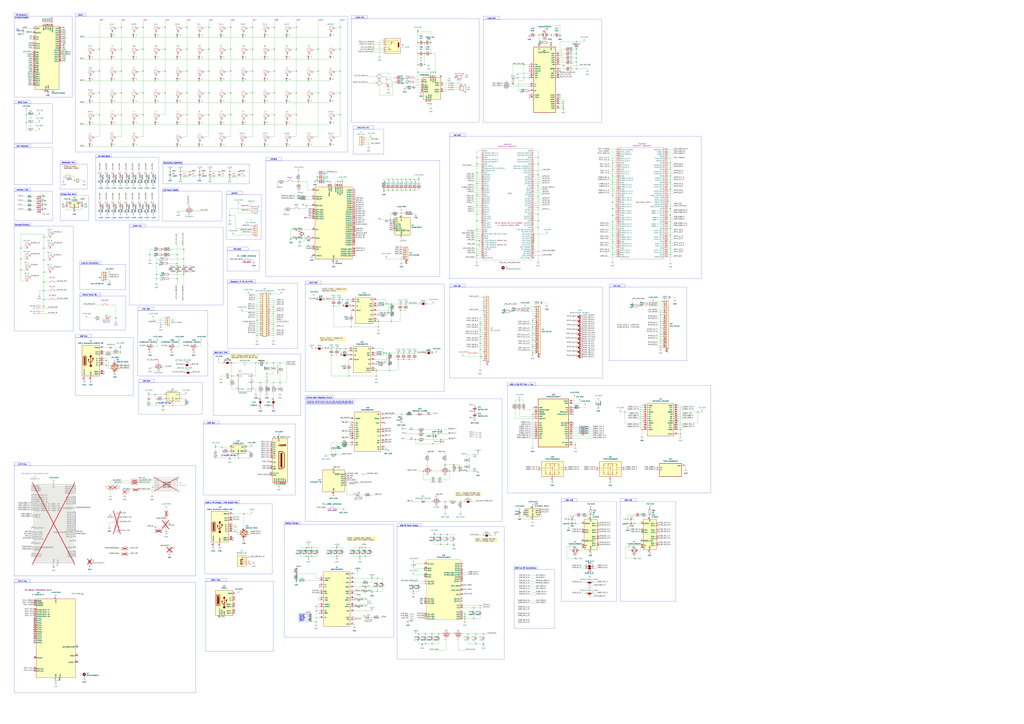
<source format=kicad_sch>
(kicad_sch (version 20250114) (generator "eeschema") (generator_version "9.0")
  (paper "A0")
  (title_block (title "mPC Overflow") (rev "1") (company "Breakpoint"))
  (lib_symbols
    (symbol "Adafruit TFP401 to 40pin TFT-eagle-import:MOSFET-NREFLOW"
      (property "Reference" "Q" (at 5.08 0.635 0))
      (symbol "MOSFET-NREFLOW_1_0"
        (text "G" (at -1.27 -1.905 0) (effects (font (size 0.8128 0.6908)) (justify left bottom)))
        (text "D" (at 3.175 3.175 0) (effects (font (size 0.8128 0.6908)) (justify left bottom)))
        (text "S" (at 3.175 -3.81 0) (effects (font (size 0.8128 0.6908)) (justify left bottom)))
        (pin bidirectional line (at -2.54 -2.54 0) (length 2.54) (name "G") (number "1"))
        (pin bidirectional line (at 2.54 5.08 270) (length 2.54) (name "D") (number "3"))
        (pin bidirectional line (at 2.54 -5.08 90) (length 2.54) (name "S") (number "2"))
      )
    )
    (symbol "Adafruit TFP401 to 40pin TFT-eagle-import:RESISTOR0805_NOOUTLINE"
      (property "Reference" "R" (at 0 2.54 0))
      (symbol "RESISTOR0805_NOOUTLINE_1_0"
        (pin passive line (at -5.08 0 0) (length 2.54) (name "1") (number "1"))
        (pin passive line (at 5.08 0 180) (length 2.54) (name "2") (number "2"))
      )
    )
    (symbol "Adafruit TFP401 to 40pin TFT-eagle-import:SOLDERJUMPER"
      (property "Reference" "SJ" (at -2.54 2.54 0))
      (symbol "SOLDERJUMPER_1_0"
        (pin passive line (at -5.08 0 0) (length 2.54) (name "1") (number "1"))
        (pin passive line (at 5.08 0 180) (length 2.54) (name "2") (number "2"))
      )
    )
    (symbol "Adafruit TFP401 to 40pin TFT-eagle-import:VREG_FAN5331"
      (property "Reference" "U" (at -7.62 12.7 0))
      (symbol "VREG_FAN5331_1_0"
        (pin bidirectional line (at -10.16 7.62 0) (length 2.54) (name "VIN") (number "5"))
        (pin bidirectional line (at -10.16 -7.62 0) (length 2.54) (name "SHDN") (number "4"))
        (pin bidirectional line (at 10.16 7.62 180) (length 2.54) (name "SW") (number "1"))
        (pin bidirectional line (at 10.16 0 180) (length 2.54) (name "FB") (number "3"))
        (pin bidirectional line (at 10.16 -7.62 180) (length 2.54) (name "GND") (number "2"))
      )
    )
    (symbol "Amplifier_Audio:PAM8403D"
      (property "Reference" "U8" (at 8.636 14.224 0))
      (property "Value" "PAM8406AB" (at -14.478 15.748 0))
      (symbol "PAM8403D_1_1"
        (pin input line (at -12.7 10.16 0) (length 2.54) (name "INL") (number "7"))
        (pin input line (at -12.7 7.62 0) (length 2.54) (name "INR") (number "10"))
        (pin input line (at -12.7 3.81 0) (length 2.54) (name "VREF") (number "8"))
        (pin input line (at -12.7 1.27 0) (length 2.54) (name "~{SHDN}") (number "12"))
        (pin input line (at -12.7 -1.27 0) (length 2.54) (name "~{MUTE}") (number "5"))
        (pin input line (at -12.7 -3.81 0) (length 2.54) (name "MODE") (number "9"))
        (pin power_in line (at -6.35 -15.24 90) (length 2.54) (name "GND") (number "11"))
        (pin power_in line (at -3.81 -15.24 90) (length 2.54) (name "PGND") (number "2"))
        (pin power_in line (at -1.27 15.24 270) (length 2.54) (name "VDD") (number "6"))
        (pin power_in line (at -1.27 -15.24 90) (length 2.54) (name "PGND") (number "15"))
        (pin power_in line (at 1.27 15.24 270) (length 2.54) (name "PVDD") (number "13"))
        (pin power_in line (at 3.81 15.24 270) (length 2.54) (name "PVDD") (number "4"))
        (pin output line (at 12.7 6.35 180) (length 2.54) (name "LOUT+") (number "1"))
        (pin output line (at 12.7 3.81 180) (length 2.54) (name "LOUT-") (number "3"))
        (pin output line (at 12.7 -1.27 180) (length 2.54) (name "ROUT-") (number "14"))
        (pin output line (at 12.7 -3.81 180) (length 2.54) (name "ROUT+") (number "16"))
      )
    )
    (symbol "Conn_01x04_Pin_1" (pin_names (offset 1.016))
      (property "Reference" "J4" (at 0.635 7.62 0))
      (property "Value" "JOYSTICK" (at 0.635 5.08 0))
      (symbol "Conn_01x04_Pin_1_1_1"
        (pin passive line (at 5.08 2.54 180) (length 3.81) (name "VCC") (number "1"))
        (pin passive line (at 5.08 0 180) (length 3.81) (name "Y_OUT") (number "2"))
        (pin passive line (at 5.08 -2.54 180) (length 3.81) (name "GND") (number "3"))
        (pin passive line (at 5.08 -5.08 180) (length 3.81) (name "X_OUT") (number "4"))
      )
    )
    (symbol "Connector:Bus_M.2_Socket_B"
      (property "Reference" "J17" (at -21.59 54.61 0))
      (property "Value" "2199119-3" (at -21.59 52.07 0))
      (property "Description" "M.2 Socket 2 Mechanical Key B" (at -21.844 58.166 0))
      (symbol "Bus_M.2_Socket_B_1_1"
        (pin output line (at -25.4 43.18 0) (length 2.54) (name "~{PERST}") (number "50"))
        (pin bidirectional line (at -25.4 40.64 0) (length 2.54) (name "~{CLKREQ}") (number "52"))
        (pin bidirectional line (at -25.4 38.1 0) (length 2.54) (name "~{PEWAKE}") (number "54"))
        (pin output line (at -25.4 33.02 0) (length 2.54) (name "PETp0/SATA-A+") (number "49"))
        (pin output line (at -25.4 30.48 0) (length 2.54) (name "PETn0/SATA-A-") (number "47"))
        (pin input line (at -25.4 27.94 0) (length 2.54) (name "PERp0/SATA-B-") (number "43"))
        (pin input line (at -25.4 25.4 0) (length 2.54) (name "PERn0/SATA-B+") (number "41"))
        (pin output line (at -25.4 22.86 0) (length 2.54) (name "PETp1/USB3.0-Tx+/SSIC-TxP") (number "37"))
        (pin output line (at -25.4 20.32 0) (length 2.54) (name "PETn1/USB3.0-Tx-/SSIC-TxN") (number "35"))
        (pin input line (at -25.4 17.78 0) (length 2.54) (name "PERp1/USB3.0-Rx+/SSIC-RxP") (number "31"))
        (pin input line (at -25.4 15.24 0) (length 2.54) (name "PERn1/USB3.0-Rx-/SSIC-RxN") (number "29"))
        (pin bidirectional line (at -25.4 10.16 0) (length 2.54) (name "USB_D+") (number "7"))
        (pin bidirectional line (at -25.4 7.62 0) (length 2.54) (name "USB_D-") (number "9"))
        (pin output line (at -25.4 -5.08 0) (length 2.54) (name "SIM_DETECT") (number "66"))
        (pin input line (at -25.4 -10.16 0) (length 2.54) (name "UIM-PWR") (number "36"))
        (pin bidirectional line (at -25.4 -12.7 0) (length 2.54) (name "UIM-DATA") (number "34"))
        (pin input line (at -25.4 -15.24 0) (length 2.54) (name "UIM-CLK") (number "32"))
        (pin input line (at -25.4 -17.78 0) (length 2.54) (name "UIM-RESET") (number "30"))
        (pin output line (at -25.4 -22.86 0) (length 2.54) (name "DEVSLP") (number "38"))
        (pin output line (at -25.4 -27.94 0) (length 2.54) (name "~{FULL_CARD_POWER_OFF}") (number "6"))
        (pin output line (at -25.4 -30.48 0) (length 2.54) (name "~{RESET}") (number "67"))
        (pin output line (at -25.4 -35.56 0) (length 2.54) (name "REFCLKp") (number "55"))
        (pin output line (at -25.4 -38.1 0) (length 2.54) (name "REFCLKn") (number "53"))
        (pin power_in line (at 0 48.26 270) (length 2.54) (name "3.3V") (number "2"))
        (pin passive line (at 0 48.26 270) (length 2.54) (hide yes) (name "3.3V") (number "4"))
        (pin passive line (at 0 48.26 270) (length 2.54) (hide yes) (name "3.3V") (number "70"))
        (pin passive line (at 0 48.26 270) (length 2.54) (hide yes) (name "3.3V") (number "72"))
        (pin passive line (at 0 48.26 270) (length 2.54) (hide yes) (name "3.3V") (number "74"))
        (pin passive line (at 0 -48.26 90) (length 2.54) (hide yes) (name "GND") (number "11"))
        (pin passive line (at 0 -48.26 90) (length 2.54) (hide yes) (name "GND") (number "27"))
        (pin power_in line (at 0 -48.26 90) (length 2.54) (name "GND") (number "3"))
        (pin passive line (at 0 -48.26 90) (length 2.54) (hide yes) (name "GND") (number "33"))
        (pin passive line (at 0 -48.26 90) (length 2.54) (hide yes) (name "GND") (number "39"))
        (pin passive line (at 0 -48.26 90) (length 2.54) (hide yes) (name "GND") (number "45"))
        (pin passive line (at 0 -48.26 90) (length 2.54) (hide yes) (name "GND") (number "5"))
        (pin passive line (at 0 -48.26 90) (length 2.54) (hide yes) (name "GND") (number "51"))
        (pin passive line (at 0 -48.26 90) (length 2.54) (hide yes) (name "GND") (number "57"))
        (pin passive line (at 0 -48.26 90) (length 2.54) (hide yes) (name "GND") (number "71"))
        (pin passive line (at 0 -48.26 90) (length 2.54) (hide yes) (name "GND") (number "73"))
        (pin passive line (at 5.08 -48.26 90) (length 2.54) (name "SH1") (number "SH1"))
        (pin no_connect line (at 22.86 -40.64 180) (length 2.54) (hide yes) (name "NC") (number "58"))
        (pin no_connect line (at 22.86 -43.18 180) (length 2.54) (hide yes) (name "NC") (number "56"))
        (pin input line (at 25.4 43.18 180) (length 2.54) (name "CONFIG_0") (number "21"))
        (pin input line (at 25.4 40.64 180) (length 2.54) (name "CONFIG_1") (number "69"))
        (pin input line (at 25.4 38.1 180) (length 2.54) (name "CONFIG_2") (number "75"))
        (pin input line (at 25.4 35.56 180) (length 2.54) (name "CONFIG_3") (number "1"))
        (pin input line (at 25.4 30.48 180) (length 2.54) (name "ANTCTL0") (number "59"))
        (pin input line (at 25.4 27.94 180) (length 2.54) (name "ANTCTL1") (number "61"))
        (pin input line (at 25.4 25.4 180) (length 2.54) (name "ANTCTL2") (number "63"))
        (pin input line (at 25.4 22.86 180) (length 2.54) (name "ANTCTL3") (number "65"))
        (pin output line (at 25.4 17.78 180) (length 2.54) (name "~{W_DISABLE1}") (number "8"))
        (pin bidirectional line (at 25.4 12.7 180) (length 2.54) (name "GPIO_0") (number "40"))
        (pin bidirectional line (at 25.4 10.16 180) (length 2.54) (name "GPIO_1") (number "42"))
        (pin bidirectional line (at 25.4 7.62 180) (length 2.54) (name "GPIO_2") (number "44"))
        (pin bidirectional line (at 25.4 5.08 180) (length 2.54) (name "GPIO_3") (number "46"))
        (pin bidirectional line (at 25.4 2.54 180) (length 2.54) (name "GPIO_4") (number "48"))
        (pin bidirectional line (at 25.4 0 180) (length 2.54) (name "GPIO_5") (number "20"))
        (pin bidirectional line (at 25.4 -2.54 180) (length 2.54) (name "GPIO_6") (number "22"))
        (pin bidirectional line (at 25.4 -5.08 180) (length 2.54) (name "GPIO_7") (number "24"))
        (pin bidirectional line (at 25.4 -7.62 180) (length 2.54) (name "GPIO_8") (number "28"))
        (pin bidirectional line (at 25.4 -10.16 180) (length 2.54) (name "GPIO_9/DAS/~{DSS}/~{LED1}") (number "10"))
        (pin bidirectional line (at 25.4 -12.7 180) (length 2.54) (name "GPIO_10") (number "26"))
        (pin bidirectional line (at 25.4 -15.24 180) (length 2.54) (name "GPIO_11") (number "23"))
        (pin output line (at 25.4 -20.32 180) (length 2.54) (name "DPR") (number "25"))
        (pin output line (at 25.4 -27.94 180) (length 2.54) (name "SUSCLK") (number "68"))
        (pin bidirectional line (at 25.4 -33.02 180) (length 2.54) (name "COEX1") (number "64"))
        (pin bidirectional line (at 25.4 -35.56 180) (length 2.54) (name "COEX2") (number "62"))
        (pin bidirectional line (at 25.4 -38.1 180) (length 2.54) (name "COEX3") (number "60"))
      )
    )
    (symbol "Connector:Bus_M.2_Socket_M"
      (property "Reference" "J16" (at -20.574 53.34 0))
      (property "Value" "1-2199119-5" (at -20.574 50.8 0))
      (symbol "Bus_M.2_Socket_M_1_1"
        (pin output line (at -25.4 43.18 0) (length 2.54) (name "~{PERST}") (number "50"))
        (pin bidirectional line (at -25.4 40.64 0) (length 2.54) (name "~{CLKREQ}") (number "52"))
        (pin bidirectional line (at -25.4 38.1 0) (length 2.54) (name "~{PEWAKE}") (number "54"))
        (pin output line (at -25.4 33.02 0) (length 2.54) (name "PETp0/SATA-A+") (number "49"))
        (pin output line (at -25.4 30.48 0) (length 2.54) (name "PETn0/SATA-A-") (number "47"))
        (pin input line (at -25.4 27.94 0) (length 2.54) (name "PERp0/SATA-B-") (number "43"))
        (pin input line (at -25.4 25.4 0) (length 2.54) (name "PERn0/SATA-B+") (number "41"))
        (pin output line (at -25.4 22.86 0) (length 2.54) (name "PETp1") (number "37"))
        (pin output line (at -25.4 20.32 0) (length 2.54) (name "PETn1") (number "35"))
        (pin input line (at -25.4 17.78 0) (length 2.54) (name "PERp1") (number "31"))
        (pin input line (at -25.4 15.24 0) (length 2.54) (name "PERn1") (number "29"))
        (pin output line (at -25.4 12.7 0) (length 2.54) (name "PETp2") (number "25"))
        (pin output line (at -25.4 10.16 0) (length 2.54) (name "PETn2") (number "23"))
        (pin input line (at -25.4 7.62 0) (length 2.54) (name "PERp2") (number "19"))
        (pin input line (at -25.4 5.08 0) (length 2.54) (name "PERn2") (number "17"))
        (pin output line (at -25.4 2.54 0) (length 2.54) (name "PETp3") (number "13"))
        (pin output line (at -25.4 0 0) (length 2.54) (name "PETn3") (number "11"))
        (pin input line (at -25.4 -2.54 0) (length 2.54) (name "PERp3") (number "7"))
        (pin input line (at -25.4 -5.08 0) (length 2.54) (name "PERn3") (number "5"))
        (pin output line (at -25.4 -22.86 0) (length 2.54) (name "DEVSLP") (number "38"))
        (pin output line (at -25.4 -35.56 0) (length 2.54) (name "REFCLKp") (number "55"))
        (pin output line (at -25.4 -38.1 0) (length 2.54) (name "REFCLKn") (number "53"))
        (pin passive line (at 0 48.26 270) (length 2.54) (hide yes) (name "3.3V") (number "12"))
        (pin passive line (at 0 48.26 270) (length 2.54) (hide yes) (name "3.3V") (number "14"))
        (pin passive line (at 0 48.26 270) (length 2.54) (hide yes) (name "3.3V") (number "16"))
        (pin passive line (at 0 48.26 270) (length 2.54) (hide yes) (name "3.3V") (number "18"))
        (pin power_in line (at 0 48.26 270) (length 2.54) (name "3.3V") (number "2"))
        (pin passive line (at 0 48.26 270) (length 2.54) (hide yes) (name "3.3V") (number "4"))
        (pin passive line (at 0 48.26 270) (length 2.54) (hide yes) (name "3.3V") (number "70"))
        (pin passive line (at 0 48.26 270) (length 2.54) (hide yes) (name "3.3V") (number "72"))
        (pin passive line (at 0 48.26 270) (length 2.54) (hide yes) (name "3.3V") (number "74"))
        (pin power_in line (at 0 -48.26 90) (length 2.54) (name "GND") (number "1"))
        (pin passive line (at 0 -48.26 90) (length 2.54) (hide yes) (name "GND") (number "15"))
        (pin passive line (at 0 -48.26 90) (length 2.54) (hide yes) (name "GND") (number "21"))
        (pin passive line (at 0 -48.26 90) (length 2.54) (hide yes) (name "GND") (number "27"))
        (pin passive line (at 0 -48.26 90) (length 2.54) (hide yes) (name "GND") (number "3"))
        (pin passive line (at 0 -48.26 90) (length 2.54) (hide yes) (name "GND") (number "33"))
        (pin passive line (at 0 -48.26 90) (length 2.54) (hide yes) (name "GND") (number "39"))
        (pin passive line (at 0 -48.26 90) (length 2.54) (hide yes) (name "GND") (number "45"))
        (pin passive line (at 0 -48.26 90) (length 2.54) (hide yes) (name "GND") (number "51"))
        (pin passive line (at 0 -48.26 90) (length 2.54) (hide yes) (name "GND") (number "57"))
        (pin passive line (at 0 -48.26 90) (length 2.54) (hide yes) (name "GND") (number "71"))
        (pin passive line (at 0 -48.26 90) (length 2.54) (hide yes) (name "GND") (number "73"))
        (pin passive line (at 0 -48.26 90) (length 2.54) (hide yes) (name "GND") (number "75"))
        (pin passive line (at 0 -48.26 90) (length 2.54) (hide yes) (name "GND") (number "9"))
        (pin passive line (at 5.08 -48.26 90) (length 2.54) (name "SH1") (number "SH1"))
        (pin no_connect line (at 22.86 40.64 180) (length 2.54) (hide yes) (name "NC") (number "58"))
        (pin no_connect line (at 22.86 38.1 180) (length 2.54) (hide yes) (name "NC") (number "56"))
        (pin no_connect line (at 22.86 35.56 180) (length 2.54) (hide yes) (name "NC") (number "48"))
        (pin no_connect line (at 22.86 33.02 180) (length 2.54) (hide yes) (name "NC") (number "46"))
        (pin no_connect line (at 22.86 30.48 180) (length 2.54) (hide yes) (name "NC") (number "44"))
        (pin no_connect line (at 22.86 27.94 180) (length 2.54) (hide yes) (name "NC") (number "42"))
        (pin no_connect line (at 22.86 25.4 180) (length 2.54) (hide yes) (name "NC") (number "40"))
        (pin no_connect line (at 22.86 22.86 180) (length 2.54) (hide yes) (name "NC") (number "36"))
        (pin no_connect line (at 22.86 20.32 180) (length 2.54) (hide yes) (name "NC") (number "34"))
        (pin no_connect line (at 22.86 17.78 180) (length 2.54) (hide yes) (name "NC") (number "32"))
        (pin no_connect line (at 22.86 15.24 180) (length 2.54) (hide yes) (name "NC") (number "30"))
        (pin no_connect line (at 22.86 12.7 180) (length 2.54) (hide yes) (name "NC") (number "28"))
        (pin no_connect line (at 22.86 10.16 180) (length 2.54) (hide yes) (name "NC") (number "26"))
        (pin no_connect line (at 22.86 7.62 180) (length 2.54) (hide yes) (name "NC") (number "24"))
        (pin no_connect line (at 22.86 5.08 180) (length 2.54) (hide yes) (name "NC") (number "22"))
        (pin no_connect line (at 22.86 2.54 180) (length 2.54) (hide yes) (name "NC") (number "20"))
        (pin no_connect line (at 22.86 0 180) (length 2.54) (hide yes) (name "NC") (number "8"))
        (pin no_connect line (at 22.86 -2.54 180) (length 2.54) (hide yes) (name "NC") (number "6"))
        (pin no_connect line (at 22.86 -5.08 180) (length 2.54) (hide yes) (name "NC") (number "67"))
        (pin bidirectional line (at 25.4 -10.16 180) (length 2.54) (name "DAS/~{DSS}/~{LED1}") (number "10"))
        (pin passive line (at 25.4 -20.32 180) (length 2.54) (name "PEDET") (number "69"))
        (pin output line (at 25.4 -27.94 180) (length 2.54) (name "SUSCLK") (number "68"))
      )
    )
    (symbol "Connector:Conn_01x02_Pin" (pin_names (offset 1.016) (hide yes))
      (property "Reference" "J" (at 0 2.54 0))
      (property "Value" "Conn_01x02_Pin" (at 0 -5.08 0))
      (symbol "Conn_01x02_Pin_1_1"
        (pin passive line (at 5.08 0 180) (length 3.81) (name "Pin_1") (number "1"))
        (pin passive line (at 5.08 -2.54 180) (length 3.81) (name "Pin_2") (number "2"))
      )
    )
    (symbol "Connector:Conn_01x04_Pin" (pin_names (offset 1.016) (hide yes))
      (property "Reference" "J" (at 0 5.08 0))
      (property "Value" "Conn_01x04_Pin" (at 0 -7.62 0))
      (symbol "Conn_01x04_Pin_1_1"
        (pin passive line (at 5.08 2.54 180) (length 3.81) (name "Pin_1") (number "1"))
        (pin passive line (at 5.08 0 180) (length 3.81) (name "Pin_2") (number "2"))
        (pin passive line (at 5.08 -2.54 180) (length 3.81) (name "Pin_3") (number "3"))
        (pin passive line (at 5.08 -5.08 180) (length 3.81) (name "Pin_4") (number "4"))
      )
    )
    (symbol "Connector:HDMI_C_1.3"
      (property "Reference" "J12" (at -7.366 26.924 0))
      (property "Value" "HDMI_C_1.3" (at 1.27 26.924 0))
      (symbol "HDMI_C_1.3_1_1"
        (pin passive line (at -10.16 20.32 0) (length 2.54) (name "D2+") (number "2"))
        (pin passive line (at -10.16 17.78 0) (length 2.54) (name "D2-") (number "3"))
        (pin passive line (at -10.16 15.24 0) (length 2.54) (name "D1+") (number "5"))
        (pin passive line (at -10.16 12.7 0) (length 2.54) (name "D1-") (number "6"))
        (pin passive line (at -10.16 10.16 0) (length 2.54) (name "D0+") (number "8"))
        (pin passive line (at -10.16 7.62 0) (length 2.54) (name "D0-") (number "9"))
        (pin passive line (at -10.16 5.08 0) (length 2.54) (name "CK+") (number "11"))
        (pin passive line (at -10.16 2.54 0) (length 2.54) (name "CK-") (number "12"))
        (pin bidirectional line (at -10.16 -2.54 0) (length 2.54) (name "CEC") (number "14"))
        (pin passive line (at -10.16 -7.62 0) (length 2.54) (name "SCL") (number "15"))
        (pin bidirectional line (at -10.16 -10.16 0) (length 2.54) (name "SDA") (number "16"))
        (pin passive line (at -10.16 -15.24 0) (length 2.54) (name "UTILITY") (number "17"))
        (pin passive line (at -10.16 -17.78 0) (length 2.54) (name "HPD") (number "19"))
        (pin power_in line (at -5.08 -27.94 90) (length 2.54) (name "D2S") (number "1"))
        (pin power_in line (at -2.54 -27.94 90) (length 2.54) (name "D1S") (number "4"))
        (pin power_in line (at 0 27.94 270) (length 2.54) (name "+5V") (number "18"))
        (pin power_in line (at 0 -27.94 90) (length 2.54) (name "D0S") (number "7"))
        (pin power_in line (at 2.54 -27.94 90) (length 2.54) (name "CKS") (number "10"))
        (pin power_in line (at 5.08 -27.94 90) (length 2.54) (name "GND") (number "13"))
        (pin passive line (at 7.62 -27.94 90) (length 2.54) (name "MP") (number "MP"))
      )
    )
    (symbol "Connector:SIM_Card"
      (property "Reference" "J15" (at 16.51 2.5401 0))
      (property "Value" "SIM_Card" (at 16.51 0.0001 0))
      (symbol "SIM_Card_1_1"
        (pin power_in line (at -12.7 7.62 0) (length 2.54) (name "VCC") (number "1"))
        (pin input line (at -12.7 5.08 0) (length 2.54) (name "RST") (number "2"))
        (pin input line (at -12.7 2.54 0) (length 2.54) (name "CLK") (number "3"))
        (pin power_in line (at -12.7 0 0) (length 2.54) (name "GND") (number "5"))
        (pin input line (at -12.7 -2.54 0) (length 2.54) (name "VPP") (number "6"))
        (pin bidirectional line (at -12.7 -5.08 0) (length 2.54) (name "I/O") (number "7"))
        (pin input line (at 15.24 6.35 180) (length 2.54) (name "CD") (number "CD"))
      )
    )
    (symbol "Connector:TestPoint_Small" (pin_numbers (hide yes)) (pin_names (offset 0.762) (hide yes))
      (property "Reference" "TP" (at 0 3.81 0))
      (property "Value" "TestPoint_Small" (at 0 2.032 0))
      (symbol "TestPoint_Small_1_1"
        (pin passive line (at 0 0 90) (length 0) (name "1") (number "1"))
      )
    )
    (symbol "Connector:USB3_A" (pin_names (offset 1.016))
      (property "Reference" "J" (at -10.16 15.24 0))
      (property "Value" "USB3_A" (at 10.16 15.24 0))
      (symbol "USB3_A_1_1"
        (pin passive line (at -5.08 -17.78 90) (length 2.54) (name "SHIELD") (number "10"))
        (pin passive line (at -2.54 -17.78 90) (length 2.54) (name "DRAIN") (number "7"))
        (pin power_in line (at 0 -17.78 90) (length 2.54) (name "GND") (number "4"))
        (pin power_in line (at 12.7 10.16 180) (length 2.54) (name "VBUS") (number "1"))
        (pin bidirectional line (at 12.7 5.08 180) (length 2.54) (name "D-") (number "2"))
        (pin bidirectional line (at 12.7 2.54 180) (length 2.54) (name "D+") (number "3"))
        (pin output line (at 12.7 -2.54 180) (length 2.54) (name "SSRX-") (number "5"))
        (pin output line (at 12.7 -5.08 180) (length 2.54) (name "SSRX+") (number "6"))
        (pin input line (at 12.7 -10.16 180) (length 2.54) (name "SSTX-") (number "8"))
        (pin input line (at 12.7 -12.7 180) (length 2.54) (name "SSTX+") (number "9"))
      )
    )
    (symbol "Connector:USB_C_Receptacle_USB2.0_16P" (pin_names (offset 1.016))
      (property "Reference" "J" (at 0 22.225 0))
      (property "Value" "USB_C_Receptacle_USB2.0_16P" (at 0 19.685 0))
      (symbol "USB_C_Receptacle_USB2.0_16P_1_1"
        (pin passive line (at -7.62 -22.86 90) (length 5.08) (name "SHIELD") (number "S1"))
        (pin passive line (at 0 -22.86 90) (length 5.08) (name "GND") (number "A1"))
        (pin passive line (at 0 -22.86 90) (length 5.08) (hide yes) (name "GND") (number "A12"))
        (pin passive line (at 0 -22.86 90) (length 5.08) (hide yes) (name "GND") (number "B1"))
        (pin passive line (at 0 -22.86 90) (length 5.08) (hide yes) (name "GND") (number "B12"))
        (pin passive line (at 15.24 15.24 180) (length 5.08) (name "VBUS") (number "A4"))
        (pin passive line (at 15.24 15.24 180) (length 5.08) (hide yes) (name "VBUS") (number "A9"))
        (pin passive line (at 15.24 15.24 180) (length 5.08) (hide yes) (name "VBUS") (number "B4"))
        (pin passive line (at 15.24 15.24 180) (length 5.08) (hide yes) (name "VBUS") (number "B9"))
        (pin bidirectional line (at 15.24 10.16 180) (length 5.08) (name "CC1") (number "A5"))
        (pin bidirectional line (at 15.24 7.62 180) (length 5.08) (name "CC2") (number "B5"))
        (pin bidirectional line (at 15.24 2.54 180) (length 5.08) (name "D-") (number "A7"))
        (pin bidirectional line (at 15.24 0 180) (length 5.08) (name "D-") (number "B7"))
        (pin bidirectional line (at 15.24 -2.54 180) (length 5.08) (name "D+") (number "A6"))
        (pin bidirectional line (at 15.24 -5.08 180) (length 5.08) (name "D+") (number "B6"))
        (pin bidirectional line (at 15.24 -12.7 180) (length 5.08) (name "SBU1") (number "A8"))
        (pin bidirectional line (at 15.24 -15.24 180) (length 5.08) (name "SBU2") (number "B8"))
      )
    )
    (symbol "Connector_Generic:Conn_01x04" (pin_names (offset 1.016) (hide yes))
      (property "Reference" "J" (at 0 5.08 0))
      (property "Value" "Conn_01x04" (at 0 -7.62 0))
      (symbol "Conn_01x04_1_1"
        (pin passive line (at -5.08 2.54 0) (length 3.81) (name "Pin_1") (number "1"))
        (pin passive line (at -5.08 0 0) (length 3.81) (name "Pin_2") (number "2"))
        (pin passive line (at -5.08 -2.54 0) (length 3.81) (name "Pin_3") (number "3"))
        (pin passive line (at -5.08 -5.08 0) (length 3.81) (name "Pin_4") (number "4"))
      )
    )
    (symbol "Connector_Generic:Conn_01x05" (pin_names (offset 1.016) (hide yes))
      (property "Reference" "J" (at 0 7.62 0))
      (property "Value" "Conn_01x05" (at 0 -7.62 0))
      (symbol "Conn_01x05_1_1"
        (pin passive line (at -5.08 5.08 0) (length 3.81) (name "Pin_1") (number "1"))
        (pin passive line (at -5.08 2.54 0) (length 3.81) (name "Pin_2") (number "2"))
        (pin passive line (at -5.08 0 0) (length 3.81) (name "Pin_3") (number "3"))
        (pin passive line (at -5.08 -2.54 0) (length 3.81) (name "Pin_4") (number "4"))
        (pin passive line (at -5.08 -5.08 0) (length 3.81) (name "Pin_5") (number "5"))
      )
    )
    (symbol "Connector_Generic:Conn_02x20_Odd_Even" (pin_names (offset 1.016) (hide yes))
      (property "Reference" "J" (at 1.27 25.4 0))
      (property "Value" "Conn_02x20_Odd_Even" (at 1.27 -27.94 0))
      (symbol "Conn_02x20_Odd_Even_1_1"
        (pin passive line (at -5.08 22.86 0) (length 3.81) (name "Pin_1") (number "1"))
        (pin passive line (at -5.08 20.32 0) (length 3.81) (name "Pin_3") (number "3"))
        (pin passive line (at -5.08 17.78 0) (length 3.81) (name "Pin_5") (number "5"))
        (pin passive line (at -5.08 15.24 0) (length 3.81) (name "Pin_7") (number "7"))
        (pin passive line (at -5.08 12.7 0) (length 3.81) (name "Pin_9") (number "9"))
        (pin passive line (at -5.08 10.16 0) (length 3.81) (name "Pin_11") (number "11"))
        (pin passive line (at -5.08 7.62 0) (length 3.81) (name "Pin_13") (number "13"))
        (pin passive line (at -5.08 5.08 0) (length 3.81) (name "Pin_15") (number "15"))
        (pin passive line (at -5.08 2.54 0) (length 3.81) (name "Pin_17") (number "17"))
        (pin passive line (at -5.08 0 0) (length 3.81) (name "Pin_19") (number "19"))
        (pin passive line (at -5.08 -2.54 0) (length 3.81) (name "Pin_21") (number "21"))
        (pin passive line (at -5.08 -5.08 0) (length 3.81) (name "Pin_23") (number "23"))
        (pin passive line (at -5.08 -7.62 0) (length 3.81) (name "Pin_25") (number "25"))
        (pin passive line (at -5.08 -10.16 0) (length 3.81) (name "Pin_27") (number "27"))
        (pin passive line (at -5.08 -12.7 0) (length 3.81) (name "Pin_29") (number "29"))
        (pin passive line (at -5.08 -15.24 0) (length 3.81) (name "Pin_31") (number "31"))
        (pin passive line (at -5.08 -17.78 0) (length 3.81) (name "Pin_33") (number "33"))
        (pin passive line (at -5.08 -20.32 0) (length 3.81) (name "Pin_35") (number "35"))
        (pin passive line (at -5.08 -22.86 0) (length 3.81) (name "Pin_37") (number "37"))
        (pin passive line (at -5.08 -25.4 0) (length 3.81) (name "Pin_39") (number "39"))
        (pin passive line (at 7.62 22.86 180) (length 3.81) (name "Pin_2") (number "2"))
        (pin passive line (at 7.62 20.32 180) (length 3.81) (name "Pin_4") (number "4"))
        (pin passive line (at 7.62 17.78 180) (length 3.81) (name "Pin_6") (number "6"))
        (pin passive line (at 7.62 15.24 180) (length 3.81) (name "Pin_8") (number "8"))
        (pin passive line (at 7.62 12.7 180) (length 3.81) (name "Pin_10") (number "10"))
        (pin passive line (at 7.62 10.16 180) (length 3.81) (name "Pin_12") (number "12"))
        (pin passive line (at 7.62 7.62 180) (length 3.81) (name "Pin_14") (number "14"))
        (pin passive line (at 7.62 5.08 180) (length 3.81) (name "Pin_16") (number "16"))
        (pin passive line (at 7.62 2.54 180) (length 3.81) (name "Pin_18") (number "18"))
        (pin passive line (at 7.62 0 180) (length 3.81) (name "Pin_20") (number "20"))
        (pin passive line (at 7.62 -2.54 180) (length 3.81) (name "Pin_22") (number "22"))
        (pin passive line (at 7.62 -5.08 180) (length 3.81) (name "Pin_24") (number "24"))
        (pin passive line (at 7.62 -7.62 180) (length 3.81) (name "Pin_26") (number "26"))
        (pin passive line (at 7.62 -10.16 180) (length 3.81) (name "Pin_28") (number "28"))
        (pin passive line (at 7.62 -12.7 180) (length 3.81) (name "Pin_30") (number "30"))
        (pin passive line (at 7.62 -15.24 180) (length 3.81) (name "Pin_32") (number "32"))
        (pin passive line (at 7.62 -17.78 180) (length 3.81) (name "Pin_34") (number "34"))
        (pin passive line (at 7.62 -20.32 180) (length 3.81) (name "Pin_36") (number "36"))
        (pin passive line (at 7.62 -22.86 180) (length 3.81) (name "Pin_38") (number "38"))
        (pin passive line (at 7.62 -25.4 180) (length 3.81) (name "Pin_40") (number "40"))
      )
    )
    (symbol "Connector_Generic_MountingPin:Conn_01x06_MountingPin" (pin_names (offset 1.016) (hide yes))
      (property "Reference" "J" (at 0 7.62 0))
      (property "Value" "Conn_01x06_MountingPin" (at 1.27 -10.16 0))
      (symbol "Conn_01x06_MountingPin_1_1"
        (text "Mounting" (at 0 -9.271 0) (effects (font (size 0.381 0.381))))
        (pin passive line (at -5.08 5.08 0) (length 3.81) (name "Pin_1") (number "1"))
        (pin passive line (at -5.08 2.54 0) (length 3.81) (name "Pin_2") (number "2"))
        (pin passive line (at -5.08 0 0) (length 3.81) (name "Pin_3") (number "3"))
        (pin passive line (at -5.08 -2.54 0) (length 3.81) (name "Pin_4") (number "4"))
        (pin passive line (at -5.08 -5.08 0) (length 3.81) (name "Pin_5") (number "5"))
        (pin passive line (at -5.08 -7.62 0) (length 3.81) (name "Pin_6") (number "6"))
        (pin passive line (at 0 -12.7 90) (length 3.048) (name "MountPin") (number "MP"))
      )
    )
    (symbol "Connector_Generic_MountingPin:Conn_01x22_MountingPin" (pin_names (offset 1.016) (hide yes))
      (property "Reference" "J" (at 0 27.94 0))
      (property "Value" "Conn_01x22_MountingPin" (at 1.27 -30.48 0))
      (symbol "Conn_01x22_MountingPin_1_1"
        (text "Mounting" (at 0 -29.591 0) (effects (font (size 0.381 0.381))))
        (pin passive line (at -5.08 25.4 0) (length 3.81) (name "Pin_1") (number "1"))
        (pin passive line (at -5.08 22.86 0) (length 3.81) (name "Pin_2") (number "2"))
        (pin passive line (at -5.08 20.32 0) (length 3.81) (name "Pin_3") (number "3"))
        (pin passive line (at -5.08 17.78 0) (length 3.81) (name "Pin_4") (number "4"))
        (pin passive line (at -5.08 15.24 0) (length 3.81) (name "Pin_5") (number "5"))
        (pin passive line (at -5.08 12.7 0) (length 3.81) (name "Pin_6") (number "6"))
        (pin passive line (at -5.08 10.16 0) (length 3.81) (name "Pin_7") (number "7"))
        (pin passive line (at -5.08 7.62 0) (length 3.81) (name "Pin_8") (number "8"))
        (pin passive line (at -5.08 5.08 0) (length 3.81) (name "Pin_9") (number "9"))
        (pin passive line (at -5.08 2.54 0) (length 3.81) (name "Pin_10") (number "10"))
        (pin passive line (at -5.08 0 0) (length 3.81) (name "Pin_11") (number "11"))
        (pin passive line (at -5.08 -2.54 0) (length 3.81) (name "Pin_12") (number "12"))
        (pin passive line (at -5.08 -5.08 0) (length 3.81) (name "Pin_13") (number "13"))
        (pin passive line (at -5.08 -7.62 0) (length 3.81) (name "Pin_14") (number "14"))
        (pin passive line (at -5.08 -10.16 0) (length 3.81) (name "Pin_15") (number "15"))
        (pin passive line (at -5.08 -12.7 0) (length 3.81) (name "Pin_16") (number "16"))
        (pin passive line (at -5.08 -15.24 0) (length 3.81) (name "Pin_17") (number "17"))
        (pin passive line (at -5.08 -17.78 0) (length 3.81) (name "Pin_18") (number "18"))
        (pin passive line (at -5.08 -20.32 0) (length 3.81) (name "Pin_19") (number "19"))
        (pin passive line (at -5.08 -22.86 0) (length 3.81) (name "Pin_20") (number "20"))
        (pin passive line (at -5.08 -25.4 0) (length 3.81) (name "Pin_21") (number "21"))
        (pin passive line (at -5.08 -27.94 0) (length 3.81) (name "Pin_22") (number "22"))
        (pin passive line (at 0 -33.02 90) (length 3.048) (name "MountPin") (number "MP"))
      )
    )
    (symbol "Connector_Generic_MountingPin:Conn_01x30_MountingPin" (pin_names (offset 1.016) (hide yes))
      (property "Reference" "J" (at 0 38.1 0))
      (property "Value" "Conn_01x30_MountingPin" (at 1.27 -40.64 0))
      (symbol "Conn_01x30_MountingPin_1_1"
        (text "Mounting" (at 0 -39.751 0) (effects (font (size 0.381 0.381))))
        (pin passive line (at -5.08 35.56 0) (length 3.81) (name "Pin_1") (number "1"))
        (pin passive line (at -5.08 33.02 0) (length 3.81) (name "Pin_2") (number "2"))
        (pin passive line (at -5.08 30.48 0) (length 3.81) (name "Pin_3") (number "3"))
        (pin passive line (at -5.08 27.94 0) (length 3.81) (name "Pin_4") (number "4"))
        (pin passive line (at -5.08 25.4 0) (length 3.81) (name "Pin_5") (number "5"))
        (pin passive line (at -5.08 22.86 0) (length 3.81) (name "Pin_6") (number "6"))
        (pin passive line (at -5.08 20.32 0) (length 3.81) (name "Pin_7") (number "7"))
        (pin passive line (at -5.08 17.78 0) (length 3.81) (name "Pin_8") (number "8"))
        (pin passive line (at -5.08 15.24 0) (length 3.81) (name "Pin_9") (number "9"))
        (pin passive line (at -5.08 12.7 0) (length 3.81) (name "Pin_10") (number "10"))
        (pin passive line (at -5.08 10.16 0) (length 3.81) (name "Pin_11") (number "11"))
        (pin passive line (at -5.08 7.62 0) (length 3.81) (name "Pin_12") (number "12"))
        (pin passive line (at -5.08 5.08 0) (length 3.81) (name "Pin_13") (number "13"))
        (pin passive line (at -5.08 2.54 0) (length 3.81) (name "Pin_14") (number "14"))
        (pin passive line (at -5.08 0 0) (length 3.81) (name "Pin_15") (number "15"))
        (pin passive line (at -5.08 -2.54 0) (length 3.81) (name "Pin_16") (number "16"))
        (pin passive line (at -5.08 -5.08 0) (length 3.81) (name "Pin_17") (number "17"))
        (pin passive line (at -5.08 -7.62 0) (length 3.81) (name "Pin_18") (number "18"))
        (pin passive line (at -5.08 -10.16 0) (length 3.81) (name "Pin_19") (number "19"))
        (pin passive line (at -5.08 -12.7 0) (length 3.81) (name "Pin_20") (number "20"))
        (pin passive line (at -5.08 -15.24 0) (length 3.81) (name "Pin_21") (number "21"))
        (pin passive line (at -5.08 -17.78 0) (length 3.81) (name "Pin_22") (number "22"))
        (pin passive line (at -5.08 -20.32 0) (length 3.81) (name "Pin_23") (number "23"))
        (pin passive line (at -5.08 -22.86 0) (length 3.81) (name "Pin_24") (number "24"))
        (pin passive line (at -5.08 -25.4 0) (length 3.81) (name "Pin_25") (number "25"))
        (pin passive line (at -5.08 -27.94 0) (length 3.81) (name "Pin_26") (number "26"))
        (pin passive line (at -5.08 -30.48 0) (length 3.81) (name "Pin_27") (number "27"))
        (pin passive line (at -5.08 -33.02 0) (length 3.81) (name "Pin_28") (number "28"))
        (pin passive line (at -5.08 -35.56 0) (length 3.81) (name "Pin_29") (number "29"))
        (pin passive line (at -5.08 -38.1 0) (length 3.81) (name "Pin_30") (number "30"))
        (pin passive line (at 0 -43.18 90) (length 3.048) (name "MountPin") (number "MP"))
      )
    )
    (symbol "D_Small_1" (pin_names (offset 0.254) (hide yes))
      (property "Reference" "D" (at -1.27 2.032 0))
      (property "Value" "D_Small" (at -3.81 -2.032 0))
      (symbol "D_Small_1_1_1"
        (pin passive line (at -2.54 0 0) (length 1.778) (name "K") (number "1"))
        (pin passive line (at 2.54 0 180) (length 1.778) (name "A") (number "2"))
      )
    )
    (symbol "D_Small_2" (pin_names (offset 0.254) (hide yes))
      (property "Reference" "D" (at -1.27 2.032 0))
      (property "Value" "D_Small" (at -3.81 -2.032 0))
      (symbol "D_Small_2_1_1"
        (pin passive line (at -2.54 0 0) (length 1.778) (name "K") (number "1"))
        (pin passive line (at 2.54 0 180) (length 1.778) (name "A") (number "2"))
      )
    )
    (symbol "Device:Battery_Cell" (pin_numbers (hide yes)) (pin_names (offset 0) (hide yes))
      (property "Reference" "BT1" (at 3.81 3.1116 0))
      (property "Value" "Battery_Cell" (at 3.81 0.5716 0))
      (symbol "Battery_Cell_1_1"
        (pin passive line (at 0 5.08 270) (length 2.54) (name "+") (number "1"))
        (pin passive line (at 0 -2.54 90) (length 2.54) (name "-") (number "2"))
        (pin no_connect line (at 7.62 6.35 0) (length 2.54) (hide yes) (name "MP") (number "MP"))
      )
    )
    (symbol "Device:C" (pin_numbers (hide yes)) (pin_names (offset 0.254))
      (property "Reference" "C" (at 0.635 2.54 0))
      (property "Value" "C" (at 0.635 -2.54 0))
      (symbol "C_1_1"
        (pin passive line (at 0 3.81 270) (length 2.794) (name "~") (number "1"))
        (pin passive line (at 0 -3.81 90) (length 2.794) (name "~") (number "2"))
      )
    )
    (symbol "Device:C_Polarized" (pin_numbers (hide yes)) (pin_names (offset 0.254))
      (property "Reference" "C" (at 0.635 2.54 0))
      (property "Value" "C_Polarized" (at 0.635 -2.54 0))
      (symbol "C_Polarized_1_1"
        (pin passive line (at 0 3.81 270) (length 2.794) (name "~") (number "1"))
        (pin passive line (at 0 -3.81 90) (length 2.794) (name "~") (number "2"))
      )
    )
    (symbol "Device:C_Small" (pin_numbers (hide yes)) (pin_names (offset 0.254) (hide yes))
      (property "Reference" "C" (at 0.254 1.778 0))
      (property "Value" "C_Small" (at 0.254 -2.032 0))
      (symbol "C_Small_1_1"
        (pin passive line (at 0 2.54 270) (length 2.032) (name "~") (number "1"))
        (pin passive line (at 0 -2.54 90) (length 2.032) (name "~") (number "2"))
      )
    )
    (symbol "Device:Crystal_GND24" (pin_names (offset 1.016) (hide yes))
      (property "Reference" "Y" (at 3.175 5.08 0))
      (property "Value" "Crystal_GND24" (at 3.175 3.175 0))
      (symbol "Crystal_GND24_1_1"
        (pin passive line (at -3.81 0 0) (length 1.27) (name "1") (number "1"))
        (pin passive line (at 0 5.08 270) (length 1.27) (name "2") (number "2"))
        (pin passive line (at 0 -5.08 90) (length 1.27) (name "4") (number "4"))
        (pin passive line (at 3.81 0 180) (length 1.27) (name "3") (number "3"))
      )
    )
    (symbol "Device:Crystal_GND24_Small" (pin_names (offset 1.016) (hide yes))
      (property "Reference" "Y" (at 1.27 4.445 0))
      (property "Value" "Crystal_GND24_Small" (at 1.27 2.54 0))
      (symbol "Crystal_GND24_Small_1_1"
        (pin passive line (at -2.54 0 0) (length 1.27) (name "1") (number "1"))
        (pin passive line (at 0 2.54 270) (length 0.635) (name "4") (number "4"))
        (pin passive line (at 0 -2.54 90) (length 0.635) (name "2") (number "2"))
        (pin passive line (at 2.54 0 180) (length 1.27) (name "3") (number "3"))
      )
    )
    (symbol "Device:D" (pin_numbers (hide yes)) (pin_names (offset 1.016) (hide yes))
      (property "Reference" "D" (at 0 2.54 0))
      (property "Value" "D" (at 0 -2.54 0))
      (symbol "D_1_1"
        (pin passive line (at -3.81 0 0) (length 2.54) (name "K") (number "1"))
        (pin passive line (at 3.81 0 180) (length 2.54) (name "A") (number "2"))
      )
    )
    (symbol "Device:D_Schottky" (pin_numbers (hide yes)) (pin_names (offset 1.016) (hide yes))
      (property "Reference" "D" (at 0 2.54 0))
      (property "Value" "D_Schottky" (at 0 -2.54 0))
      (symbol "D_Schottky_1_1"
        (pin passive line (at -3.81 0 0) (length 2.54) (name "K") (number "1"))
        (pin passive line (at 3.81 0 180) (length 2.54) (name "A") (number "2"))
      )
    )
    (symbol "Device:D_Small" (pin_numbers (hide yes)) (pin_names (offset 0.254) (hide yes))
      (property "Reference" "D" (at -1.27 2.032 0))
      (property "Value" "D_Small" (at -3.81 -2.032 0))
      (symbol "D_Small_1_1"
        (pin passive line (at -2.54 0 0) (length 1.778) (name "K") (number "1"))
        (pin passive line (at 2.54 0 180) (length 1.778) (name "A") (number "2"))
      )
    )
    (symbol "Device:D_Zener" (pin_numbers (hide yes)) (pin_names (offset 1.016) (hide yes))
      (property "Reference" "D" (at 0 2.54 0))
      (property "Value" "D_Zener" (at 0 -2.54 0))
      (symbol "D_Zener_1_1"
        (pin passive line (at -3.81 0 0) (length 2.54) (name "K") (number "1"))
        (pin passive line (at 3.81 0 180) (length 2.54) (name "A") (number "2"))
      )
    )
    (symbol "Device:Fuse_Small" (pin_numbers (hide yes)) (pin_names (offset 0.254) (hide yes))
      (property "Reference" "F" (at 0 -1.524 0))
      (property "Value" "Fuse_Small" (at 0 1.524 0))
      (symbol "Fuse_Small_1_1"
        (pin passive line (at -2.54 0 0) (length 1.27) (name "~") (number "1"))
        (pin passive line (at 2.54 0 180) (length 1.27) (name "~") (number "2"))
      )
    )
    (symbol "Device:L" (pin_numbers (hide yes)) (pin_names (offset 1.016) (hide yes))
      (property "Reference" "L" (at -1.27 0 90))
      (property "Value" "L" (at 1.905 0 90))
      (symbol "L_1_1"
        (pin passive line (at 0 3.81 270) (length 1.27) (name "1") (number "1"))
        (pin passive line (at 0 -3.81 90) (length 1.27) (name "2") (number "2"))
      )
    )
    (symbol "Device:LED" (pin_numbers (hide yes)) (pin_names (offset 1.016) (hide yes))
      (property "Reference" "D" (at 0 2.54 0))
      (property "Value" "LED" (at 0 -2.54 0))
      (symbol "LED_1_1"
        (pin passive line (at -3.81 0 0) (length 2.54) (name "K") (number "1"))
        (pin passive line (at 3.81 0 180) (length 2.54) (name "A") (number "2"))
      )
    )
    (symbol "Device:LED_Pad" (pin_names (offset 1.016) (hide yes))
      (property "Reference" "D27" (at 0 7.62 0))
      (property "Value" "LED_Pad" (at 0 5.08 0))
      (symbol "LED_Pad_1_1"
        (pin passive line (at -3.81 0 0) (length 2.54) (name "K") (number "2"))
        (pin passive line (at 0 -5.08 90) (length 2.54) (name "PAD") (number "3"))
        (pin passive line (at 3.81 0 180) (length 2.54) (name "A") (number "1"))
      )
    )
    (symbol "Device:NetTie_2" (pin_numbers (hide yes)) (pin_names (offset 0) (hide yes)) (in_bom no)
      (property "Reference" "NT" (at 0 1.27 0))
      (property "Value" "NetTie_2" (at 0 -1.27 0))
      (symbol "NetTie_2_1_1"
        (pin passive line (at -2.54 0 0) (length 2.54) (name "1") (number "1"))
        (pin passive line (at 2.54 0 180) (length 2.54) (name "2") (number "2"))
      )
    )
    (symbol "Device:Q_PMOS_Depletion" (pin_numbers (hide yes)) (pin_names (offset 0))
      (property "Reference" "Q2" (at 6.35 0 90))
      (property "Value" "Q_PMOS_Depletion" (at 8.89 0 90))
      (symbol "Q_PMOS_Depletion_1_1"
        (pin input line (at -5.08 0 0) (length 2.54) (name "G") (number "1"))
        (pin passive line (at 2.54 5.08 270) (length 2.54) (name "D") (number "3"))
        (pin passive line (at 2.54 -5.08 90) (length 2.54) (name "S") (number "2"))
      )
    )
    (symbol "Device:R" (pin_numbers (hide yes)) (pin_names (offset 0))
      (property "Reference" "R" (at 2.032 0 90))
      (property "Value" "R" (at 0 0 90))
      (symbol "R_1_1"
        (pin passive line (at 0 3.81 270) (length 1.27) (name "~") (number "1"))
        (pin passive line (at 0 -3.81 90) (length 1.27) (name "~") (number "2"))
      )
    )
    (symbol "Device:R_Small" (pin_numbers (hide yes)) (pin_names (offset 0.254) (hide yes))
      (property "Reference" "R" (at 0.762 0.508 0))
      (property "Value" "R_Small" (at 0.762 -1.016 0))
      (symbol "R_Small_1_1"
        (pin passive line (at 0 2.54 270) (length 0.762) (name "~") (number "1"))
        (pin passive line (at 0 -2.54 90) (length 0.762) (name "~") (number "2"))
      )
    )
    (symbol "Device:Speaker" (pin_names (offset 0) (hide yes))
      (property "Reference" "LS2" (at 5.08 0.0001 0))
      (property "Value" "SPK" (at 5.08 -2.5399 0))
      (symbol "Speaker_1_1"
        (pin input line (at -5.08 0 0) (length 2.54) (name "1") (number "1"))
        (pin input line (at -5.08 -2.54 0) (length 2.54) (name "2") (number "2"))
        (pin passive line (at -1.27 3.81 270) (length 2.54) (name "MP") (number "MP"))
      )
    )
    (symbol "Diode:MBR0540" (pin_numbers (hide yes)) (pin_names (offset 1.016) (hide yes))
      (property "Reference" "D" (at 0 2.54 0))
      (property "Value" "MBR0540" (at 0 -2.54 0))
      (symbol "MBR0540_1_1"
        (pin passive line (at -3.81 0 0) (length 2.54) (name "K") (number "1"))
        (pin passive line (at 3.81 0 180) (length 2.54) (name "A") (number "2"))
      )
    )
    (symbol "Interface_USB:CH334R"
      (property "Reference" "U" (at -7.62 20.32 0))
      (property "Value" "CH334R" (at 2.54 20.32 0))
      (symbol "CH334R_1_1"
        (pin passive line (at -10.16 12.7 0) (length 2.54) (name "VDD33") (number "13"))
        (pin bidirectional line (at -10.16 5.08 0) (length 2.54) (name "DPU+") (number "11"))
        (pin bidirectional line (at -10.16 2.54 0) (length 2.54) (name "DMU-") (number "10"))
        (pin input line (at -10.16 -7.62 0) (length 2.54) (name "~{RESET}/CDP") (number "9"))
        (pin passive line (at -10.16 -12.7 0) (length 2.54) (name "XO") (number "15"))
        (pin passive line (at -10.16 -15.24 0) (length 2.54) (name "XI") (number "16"))
        (pin power_in line (at 0 20.32 270) (length 2.54) (name "V5") (number "12"))
        (pin power_in line (at 0 -20.32 90) (length 2.54) (name "GND") (number "14"))
        (pin bidirectional line (at 10.16 12.7 180) (length 2.54) (name "DM4-") (number "1"))
        (pin bidirectional line (at 10.16 10.16 180) (length 2.54) (name "DP4+") (number "2"))
        (pin bidirectional line (at 10.16 5.08 180) (length 2.54) (name "DM3-") (number "3"))
        (pin bidirectional line (at 10.16 2.54 180) (length 2.54) (name "DP3+") (number "4"))
        (pin bidirectional line (at 10.16 -2.54 180) (length 2.54) (name "DM2-") (number "5"))
        (pin bidirectional line (at 10.16 -5.08 180) (length 2.54) (name "DP2+") (number "6"))
        (pin bidirectional line (at 10.16 -10.16 180) (length 2.54) (name "DM1-") (number "7"))
        (pin bidirectional line (at 10.16 -12.7 180) (length 2.54) (name "DP1+") (number "8"))
      )
    )
    (symbol "Jumper:SolderJumper_3_Open" (pin_names (offset 0) (hide yes)) (in_bom no)
      (property "Reference" "JP" (at -2.54 -2.54 0))
      (property "Value" "SolderJumper_3_Open" (at 0 2.794 0))
      (symbol "SolderJumper_3_Open_1_1"
        (pin passive line (at -5.08 0 0) (length 2.54) (name "A") (number "1"))
        (pin passive line (at 0 -3.81 90) (length 2.54) (name "C") (number "2"))
        (pin passive line (at 5.08 0 180) (length 2.54) (name "B") (number "3"))
      )
    )
    (symbol "Library:Keyboard_Key_Array_Config" (pin_names (offset 1.016))
      (property "Value" "LIGHT" (at -0.762 4.826 0))
      (symbol "Keyboard_Key_Array_Config_0_0"
        (text "ROW" (at 0 -1.905 900) (effects (font (size 0.762 0.762)) (justify right)))
        (text "COL" (at 3.175 0 0) (effects (font (size 0.762 0.762))))
      )
      (symbol "Keyboard_Key_Array_Config_1_1"
        (pin passive line (at -1.27 -3.81 90) (length 2.54) (name "ROW") (number "2"))
        (pin passive line (at 3.81 1.27 180) (length 2.54) (name "COL") (number "1"))
      )
    )
    (symbol "LibraryGlobalSymbols:BQ25792RQMR" (pin_names (offset 1.016))
      (property "Reference" "U" (at -15.24 35.56 0))
      (property "Value" "BQ25792RQMR" (at -15.24 -33.02 0))
      (symbol "BQ25792RQMR_0_0"
        (pin input line (at -20.32 25.4 0) (length 5.08) (name "ILIM_HIZ") (number "17"))
        (pin input line (at -20.32 22.86 0) (length 5.08) (name "PROG") (number "20"))
        (pin bidirectional line (at -20.32 17.78 0) (length 5.08) (name "D+") (number "6"))
        (pin bidirectional line (at -20.32 15.24 0) (length 5.08) (name "D-") (number "7"))
        (pin input clock (at -20.32 10.16 0) (length 5.08) (name "SCL") (number "14"))
        (pin bidirectional line (at -20.32 7.62 0) (length 5.08) (name "SDA") (number "15"))
        (pin power_in line (at -20.32 2.54 0) (length 5.08) (name "VAC1") (number "9"))
        (pin power_in line (at -20.32 0 0) (length 5.08) (name "VAC2") (number "8"))
        (pin power_in line (at -20.32 -5.08 0) (length 5.08) (name "ACDRV1") (number "11"))
        (pin power_in line (at -20.32 -7.62 0) (length 5.08) (name "ACDRV2") (number "10"))
        (pin input line (at -20.32 -12.7 0) (length 5.08) (name "~{CE}") (number "13"))
        (pin input line (at -20.32 -15.24 0) (length 5.08) (name "~{QON}") (number "12"))
        (pin input line (at -20.32 -20.32 0) (length 5.08) (name "TS") (number "16"))
        (pin power_in line (at 20.32 30.48 180) (length 5.08) (name "VBUS") (number "2"))
        (pin power_in line (at 20.32 30.48 180) (length 5.08) (hide yes) (name "VBUS") (number "3"))
        (pin power_in line (at 20.32 25.4 180) (length 5.08) (name "BAT") (number "22"))
        (pin power_in line (at 20.32 25.4 180) (length 5.08) (hide yes) (name "BAT") (number "23"))
        (pin power_in line (at 20.32 20.32 180) (length 5.08) (name "BATP") (number "18"))
        (pin power_in line (at 20.32 15.24 180) (length 5.08) (name "SDRV") (number "24"))
        (pin power_in line (at 20.32 10.16 180) (length 5.08) (name "REGN") (number "5"))
        (pin power_in line (at 20.32 7.62 180) (length 5.08) (name "PMID") (number "29"))
        (pin power_in line (at 20.32 2.54 180) (length 5.08) (name "SW1") (number "28"))
        (pin power_in line (at 20.32 0 180) (length 5.08) (name "BTST1") (number "4"))
        (pin power_in line (at 20.32 -5.08 180) (length 5.08) (name "SW2") (number "26"))
        (pin power_in line (at 20.32 -7.62 180) (length 5.08) (name "BTST2") (number "19"))
        (pin power_in line (at 20.32 -12.7 180) (length 5.08) (name "SYS") (number "25"))
        (pin output line (at 20.32 -20.32 180) (length 5.08) (name "STAT") (number "1"))
        (pin output line (at 20.32 -22.86 180) (length 5.08) (name "~{INT}") (number "21"))
        (pin power_in line (at 20.32 -27.94 180) (length 5.08) (name "GND") (number "27"))
      )
    )
    (symbol "LibraryGlobalSymbols:BQ76905RGRR" (pin_names (offset 1.016))
      (property "Reference" "U" (at -15.24 23.622 0))
      (property "Value" "BQ76905RGRR" (at -15.24 -25.4 0))
      (symbol "BQ76905RGRR_0_0"
        (pin input line (at -20.32 15.24 0) (length 5.08) (name "REGSRC") (number "16"))
        (pin input line (at -20.32 10.16 0) (length 5.08) (name "VC0") (number "5"))
        (pin input line (at -20.32 7.62 0) (length 5.08) (name "VC1") (number "4"))
        (pin input line (at -20.32 5.08 0) (length 5.08) (name "VC2") (number "3"))
        (pin input line (at -20.32 2.54 0) (length 5.08) (name "VC3A") (number "1"))
        (pin input line (at -20.32 0 0) (length 5.08) (name "VC3B") (number "2"))
        (pin input line (at -20.32 -2.54 0) (length 5.08) (name "VC4A") (number "19"))
        (pin input line (at -20.32 -5.08 0) (length 5.08) (name "VC4B") (number "20"))
        (pin input line (at -20.32 -7.62 0) (length 5.08) (name "VC5") (number "18"))
        (pin input line (at -20.32 -12.7 0) (length 5.08) (name "SRP") (number "6"))
        (pin input line (at -20.32 -15.24 0) (length 5.08) (name "SRN") (number "7"))
        (pin power_in line (at 20.32 20.32 180) (length 5.08) (name "BAT") (number "17"))
        (pin output line (at 20.32 15.24 180) (length 5.08) (name "REGOUT") (number "15"))
        (pin output line (at 20.32 10.16 180) (length 5.08) (name "ALERT") (number "14"))
        (pin bidirectional clock (at 20.32 2.54 180) (length 5.08) (name "SCL") (number "12"))
        (pin bidirectional line (at 20.32 0 180) (length 5.08) (name "SDA") (number "13"))
        (pin bidirectional line (at 20.32 -5.08 180) (length 5.08) (name "TS") (number "8"))
        (pin output line (at 20.32 -10.16 180) (length 5.08) (name "CHG") (number "10"))
        (pin output line (at 20.32 -12.7 180) (length 5.08) (name "DSG") (number "9"))
        (pin passive line (at 20.32 -17.78 180) (length 5.08) (name "EXP") (number "21"))
        (pin power_in line (at 20.32 -20.32 180) (length 5.08) (name "VSS") (number "11"))
      )
    )
    (symbol "LibraryGlobalSymbols:CM5-GPIO"
      (property "Field4" "Amphenol" (at 0 0 0))
      (property "Field5" "10164227-1001A1RLF" (at 0 -2.54 0))
      (symbol "CM5-GPIO_1_0"
        (text "GPIO" (at 0 6.35 0) (effects (font (size 1.27 1.27))))
      )
      (symbol "CM5-GPIO_1_1"
        (text "600mA Max" (at -8.89 -48.26 0) (effects (font (size 1.27 1.27))))
        (text "600mA Max" (at -8.89 -53.34 0) (effects (font (size 1.27 1.27))))
        (text "NB SD signals are only available" (at -1.27 -27.94 0) (effects (font (size 1.27 1.27))))
        (text "on modules without eMMC" (at -1.27 -30.48 0) (effects (font (size 1.27 1.27))))
        (pin power_in line (at -33.02 55.88 0) (length 2.54) (name "GND") (number "2"))
        (pin passive line (at -33.02 53.34 0) (length 2.54) (name "Ethernet_Pair1_P") (number "4"))
        (pin passive line (at -33.02 50.8 0) (length 2.54) (name "Ethernet_Pair1_N") (number "6"))
        (pin power_in line (at -33.02 48.26 0) (length 2.54) (name "GND") (number "8"))
        (pin passive line (at -33.02 45.72 0) (length 2.54) (name "Ethernet_Pair0_N") (number "10"))
        (pin passive line (at -33.02 43.18 0) (length 2.54) (name "Ethernet_Pair0_P") (number "12"))
        (pin power_in line (at -33.02 40.64 0) (length 2.54) (name "GND") (number "14"))
        (pin input line (at -33.02 38.1 0) (length 2.54) (name "FAN_TACHO") (number "16"))
        (pin input line (at -33.02 35.56 0) (length 2.54) (name "Ethernet_SYNC_OUT(3.3v)") (number "18"))
        (pin passive line (at -33.02 33.02 0) (length 2.54) (name "EEPROM_nWP") (number "20"))
        (pin power_in line (at -33.02 30.48 0) (length 2.54) (name "GND") (number "22"))
        (pin passive line (at -33.02 27.94 0) (length 2.54) (name "GPIO26") (number "24"))
        (pin passive line (at -33.02 25.4 0) (length 2.54) (name "GPIO19") (number "26"))
        (pin passive line (at -33.02 22.86 0) (length 2.54) (name "GPIO13") (number "28"))
        (pin passive line (at -33.02 20.32 0) (length 2.54) (name "GPIO6") (number "30"))
        (pin power_in line (at -33.02 17.78 0) (length 2.54) (name "GND") (number "32"))
        (pin passive line (at -33.02 15.24 0) (length 2.54) (name "GPIO5") (number "34"))
        (pin passive line (at -33.02 12.7 0) (length 2.54) (name "ID_SD") (number "36"))
        (pin passive line (at -33.02 10.16 0) (length 2.54) (name "GPIO11") (number "38"))
        (pin passive line (at -33.02 7.62 0) (length 2.54) (name "GPIO9") (number "40"))
        (pin power_in line (at -33.02 5.08 0) (length 2.54) (name "GND") (number "42"))
        (pin passive line (at -33.02 2.54 0) (length 2.54) (name "GPIO10") (number "44"))
        (pin passive line (at -33.02 0 0) (length 2.54) (name "GPIO22") (number "46"))
        (pin passive line (at -33.02 -2.54 0) (length 2.54) (name "GPIO27") (number "48"))
        (pin passive line (at -33.02 -5.08 0) (length 2.54) (name "GPIO17") (number "50"))
        (pin power_in line (at -33.02 -7.62 0) (length 2.54) (name "GND") (number "52"))
        (pin passive line (at -33.02 -10.16 0) (length 2.54) (name "GPIO4") (number "54"))
        (pin passive line (at -33.02 -12.7 0) (length 2.54) (name "GPIO3") (number "56"))
        (pin passive line (at -33.02 -15.24 0) (length 2.54) (name "GPIO2") (number "58"))
        (pin power_in line (at -33.02 -17.78 0) (length 2.54) (name "GND") (number "60"))
        (pin passive line (at -33.02 -20.32 0) (length 2.54) (name "SD_CMD") (number "62"))
        (pin passive line (at -33.02 -22.86 0) (length 2.54) (name "SD_DAT5") (number "64"))
        (pin power_in line (at -33.02 -25.4 0) (length 2.54) (name "GND") (number "66"))
        (pin passive line (at -33.02 -27.94 0) (length 2.54) (name "SD_DAT4") (number "68"))
        (pin passive line (at -33.02 -30.48 0) (length 2.54) (name "SD_DAT7") (number "70"))
        (pin passive line (at -33.02 -33.02 0) (length 2.54) (name "SD_DAT6") (number "72"))
        (pin power_in line (at -33.02 -35.56 0) (length 2.54) (name "GND") (number "74"))
        (pin passive line (at -33.02 -38.1 0) (length 2.54) (name "VBAT") (number "76"))
        (pin power_in line (at -33.02 -40.64 0) (length 2.54) (name "GPIO_VREF(1.8v/3.3v_Input)") (number "78"))
        (pin passive line (at -33.02 -43.18 0) (length 2.54) (name "SCL0") (number "80"))
        (pin passive line (at -33.02 -45.72 0) (length 2.54) (name "SDA0") (number "82"))
        (pin power_out line (at -33.02 -48.26 0) (length 2.54) (name "+3.3v_(Output)") (number "84"))
        (pin passive line (at -33.02 -50.8 0) (length 2.54) (name "+3.3v_(Output)") (number "86"))
        (pin power_out line (at -33.02 -53.34 0) (length 2.54) (name "+1.8v_(Output)") (number "88"))
        (pin passive line (at -33.02 -55.88 0) (length 2.54) (name "+1.8v_(Output)") (number "90"))
        (pin passive line (at -33.02 -58.42 0) (length 2.54) (name "PWR_BUT") (number "92"))
        (pin passive line (at -33.02 -60.96 0) (length 2.54) (name "CC1") (number "94"))
        (pin passive line (at -33.02 -63.5 0) (length 2.54) (name "CC2") (number "96"))
        (pin power_in line (at -33.02 -66.04 0) (length 2.54) (name "GND") (number "98"))
        (pin passive line (at -33.02 -68.58 0) (length 2.54) (name "CAM_GPIO1") (number "100"))
        (pin power_in line (at 27.94 55.88 180) (length 2.54) (name "GND") (number "1"))
        (pin passive line (at 27.94 53.34 180) (length 2.54) (name "Ethernet_Pair3_P") (number "3"))
        (pin passive line (at 27.94 50.8 180) (length 2.54) (name "Ethernet_Pair3_N") (number "5"))
        (pin power_in line (at 27.94 48.26 180) (length 2.54) (name "GND") (number "7"))
        (pin passive line (at 27.94 45.72 180) (length 2.54) (name "Ethernet_Pair2_N") (number "9"))
        (pin passive line (at 27.94 43.18 180) (length 2.54) (name "Ethernet_Pair2_P") (number "11"))
        (pin power_in line (at 27.94 40.64 180) (length 2.54) (name "GND") (number "13"))
        (pin output line (at 27.94 38.1 180) (length 2.54) (name "Ethernet_nLED3(3.3v)") (number "15"))
        (pin output line (at 27.94 35.56 180) (length 2.54) (name "Ethernet_nLED2(3.3v)") (number "17"))
        (pin output line (at 27.94 33.02 180) (length 2.54) (name "FAN_PWM") (number "19"))
        (pin open_collector line (at 27.94 30.48 180) (length 2.54) (name "LED_nACT") (number "21"))
        (pin power_in line (at 27.94 27.94 180) (length 2.54) (name "GND") (number "23"))
        (pin passive line (at 27.94 25.4 180) (length 2.54) (name "GPIO21") (number "25"))
        (pin passive line (at 27.94 22.86 180) (length 2.54) (name "GPIO20") (number "27"))
        (pin passive line (at 27.94 20.32 180) (length 2.54) (name "GPIO16") (number "29"))
        (pin passive line (at 27.94 17.78 180) (length 2.54) (name "GPIO12") (number "31"))
        (pin power_in line (at 27.94 15.24 180) (length 2.54) (name "GND") (number "33"))
        (pin passive line (at 27.94 12.7 180) (length 2.54) (name "ID_SC") (number "35"))
        (pin passive line (at 27.94 10.16 180) (length 2.54) (name "GPIO7") (number "37"))
        (pin passive line (at 27.94 7.62 180) (length 2.54) (name "GPIO8") (number "39"))
        (pin passive line (at 27.94 5.08 180) (length 2.54) (name "GPIO25") (number "41"))
        (pin power_in line (at 27.94 2.54 180) (length 2.54) (name "GND") (number "43"))
        (pin passive line (at 27.94 0 180) (length 2.54) (name "GPIO24") (number "45"))
        (pin passive line (at 27.94 -2.54 180) (length 2.54) (name "GPIO23") (number "47"))
        (pin passive line (at 27.94 -5.08 180) (length 2.54) (name "GPIO18") (number "49"))
        (pin passive line (at 27.94 -7.62 180) (length 2.54) (name "GPIO15") (number "51"))
        (pin power_in line (at 27.94 -10.16 180) (length 2.54) (name "GND") (number "53"))
        (pin passive line (at 27.94 -12.7 180) (length 2.54) (name "GPIO14") (number "55"))
        (pin passive line (at 27.94 -15.24 180) (length 2.54) (name "SD_CLK") (number "57"))
        (pin power_in line (at 27.94 -17.78 180) (length 2.54) (name "GND") (number "59"))
        (pin passive line (at 27.94 -20.32 180) (length 2.54) (name "SD_DAT3") (number "61"))
        (pin passive line (at 27.94 -22.86 180) (length 2.54) (name "SD_DAT0") (number "63"))
        (pin power_in line (at 27.94 -25.4 180) (length 2.54) (name "GND") (number "65"))
        (pin passive line (at 27.94 -27.94 180) (length 2.54) (name "SD_DAT1") (number "67"))
        (pin passive line (at 27.94 -30.48 180) (length 2.54) (name "SD_DAT2") (number "69"))
        (pin power_in line (at 27.94 -33.02 180) (length 2.54) (name "GND") (number "71"))
        (pin input line (at 27.94 -35.56 180) (length 2.54) (name "SD_VDD_Override") (number "73"))
        (pin output line (at 27.94 -38.1 180) (length 2.54) (name "SD_PWR_ON") (number "75"))
        (pin power_in line (at 27.94 -40.64 180) (length 2.54) (name "+5v_(Input)") (number "77"))
        (pin power_in line (at 27.94 -43.18 180) (length 2.54) (name "+5v_(Input)") (number "79"))
        (pin power_in line (at 27.94 -45.72 180) (length 2.54) (name "+5v_(Input)") (number "81"))
        (pin power_in line (at 27.94 -48.26 180) (length 2.54) (name "+5v_(Input)") (number "83"))
        (pin power_in line (at 27.94 -50.8 180) (length 2.54) (name "+5v_(Input)") (number "85"))
        (pin power_in line (at 27.94 -53.34 180) (length 2.54) (name "+5v_(Input)") (number "87"))
        (pin input line (at 27.94 -55.88 180) (length 2.54) (name "WiFi_nDisable") (number "89"))
        (pin input line (at 27.94 -58.42 180) (length 2.54) (name "BT_nDisable") (number "91"))
        (pin input line (at 27.94 -60.96 180) (length 2.54) (name "nRPIBOOT") (number "93"))
        (pin output line (at 27.94 -63.5 180) (length 2.54) (name "LED_nPWR") (number "95"))
        (pin passive line (at 27.94 -66.04 180) (length 2.54) (name "CAM_GPIO0") (number "97"))
        (pin input line (at 27.94 -68.58 180) (length 2.54) (name "PMIC_ENABLE") (number "99"))
      )
    )
    (symbol "LibraryGlobalSymbols:CM5-HiSpeed"
      (symbol "CM5-HiSpeed_1_1"
        (text "High Speed Serial" (at 1.27 0 0) (effects (font (size 1.27 1.27))))
        (pin input line (at -30.48 60.96 0) (length 5.08) (name "PCIe_nCLKREQ") (number "102"))
        (pin input line (at -30.48 58.42 0) (length 5.08) (name "PCIE_nWAKE") (number "104"))
        (pin output line (at -30.48 55.88 0) (length 5.08) (name "PCIE_PWR_EN") (number "106"))
        (pin power_in line (at -30.48 53.34 0) (length 5.08) (name "GND") (number "108"))
        (pin output line (at -30.48 50.8 0) (length 5.08) (name "PCIe_CLK_P") (number "110"))
        (pin output line (at -30.48 48.26 0) (length 5.08) (name "PCIe_CLK_N") (number "112"))
        (pin power_in line (at -30.48 45.72 0) (length 5.08) (name "GND") (number "114"))
        (pin input line (at -30.48 43.18 0) (length 5.08) (name "PCIe_RX_P") (number "116"))
        (pin input line (at -30.48 40.64 0) (length 5.08) (name "PCIe_RX_N") (number "118"))
        (pin power_in line (at -30.48 38.1 0) (length 5.08) (name "GND") (number "120"))
        (pin output line (at -30.48 35.56 0) (length 5.08) (name "PCIe_TX_P") (number "122"))
        (pin output line (at -30.48 33.02 0) (length 5.08) (name "PCIe_TX_N") (number "124"))
        (pin power_in line (at -30.48 30.48 0) (length 5.08) (name "GND") (number "126"))
        (pin input line (at -30.48 27.94 0) (length 5.08) (name "USB3-0-RX_N") (number "128"))
        (pin input line (at -30.48 25.4 0) (length 5.08) (name "USB3-0-RX_P") (number "130"))
        (pin power_in line (at -30.48 22.86 0) (length 5.08) (name "GND") (number "132"))
        (pin passive line (at -30.48 20.32 0) (length 5.08) (name "USB3-0-D_P") (number "134"))
        (pin passive line (at -30.48 17.78 0) (length 5.08) (name "USB3-0-D_N") (number "136"))
        (pin power_in line (at -30.48 15.24 0) (length 5.08) (name "GND") (number "138"))
        (pin output line (at -30.48 12.7 0) (length 5.08) (name "USB3-0-TX_N") (number "140"))
        (pin output line (at -30.48 10.16 0) (length 5.08) (name "USB3-0-TX_P") (number "142"))
        (pin power_in line (at -30.48 7.62 0) (length 5.08) (name "GND") (number "144"))
        (pin output line (at -30.48 5.08 0) (length 5.08) (name "HDMI1_TX2_P") (number "146"))
        (pin output line (at -30.48 2.54 0) (length 5.08) (name "HDMI1_TX2_N") (number "148"))
        (pin power_in line (at -30.48 0 0) (length 5.08) (name "GND") (number "150"))
        (pin output line (at -30.48 -2.54 0) (length 5.08) (name "HDMI1_TX1_P") (number "152"))
        (pin output line (at -30.48 -5.08 0) (length 5.08) (name "HDMI1_TX1_N") (number "154"))
        (pin power_in line (at -30.48 -7.62 0) (length 5.08) (name "GND") (number "156"))
        (pin output line (at -30.48 -10.16 0) (length 5.08) (name "HDMI1_TX0_P") (number "158"))
        (pin output line (at -30.48 -12.7 0) (length 5.08) (name "HDMI1_TX0_N") (number "160"))
        (pin power_in line (at -30.48 -15.24 0) (length 5.08) (name "GND") (number "162"))
        (pin output line (at -30.48 -17.78 0) (length 5.08) (name "HDMI1_CLK_P") (number "164"))
        (pin output line (at -30.48 -20.32 0) (length 5.08) (name "HDMI1_CLK_N") (number "166"))
        (pin power_in line (at -30.48 -22.86 0) (length 5.08) (name "GND") (number "168"))
        (pin output line (at -30.48 -25.4 0) (length 5.08) (name "HDMI0_TX2_P") (number "170"))
        (pin output line (at -30.48 -27.94 0) (length 5.08) (name "HDMI0_TX2_N") (number "172"))
        (pin power_in line (at -30.48 -30.48 0) (length 5.08) (name "GND") (number "174"))
        (pin output line (at -30.48 -33.02 0) (length 5.08) (name "HDMI0_TX1_P") (number "176"))
        (pin output line (at -30.48 -35.56 0) (length 5.08) (name "HDMI0_TX1_N") (number "178"))
        (pin power_in line (at -30.48 -38.1 0) (length 5.08) (name "GND") (number "180"))
        (pin output line (at -30.48 -40.64 0) (length 5.08) (name "HDMI0_TX0_P") (number "182"))
        (pin output line (at -30.48 -43.18 0) (length 5.08) (name "HDMI0_TX0_N") (number "184"))
        (pin power_in line (at -30.48 -45.72 0) (length 5.08) (name "GND") (number "186"))
        (pin output line (at -30.48 -48.26 0) (length 5.08) (name "HDMI0_CLK_P") (number "188"))
        (pin output line (at -30.48 -50.8 0) (length 5.08) (name "HDMI0_CLK_N") (number "190"))
        (pin power_in line (at -30.48 -53.34 0) (length 5.08) (name "GND") (number "192"))
        (pin output line (at -30.48 -55.88 0) (length 5.08) (name "MIPI1_D3_N") (number "194"))
        (pin output line (at -30.48 -58.42 0) (length 5.08) (name "MIPI1_D3_P") (number "196"))
        (pin power_in line (at -30.48 -60.96 0) (length 5.08) (name "GND") (number "198"))
        (pin open_collector line (at -30.48 -63.5 0) (length 5.08) (name "HDMI0_SCL") (number "200"))
        (pin input line (at 30.48 60.96 180) (length 5.08) (name "USB_OTG_ID") (number "101"))
        (pin passive line (at 30.48 58.42 180) (length 5.08) (name "USB2_N") (number "103"))
        (pin passive line (at 30.48 55.88 180) (length 5.08) (name "USB2_P") (number "105"))
        (pin power_in line (at 30.48 53.34 180) (length 5.08) (name "GND") (number "107"))
        (pin output line (at 30.48 50.8 180) (length 5.08) (name "PCIe_nRST") (number "109"))
        (pin output line (at 30.48 48.26 180) (length 5.08) (name "VBUS_EN") (number "111"))
        (pin power_in line (at 30.48 45.72 180) (length 5.08) (name "GND") (number "113"))
        (pin input line (at 30.48 43.18 180) (length 5.08) (name "MIPI0_D0_N") (number "115"))
        (pin input line (at 30.48 40.64 180) (length 5.08) (name "MIPI0_D0_P") (number "117"))
        (pin power_in line (at 30.48 38.1 180) (length 5.08) (name "GND") (number "119"))
        (pin input line (at 30.48 35.56 180) (length 5.08) (name "MIPI0_D1_N") (number "121"))
        (pin input line (at 30.48 33.02 180) (length 5.08) (name "MIPI0_D1_P") (number "123"))
        (pin power_in line (at 30.48 30.48 180) (length 5.08) (name "GND") (number "125"))
        (pin input line (at 30.48 27.94 180) (length 5.08) (name "MIPI0_C_N") (number "127"))
        (pin input line (at 30.48 25.4 180) (length 5.08) (name "MIPI0_C_P") (number "129"))
        (pin power_in line (at 30.48 22.86 180) (length 5.08) (name "GND") (number "131"))
        (pin input line (at 30.48 20.32 180) (length 5.08) (name "MIPI0_D2_N") (number "133"))
        (pin input line (at 30.48 17.78 180) (length 5.08) (name "MIPI0_D2_P") (number "135"))
        (pin power_in line (at 30.48 15.24 180) (length 5.08) (name "GND") (number "137"))
        (pin input line (at 30.48 12.7 180) (length 5.08) (name "MIPI0_D3_N") (number "139"))
        (pin input line (at 30.48 10.16 180) (length 5.08) (name "MIPI0_D3_P") (number "141"))
        (pin input line (at 30.48 7.62 180) (length 5.08) (name "HDMI1_HOTPLUG") (number "143"))
        (pin bidirectional line (at 30.48 5.08 180) (length 5.08) (name "HDMI1_SDA") (number "145"))
        (pin open_collector line (at 30.48 2.54 180) (length 5.08) (name "HDMI1_SCL") (number "147"))
        (pin open_collector line (at 30.48 0 180) (length 5.08) (name "HDMI1_CEC") (number "149"))
        (pin open_collector line (at 30.48 -2.54 180) (length 5.08) (name "HDMI0_CEC") (number "151"))
        (pin input line (at 30.48 -5.08 180) (length 5.08) (name "HDMI0_HOTPLUG") (number "153"))
        (pin power_in line (at 30.48 -7.62 180) (length 5.08) (name "GND") (number "155"))
        (pin input line (at 30.48 -10.16 180) (length 5.08) (name "USB3-1-RX_N") (number "157"))
        (pin input line (at 30.48 -12.7 180) (length 5.08) (name "USB3-1-RX_P") (number "159"))
        (pin power_in line (at 30.48 -15.24 180) (length 5.08) (name "GND") (number "161"))
        (pin passive line (at 30.48 -17.78 180) (length 5.08) (name "USB3-1-D_P") (number "163"))
        (pin passive line (at 30.48 -20.32 180) (length 5.08) (name "USB3-1-D_N") (number "165"))
        (pin power_in line (at 30.48 -22.86 180) (length 5.08) (name "GND") (number "167"))
        (pin output line (at 30.48 -25.4 180) (length 5.08) (name "USB3-1-TX_N") (number "169"))
        (pin output line (at 30.48 -27.94 180) (length 5.08) (name "USB3-1-TX_P") (number "171"))
        (pin power_in line (at 30.48 -30.48 180) (length 5.08) (name "GND") (number "173"))
        (pin output line (at 30.48 -33.02 180) (length 5.08) (name "MIPI1_D0_N") (number "175"))
        (pin output line (at 30.48 -35.56 180) (length 5.08) (name "MIPI1_D0_P") (number "177"))
        (pin power_in line (at 30.48 -38.1 180) (length 5.08) (name "GND") (number "179"))
        (pin output line (at 30.48 -40.64 180) (length 5.08) (name "MIPI1_D1_N") (number "181"))
        (pin output line (at 30.48 -43.18 180) (length 5.08) (name "MIPI1_D1_P") (number "183"))
        (pin power_in line (at 30.48 -45.72 180) (length 5.08) (name "GND") (number "185"))
        (pin output line (at 30.48 -48.26 180) (length 5.08) (name "MIPI1_C_N") (number "187"))
        (pin output line (at 30.48 -50.8 180) (length 5.08) (name "MIPI1_C_P") (number "189"))
        (pin power_in line (at 30.48 -53.34 180) (length 5.08) (name "GND") (number "191"))
        (pin output line (at 30.48 -55.88 180) (length 5.08) (name "MIPI1_D2_N") (number "193"))
        (pin output line (at 30.48 -58.42 180) (length 5.08) (name "MIPI1_D2_P") (number "195"))
        (pin power_in line (at 30.48 -60.96 180) (length 5.08) (name "GND") (number "197"))
        (pin bidirectional line (at 30.48 -63.5 180) (length 5.08) (name "HDMI0_SDA") (number "199"))
      )
    )
    (symbol "LibraryGlobalSymbols:DX07S024JJ2R1300" (pin_names (offset 1.016))
      (property "Reference" "J" (at -15.24 19.05 0))
      (property "Value" "DX07S024JJ2R1300" (at -15.24 -22.86 0))
      (symbol "DX07S024JJ2R1300_0_0"
        (pin power_in line (at -20.32 15.24 0) (length 5.08) (name "GNDA1") (number "A1"))
        (pin bidirectional line (at -20.32 12.7 0) (length 5.08) (name "TX1+") (number "A2"))
        (pin bidirectional line (at -20.32 10.16 0) (length 5.08) (name "TX1-") (number "A3"))
        (pin power_in line (at -20.32 7.62 0) (length 5.08) (name "VBUSA1") (number "A4"))
        (pin bidirectional line (at -20.32 5.08 0) (length 5.08) (name "CC1") (number "A5"))
        (pin bidirectional line (at -20.32 2.54 0) (length 5.08) (name "DA+") (number "A6"))
        (pin bidirectional line (at -20.32 0 0) (length 5.08) (name "DA-") (number "A7"))
        (pin bidirectional line (at -20.32 -2.54 0) (length 5.08) (name "SBU1") (number "A8"))
        (pin power_in line (at -20.32 -5.08 0) (length 5.08) (name "VBUSA2") (number "A9"))
        (pin bidirectional line (at -20.32 -7.62 0) (length 5.08) (name "RX2-") (number "A10"))
        (pin bidirectional line (at -20.32 -10.16 0) (length 5.08) (name "RX2+") (number "A11"))
        (pin power_in line (at -20.32 -12.7 0) (length 5.08) (name "GNDA2") (number "A12"))
        (pin power_in line (at 20.32 15.24 180) (length 5.08) (name "GNDB1") (number "B1"))
        (pin bidirectional line (at 20.32 12.7 180) (length 5.08) (name "TX2+") (number "B2"))
        (pin bidirectional line (at 20.32 10.16 180) (length 5.08) (name "TX2-") (number "B3"))
        (pin power_in line (at 20.32 7.62 180) (length 5.08) (name "VBUSB1") (number "B4"))
        (pin bidirectional line (at 20.32 5.08 180) (length 5.08) (name "CC2") (number "B5"))
        (pin bidirectional line (at 20.32 2.54 180) (length 5.08) (name "DB+") (number "B6"))
        (pin bidirectional line (at 20.32 0 180) (length 5.08) (name "DB-") (number "B7"))
        (pin bidirectional line (at 20.32 -2.54 180) (length 5.08) (name "SBU2") (number "B8"))
        (pin power_in line (at 20.32 -5.08 180) (length 5.08) (name "VBUSB2") (number "B9"))
        (pin bidirectional line (at 20.32 -7.62 180) (length 5.08) (name "RX1-") (number "B10"))
        (pin bidirectional line (at 20.32 -10.16 180) (length 5.08) (name "RX1+") (number "B11"))
        (pin power_in line (at 20.32 -12.7 180) (length 5.08) (name "GNDB2") (number "B12"))
        (pin passive line (at 20.32 -17.78 180) (length 5.08) (name "SHIELD") (number "S1"))
        (pin passive line (at 20.32 -17.78 180) (length 5.08) (hide yes) (name "SHIELD") (number "S2"))
        (pin passive line (at 20.32 -17.78 180) (length 5.08) (hide yes) (name "SHIELD") (number "S3"))
        (pin passive line (at 20.32 -17.78 180) (length 5.08) (hide yes) (name "SHIELD") (number "S4"))
      )
    )
    (symbol "LibraryGlobalSymbols:HD3SS3220IRNHT" (pin_names (offset 1.016))
      (property "Reference" "U" (at -17.8243 29.0122 0))
      (property "Value" "HD3SS3220IRNHT" (at -17.7976 -31.9717 0))
      (symbol "HD3SS3220IRNHT_0_0"
        (pin input line (at -22.86 17.78 0) (length 5.08) (name "ADDR") (number "22"))
        (pin input line (at -22.86 15.24 0) (length 5.08) (name "CURRENT_MODE") (number "3"))
        (pin input line (at -22.86 12.7 0) (length 5.08) (name "~{ENN_CC}") (number "29"))
        (pin input line (at -22.86 10.16 0) (length 5.08) (name "~{ENN_MUX}") (number "12"))
        (pin input line (at -22.86 7.62 0) (length 5.08) (name "PORT") (number "4"))
        (pin input line (at -22.86 5.08 0) (length 5.08) (name "VBUS_DET") (number "5"))
        (pin bidirectional line (at -22.86 0 0) (length 5.08) (name "CC1") (number "2"))
        (pin bidirectional line (at -22.86 -2.54 0) (length 5.08) (name "CC2") (number "1"))
        (pin bidirectional line (at -22.86 -5.08 0) (length 5.08) (name "RX1N") (number "14"))
        (pin bidirectional line (at -22.86 -7.62 0) (length 5.08) (name "RX1P") (number "15"))
        (pin bidirectional line (at -22.86 -10.16 0) (length 5.08) (name "RX2N") (number "18"))
        (pin bidirectional line (at -22.86 -12.7 0) (length 5.08) (name "RX2P") (number "19"))
        (pin bidirectional line (at -22.86 -15.24 0) (length 5.08) (name "RXN") (number "10"))
        (pin bidirectional line (at -22.86 -17.78 0) (length 5.08) (name "RXP") (number "9"))
        (pin power_in line (at 22.86 25.4 180) (length 5.08) (name "VCC33") (number "8"))
        (pin power_in line (at 22.86 22.86 180) (length 5.08) (name "VDD5") (number "30"))
        (pin output line (at 22.86 17.78 180) (length 5.08) (name "DIR") (number "11"))
        (pin output line (at 22.86 15.24 180) (length 5.08) (name "ID") (number "27"))
        (pin output line (at 22.86 12.7 180) (length 5.08) (name "~{INT_N}/OUT3") (number "23"))
        (pin output line (at 22.86 10.16 180) (length 5.08) (name "VCONN_FAULT_N") (number "24"))
        (pin bidirectional clock (at 22.86 0 180) (length 5.08) (name "SCL/OUT2") (number "26"))
        (pin bidirectional line (at 22.86 -2.54 180) (length 5.08) (name "SDA/OUT1") (number "25"))
        (pin bidirectional line (at 22.86 -5.08 180) (length 5.08) (name "TX1N") (number "16"))
        (pin bidirectional line (at 22.86 -7.62 180) (length 5.08) (name "TX1P") (number "17"))
        (pin bidirectional line (at 22.86 -10.16 180) (length 5.08) (name "TX2N") (number "20"))
        (pin bidirectional line (at 22.86 -12.7 180) (length 5.08) (name "TX2P") (number "21"))
        (pin bidirectional line (at 22.86 -15.24 180) (length 5.08) (name "TXN") (number "7"))
        (pin bidirectional line (at 22.86 -17.78 180) (length 5.08) (name "TXP") (number "6"))
        (pin power_in line (at 22.86 -22.86 180) (length 5.08) (name "EXP_PAD") (number "31"))
        (pin power_in line (at 22.86 -25.4 180) (length 5.08) (name "GND") (number "13"))
        (pin power_in line (at 22.86 -25.4 180) (length 5.08) (hide yes) (name "GND") (number "28"))
      )
    )
    (symbol "LibraryGlobalSymbols:PCM2706CPJT" (pin_names (offset 1.016))
      (property "Reference" "U3" (at -3.81 34.036 0))
      (property "Value" "PCM2706CPJT" (at -18.288 40.386 0))
      (symbol "PCM2706CPJT_0_0"
        (pin input line (at -17.78 17.78 0) (length 5.08) (name "FSEL") (number "9"))
        (pin input line (at -17.78 15.24 0) (length 5.08) (name "HID0/MS") (number "6"))
        (pin input line (at -17.78 12.7 0) (length 5.08) (name "HID1/MC") (number "7"))
        (pin input line (at -17.78 10.16 0) (length 5.08) (name "HID2/MD") (number "8"))
        (pin input line (at -17.78 7.62 0) (length 5.08) (name "HOST") (number "3"))
        (pin input line (at -17.78 5.08 0) (length 5.08) (name "PSEL") (number "16"))
        (pin input line (at -17.78 2.54 0) (length 5.08) (name "TEST") (number "10"))
        (pin bidirectional line (at -17.78 -5.08 0) (length 5.08) (name "D+") (number "23"))
        (pin bidirectional line (at -17.78 -7.62 0) (length 5.08) (name "D-") (number "22"))
        (pin bidirectional line (at -17.78 -12.7 0) (length 5.08) (name "DT") (number "15"))
        (pin bidirectional line (at -17.78 -17.78 0) (length 5.08) (name "FUNC0") (number "5"))
        (pin bidirectional line (at -17.78 -20.32 0) (length 5.08) (name "FUNC1") (number "19"))
        (pin input line (at -6.35 43.18 270) (length 5.08) (name "XTI") (number "12"))
        (pin output line (at 7.62 43.18 270) (length 5.08) (name "XTO") (number "13"))
        (pin power_in line (at 17.78 30.48 180) (length 5.08) (name "VBUS") (number "24"))
        (pin power_in line (at 17.78 27.94 180) (length 5.08) (name "VCCL") (number "27"))
        (pin power_in line (at 17.78 25.4 180) (length 5.08) (name "VCCP") (number "2"))
        (pin power_in line (at 17.78 22.86 180) (length 5.08) (name "VCCR") (number "30"))
        (pin power_in line (at 17.78 20.32 180) (length 5.08) (name "VCOM") (number "32"))
        (pin power_in line (at 17.78 17.78 180) (length 5.08) (name "VDD") (number "21"))
        (pin output line (at 17.78 12.7 180) (length 5.08) (name "~{SSPND}") (number "11"))
        (pin output line (at 17.78 10.16 180) (length 5.08) (name "CK") (number "14"))
        (pin output line (at 17.78 7.62 180) (length 5.08) (name "DOUT") (number "17"))
        (pin output line (at 17.78 5.08 180) (length 5.08) (name "VOUTL") (number "28"))
        (pin output line (at 17.78 2.54 180) (length 5.08) (name "VOUTR") (number "29"))
        (pin bidirectional line (at 17.78 -17.78 180) (length 5.08) (name "FUNC2") (number "18"))
        (pin bidirectional line (at 17.78 -20.32 180) (length 5.08) (name "FUNC3") (number "4"))
        (pin power_in line (at 17.78 -22.86 180) (length 5.08) (name "AGNDL") (number "26"))
        (pin power_in line (at 17.78 -25.4 180) (length 5.08) (name "AGNDR") (number "31"))
        (pin power_in line (at 17.78 -27.94 180) (length 5.08) (name "DGND") (number "20"))
        (pin power_in line (at 17.78 -30.48 180) (length 5.08) (name "PGND") (number "1"))
        (pin power_in line (at 17.78 -33.02 180) (length 5.08) (name "ZGND") (number "25"))
      )
    )
    (symbol "LibraryGlobalSymbols:PJ-342B" (pin_names (offset 1.016))
      (property "Reference" "U" (at -8.128 8.382 0))
      (property "Value" "PJ-342B" (at -8.382 -12.446 0))
      (symbol "PJ-342B_0_0"
        (pin bidirectional line (at 7.62 6.35 180) (length 2.54) (name "~") (number "7"))
        (pin bidirectional line (at 7.62 3.81 180) (length 2.54) (name "~") (number "3"))
        (pin bidirectional line (at 7.62 1.27 180) (length 2.54) (name "~") (number "4"))
        (pin bidirectional line (at 7.62 -2.54 180) (length 2.54) (name "~") (number "5"))
        (pin bidirectional line (at 7.62 -5.08 180) (length 2.54) (name "~") (number "6"))
        (pin bidirectional line (at 7.62 -7.62 180) (length 2.54) (name "~") (number "2"))
      )
    )
    (symbol "LibraryGlobalSymbols:R_variable_dual_thumbwheel"
      (property "Reference" "RV" (at -0.254 1.016 0))
      (symbol "R_variable_dual_thumbwheel_1_1"
        (pin passive line (at -5.08 3.81 0) (length 2.54) (name "") (number "4"))
        (pin passive line (at -5.08 -3.81 0) (length 2.54) (name "") (number "5"))
        (pin passive line (at 0 7.62 270) (length 2.54) (name "") (number "3"))
        (pin passive line (at 0 -7.62 90) (length 2.54) (name "") (number "2"))
        (pin passive line (at 10.16 0 180) (length 2.54) (name "") (number "1"))
        (pin passive line (at 10.16 -7.62 90) (length 2.54) (name "") (number "GND"))
      )
    )
    (symbol "LibraryGlobalSymbols:SI4174DY-T1-GE3_N-Channel_FET_SOIC-8" (pin_names (offset 0) (hide yes))
      (property "Reference" "Q" (at 5.08 1.905 0))
      (property "Value" "SI4174DY-T1-GE3_N-Channel_FET_SOIC-8" (at 5.08 0 0))
      (symbol "SI4174DY-T1-GE3_N-Channel_FET_SOIC-8_1_1"
        (pin input line (at -5.08 0 0) (length 2.54) (name "G") (number "4"))
        (pin passive line (at 2.54 5.08 270) (length 2.54) (name "D") (number "5"))
        (pin passive line (at 2.54 5.08 270) (length 2.54) (hide yes) (name "D") (number "6"))
        (pin passive line (at 2.54 5.08 270) (length 2.54) (hide yes) (name "D") (number "7"))
        (pin passive line (at 2.54 5.08 270) (length 2.54) (hide yes) (name "D") (number "8"))
        (pin passive line (at 2.54 -5.08 90) (length 2.54) (name "S") (number "1"))
        (pin passive line (at 2.54 -5.08 90) (length 2.54) (hide yes) (name "S") (number "2"))
        (pin passive line (at 2.54 -5.08 90) (length 2.54) (hide yes) (name "S") (number "3"))
      )
    )
    (symbol "LibraryGlobalSymbols:SMF05C" (pin_names (offset 1.016))
      (property "Reference" "D" (at -7.3442 -6.0683 0))
      (property "Value" "SMF05C" (at -7.366 -8.128 0))
      (symbol "SMF05C_0_0"
        (pin passive line (at -7.62 2.54 270) (length 2.54) (name "~") (number "1"))
        (pin passive line (at -2.54 2.54 270) (length 2.54) (name "~") (number "3"))
        (pin passive line (at 2.54 2.54 270) (length 2.54) (name "~") (number "4"))
        (pin passive line (at 2.54 -5.08 90) (length 2.54) (name "~") (number "2"))
        (pin passive line (at 7.62 2.54 270) (length 2.54) (name "~") (number "5"))
        (pin passive line (at 12.7 2.54 270) (length 2.54) (name "~") (number "6"))
      )
    )
    (symbol "LibraryGlobalSymbols:SSSS811101" (pin_names (offset 1.016))
      (property "Reference" "S" (at -5.08 5.715 0))
      (property "Value" "SSSS811101" (at -5.08 -10.16 0))
      (symbol "SSSS811101_0_0"
        (pin passive line (at 10.16 2.54 180) (length 5.08) (name "~") (number "1"))
        (pin passive line (at 10.16 -2.54 180) (length 5.08) (name "~") (number "2"))
        (pin passive line (at 10.16 -5.08 180) (length 5.08) (name "~") (number "3"))
      )
      (symbol "SSSS811101_1_1"
        (pin no_connect line (at 7.62 7.62 0) (length 2.54) (hide yes) (name "MP") (number "MP"))
      )
    )
    (symbol "LibraryGlobalSymbols:SY6280_Overcurrent_Protection_Diode"
      (property "Reference" "U" (at -7.62 6.35 0))
      (property "Value" "SY6280_Overcurrent_Protection_Diode" (at 2.54 -9.398 0))
      (symbol "SY6280_Overcurrent_Protection_Diode_1_1"
        (pin power_in line (at -10.16 2.54 0) (length 2.54) (name "IN") (number "5"))
        (pin input line (at -10.16 -2.54 0) (length 2.54) (name "~{EN}") (number "4"))
        (pin power_in line (at 0 -7.62 90) (length 2.54) (name "GND") (number "2"))
        (pin power_out line (at 10.16 2.54 180) (length 2.54) (name "OUT") (number "1"))
        (pin open_collector line (at 10.16 -2.54 180) (length 2.54) (name "~{RSET}") (number "3"))
      )
    )
    (symbol "LibraryGlobalSymbols:SolderJumper_10_Open" (pin_names (offset 0) (hide yes)) (in_bom no)
      (property "Reference" "JP" (at 0.254 8.89 0))
      (property "Value" "SolderJumper_10_Open" (at 0.762 6.858 0))
      (symbol "SolderJumper_10_Open_1_1"
        (pin passive line (at -2.54 1.27 0) (length 2.54) (name "2") (number "2"))
        (pin passive line (at -2.54 -3.81 0) (length 2.54) (name "5") (number "5"))
        (pin passive line (at -2.54 -8.89 0) (length 2.54) (name "8") (number "8"))
        (pin passive line (at -2.54 -13.97 0) (length 2.54) (name "11") (number "11"))
        (pin passive line (at -2.54 -19.05 0) (length 2.54) (name "14") (number "14"))
        (pin passive line (at -2.54 -24.13 0) (length 2.54) (name "17") (number "17"))
        (pin passive line (at -2.54 -29.21 0) (length 2.54) (name "20") (number "20"))
        (pin passive line (at -2.54 -34.29 0) (length 2.54) (name "23") (number "23"))
        (pin passive line (at -2.54 -39.37 0) (length 2.54) (name "26") (number "26"))
        (pin passive line (at -2.54 -44.45 0) (length 2.54) (name "29") (number "29"))
        (pin passive line (at 5.08 2.54 180) (length 2.54) (name "1") (number "1"))
        (pin passive line (at 5.08 0 180) (length 2.54) (name "3") (number "3"))
        (pin passive line (at 5.08 -2.54 180) (length 2.54) (name "4") (number "4"))
        (pin passive line (at 5.08 -5.08 180) (length 2.54) (name "6") (number "6"))
        (pin passive line (at 5.08 -7.62 180) (length 2.54) (name "7") (number "7"))
        (pin passive line (at 5.08 -10.16 180) (length 2.54) (name "9") (number "9"))
        (pin passive line (at 5.08 -12.7 180) (length 2.54) (name "10") (number "10"))
        (pin passive line (at 5.08 -15.24 180) (length 2.54) (name "12") (number "12"))
        (pin passive line (at 5.08 -17.78 180) (length 2.54) (name "13") (number "13"))
        (pin passive line (at 5.08 -20.32 180) (length 2.54) (name "15") (number "15"))
        (pin passive line (at 5.08 -22.86 180) (length 2.54) (name "16") (number "16"))
        (pin passive line (at 5.08 -25.4 180) (length 2.54) (name "18") (number "18"))
        (pin passive line (at 5.08 -27.94 180) (length 2.54) (name "19") (number "19"))
        (pin passive line (at 5.08 -30.48 180) (length 2.54) (name "21") (number "21"))
        (pin passive line (at 5.08 -33.02 180) (length 2.54) (name "22") (number "22"))
        (pin passive line (at 5.08 -35.56 180) (length 2.54) (name "24") (number "24"))
        (pin passive line (at 5.08 -38.1 180) (length 2.54) (name "25") (number "25"))
        (pin passive line (at 5.08 -40.64 180) (length 2.54) (name "27") (number "27"))
        (pin passive line (at 5.08 -43.18 180) (length 2.54) (name "28") (number "28"))
        (pin passive line (at 5.08 -45.72 180) (length 2.54) (name "30") (number "30"))
      )
    )
    (symbol "LibraryGlobalSymbols:TPD2EUSB30DRTR" (pin_names (offset 1.016))
      (property "Reference" "D" (at -12.7 8.62 0))
      (property "Value" "TPD2EUSB30DRTR" (at -12.7 -11.62 0))
      (symbol "TPD2EUSB30DRTR_0_0"
        (pin bidirectional line (at -17.78 2.54 0) (length 5.08) (name "D+") (number "1"))
        (pin bidirectional line (at -17.78 0 0) (length 5.08) (name "D-") (number "2"))
        (pin power_in line (at 17.78 5.08 180) (length 5.08) (name "GND") (number "3"))
      )
    )
    (symbol "LibraryGlobalSymbols:TPD4EUSB30DQAR" (pin_names (offset 1.016))
      (property "Reference" "U" (at -12.7 18.542 0))
      (property "Value" "TPD4EUSB30DQAR" (at -12.7 -18.542 0))
      (symbol "TPD4EUSB30DQAR_0_0"
        (pin bidirectional line (at -17.78 10.16 0) (length 5.08) (name "~") (number "4"))
        (pin bidirectional line (at -17.78 7.62 0) (length 5.08) (name "~") (number "5"))
        (pin power_in line (at 0 -5.08 90) (length 5.08) (name "~") (number "3"))
        (pin bidirectional line (at 17.78 10.16 180) (length 5.08) (name "~") (number "1"))
        (pin bidirectional line (at 17.78 7.62 180) (length 5.08) (name "~") (number "2"))
      )
      (symbol "TPD4EUSB30DQAR_1_0"
        (pin bidirectional line (at -17.78 10.16 0) (length 5.08) (hide yes) (name "NC_7") (number "7"))
        (pin bidirectional line (at -17.78 7.62 0) (length 5.08) (hide yes) (name "NC_6") (number "6"))
        (pin power_in line (at 0 -5.08 90) (length 5.08) (hide yes) (name "~") (number "8"))
        (pin bidirectional line (at 17.78 10.16 180) (length 5.08) (hide yes) (name "NC_10") (number "10"))
        (pin bidirectional line (at 17.78 7.62 180) (length 5.08) (hide yes) (name "NC_9") (number "9"))
      )
    )
    (symbol "LibraryGlobalSymbols:TPS25751SRSMR"
      (property "Reference" "U" (at -17.272 38.1 0))
      (property "Value" "TPS25751SRSMR" (at -10.922 -34.798 0))
      (symbol "TPS25751SRSMR_1_1"
        (pin power_in line (at -21.59 31.75 0) (length 2.54) (name "VIN_3V3") (number "32"))
        (pin power_out line (at -21.59 26.67 0) (length 2.54) (name "VBUS") (number "26"))
        (pin power_out line (at -21.59 24.13 0) (length 2.54) (name "VBUS") (number "27"))
        (pin power_in line (at -21.59 19.05 0) (length 2.54) (name "PP5V") (number "28"))
        (pin power_in line (at -21.59 16.51 0) (length 2.54) (name "PP5V") (number "29"))
        (pin power_out line (at -21.59 11.43 0) (length 2.54) (name "LDO_3V3") (number "1"))
        (pin power_out line (at -21.59 8.89 0) (length 2.54) (name "LDO_1V5") (number "4"))
        (pin passive line (at -21.59 -8.89 0) (length 2.54) (name "I2Ct_SCL") (number "9"))
        (pin passive line (at -21.59 -11.43 0) (length 2.54) (name "I2Ct_SDA") (number "8"))
        (pin passive line (at -21.59 -13.97 0) (length 2.54) (name "I2Ct_IRQ") (number "10"))
        (pin passive line (at -21.59 -26.67 0) (length 2.54) (name "I2Cc_SCL") (number "16"))
        (pin passive line (at -21.59 -29.21 0) (length 2.54) (name "I2Cc_SDA") (number "15"))
        (pin passive line (at -21.59 -31.75 0) (length 2.54) (name "I2Cc_IRQ") (number "17"))
        (pin passive line (at 22.86 31.75 180) (length 2.54) (name "GPIO0") (number "5"))
        (pin passive line (at 22.86 29.21 180) (length 2.54) (name "GPIO1") (number "6"))
        (pin passive line (at 22.86 26.67 180) (length 2.54) (name "GPIO2") (number "7"))
        (pin passive line (at 22.86 24.13 180) (length 2.54) (name "GPIO3") (number "18"))
        (pin passive line (at 22.86 21.59 180) (length 2.54) (name "GPIO5/USB_P/MD1") (number "22"))
        (pin passive line (at 22.86 19.05 180) (length 2.54) (name "GPIO5/USB_N/MD2") (number "23"))
        (pin passive line (at 22.86 16.51 180) (length 2.54) (name "GPIO6") (number "31"))
        (pin passive line (at 22.86 13.97 180) (length 2.54) (name "GPIO7") (number "30"))
        (pin passive line (at 22.86 11.43 180) (length 2.54) (name "GPIO11") (number "13"))
        (pin passive line (at 22.86 6.35 180) (length 2.54) (name "GATE_VBUS") (number "21"))
        (pin passive line (at 22.86 1.27 180) (length 2.54) (name "GATE_VSYS") (number "20"))
        (pin passive line (at 22.86 -3.81 180) (length 2.54) (name "VSYS") (number "19"))
        (pin passive line (at 22.86 -8.89 180) (length 2.54) (name "ADCIN1") (number "2"))
        (pin passive line (at 22.86 -11.43 180) (length 2.54) (name "ADCIN2") (number "3"))
        (pin passive line (at 22.86 -16.51 180) (length 2.54) (name "CC1") (number "24"))
        (pin passive line (at 22.86 -19.05 180) (length 2.54) (name "CC2") (number "25"))
        (pin passive line (at 22.86 -24.13 180) (length 2.54) (name "GND") (number "11"))
        (pin passive line (at 22.86 -26.67 180) (length 2.54) (name "GND") (number "12"))
        (pin passive line (at 22.86 -29.21 180) (length 2.54) (name "GND") (number "14"))
        (pin passive line (at 22.86 -31.75 180) (length 2.54) (name "GND") (number "33"))
      )
    )
    (symbol "LibraryGlobalSymbols:TPS62180YZFR" (pin_names (offset 1.016))
      (property "Reference" "U" (at -10.16 17.78 0))
      (property "Value" "TPS62180YZFR" (at -10.16 -20.32 0))
      (symbol "TPS62180YZFR_0_0"
        (pin input line (at -15.24 12.7 0) (length 5.08) (name "VIN1") (number "A1"))
        (pin input line (at -15.24 12.7 0) (length 5.08) (hide yes) (name "VIN1") (number "B1"))
        (pin input line (at -15.24 12.7 0) (length 5.08) (hide yes) (name "VIN1") (number "C1"))
        (pin input line (at -15.24 10.16 0) (length 5.08) (name "VIN2") (number "D1"))
        (pin input line (at -15.24 10.16 0) (length 5.08) (hide yes) (name "VIN2") (number "E1"))
        (pin input line (at -15.24 10.16 0) (length 5.08) (hide yes) (name "VIN2") (number "F1"))
        (pin input line (at -15.24 5.08 0) (length 5.08) (name "EN") (number "E4"))
        (pin passive line (at -15.24 0 0) (length 5.08) (name "SS/TR") (number "D4"))
        (pin output line (at 15.24 12.7 180) (length 5.08) (name "VO") (number "A4"))
        (pin passive line (at 15.24 7.62 180) (length 5.08) (name "SW1") (number "A2"))
        (pin passive line (at 15.24 7.62 180) (length 5.08) (hide yes) (name "SW1") (number "B2"))
        (pin passive line (at 15.24 7.62 180) (length 5.08) (hide yes) (name "SW1") (number "C2"))
        (pin passive line (at 15.24 5.08 180) (length 5.08) (name "SW2") (number "D2"))
        (pin passive line (at 15.24 5.08 180) (length 5.08) (hide yes) (name "SW2") (number "E2"))
        (pin passive line (at 15.24 5.08 180) (length 5.08) (hide yes) (name "SW2") (number "F2"))
        (pin input line (at 15.24 0 180) (length 5.08) (name "FB") (number "B4"))
        (pin output line (at 15.24 -5.08 180) (length 5.08) (name "PG") (number "F4"))
        (pin power_in line (at 15.24 -10.16 180) (length 5.08) (name "AGND") (number "C4"))
        (pin power_in line (at 15.24 -12.7 180) (length 5.08) (name "PGND") (number "A3"))
        (pin power_in line (at 15.24 -12.7 180) (length 5.08) (hide yes) (name "PGND") (number "B3"))
        (pin power_in line (at 15.24 -12.7 180) (length 5.08) (hide yes) (name "PGND") (number "C3"))
        (pin power_in line (at 15.24 -12.7 180) (length 5.08) (hide yes) (name "PGND") (number "D3"))
        (pin power_in line (at 15.24 -12.7 180) (length 5.08) (hide yes) (name "PGND") (number "E3"))
        (pin power_in line (at 15.24 -12.7 180) (length 5.08) (hide yes) (name "PGND") (number "F3"))
      )
    )
    (symbol "MCU_Microchip_ATtiny:ATtiny202-SS"
      (property "Reference" "U" (at -12.7 13.97 0))
      (property "Value" "ATtiny202-SS" (at 2.54 -13.97 0))
      (symbol "ATtiny202-SS_1_1"
        (pin power_in line (at 0 15.24 270) (length 2.54) (name "VCC") (number "1"))
        (pin power_in line (at 0 -15.24 90) (length 2.54) (name "GND") (number "8"))
        (pin bidirectional line (at 15.24 7.62 180) (length 2.54) (name "~{RESET}/PA0") (number "6"))
        (pin bidirectional line (at 15.24 5.08 180) (length 2.54) (name "PA1") (number "4"))
        (pin bidirectional line (at 15.24 2.54 180) (length 2.54) (name "PA2") (number "5"))
        (pin bidirectional line (at 15.24 0 180) (length 2.54) (name "PA3") (number "7"))
        (pin bidirectional line (at 15.24 -2.54 180) (length 2.54) (name "PA6") (number "2"))
        (pin bidirectional line (at 15.24 -5.08 180) (length 2.54) (name "PA7") (number "3"))
      )
    )
    (symbol "MCU_RaspberryPi:RP2040"
      (property "Reference" "U" (at 17.78 45.72 0))
      (property "Value" "RP2040" (at 17.78 43.18 0))
      (symbol "RP2040_1_1"
        (pin input line (at -25.4 38.1 0) (length 3.81) (name "RUN") (number "26"))
        (pin bidirectional line (at -25.4 30.48 0) (length 3.81) (name "USB_DP") (number "47"))
        (pin bidirectional line (at -25.4 27.94 0) (length 3.81) (name "USB_DM") (number "46"))
        (pin bidirectional line (at -25.4 20.32 0) (length 3.81) (name "QSPI_SS") (number "56"))
        (pin bidirectional line (at -25.4 15.24 0) (length 3.81) (name "QSPI_SD0") (number "53"))
        (pin bidirectional line (at -25.4 12.7 0) (length 3.81) (name "QSPI_SD1") (number "55"))
        (pin bidirectional line (at -25.4 10.16 0) (length 3.81) (name "QSPI_SD2") (number "54"))
        (pin bidirectional line (at -25.4 7.62 0) (length 3.81) (name "QSPI_SD3") (number "51"))
        (pin output line (at -25.4 5.08 0) (length 3.81) (name "QSPI_SCLK") (number "52"))
        (pin input line (at -25.4 -7.62 0) (length 3.81) (name "XIN") (number "20"))
        (pin passive line (at -25.4 -17.78 0) (length 3.81) (name "XOUT") (number "21"))
        (pin input line (at -25.4 -27.94 0) (length 3.81) (name "SWCLK") (number "24"))
        (pin bidirectional line (at -25.4 -30.48 0) (length 3.81) (name "SWD") (number "25"))
        (pin input line (at -25.4 -38.1 0) (length 3.81) (name "TESTEN") (number "19"))
        (pin power_out line (at -5.08 45.72 270) (length 3.81) (name "VREG_VOUT") (number "45"))
        (pin power_in line (at -2.54 45.72 270) (length 3.81) (name "DVDD") (number "23"))
        (pin passive line (at -2.54 45.72 270) (length 3.81) (hide yes) (name "DVDD") (number "50"))
        (pin power_in line (at 0 -45.72 90) (length 3.81) (name "GND") (number "57"))
        (pin power_in line (at 2.54 45.72 270) (length 3.81) (name "IOVDD") (number "1"))
        (pin passive line (at 2.54 45.72 270) (length 3.81) (hide yes) (name "IOVDD") (number "10"))
        (pin passive line (at 2.54 45.72 270) (length 3.81) (hide yes) (name "IOVDD") (number "22"))
        (pin passive line (at 2.54 45.72 270) (length 3.81) (hide yes) (name "IOVDD") (number "33"))
        (pin passive line (at 2.54 45.72 270) (length 3.81) (hide yes) (name "IOVDD") (number "42"))
        (pin passive line (at 2.54 45.72 270) (length 3.81) (hide yes) (name "IOVDD") (number "49"))
        (pin power_in line (at 5.08 45.72 270) (length 3.81) (name "USB_VDD") (number "48"))
        (pin power_in line (at 7.62 45.72 270) (length 3.81) (name "ADC_AVDD") (number "43"))
        (pin power_in line (at 10.16 45.72 270) (length 3.81) (name "VREG_IN") (number "44"))
        (pin bidirectional line (at 25.4 38.1 180) (length 3.81) (name "GPIO0") (number "2"))
        (pin bidirectional line (at 25.4 35.56 180) (length 3.81) (name "GPIO1") (number "3"))
        (pin bidirectional line (at 25.4 33.02 180) (length 3.81) (name "GPIO2") (number "4"))
        (pin bidirectional line (at 25.4 30.48 180) (length 3.81) (name "GPIO3") (number "5"))
        (pin bidirectional line (at 25.4 27.94 180) (length 3.81) (name "GPIO4") (number "6"))
        (pin bidirectional line (at 25.4 25.4 180) (length 3.81) (name "GPIO5") (number "7"))
        (pin bidirectional line (at 25.4 22.86 180) (length 3.81) (name "GPIO6") (number "8"))
        (pin bidirectional line (at 25.4 20.32 180) (length 3.81) (name "GPIO7") (number "9"))
        (pin bidirectional line (at 25.4 17.78 180) (length 3.81) (name "GPIO8") (number "11"))
        (pin bidirectional line (at 25.4 15.24 180) (length 3.81) (name "GPIO9") (number "12"))
        (pin bidirectional line (at 25.4 12.7 180) (length 3.81) (name "GPIO10") (number "13"))
        (pin bidirectional line (at 25.4 10.16 180) (length 3.81) (name "GPIO11") (number "14"))
        (pin bidirectional line (at 25.4 7.62 180) (length 3.81) (name "GPIO12") (number "15"))
        (pin bidirectional line (at 25.4 5.08 180) (length 3.81) (name "GPIO13") (number "16"))
        (pin bidirectional line (at 25.4 2.54 180) (length 3.81) (name "GPIO14") (number "17"))
        (pin bidirectional line (at 25.4 0 180) (length 3.81) (name "GPIO15") (number "18"))
        (pin bidirectional line (at 25.4 -2.54 180) (length 3.81) (name "GPIO16") (number "27"))
        (pin bidirectional line (at 25.4 -5.08 180) (length 3.81) (name "GPIO17") (number "28"))
        (pin bidirectional line (at 25.4 -7.62 180) (length 3.81) (name "GPIO18") (number "29"))
        (pin bidirectional line (at 25.4 -10.16 180) (length 3.81) (name "GPIO19") (number "30"))
        (pin bidirectional line (at 25.4 -12.7 180) (length 3.81) (name "GPIO20") (number "31"))
        (pin bidirectional line (at 25.4 -15.24 180) (length 3.81) (name "GPIO21") (number "32"))
        (pin bidirectional line (at 25.4 -17.78 180) (length 3.81) (name "GPIO22") (number "34"))
        (pin bidirectional line (at 25.4 -20.32 180) (length 3.81) (name "GPIO23") (number "35"))
        (pin bidirectional line (at 25.4 -22.86 180) (length 3.81) (name "GPIO24") (number "36"))
        (pin bidirectional line (at 25.4 -25.4 180) (length 3.81) (name "GPIO25") (number "37"))
        (pin bidirectional line (at 25.4 -30.48 180) (length 3.81) (name "GPIO26_ADC0") (number "38"))
        (pin bidirectional line (at 25.4 -33.02 180) (length 3.81) (name "GPIO27_ADC1") (number "39"))
        (pin bidirectional line (at 25.4 -35.56 180) (length 3.81) (name "GPIO28_ADC2") (number "40"))
        (pin bidirectional line (at 25.4 -38.1 180) (length 3.81) (name "GPIO29_ADC3") (number "41"))
      )
    )
    (symbol "MCU_ST_STM32F0:STM32F072CBTx"
      (property "Reference" "U" (at -12.7 39.37 0))
      (property "Value" "STM32F072CBTx" (at 10.16 39.37 0))
      (symbol "STM32F072CBTx_1_1"
        (pin input line (at -15.24 35.56 0) (length 2.54) (name "NRST") (number "7"))
        (pin input line (at -15.24 30.48 0) (length 2.54) (name "BOOT0") (number "44"))
        (pin bidirectional line (at -15.24 25.4 0) (length 2.54) (name "PF0") (number "5"))
        (pin bidirectional line (at -15.24 22.86 0) (length 2.54) (name "PF1") (number "6"))
        (pin bidirectional line (at -15.24 17.78 0) (length 2.54) (name "PC13") (number "2"))
        (pin bidirectional line (at -15.24 15.24 0) (length 2.54) (name "PC14") (number "3"))
        (pin bidirectional line (at -15.24 12.7 0) (length 2.54) (name "PC15") (number "4"))
        (pin bidirectional line (at -15.24 7.62 0) (length 2.54) (name "PB0") (number "18"))
        (pin bidirectional line (at -15.24 5.08 0) (length 2.54) (name "PB1") (number "19"))
        (pin bidirectional line (at -15.24 2.54 0) (length 2.54) (name "PB2") (number "20"))
        (pin bidirectional line (at -15.24 0 0) (length 2.54) (name "PB3") (number "39"))
        (pin bidirectional line (at -15.24 -2.54 0) (length 2.54) (name "PB4") (number "40"))
        (pin bidirectional line (at -15.24 -5.08 0) (length 2.54) (name "PB5") (number "41"))
        (pin bidirectional line (at -15.24 -7.62 0) (length 2.54) (name "PB6") (number "42"))
        (pin bidirectional line (at -15.24 -10.16 0) (length 2.54) (name "PB7") (number "43"))
        (pin bidirectional line (at -15.24 -12.7 0) (length 2.54) (name "PB8") (number "45"))
        (pin bidirectional line (at -15.24 -15.24 0) (length 2.54) (name "PB9") (number "46"))
        (pin bidirectional line (at -15.24 -17.78 0) (length 2.54) (name "PB10") (number "21"))
        (pin bidirectional line (at -15.24 -20.32 0) (length 2.54) (name "PB11") (number "22"))
        (pin bidirectional line (at -15.24 -22.86 0) (length 2.54) (name "PB12") (number "25"))
        (pin bidirectional line (at -15.24 -25.4 0) (length 2.54) (name "PB13") (number "26"))
        (pin bidirectional line (at -15.24 -27.94 0) (length 2.54) (name "PB14") (number "27"))
        (pin bidirectional line (at -15.24 -30.48 0) (length 2.54) (name "PB15") (number "28"))
        (pin power_in line (at -2.54 40.64 270) (length 2.54) (name "VBAT") (number "1"))
        (pin power_in line (at 0 40.64 270) (length 2.54) (name "VDD") (number "24"))
        (pin power_in line (at 0 -38.1 90) (length 2.54) (name "VSS") (number "23"))
        (pin passive line (at 0 -38.1 90) (length 2.54) (hide yes) (name "VSS") (number "35"))
        (pin passive line (at 0 -38.1 90) (length 2.54) (hide yes) (name "VSS") (number "47"))
        (pin power_in line (at 2.54 40.64 270) (length 2.54) (name "VDD") (number "48"))
        (pin power_in line (at 2.54 -38.1 90) (length 2.54) (name "VSSA") (number "8"))
        (pin power_in line (at 5.08 40.64 270) (length 2.54) (name "VDDA") (number "9"))
        (pin power_in line (at 7.62 40.64 270) (length 2.54) (name "VDDIO2") (number "36"))
        (pin bidirectional line (at 17.78 35.56 180) (length 2.54) (name "PA0") (number "10"))
        (pin bidirectional line (at 17.78 33.02 180) (length 2.54) (name "PA1") (number "11"))
        (pin bidirectional line (at 17.78 30.48 180) (length 2.54) (name "PA2") (number "12"))
        (pin bidirectional line (at 17.78 27.94 180) (length 2.54) (name "PA3") (number "13"))
        (pin bidirectional line (at 17.78 25.4 180) (length 2.54) (name "PA4") (number "14"))
        (pin bidirectional line (at 17.78 22.86 180) (length 2.54) (name "PA5") (number "15"))
        (pin bidirectional line (at 17.78 20.32 180) (length 2.54) (name "PA6") (number "16"))
        (pin bidirectional line (at 17.78 17.78 180) (length 2.54) (name "PA7") (number "17"))
        (pin bidirectional line (at 17.78 15.24 180) (length 2.54) (name "PA8") (number "29"))
        (pin bidirectional line (at 17.78 12.7 180) (length 2.54) (name "PA9") (number "30"))
        (pin bidirectional line (at 17.78 10.16 180) (length 2.54) (name "PA10") (number "31"))
        (pin bidirectional line (at 17.78 7.62 180) (length 2.54) (name "PA11") (number "32"))
        (pin bidirectional line (at 17.78 5.08 180) (length 2.54) (name "PA12") (number "33"))
        (pin bidirectional line (at 17.78 2.54 180) (length 2.54) (name "PA13") (number "34"))
        (pin bidirectional line (at 17.78 0 180) (length 2.54) (name "PA14") (number "37"))
        (pin bidirectional line (at 17.78 -2.54 180) (length 2.54) (name "PA15") (number "38"))
      )
    )
    (symbol "Mechanical:MountingHole" (pin_names (offset 1.016)) (in_bom no)
      (property "Reference" "H" (at 0 5.08 0))
      (property "Value" "MountingHole" (at 0 3.175 0))
    )
    (symbol "Mechanical:MountingHole_Pad" (pin_numbers (hide yes)) (pin_names (offset 1.016) (hide yes)) (in_bom no)
      (property "Reference" "H" (at 0 6.35 0))
      (property "Value" "MountingHole_Pad" (at 0 4.445 0))
      (symbol "MountingHole_Pad_1_1"
        (pin input line (at 0 -2.54 90) (length 2.54) (name "1") (number "1"))
      )
    )
    (symbol "Memory_EEPROM:AT24CS01-SSHM"
      (property "Reference" "U" (at -7.62 6.35 0))
      (property "Value" "AT24CS01-SSHM" (at 2.54 -6.35 0))
      (symbol "AT24CS01-SSHM_1_1"
        (pin input line (at -10.16 2.54 0) (length 2.54) (name "A0") (number "1"))
        (pin input line (at -10.16 0 0) (length 2.54) (name "A1") (number "2"))
        (pin input line (at -10.16 -2.54 0) (length 2.54) (name "A2") (number "3"))
        (pin power_in line (at 0 7.62 270) (length 2.54) (name "VCC") (number "8"))
        (pin power_in line (at 0 -7.62 90) (length 2.54) (name "GND") (number "4"))
        (pin bidirectional line (at 10.16 2.54 180) (length 2.54) (name "SDA") (number "5"))
        (pin input line (at 10.16 0 180) (length 2.54) (name "SCL") (number "6"))
        (pin input line (at 10.16 -2.54 180) (length 2.54) (name "WP") (number "7"))
      )
    )
    (symbol "Memory_Flash:W25Q128JVS"
      (property "Reference" "U" (at -6.35 11.43 0))
      (property "Value" "W25Q128JVS" (at 7.62 11.43 0))
      (symbol "W25Q128JVS_1_1"
        (pin input line (at -10.16 7.62 0) (length 2.54) (name "~{CS}") (number "1"))
        (pin input line (at -10.16 5.08 0) (length 2.54) (name "CLK") (number "6"))
        (pin bidirectional line (at -10.16 2.54 0) (length 2.54) (name "DI/IO_{0}") (number "5"))
        (pin bidirectional line (at -10.16 0 0) (length 2.54) (name "DO/IO_{1}") (number "2"))
        (pin bidirectional line (at -10.16 -2.54 0) (length 2.54) (name "~{WP}/IO_{2}") (number "3"))
        (pin bidirectional line (at -10.16 -5.08 0) (length 2.54) (name "~{HOLD}/~{RESET}/IO_{3}") (number "7"))
        (pin power_in line (at 0 12.7 270) (length 2.54) (name "VCC") (number "8"))
        (pin power_in line (at 0 -12.7 90) (length 2.54) (name "GND") (number "4"))
      )
    )
    (symbol "Power_Protection:USBLC6-2SC6" (pin_names (hide yes))
      (property "Reference" "U" (at 0.635 5.715 0))
      (property "Value" "USBLC6-2SC6" (at 0.635 3.81 0))
      (symbol "USBLC6-2SC6_1_1"
        (pin passive line (at -5.08 0 0) (length 2.54) (name "I/O1") (number "1"))
        (pin passive line (at -5.08 -2.54 0) (length 2.54) (name "I/O2") (number "3"))
        (pin passive line (at 0 5.08 270) (length 2.54) (name "VBUS") (number "5"))
        (pin passive line (at 0 -7.62 90) (length 2.54) (name "GND") (number "2"))
        (pin passive line (at 5.08 0 180) (length 2.54) (name "I/O1") (number "6"))
        (pin passive line (at 5.08 -2.54 180) (length 2.54) (name "I/O2") (number "4"))
      )
    )
    (symbol "R_Small_1" (pin_numbers (hide yes)) (pin_names (offset 0.254) (hide yes))
      (property "Reference" "R" (at 0 0 90))
      (property "Value" "R_Small" (at 1.778 0 90))
      (symbol "R_Small_1_1_1"
        (pin passive line (at 0 2.54 270) (length 0.762) (name "~") (number "1"))
        (pin passive line (at 0 -2.54 90) (length 0.762) (name "~") (number "2"))
      )
    )
    (symbol "Regulator_Linear:XC6206PxxxMR" (pin_names (offset 0.254))
      (property "Reference" "U" (at -3.81 3.175 0))
      (property "Value" "XC6206PxxxMR" (at 0 3.175 0))
      (symbol "XC6206PxxxMR_1_1"
        (pin power_in line (at -7.62 0 0) (length 2.54) (name "VI") (number "3"))
        (pin power_in line (at 0 -7.62 90) (length 2.54) (name "GND") (number "1"))
        (pin power_out line (at 7.62 0 180) (length 2.54) (name "VO") (number "2"))
      )
    )
    (symbol "SI4174DY-T1-GE3_N-Channel_FET_SOIC-8_1" (pin_names (offset 0) (hide yes))
      (property "Reference" "Q" (at 5.08 1.905 0))
      (property "Value" "SI4174DY-T1-GE3_N-Channel_FET_SOIC-8" (at 5.08 0 0))
      (symbol "SI4174DY-T1-GE3_N-Channel_FET_SOIC-8_1_1_1"
        (pin input line (at -5.08 0 0) (length 2.54) (name "G") (number "4"))
        (pin passive line (at 2.54 5.08 270) (length 2.54) (name "D") (number "5"))
        (pin passive line (at 2.54 5.08 270) (length 2.54) (hide yes) (name "D") (number "6"))
        (pin passive line (at 2.54 5.08 270) (length 2.54) (hide yes) (name "D") (number "7"))
        (pin passive line (at 2.54 5.08 270) (length 2.54) (hide yes) (name "D") (number "8"))
        (pin passive line (at 2.54 -5.08 90) (length 2.54) (name "S") (number "1"))
        (pin passive line (at 2.54 -5.08 90) (length 2.54) (hide yes) (name "S") (number "2"))
        (pin passive line (at 2.54 -5.08 90) (length 2.54) (hide yes) (name "S") (number "3"))
      )
    )
    (symbol "SI4174DY-T1-GE3_N-Channel_FET_SOIC-8_2" (pin_names (offset 0) (hide yes))
      (property "Reference" "Q" (at 5.08 1.905 0))
      (property "Value" "SI4174DY-T1-GE3_N-Channel_FET_SOIC-8" (at 5.08 0 0))
      (symbol "SI4174DY-T1-GE3_N-Channel_FET_SOIC-8_2_1_1"
        (pin input line (at -5.08 0 0) (length 2.54) (name "G") (number "4"))
        (pin passive line (at 2.54 5.08 270) (length 2.54) (name "D") (number "5"))
        (pin passive line (at 2.54 5.08 270) (length 2.54) (hide yes) (name "D") (number "6"))
        (pin passive line (at 2.54 5.08 270) (length 2.54) (hide yes) (name "D") (number "7"))
        (pin passive line (at 2.54 5.08 270) (length 2.54) (hide yes) (name "D") (number "8"))
        (pin passive line (at 2.54 -5.08 90) (length 2.54) (name "S") (number "1"))
        (pin passive line (at 2.54 -5.08 90) (length 2.54) (hide yes) (name "S") (number "2"))
        (pin passive line (at 2.54 -5.08 90) (length 2.54) (hide yes) (name "S") (number "3"))
      )
    )
    (symbol "SI4174DY-T1-GE3_N-Channel_FET_SOIC-8_3" (pin_names (offset 0) (hide yes))
      (property "Reference" "Q" (at 5.08 1.905 0))
      (property "Value" "SI4174DY-T1-GE3_N-Channel_FET_SOIC-8" (at 5.08 0 0))
      (symbol "SI4174DY-T1-GE3_N-Channel_FET_SOIC-8_3_1_1"
        (pin input line (at -5.08 0 0) (length 2.54) (name "G") (number "4"))
        (pin passive line (at 2.54 5.08 270) (length 2.54) (name "D") (number "5"))
        (pin passive line (at 2.54 5.08 270) (length 2.54) (hide yes) (name "D") (number "6"))
        (pin passive line (at 2.54 5.08 270) (length 2.54) (hide yes) (name "D") (number "7"))
        (pin passive line (at 2.54 5.08 270) (length 2.54) (hide yes) (name "D") (number "8"))
        (pin passive line (at 2.54 -5.08 90) (length 2.54) (name "S") (number "1"))
        (pin passive line (at 2.54 -5.08 90) (length 2.54) (hide yes) (name "S") (number "2"))
        (pin passive line (at 2.54 -5.08 90) (length 2.54) (hide yes) (name "S") (number "3"))
      )
    )
    (symbol "Speaker_1" (pin_names (offset 0) (hide yes))
      (property "Reference" "LS1" (at 1.7781 -7.62 90))
      (property "Value" "SPK" (at -0.7619 -7.62 90))
      (symbol "Speaker_1_1_1"
        (pin input line (at -5.08 0 0) (length 2.54) (name "1") (number "1"))
        (pin input line (at -5.08 -2.54 0) (length 2.54) (name "2") (number "2"))
        (pin passive line (at -1.27 3.81 270) (length 2.54) (name "MP") (number "MP"))
      )
    )
    (symbol "Switch:SW_Push" (pin_numbers (hide yes)) (pin_names (offset 1.016) (hide yes))
      (property "Reference" "SW" (at 1.27 2.54 0))
      (property "Value" "SW_Push" (at 0 -1.524 0))
      (symbol "SW_Push_0_1"
        (pin passive line (at -5.08 0 0) (length 2.54) (name "1") (number "1"))
        (pin passive line (at 5.08 0 180) (length 2.54) (name "2") (number "2"))
      )
    )
    (symbol "Transistor_FET:IRLML6244" (pin_names (hide yes))
      (property "Reference" "Q" (at 5.08 1.905 0))
      (property "Value" "IRLML6244" (at 5.08 0 0))
      (symbol "IRLML6244_1_1"
        (pin input line (at -5.08 0 0) (length 2.54) (name "G") (number "1"))
        (pin passive line (at 2.54 5.08 270) (length 2.54) (name "D") (number "3"))
        (pin passive line (at 2.54 -5.08 90) (length 2.54) (name "S") (number "2"))
      )
    )
    (symbol "power:+3.3V" (power) (pin_numbers (hide yes)) (pin_names (offset 0) (hide yes))
      (property "Value" "+3.3V" (at 0 3.556 0))
      (symbol "+3.3V_1_1"
        (pin power_in line (at 0 0 90) (length 0) (name "~") (number "1"))
      )
    )
    (symbol "power:+5V" (power) (pin_numbers (hide yes)) (pin_names (offset 0) (hide yes))
      (property "Value" "+5V" (at 0 3.556 0))
      (symbol "+5V_1_1"
        (pin power_in line (at 0 0 90) (length 0) (name "~") (number "1"))
      )
    )
    (symbol "power:GND" (power) (pin_numbers (hide yes)) (pin_names (offset 0) (hide yes))
      (property "Value" "GND" (at 0 -3.81 0))
      (symbol "GND_1_1"
        (pin power_in line (at 0 0 270) (length 0) (name "~") (number "1"))
      )
    )
    (symbol "power:VBUS" (power) (pin_numbers (hide yes)) (pin_names (offset 0) (hide yes))
      (property "Value" "VBUS" (at 0 3.556 0))
      (symbol "VBUS_1_1"
        (pin power_in line (at 0 0 90) (length 0) (name "~") (number "1"))
      )
    )
  )
  (rectangle (start 16.51 540.766) (end 227.33 669.29))
  (rectangle (start 589.28 448.056) (end 825.5 572.77))
  (rectangle (start 247.65 407.67) (end 265.938 411.226))
  (rectangle (start 707.39 333.756) (end 797.56 419.1))
  (rectangle (start 651.51 579.12) (end 670.306 582.676))
  (rectangle (start 189.23 190.5) (end 289.56 213.614))
  (rectangle (start 707.39 330.2) (end 725.678 333.756))
  (rectangle (start 561.34 22.606) (end 698.5 142.24))
  (rectangle (start 264.16 328.676) (end 345.44 405.13))
  (rectangle (start 16.51 171.45) (end 60.96 214.63))
  (rectangle (start 330.2 609.346) (end 457.2 740.41))
  (rectangle (start 16.51 676.656) (end 227.33 805.18))
  (rectangle (start 16.51 15.24) (end 33.02 19.05))
  (rectangle (start 69.85 227.33) (end 102.87 256.54))
  (rectangle (start 720.09 579.12) (end 738.886 582.676))
  (rectangle (start 110.998 182.88) (end 184.15 256.54))
  (rectangle (start 149.86 263.906) (end 259.08 354.33))
  (rectangle (start 189.23 187.198) (end 212.09 190.5))
  (rectangle (start 87.63 392.176) (end 154.94 459.74))
  (rectangle (start 589.28 444.5) (end 622.3 448.056))
  (rectangle (start 354.33 463.296) (end 582.93 605.79))
  (rectangle (start 69.85 223.52) (end 88.9 227.33))
  (rectangle (start 354.33 329.946) (end 515.62 454.66))
  (rectangle (start 521.97 333.756) (end 699.77 439.42))
  (rectangle (start 161.29 444.246) (end 234.95 481.33))
  (rectangle (start 87.63 15.24) (end 99.06 19.05))
  (rectangle (start 16.51 120.65) (end 60.96 166.37))
  (rectangle (start 263.906 291.084) (end 300.99 314.96))
  (rectangle (start 160.02 360.68) (end 241.3 436.88))
  (rectangle (start 16.51 167.64) (end 35.56 171.45))
  (rectangle (start 92.71 344.17) (end 146.05 383.54))
  (rectangle (start 16.51 537.21) (end 35.306 540.766))
  (rectangle (start 92.71 307.34) (end 146.05 336.55))
  (rectangle (start 330.2 605.79) (end 348.488 609.346))
  (rectangle (start 596.9 657.86) (end 623.57 661.67))
  (rectangle (start 188.722 222.25) (end 257.81 256.794))
  (rectangle (start 149.86 260.35) (end 168.656 263.906))
  (rectangle (start 308.61 182.88) (end 327.406 186.436))
  (rectangle (start 87.63 19.05) (end 403.86 176.53))
  (rectangle (start 262.89 222.25) (end 281.686 226.06))
  (rectangle (start 236.22 489.204) (end 254.508 492.76))
  (rectangle (start 161.29 440.69) (end 179.578 444.246))
  (rectangle (start 16.51 222.25) (end 60.96 256.54))
  (rectangle (start 16.51 116.84) (end 35.56 120.65))
  (rectangle (start 16.51 673.1) (end 35.306 676.656))
  (rectangle (start 521.97 158.496) (end 814.07 323.85))
  (rectangle (start 110.998 179.324) (end 129.54 182.88))
  (rectangle (start 354.33 459.74) (end 387.35 463.296))
  (rectangle (start 16.51 262.89) (end 85.09 384.81))
  (rectangle (start 188.722 218.694) (end 207.518 222.25))
  (rectangle (start 720.09 582.676) (end 784.86 698.5))
  (rectangle (start 16.51 259.08) (end 35.56 262.89))
  (rectangle (start 521.97 154.94) (end 540.258 158.496))
  (rectangle (start 521.97 330.2) (end 540.258 333.756))
  (rectangle (start 263.906 287.274) (end 288.036 291.084))
  (rectangle (start 87.63 388.62) (end 106.426 392.176))
  (rectangle (start 461.01 611.886) (end 585.47 765.81))
  (rectangle (start 238.76 675.386) (end 317.5 756.92))
  (rectangle (start 92.71 303.53) (end 116.84 307.34))
  (rectangle (start 69.85 186.69) (end 88.646 190.5))
  (rectangle (start 262.89 226.06) (end 303.53 278.13))
  (rectangle (start 596.9 661.67) (end 643.89 730.25))
  (rectangle (start 247.65 411.226) (end 349.25 482.6))
  (rectangle (start 92.71 340.36) (end 116.84 344.17))
  (rectangle (start 238.76 671.83) (end 262.89 675.386))
  (rectangle (start 16.51 19.05) (end 83.82 113.03))
  (rectangle (start 160.02 356.87) (end 178.816 360.68))
  (rectangle (start 16.51 218.44) (end 35.306 222.25))
  (rectangle (start 237.49 581.66) (end 278.13 585.216))
  (rectangle (start 69.85 190.5) (end 101.6 219.71))
  (rectangle (start 461.01 608.33) (end 488.95 611.886))
  (rectangle (start 264.16 325.12) (end 297.18 328.676))
  (rectangle (start 354.33 326.39) (end 373.126 329.946))
  (rectangle (start 407.67 21.59) (end 556.26 142.24))
  (rectangle (start 237.49 585.216) (end 316.23 666.75))
  (rectangle (start 651.51 582.676) (end 716.28 698.5))
  (rectangle (start 409.956 150.114) (end 445.77 179.324))
  (rectangle (start 407.67 18.034) (end 427.228 21.59))
  (rectangle (start 561.34 19.05) (end 580.136 22.606))
  (rectangle (start 308.61 186.436) (end 510.54 321.31))
  (rectangle (start 236.22 492.76) (end 342.9 575.31))
  (rectangle (start 409.956 146.304) (end 434.086 150.114))
  (text "Audio Line" (at 159.258 262.636 0) (effects (font (size 1.27 1.27) (thickness 0.254) (bold yes))))
  (text "Joystick" (at 272.288 224.536 0) (effects (font (size 1.27 1.27) (thickness 0.254) (bold yes))))
  (text "USB Hub DS Connections" (at 610.108 660.146 0) (effects (font (size 1.27 1.27) (thickness 0.254) (bold yes))))
  (text "USB A Port" (at 250.444 674.116 0) (effects (font (size 1.27 1.27) (thickness 0.254) (bold yes))))
  (text "USB-C PD Charge / CM5 System Port" (at 257.556 583.946 0) (effects (font (size 1.27 1.27) (thickness 0.254) (bold yes))))
  (text "Ilim (A) = 6800 / Rset (ohm)\n3.4K = 2A, 6.8K = 1A, 10K = 0.68A" (at 189.738 468.376 0) (effects (font (size 0.635 0.635))))
  (text "Gamepad Buttons" (at 25.654 261.366 0) (effects (font (size 1.27 1.27) (thickness 0.254) (bold yes))))
  (text "BACKLIGHT PWR" (at 256.54 409.956 0) (effects (font (size 1.27 1.27) (thickness 0.254) (bold yes))))
  (text "RP2040" (at 318.008 185.166 0) (effects (font (size 1.27 1.27) (thickness 0.254) (bold yes))))
  (text "Raspberry Pi 40-pin GPIO" (at 280.416 327.406 0) (effects (font (size 1.27 1.27) (thickness 0.254) (bold yes))))
  (text "Matrix\n" (at 93.472 17.526 0) (effects (font (size 1.27 1.27) (thickness 0.254) (bold yes))))
  (text "MIPI CSI" (at 716.28 332.486 0) (effects (font (size 1.27 1.27) (thickness 0.254) (bold yes))))
  (text "KB Controller\n" (at 24.892 17.526 0) (effects (font (size 1.27 1.27) (thickness 0.254) (bold yes))))
  (text "CM5 OCP" (at 170.18 442.976 0) (effects (font (size 1.27 1.27) (thickness 0.254) (bold yes))))
  (text "M.2 M Key" (at 25.908 675.386 0) (effects (font (size 1.27 1.27) (thickness 0.254) (bold yes))))
  (text "USB Port" (at 97.028 390.906 0) (effects (font (size 1.27 1.27) (thickness 0.254) (bold yes))))
  (text "External Connections" (at 104.394 305.816 0) (effects (font (size 1.27 1.27) (thickness 0.254) (bold yes))))
  (text "Battery Charger" (at 339.09 608.076 0) (effects (font (size 1.27 1.27) (thickness 0.254) (bold yes))))
  (text "STM32F072CBT6" (at 25.146 20.828 0) (effects (font (size 1.27 1.27) (thickness 0.254) (bold yes))))
  (text "Rpi CM5" (at 530.86 157.226 0) (effects (font (size 1.27 1.27) (thickness 0.254) (bold yes))))
  (text "Audio DAC" (at 570.738 21.336 0) (effects (font (size 1.27 1.27) (thickness 0.254) (bold yes))))
  (text "Voltage Step Down" (at 79.502 225.806 0) (effects (font (size 1.27 1.27) (thickness 0.254) (bold yes))))
  (text "USB HUB" (at 729.488 581.406 0) (effects (font (size 1.27 1.27) (thickness 0.254) (bold yes))))
  (text "Infra-Red" (at 169.418 359.156 0) (effects (font (size 1.27 1.27) (thickness 0.254) (bold yes))))
  (text "USB PD Power Supply" (at 474.98 610.616 0) (effects (font (size 1.27 1.27) (thickness 0.254) (bold yes))))
  (text "Ilim (A) = 6800 / Rset (ohm)\n3.4K = 2A, 6.8K = 1A, 10K = 0.68A" (at 265.43 529.336 0) (effects (font (size 0.635 0.635))))
  (text "Lithium Batt Protection Circuit" (at 370.586 462.026 0) (effects (font (size 1.27 1.27) (thickness 0.254) (bold yes))))
  (text "HDMI OUT" (at 245.11 491.49 0) (effects (font (size 1.27 1.27) (thickness 0.254) (bold yes))))
  (text "M.2 B Key" (at 25.908 539.496 0) (effects (font (size 1.27 1.27) (thickness 0.254) (bold yes))))
  (text "VBUS Fuses" (at 26.162 119.126 0) (effects (font (size 1.27 1.27) (thickness 0.254) (bold yes))))
  (text "Indicator LEDs" (at 25.908 220.726 0) (effects (font (size 1.27 1.27) (thickness 0.254) (bold yes))))
  (text "CM5 CPU FAN" (at 421.64 148.59 0) (effects (font (size 1.27 1.27) (thickness 0.254) (bold yes))))
  (text "MAIN PWR" (at 363.728 328.676 0) (effects (font (size 1.27 1.27) (thickness 0.254) (bold yes))))
  (text "ESD Protection" (at 26.162 169.926 0) (effects (font (size 1.27 1.27) (thickness 0.254) (bold yes))))
  (text "MIPI DSI" (at 530.86 332.486 0) (effects (font (size 1.27 1.27) (thickness 0.254) (bold yes))))
  (text "CM5 Boot" (at 275.59 289.56 0) (effects (font (size 1.27 1.27) (thickness 0.254) (bold yes))))
  (text "USB-C 3.0 DFP Port + Mux" (at 605.536 446.786 0) (effects (font (size 1.27 1.27) (thickness 0.254) (bold yes))))
  (text "Bootloader Pad" (at 79.248 188.976 0) (effects (font (size 1.27 1.27) (thickness 0.254) (bold yes))))
  (text "USB HUB" (at 660.908 581.406 0) (effects (font (size 1.27 1.27) (thickness 0.254) (bold yes))))
  (text "LED Power Mosfet" (at 198.12 220.98 0) (effects (font (size 1.27 1.27) (thickness 0.254) (bold yes))))
  (text "LED Backlights" (at 120.65 181.61 0) (effects (font (size 1.27 1.27) (thickness 0.254) (bold yes))))
  (text "Audio Amp" (at 417.83 20.32 0) (effects (font (size 1.27 1.27) (thickness 0.254) (bold yes))))
  (text "Decoupling Capacitors" (at 200.66 189.23 0) (effects (font (size 1.27 1.27) (thickness 0.254) (bold yes))))
  (text "Device Power Btn" (at 104.394 342.646 0) (effects (font (size 1.27 1.27) (thickness 0.254) (bold yes))))
  (text_box "Press to enter bootloader mode." (at 73.406 191.516 0) (size 19.304 5.334) (margins 0.9524 0.9524 0.9524 0.9524) (stroke (width -0.0001)) (fill (type color) (color 255 229 36 0.33)) (effects (font (size 1.27 1.27)) (justify left top)))
  (text_box "SJ14 - Isolate PD PSU from pullup to disable SHIP mode" (at 528.32 571.246 0) (size 30.48 5.334) (margins 0.9524 0.9524 0.9524 0.9524) (stroke (width -0.0001)) (fill (type color) (color 255 229 36 0.33)) (effects (font (size 1.27 1.27)) (justify left top)))
  (text_box "4S: VC5‒VC4A, VC4B‒VC3A, VC2‒VC1, VC1‒VC0 | Short VC4A‒VC4B, VC3A‒VC3B, VC3B‒VC2\n3S: VC5‒VC4A, VC2‒VC1, VC1‒VC0 | Short VC4A‒VC4B, VC4B‒VC3A, VC3A‒VC3B, VC3B‒VC2\n2S: VC5‒VC4A, VC1‒VC0 | Short VC4A‒VC4B, VC4B‒VC3A, VC3A‒VC3B, VC3B‒VC2, VC2‒VC1\n" (at 355.6 464.82 0) (size 55.88 5.08) (margins 0.9525 0.9525 0.9525 0.9525) (effects (font (size 0.762 0.762)) (justify left top)))
  (text_box "SJ15 - Isolate PD PSU from Li charger input" (at 551.18 624.586 0) (size 26.67 5.334) (margins 0.9524 0.9524 0.9524 0.9524) (stroke (width -0.0001)) (fill (type color) (color 255 229 36 0.33)) (effects (font (size 1.27 1.27)) (justify left top)))
  (text_box "SJ5 - Supply power to LED backlight driver for 30 pin DSI" (at 267.97 411.48 0) (size 33.02 5.334) (margins 0.9524 0.9524 0.9524 0.9524) (stroke (width -0.0001)) (fill (type color) (color 255 229 36 0.33)) (effects (font (size 1.27 1.27)) (justify left top)))
  (text_box "SJ16 - Isolate batt charger power path from system supply" (at 402.59 623.316 0) (size 34.29 5.334) (margins 0.9524 0.9524 0.9524 0.9524) (stroke (width -0.0001)) (fill (type color) (color 255 229 36 0.33)) (effects (font (size 1.27 1.27)) (justify left top)))
  (text_box "SJ11 / SJ12 - Isolate 5V reg from circuit" (at 370.84 391.16 0) (size 30.48 5.334) (margins 0.9524 0.9524 0.9524 0.9524) (stroke (width -0.0001)) (fill (type color) (color 255 229 36 0.33)) (effects (font (size 1.27 1.27)) (justify left top)))
  (text_box "SJ10 / SJ13 - Isolate 3.3V reg from circuit" (at 373.38 334.01 0) (size 30.48 5.334) (margins 0.9524 0.9524 0.9524 0.9524) (stroke (width -0.0001)) (fill (type color) (color 255 229 36 0.33)) (effects (font (size 1.27 1.27)) (justify left top)))
  (text_box "Not needed, so equal-sided divider sets V(TS) close to 50% of VREGN (safe temp reading) and disables it" (at 346.71 712.47 0) (size 10.16 10.16) (margins 0.9525 0.9525 0.9525 0.9525) (effects (font (size 0.635 0.635)) (justify left top)))
  (junction (at 367.03 704.85))
  (junction (at 778.51 242.57))
  (junction (at 711.2 257.81))
  (junction (at 725.17 478.79))
  (junction (at 344.17 666.75))
  (junction (at 501.65 748.03))
  (junction (at 231.14 93.98))
  (junction (at 556.26 284.48))
  (junction (at 448.31 353.06))
  (junction (at 191.77 31.75))
  (junction (at 231.14 144.78))
  (junction (at 685.8 598.17))
  (junction (at 500.38 83.82))
  (junction (at 455.93 208.28))
  (junction (at 471.17 353.06))
  (junction (at 309.88 421.64))
  (junction (at 466.09 220.98))
  (junction (at 140.97 82.55))
  (junction (at 115.57 82.55))
  (junction (at 173.99 295.91))
  (junction (at 154.94 119.38))
  (junction (at 767.08 403.86))
  (junction (at 511.81 621.03))
  (junction (at 450.85 220.98))
  (junction (at 337.82 276.86))
  (junction (at 436.88 422.91))
  (junction (at 293.37 133.35))
  (junction (at 307.34 170.18))
  (junction (at 525.78 99.06))
  (junction (at 254.635 199.39))
  (junction (at 485.14 36.83))
  (junction (at 608.33 598.17))
  (junction (at 256.54 170.18))
  (junction (at 180.34 68.58))
  (junction (at 618.49 394.97))
  (junction (at 384.81 405.13))
  (junction (at 448.31 521.97))
  (junction (at 778.51 257.81))
  (junction (at 481.33 220.98))
  (junction (at 711.2 288.29))
  (junction (at 778.51 250.19))
  (junction (at 30.48 133.35))
  (junction (at 317.5 356.87))
  (junction (at 55.88 106.68))
  (junction (at 50.8 337.82))
  (junction (at 281.94 68.58))
  (junction (at 123.19 419.1))
  (junction (at 391.16 636.27))
  (junction (at 452.12 417.83))
  (junction (at 367.03 709.93))
  (junction (at 553.72 248.92))
  (junction (at 420.37 636.27))
  (junction (at 778.51 288.29))
  (junction (at 481.33 208.28))
  (junction (at 355.6 238.76))
  (junction (at 368.3 209.55))
  (junction (at 154.94 144.78))
  (junction (at 406.4 504.19))
  (junction (at 436.88 436.88))
  (junction (at 561.34 748.03))
  (junction (at 603.25 464.82))
  (junction (at 318.77 31.75))
  (junction (at 326.39 562.61))
  (junction (at 394.97 82.55))
  (junction (at 256.54 43.18))
  (junction (at 191.77 107.95))
  (junction (at 745.49 499.11))
  (junction (at 384.81 528.32))
  (junction (at 77.47 236.22))
  (junction (at 104.14 170.18))
  (junction (at 387.35 347.98))
  (junction (at 711.2 196.85))
  (junction (at 205.74 119.38))
  (junction (at 64.77 791.21))
  (junction (at 767.08 365.76))
  (junction (at 624.84 190.5))
  (junction (at 660.4 608.33))
  (junction (at 424.18 695.96))
  (junction (at 492.76 74.93))
  (junction (at 500.38 120.65))
  (junction (at 618.49 402.59))
  (junction (at 539.75 718.82))
  (junction (at 450.85 208.28))
  (junction (at 307.34 43.18))
  (junction (at 293.37 107.95))
  (junction (at 492.76 668.02))
  (junction (at 189.23 471.17))
  (junction (at 217.17 82.55))
  (junction (at 619.76 271.78))
  (junction (at 519.43 621.03))
  (junction (at 205.74 323.85))
  (junction (at 476.25 208.28))
  (junction (at 464.82 360.68))
  (junction (at 166.37 31.75))
  (junction (at 502.92 83.82))
  (junction (at 394.97 133.35))
  (junction (at 50.8 347.98))
  (junction (at 293.37 57.15))
  (junction (at 205.74 144.78))
  (junction (at 267.97 57.15))
  (junction (at 789.94 499.11))
  (junction (at 654.05 125.73))
  (junction (at 445.77 220.98))
  (junction (at 139.7 403.86))
  (junction (at 468.63 417.83))
  (junction (at 323.85 562.61))
  (junction (at 466.09 247.65))
  (junction (at 618.49 372.11))
  (junction (at 462.28 410.21))
  (junction (at 86.36 209.55))
  (junction (at 608.33 74.93))
  (junction (at 500.38 49.53))
  (junction (at 436.88 430.53))
  (junction (at 205.74 295.91))
  (junction (at 269.24 421.64))
  (junction (at 511.81 510.54))
  (junction (at 266.7 205.74))
  (junction (at 767.08 388.62))
  (junction (at 557.53 398.78))
  (junction (at 466.09 481.33))
  (junction (at 619.76 279.4))
  (junction (at 406.4 501.65))
  (junction (at 660.4 603.25))
  (junction (at 62.23 657.86))
  (junction (at 454.66 353.06))
  (junction (at 266.7 250.19))
  (junction (at 213.36 300.99))
  (junction (at 539.75 713.74))
  (junction (at 561.34 360.68))
  (junction (at 778.51 280.67))
  (junction (at 273.05 612.14))
  (junction (at 361.95 646.43))
  (junction (at 180.34 612.14))
  (junction (at 439.42 379.73))
  (junction (at 654.05 123.19))
  (junction (at 711.2 227.33))
  (junction (at 445.77 410.21))
  (junction (at 256.54 93.98))
  (junction (at 50.8 355.6))
  (junction (at 624.84 228.6))
  (junction (at 519.43 632.46))
  (junction (at 267.97 107.95))
  (junction (at 297.18 421.64))
  (junction (at 711.2 295.91))
  (junction (at 431.8 687.07))
  (junction (at 624.84 241.3))
  (junction (at 332.74 43.18))
  (junction (at 49.53 238.76))
  (junction (at 618.49 379.73))
  (junction (at 328.93 562.61))
  (junction (at 267.97 133.35))
  (junction (at 406.4 496.57))
  (junction (at 166.37 57.15))
  (junction (at 256.54 68.58))
  (junction (at 533.4 547.37))
  (junction (at 332.74 68.58))
  (junction (at 391.16 646.43))
  (junction (at 406.4 499.11))
  (junction (at 553.72 226.06))
  (junction (at 346.71 210.82))
  (junction (at 358.14 636.27))
  (junction (at 181.61 306.07))
  (junction (at 317.5 364.49))
  (junction (at 231.775 199.39))
  (junction (at 454.66 360.68))
  (junction (at 619.76 276.86))
  (junction (at 654.05 76.2))
  (junction (at 140.97 107.95))
  (junction (at 624.84 203.2))
  (junction (at 789.94 504.19))
  (junction (at 711.2 189.23))
  (junction (at 450.85 353.06))
  (junction (at 553.72 297.18))
  (junction (at 471.17 220.98))
  (junction (at 394.97 210.82))
  (junction (at 213.36 308.61))
  (junction (at 736.6 608.33))
  (junction (at 257.81 519.43))
  (junction (at 391.16 405.13))
  (junction (at 180.34 43.18))
  (junction (at 387.35 355.6))
  (junction (at 485.14 74.93))
  (junction (at 317.5 444.5))
  (junction (at 267.97 82.55))
  (junction (at 209.55 199.39))
  (junction (at 242.57 57.15))
  (junction (at 462.28 417.83))
  (junction (at 332.74 93.98))
  (junction (at 485.14 62.23))
  (junction (at 256.54 144.78))
  (junction (at 608.33 90.17))
  (junction (at 491.49 547.37))
  (junction (at 367.03 722.63))
  (junction (at 231.14 119.38))
  (junction (at 452.12 430.53))
  (junction (at 736.6 648.97))
  (junction (at 266.7 532.13))
  (junction (at 525.78 104.14))
  (junction (at 669.29 57.15))
  (junction (at 767.08 373.38))
  (junction (at 384.81 412.75))
  (junction (at 728.98 608.33))
  (junction (at 384.81 520.7))
  (junction (at 358.14 68.58))
  (junction (at 317.5 382.27))
  (junction (at 344.17 107.95))
  (junction (at 669.29 48.26))
  (junction (at 217.17 133.35))
  (junction (at 205.74 170.18))
  (junction (at 728.98 603.25))
  (junction (at 193.04 617.22))
  (junction (at 492.76 49.53))
  (junction (at 50.8 288.29))
  (junction (at 527.05 547.37))
  (junction (at 389.89 520.7))
  (junction (at 558.8 414.02))
  (junction (at 394.97 31.75))
  (junction (at 453.39 255.27))
  (junction (at 205.74 308.61))
  (junction (at 778.51 219.71))
  (junction (at 154.94 170.18))
  (junction (at 231.14 170.18))
  (junction (at 618.49 603.25))
  (junction (at 50.8 275.59))
  (junction (at 711.2 280.67))
  (junction (at 347.98 280.67))
  (junction (at 128.27 568.96))
  (junction (at 205.74 306.07))
  (junction (at 302.26 444.5))
  (junction (at 332.74 144.78))
  (junction (at 115.57 57.15))
  (junction (at 669.29 67.31))
  (junction (at 382.27 210.82))
  (junction (at 180.34 144.78))
  (junction (at 379.73 210.82))
  (junction (at 431.8 671.83))
  (junction (at 626.11 40.64))
  (junction (at 332.74 119.38))
  (junction (at 624.84 215.9))
  (junction (at 134.62 369.57))
  (junction (at 553.72 190.5))
  (junction (at 104.14 68.58))
  (junction (at 298.45 389.89))
  (junction (at 711.2 250.19))
  (junction (at 344.17 133.35))
  (junction (at 485.14 83.82))
  (junction (at 129.54 170.18))
  (junction (at 213.36 318.77))
  (junction (at 527.05 539.75))
  (junction (at 217.17 57.15))
  (junction (at 325.12 444.5))
  (junction (at 129.54 144.78))
  (junction (at 191.77 57.15))
  (junction (at 217.17 31.75))
  (junction (at 307.34 144.78))
  (junction (at 49.53 233.68))
  (junction (at 394.97 405.13))
  (junction (at 476.25 220.98))
  (junction (at 344.17 82.55))
  (junction (at 358.14 646.43))
  (junction (at 556.26 279.4))
  (junction (at 403.86 347.98))
  (junction (at 501.65 736.6))
  (junction (at 24.13 288.29))
  (junction (at 30.48 142.24))
  (junction (at 557.53 406.4))
  (junction (at 543.56 736.6))
  (junction (at 618.49 481.33))
  (junction (at 205.74 68.58))
  (junction (at 474.98 410.21))
  (junction (at 669.29 80.01))
  (junction (at 595.63 97.79))
  (junction (at 407.67 379.73))
  (junction (at 711.2 204.47))
  (junction (at 154.94 43.18))
  (junction (at 461.01 220.98))
  (junction (at 355.6 636.27))
  (junction (at 614.68 90.17))
  (junction (at 626.11 49.53))
  (junction (at 490.22 748.03))
  (junction (at 140.97 133.35))
  (junction (at 549.91 718.82))
  (junction (at 379.73 205.74))
  (junction (at 104.14 93.98))
  (junction (at 778.51 204.47))
  (junction (at 438.15 671.83))
  (junction (at 129.54 119.38))
  (junction (at 525.78 96.52))
  (junction (at 307.34 68.58))
  (junction (at 318.77 107.95))
  (junction (at 180.34 93.98))
  (junction (at 769.62 350.52))
  (junction (at 618.49 410.21))
  (junction (at 553.72 238.76))
  (junction (at 281.94 43.18))
  (junction (at 668.02 608.33))
  (junction (at 242.57 82.55))
  (junction (at 313.69 341.63))
  (junction (at 281.94 144.78))
  (junction (at 217.17 107.95))
  (junction (at 220.345 199.39))
  (junction (at 280.67 170.18))
  (junction (at 640.08 40.64))
  (junction (at 778.51 212.09))
  (junction (at 654.05 120.65))
  (junction (at 104.14 144.78))
  (junction (at 332.74 170.18))
  (junction (at 104.14 119.38))
  (junction (at 585.47 359.41))
  (junction (at 767.08 381))
  (junction (at 129.54 43.18))
  (junction (at 494.03 748.03))
  (junction (at 166.37 133.35))
  (junction (at 521.97 547.37))
  (junction (at 307.34 119.38))
  (junction (at 500.38 62.23))
  (junction (at 283.21 596.9))
  (junction (at 504.19 621.03))
  (junction (at 424.18 703.58))
  (junction (at 368.3 205.74))
  (junction (at 213.36 316.23))
  (junction (at 358.14 119.38))
  (junction (at 466.09 208.28))
  (junction (at 619.76 281.94))
  (junction (at 624.84 248.92))
  (junction (at 307.34 93.98))
  (junction (at 277.495 199.39))
  (junction (at 209.55 205.74))
  (junction (at 527.05 632.46))
  (junction (at 389.89 528.32))
  (junction (at 397.51 210.82))
  (junction (at 298.45 372.11))
  (junction (at 668.02 516.89))
  (junction (at 405.13 436.88))
  (junction (at 455.93 220.98))
  (junction (at 309.88 434.34))
  (junction (at 480.06 687.07))
  (junction (at 711.2 242.57))
  (junction (at 553.72 182.88))
  (junction (at 180.34 119.38))
  (junction (at 281.94 119.38))
  (junction (at 166.37 107.95))
  (junction (at 181.61 318.77))
  (junction (at 619.76 274.32))
  (junction (at 525.78 101.6))
  (junction (at 24.13 313.69))
  (junction (at 242.57 31.75))
  (junction (at 369.57 107.95))
  (junction (at 711.2 265.43))
  (junction (at 350.52 276.86))
  (junction (at 417.83 646.43))
  (junction (at 778.51 189.23))
  (junction (at 321.31 562.61))
  (junction (at 461.01 208.28))
  (junction (at 734.06 353.06))
  (junction (at 293.37 82.55))
  (junction (at 450.85 100.33))
  (junction (at 154.94 68.58))
  (junction (at 180.34 458.47))
  (junction (at 86.36 243.84))
  (junction (at 231.14 43.18))
  (junction (at 624.84 256.54))
  (junction (at 474.98 417.83))
  (junction (at 369.57 82.55))
  (junction (at 49.53 243.84))
  (junction (at 115.57 107.95))
  (junction (at 553.72 266.7))
  (junction (at 50.8 302.26))
  (junction (at 318.77 82.55))
  (junction (at 669.29 62.23))
  (junction (at 355.6 646.43))
  (junction (at 325.12 421.64))
  (junction (at 129.54 93.98))
  (junction (at 140.97 31.75))
  (junction (at 213.36 289.56))
  (junction (at 482.6 510.54))
  (junction (at 778.51 265.43))
  (junction (at 401.32 405.13))
  (junction (at 454.66 373.38))
  (junction (at 360.68 717.55))
  (junction (at 552.45 736.6))
  (junction (at 516.89 539.75))
  (junction (at 205.74 93.98))
  (junction (at 711.2 273.05))
  (junction (at 358.14 93.98))
  (junction (at 424.18 646.43))
  (junction (at 552.45 748.03))
  (junction (at 640.08 49.53))
  (junction (at 509.27 499.11))
  (junction (at 281.94 93.98))
  (junction (at 557.53 703.58))
  (junction (at 350.52 266.7))
  (junction (at 309.88 444.5))
  (junction (at 711.2 219.71))
  (junction (at 369.57 57.15))
  (junction (at 754.38 598.17))
  (junction (at 317.5 377.19))
  (junction (at 318.77 133.35))
  (junction (at 608.33 595.63))
  (junction (at 243.84 205.74))
  (junction (at 95.25 236.22))
  (junction (at 191.77 82.55))
  (junction (at 481.33 410.21))
  (junction (at 50.8 327.66))
  (junction (at 553.72 256.54))
  (junction (at 668.02 648.97))
  (junction (at 505.46 83.82))
  (junction (at 417.83 636.27))
  (junction (at 509.27 736.6))
  (junction (at 624.84 264.16))
  (junction (at 654.05 118.11))
  (junction (at 557.53 375.92))
  (junction (at 553.72 213.36))
  (junction (at 358.14 170.18))
  (junction (at 542.29 547.37))
  (junction (at 553.72 200.66))
  (junction (at 549.91 706.12))
  (junction (at 778.51 295.91))
  (junction (at 172.72 458.47))
  (junction (at 557.53 391.16))
  (junction (at 293.37 31.75))
  (junction (at 494.03 736.6))
  (junction (at 711.2 234.95))
  (junction (at 115.57 133.35))
  (junction (at 181.61 323.85))
  (junction (at 509.27 504.19))
  (junction (at 140.97 57.15))
  (junction (at 561.34 345.44))
  (junction (at 344.17 31.75))
  (junction (at 492.76 62.23))
  (junction (at 448.31 410.21))
  (junction (at 557.53 383.54))
  (junction (at 276.86 532.13))
  (junction (at 123.19 424.18))
  (junction (at 273.05 617.22))
  (junction (at 394.97 107.95))
  (junction (at 486.41 208.28))
  (junction (at 50.8 316.23))
  (junction (at 166.37 82.55))
  (junction (at 624.84 182.88))
  (junction (at 393.7 347.98))
  (junction (at 269.24 436.88))
  (junction (at 767.08 396.24))
  (junction (at 711.2 212.09))
  (junction (at 139.7 408.94))
  (junction (at 231.14 68.58))
  (junction (at 397.51 347.98))
  (junction (at 464.82 353.06))
  (junction (at 424.18 636.27))
  (junction (at 438.15 687.07))
  (junction (at 486.41 736.6))
  (junction (at 24.13 300.99))
  (junction (at 317.5 421.64))
  (junction (at 618.49 387.35))
  (junction (at 492.76 660.4))
  (junction (at 200.66 471.17))
  (junction (at 186.69 377.19))
  (junction (at 129.54 68.58))
  (junction (at 439.42 365.76))
  (junction (at 810.26 478.79))
  (junction (at 197.485 199.39))
  (junction (at 468.63 410.21))
  (junction (at 669.29 72.39))
  (junction (at 561.34 736.6))
  (junction (at 205.74 43.18))
  (junction (at 516.89 582.93))
  (junction (at 534.67 582.93))
  (junction (at 621.03 356.87))
  (junction (at 485.14 49.53))
  (junction (at 439.42 373.38))
  (junction (at 344.17 674.37))
  (junction (at 394.97 57.15))
  (junction (at 243.84 199.39))
  (junction (at 267.97 31.75))
  (junction (at 250.19 519.43))
  (junction (at 242.57 133.35))
  (junction (at 539.75 716.28))
  (junction (at 778.51 273.05))
  (junction (at 361.95 636.27))
  (junction (at 471.17 208.28))
  (junction (at 318.77 57.15))
  (junction (at 502.92 504.19))
  (junction (at 650.24 40.64))
  (junction (at 778.51 196.85))
  (junction (at 256.54 119.38))
  (junction (at 452.12 410.21))
  (junction (at 205.74 316.23))
  (junction (at 266.7 199.39))
  (junction (at 242.57 107.95))
  (junction (at 502.92 515.62))
  (junction (at 497.84 120.65))
  (junction (at 392.43 210.82))
  (junction (at 344.17 57.15))
  (junction (at 511.81 632.46))
  (junction (at 154.94 93.98))
  (no_connect (at 87.63 567.69))
  (no_connect (at 561.34 355.6))
  (no_connect (at 87.63 615.95))
  (no_connect (at 177.8 566.42))
  (no_connect (at 561.34 350.52))
  (no_connect (at 621.03 369.57))
  (no_connect (at 270.51 627.38))
  (no_connect (at 566.42 424.18))
  (no_connect (at 270.51 624.84))
  (no_connect (at 528.32 90.17))
  (no_connect (at 775.97 229.87))
  (no_connect (at 90.17 762))
  (no_connect (at 87.63 610.87))
  (no_connect (at 36.83 631.19))
  (no_connect (at 290.83 655.32))
  (no_connect (at 746.76 488.95))
  (no_connect (at 87.63 641.35))
  (no_connect (at 87.63 613.41))
  (no_connect (at 715.01 237.49))
  (no_connect (at 39.37 731.52))
  (no_connect (at 715.01 252.73))
  (no_connect (at 370.84 681.99))
  (no_connect (at 561.34 353.06))
  (no_connect (at 87.63 570.23))
  (no_connect (at 36.83 577.85))
  (no_connect (at 39.37 723.9))
  (no_connect (at 775.97 227.33))
  (no_connect (at 715.01 255.27))
  (no_connect (at 39.37 736.6))
  (no_connect (at 488.95 104.14))
  (no_connect (at 665.48 494.03))
  (no_connect (at 715.01 229.87))
  (no_connect (at 87.63 577.85))
  (no_connect (at 774.7 408.94))
  (no_connect (at 665.48 481.33))
  (no_connect (at 665.48 478.79))
  (no_connect (at 87.63 636.27))
  (no_connect (at 87.63 643.89))
  (no_connect (at 138.43 612.14))
  (no_connect (at 665.48 491.49))
  (no_connect (at 87.63 598.17))
  (no_connect (at 87.63 565.15))
  (no_connect (at 87.63 608.33))
  (no_connect (at 447.04 491.49))
  (no_connect (at 650.24 82.55))
  (no_connect (at 39.37 734.06))
  (no_connect (at 650.24 113.03))
  (no_connect (at 120.65 431.8))
  (no_connect (at 675.64 628.65))
  (no_connect (at 36.83 580.39))
  (no_connect (at 87.63 623.57))
  (no_connect (at 775.97 234.95))
  (no_connect (at 650.24 80.01))
  (no_connect (at 39.37 726.44))
  (no_connect (at 614.68 110.49))
  (no_connect (at 561.34 408.94))
  (no_connect (at 665.48 476.25))
  (no_connect (at 619.76 287.02))
  (no_connect (at 775.97 232.41))
  (no_connect (at 619.76 473.71))
  (no_connect (at 87.63 603.25))
  (no_connect (at 87.63 585.47))
  (no_connect (at 36.83 643.89))
  (no_connect (at 561.34 365.76))
  (no_connect (at 39.37 739.14))
  (no_connect (at 626.11 415.29))
  (no_connect (at 715.01 247.65))
  (no_connect (at 39.37 718.82))
  (no_connect (at 36.83 567.69))
  (no_connect (at 87.63 595.63))
  (no_connect (at 36.83 613.41))
  (no_connect (at 561.34 358.14))
  (no_connect (at 619.76 294.64))
  (no_connect (at 535.94 97.79))
  (no_connect (at 472.44 306.07))
  (no_connect (at 87.63 600.71))
  (no_connect (at 87.63 628.65))
  (no_connect (at 370.84 679.45))
  (no_connect (at 715.01 240.03))
  (no_connect (at 90.17 751.84))
  (no_connect (at 36.83 570.23))
  (no_connect (at 313.69 549.91))
  (no_connect (at 744.22 628.65))
  (no_connect (at 614.68 80.01))
  (no_connect (at 621.03 367.03))
  (no_connect (at 614.68 77.47))
  (no_connect (at 39.37 741.68))
  (no_connect (at 39.37 764.54))
  (no_connect (at 561.34 419.1))
  (no_connect (at 39.37 728.98))
  (no_connect (at 120.65 434.34))
  (no_connect (at 715.01 245.11))
  (no_connect (at 205.74 557.53))
  (no_connect (at 87.63 572.77))
  (no_connect (at 715.01 232.41))
  (no_connect (at 36.83 582.93))
  (no_connect (at 87.63 582.93))
  (no_connect (at 39.37 746.76))
  (no_connect (at 614.68 82.55))
  (no_connect (at 36.83 565.15))
  (no_connect (at 87.63 580.39))
  (no_connect (at 39.37 721.36))
  (no_connect (at 619.76 299.72))
  (no_connect (at 36.83 646.43))
  (no_connect (at 87.63 646.43))
  (no_connect (at 90.17 769.62))
  (no_connect (at 650.24 110.49))
  (no_connect (at 39.37 744.22))
  (no_connect (at 619.76 289.56))
  (no_connect (at 370.84 712.47))
  (no_connect (at 787.4 488.95))
  (no_connect (at 36.83 575.31))
  (no_connect (at 87.63 605.79))
  (no_connect (at 614.68 113.03))
  (no_connect (at 96.52 690.88))
  (wire (pts (xy 603.25 483.87) (xy 603.25 476.25)))
  (wire (pts (xy 614.68 405.13) (xy 621.03 405.13)))
  (wire (pts (xy 276.86 247.65) (xy 276.86 237.49)))
  (wire (pts (xy 482.6 101.6) (xy 482.6 99.06)))
  (wire (pts (xy 38.1 151.13) (xy 45.72 151.13)))
  (wire (pts (xy 537.21 716.28) (xy 539.75 716.28)))
  (wire (pts (xy 368.3 200.66) (xy 368.3 205.74)))
  (wire (pts (xy 736.6 635) (xy 726.44 635)))
  (wire (pts (xy 454.66 100.33) (xy 450.85 100.33)))
  (wire (pts (xy 397.51 646.43) (xy 397.51 643.89)))
  (wire (pts (xy 181.61 463.55) (xy 180.34 463.55)))
  (wire (pts (xy 619.76 203.2) (xy 624.84 203.2)))
  (wire (pts (xy 707.39 260.35) (xy 715.01 260.35)))
  (wire (pts (xy 396.24 516.89) (xy 389.89 516.89)))
  (wire (pts (xy 407.67 379.73) (xy 407.67 373.38)))
  (wire (pts (xy 462.28 430.53) (xy 452.12 430.53)))
  (wire (pts (xy 198.12 308.61) (xy 205.74 308.61)))
  (wire (pts (xy 775.97 222.25) (xy 782.32 222.25)))
  (wire (pts (xy 450.85 220.98) (xy 455.93 220.98)))
  (wire (pts (xy 109.22 158.75) (xy 115.57 158.75)))
  (wire (pts (xy 486.41 736.6) (xy 494.03 736.6)))
  (wire (pts (xy 650.24 72.39) (xy 655.32 72.39)))
  (wire (pts (xy 619.76 241.3) (xy 624.84 241.3)))
  (wire (pts (xy 129.54 170.18) (xy 154.94 170.18)))
  (wire (pts (xy 273.05 265.43) (xy 273.05 250.19)))
  (wire (pts (xy 384.81 514.35) (xy 384.81 520.7)))
  (wire (pts (xy 129.54 68.58) (xy 154.94 68.58)))
  (wire (pts (xy 556.26 284.48) (xy 558.8 284.48)))
  (wire (pts (xy 516.89 104.14) (xy 516.89 101.6)))
  (wire (pts (xy 267.97 31.75) (xy 267.97 57.15)))
  (wire (pts (xy 711.2 196.85) (xy 711.2 204.47)))
  (wire (pts (xy 64.77 792.48) (xy 64.77 791.21)))
  (wire (pts (xy 665.48 514.35) (xy 668.02 514.35)))
  (wire (pts (xy 549.91 233.68) (xy 558.8 233.68)))
  (wire (pts (xy 481.33 220.98) (xy 486.41 220.98)))
  (wire (pts (xy 478.79 582.93) (xy 487.68 582.93)))
  (wire (pts (xy 603.25 463.55) (xy 603.25 464.82)))
  (wire (pts (xy 622.3 675.64) (xy 615.95 675.64)))
  (wire (pts (xy 148.59 643.89) (xy 151.13 643.89)))
  (wire (pts (xy 313.69 382.27) (xy 317.5 382.27)))
  (wire (pts (xy 344.17 24.13) (xy 344.17 31.75)))
  (wire (pts (xy 707.39 224.79) (xy 715.01 224.79)))
  (wire (pts (xy 549.91 706.12) (xy 549.91 709.93)))
  (wire (pts (xy 614.68 392.43) (xy 621.03 392.43)))
  (wire (pts (xy 185.42 57.15) (xy 191.77 57.15)))
  (wire (pts (xy 139.7 232.41) (xy 139.7 234.95)))
  (wire (pts (xy 445.77 405.13) (xy 445.77 410.21)))
  (wire (pts (xy 307.34 163.83) (xy 307.34 165.1)))
  (wire (pts (xy 618.49 603.25) (xy 618.49 605.79)))
  (wire (pts (xy 775.97 273.05) (xy 778.51 273.05)))
  (wire (pts (xy 195.58 300.99) (xy 213.36 300.99)))
  (wire (pts (xy 614.68 400.05) (xy 621.03 400.05)))
  (wire (pts (xy 652.78 62.23) (xy 655.32 62.23)))
  (wire (pts (xy 707.39 179.07) (xy 715.01 179.07)))
  (wire (pts (xy 332.74 62.23) (xy 332.74 63.5)))
  (wire (pts (xy 411.48 676.91) (xy 420.37 676.91)))
  (wire (pts (xy 461.01 208.28) (xy 461.01 213.36)))
  (wire (pts (xy 615.95 504.19) (xy 619.76 504.19)))
  (wire (pts (xy 711.2 273.05) (xy 715.01 273.05)))
  (wire (pts (xy 707.39 209.55) (xy 715.01 209.55)))
  (wire (pts (xy 24.13 326.39) (xy 30.48 326.39)))
  (wire (pts (xy 481.33 208.28) (xy 481.33 213.36)))
  (wire (pts (xy 707.39 270.51) (xy 715.01 270.51)))
  (wire (pts (xy 270.51 617.22) (xy 273.05 617.22)))
  (wire (pts (xy 554.99 528.32) (xy 554.99 527.05)))
  (wire (pts (xy 307.34 138.43) (xy 307.34 139.7)))
  (wire (pts (xy 368.3 209.55) (xy 368.3 210.82)))
  (wire (pts (xy 109.22 82.55) (xy 115.57 82.55)))
  (wire (pts (xy 775.97 262.89) (xy 782.32 262.89)))
  (wire (pts (xy 344.17 31.75) (xy 344.17 57.15)))
  (wire (pts (xy 363.22 107.95) (xy 369.57 107.95)))
  (wire (pts (xy 549.91 241.3) (xy 558.8 241.3)))
  (wire (pts (xy 767.08 381) (xy 769.62 381)))
  (wire (pts (xy 355.6 636.27) (xy 358.14 636.27)))
  (wire (pts (xy 553.72 238.76) (xy 558.8 238.76)))
  (wire (pts (xy 454.66 92.71) (xy 454.66 100.33)))
  (wire (pts (xy 500.38 49.53) (xy 500.38 36.83)))
  (wire (pts (xy 763.27 375.92) (xy 769.62 375.92)))
  (wire (pts (xy 125.73 419.1) (xy 123.19 419.1)))
  (wire (pts (xy 438.15 347.98) (xy 448.31 347.98)))
  (wire (pts (xy 397.51 347.98) (xy 397.51 355.6)))
  (wire (pts (xy 561.34 416.56) (xy 558.8 416.56)))
  (wire (pts (xy 270.51 273.05) (xy 292.1 273.05)))
  (wire (pts (xy 789.94 504.19) (xy 789.94 506.73)))
  (wire (pts (xy 730.25 381) (xy 732.79 381)))
  (wire (pts (xy 394.97 107.95) (xy 394.97 82.55)))
  (wire (pts (xy 312.42 133.35) (xy 318.77 133.35)))
  (wire (pts (xy 254 419.1) (xy 254 421.64)))
  (wire (pts (xy 585.47 359.41) (xy 585.47 361.95)))
  (wire (pts (xy 205.74 93.98) (xy 231.14 93.98)))
  (wire (pts (xy 666.75 466.09) (xy 666.75 461.01)))
  (wire (pts (xy 209.55 199.39) (xy 209.55 200.66)))
  (wire (pts (xy 619.76 223.52) (xy 629.92 223.52)))
  (wire (pts (xy 448.31 422.91) (xy 448.31 410.21)))
  (wire (pts (xy 86.36 243.84) (xy 95.25 243.84)))
  (wire (pts (xy 309.88 421.64) (xy 309.88 425.45)) (stroke (width 0.1524)))
  (wire (pts (xy 277.495 199.39) (xy 277.495 200.66)))
  (wire (pts (xy 707.39 283.21) (xy 715.01 283.21)))
  (wire (pts (xy 195.58 289.56) (xy 213.36 289.56)))
  (wire (pts (xy 482.6 736.6) (xy 486.41 736.6)))
  (wire (pts (xy 440.69 717.55) (xy 443.23 717.55)))
  (wire (pts (xy 619.76 243.84) (xy 629.92 243.84)))
  (wire (pts (xy 554.99 396.24) (xy 561.34 396.24)))
  (wire (pts (xy 254.635 199.39) (xy 254.635 200.66)))
  (wire (pts (xy 542.29 544.83) (xy 542.29 547.37)))
  (wire (pts (xy 521.97 557.53) (xy 521.97 547.37)))
  (wire (pts (xy 210.82 158.75) (xy 217.17 158.75)))
  (wire (pts (xy 640.08 40.64) (xy 642.62 40.64)))
  (wire (pts (xy 486.41 748.03) (xy 486.41 744.22)))
  (wire (pts (xy 615.95 491.49) (xy 619.76 491.49)))
  (wire (pts (xy 745.49 499.11) (xy 745.49 506.73)))
  (wire (pts (xy 173.99 295.91) (xy 173.99 300.99)))
  (wire (pts (xy 288.29 618.49) (xy 290.83 618.49)))
  (wire (pts (xy 775.97 176.53) (xy 782.32 176.53)))
  (wire (pts (xy 256.54 144.78) (xy 281.94 144.78)))
  (wire (pts (xy 660.4 608.33) (xy 660.4 612.14)))
  (wire (pts (xy 553.72 248.92) (xy 558.8 248.92)))
  (wire (pts (xy 476.25 247.65) (xy 482.6 247.65)))
  (wire (pts (xy 668.02 516.89) (xy 668.02 519.43)))
  (wire (pts (xy 810.26 478.79) (xy 810.26 491.49)))
  (wire (pts (xy 129.54 119.38) (xy 154.94 119.38)))
  (wire (pts (xy 83.82 209.55) (xy 86.36 209.55)))
  (wire (pts (xy 298.45 389.89) (xy 300.99 389.89)))
  (wire (pts (xy 414.02 689.61) (xy 414.02 692.15)))
  (wire (pts (xy 293.37 82.55) (xy 293.37 57.15)))
  (wire (pts (xy 557.53 398.78) (xy 561.34 398.78)))
  (wire (pts (xy 195.58 295.91) (xy 205.74 295.91)))
  (wire (pts (xy 553.72 256.54) (xy 553.72 266.7)))
  (wire (pts (xy 552.45 744.22) (xy 552.45 748.03)))
  (wire (pts (xy 454.66 92.71) (xy 450.85 92.71)))
  (wire (pts (xy 783.59 345.44) (xy 783.59 347.98)))
  (wire (pts (xy 496.57 525.78) (xy 496.57 528.32)))
  (wire (pts (xy 746.76 491.49) (xy 725.17 491.49)))
  (wire (pts (xy 181.61 306.07) (xy 181.61 318.77)))
  (wire (pts (xy 529.59 582.93) (xy 534.67 582.93)))
  (wire (pts (xy 769.62 358.14) (xy 767.08 358.14)))
  (wire (pts (xy 180.34 612.14) (xy 180.34 617.22)))
  (wire (pts (xy 622.3 688.34) (xy 615.95 688.34)))
  (wire (pts (xy 337.82 133.35) (xy 344.17 133.35)))
  (wire (pts (xy 775.97 199.39) (xy 782.32 199.39)))
  (wire (pts (xy 711.2 212.09) (xy 711.2 219.71)))
  (wire (pts (xy 775.97 288.29) (xy 778.51 288.29)))
  (wire (pts (xy 554.99 386.08) (xy 561.34 386.08)))
  (wire (pts (xy 231.14 170.18) (xy 256.54 170.18)))
  (wire (pts (xy 205.74 138.43) (xy 205.74 139.7)))
  (wire (pts (xy 775.97 265.43) (xy 778.51 265.43)))
  (wire (pts (xy 679.45 496.57) (xy 688.34 496.57)))
  (wire (pts (xy 210.82 133.35) (xy 217.17 133.35)))
  (wire (pts (xy 120.65 411.48) (xy 121.92 411.48)))
  (wire (pts (xy 549.91 208.28) (xy 558.8 208.28)))
  (wire (pts (xy 76.2 68.58) (xy 71.12 68.58)))
  (wire (pts (xy 447.04 481.33) (xy 466.09 481.33)))
  (wire (pts (xy 618.49 379.73) (xy 618.49 387.35)))
  (wire (pts (xy 775.97 252.73) (xy 782.32 252.73)))
  (wire (pts (xy 787.4 486.41) (xy 792.48 486.41)))
  (wire (pts (xy 317.5 382.27) (xy 317.5 394.97)))
  (wire (pts (xy 778.51 265.43) (xy 778.51 273.05)))
  (wire (pts (xy 450.85 208.28) (xy 445.77 208.28)))
  (wire (pts (xy 736.6 645.16) (xy 736.6 648.97)))
  (wire (pts (xy 31.75 63.5) (xy 38.1 63.5)))
  (wire (pts (xy 367.03 671.83) (xy 370.84 671.83)))
  (wire (pts (xy 273.05 617.22) (xy 273.05 614.68)))
  (wire (pts (xy 115.57 133.35) (xy 115.57 107.95)))
  (wire (pts (xy 358.14 119.38) (xy 383.54 119.38)))
  (wire (pts (xy 619.76 256.54) (xy 624.84 256.54)))
  (wire (pts (xy 619.76 218.44) (xy 629.92 218.44)))
  (wire (pts (xy 554.99 403.86) (xy 561.34 403.86)))
  (wire (pts (xy 302.26 462.28) (xy 302.26 457.2)) (stroke (width 0.1524)))
  (wire (pts (xy 116.84 354.33) (xy 110.49 354.33)))
  (wire (pts (xy 666.75 608.33) (xy 668.02 608.33)))
  (wire (pts (xy 64.77 791.21) (xy 69.85 791.21)))
  (wire (pts (xy 397.51 636.27) (xy 397.51 638.81)))
  (wire (pts (xy 614.68 397.51) (xy 621.03 397.51)))
  (wire (pts (xy 24.13 271.78) (xy 50.8 271.78)))
  (wire (pts (xy 775.97 283.21) (xy 782.32 283.21)))
  (wire (pts (xy 525.78 104.14) (xy 532.13 104.14)))
  (wire (pts (xy 295.91 387.35) (xy 300.99 387.35)))
  (wire (pts (xy 232.41 245.11) (xy 224.79 245.11)))
  (wire (pts (xy 461.01 208.28) (xy 455.93 208.28)))
  (wire (pts (xy 775.97 245.11) (xy 782.32 245.11)))
  (wire (pts (xy 387.35 355.6) (xy 387.35 379.73)))
  (wire (pts (xy 317.5 462.28) (xy 317.5 457.2)) (stroke (width 0.1524)))
  (wire (pts (xy 434.34 55.88) (xy 444.5 55.88)))
  (wire (pts (xy 652.78 62.23) (xy 652.78 67.31)))
  (wire (pts (xy 368.3 646.43) (xy 361.95 646.43)))
  (wire (pts (xy 554.99 373.38) (xy 561.34 373.38)))
  (wire (pts (xy 452.12 410.21) (xy 462.28 410.21)))
  (wire (pts (xy 384.81 646.43) (xy 391.16 646.43)))
  (wire (pts (xy 662.94 67.31) (xy 669.29 67.31)))
  (wire (pts (xy 350.52 269.24) (xy 350.52 266.7)))
  (wire (pts (xy 669.29 72.39) (xy 669.29 67.31)))
  (wire (pts (xy 307.34 93.98) (xy 332.74 93.98)))
  (wire (pts (xy 92.71 170.18) (xy 104.14 170.18)))
  (wire (pts (xy 504.19 621.03) (xy 511.81 621.03)))
  (wire (pts (xy 50.8 337.82) (xy 55.88 337.82)))
  (wire (pts (xy 476.25 208.28) (xy 471.17 208.28)))
  (wire (pts (xy 266.7 255.27) (xy 266.7 250.19)))
  (wire (pts (xy 622.3 684.53) (xy 615.95 684.53)))
  (wire (pts (xy 619.76 292.1) (xy 629.92 292.1)))
  (wire (pts (xy 431.8 687.07) (xy 438.15 687.07)))
  (wire (pts (xy 205.74 62.23) (xy 205.74 63.5)))
  (wire (pts (xy 392.43 213.36) (xy 392.43 210.82)))
  (wire (pts (xy 482.6 92.71) (xy 488.95 92.71)))
  (wire (pts (xy 615.95 494.03) (xy 619.76 494.03)))
  (wire (pts (xy 615.95 499.11) (xy 619.76 499.11)))
  (wire (pts (xy 295.91 384.81) (xy 300.99 384.81)))
  (wire (pts (xy 492.76 49.53) (xy 492.76 62.23)))
  (wire (pts (xy 273.05 250.19) (xy 266.7 250.19)))
  (wire (pts (xy 231.775 198.12) (xy 231.775 199.39)))
  (wire (pts (xy 180.34 374.65) (xy 190.5 374.65)))
  (wire (pts (xy 414.02 689.61) (xy 411.48 689.61)))
  (wire (pts (xy 367.03 709.93) (xy 370.84 709.93)))
  (wire (pts (xy 332.74 119.38) (xy 358.14 119.38)))
  (wire (pts (xy 537.21 736.6) (xy 543.56 736.6)))
  (wire (pts (xy 140.97 133.35) (xy 140.97 107.95)))
  (wire (pts (xy 177.8 198.1966) (xy 177.8 200.7366)))
  (wire (pts (xy 775.97 255.27) (xy 782.32 255.27)))
  (wire (pts (xy 553.72 190.5) (xy 553.72 200.66)))
  (wire (pts (xy 287.02 133.35) (xy 293.37 133.35)))
  (wire (pts (xy 287.02 524.51) (xy 290.83 524.51)))
  (wire (pts (xy 553.72 547.37) (xy 554.99 547.37)))
  (wire (pts (xy 358.14 170.18) (xy 383.54 170.18)))
  (wire (pts (xy 622.3 690.88) (xy 615.95 690.88)))
  (wire (pts (xy 355.6 231.14) (xy 361.95 231.14)))
  (wire (pts (xy 537.21 713.74) (xy 539.75 713.74)))
  (wire (pts (xy 654.05 123.19) (xy 654.05 125.73)))
  (wire (pts (xy 213.36 289.56) (xy 213.36 300.99)))
  (wire (pts (xy 561.34 739.14) (xy 561.34 736.6)))
  (wire (pts (xy 115.57 107.95) (xy 115.57 82.55)))
  (wire (pts (xy 50.8 275.59) (xy 50.8 288.29)))
  (wire (pts (xy 455.93 95.25) (xy 458.47 95.25)))
  (wire (pts (xy 38.1 142.24) (xy 45.72 142.24)))
  (wire (pts (xy 619.76 271.78) (xy 635 271.78)))
  (wire (pts (xy 480.06 687.07) (xy 480.06 688.34)))
  (wire (pts (xy 269.24 436.88) (xy 266.7 436.88)) (stroke (width 0.1524)))
  (wire (pts (xy 775.97 247.65) (xy 782.32 247.65)))
  (wire (pts (xy 767.08 381) (xy 767.08 388.62)))
  (wire (pts (xy 411.48 646.43) (xy 417.83 646.43)))
  (wire (pts (xy 746.76 499.11) (xy 745.49 499.11)))
  (wire (pts (xy 511.81 510.54) (xy 520.7 510.54)))
  (wire (pts (xy 128.27 558.8) (xy 152.4 558.8)))
  (wire (pts (xy 651.51 57.15) (xy 651.51 64.77)))
  (wire (pts (xy 668.02 645.16) (xy 668.02 648.97)))
  (wire (pts (xy 186.69 369.57) (xy 186.69 377.19)))
  (wire (pts (xy 554.99 528.32) (xy 553.72 528.32)))
  (wire (pts (xy 618.49 394.97) (xy 618.49 402.59)))
  (wire (pts (xy 45.72 337.82) (xy 45.72 342.9)))
  (wire (pts (xy 281.94 43.18) (xy 307.34 43.18)))
  (wire (pts (xy 368.3 643.89) (xy 368.3 646.43)))
  (wire (pts (xy 595.63 97.79) (xy 614.68 97.79)))
  (wire (pts (xy 486.41 748.03) (xy 490.22 748.03)))
  (wire (pts (xy 295.91 344.17) (xy 300.99 344.17)))
  (wire (pts (xy 360.68 717.55) (xy 370.84 717.55)))
  (wire (pts (xy 551.18 279.4) (xy 556.26 279.4)))
  (wire (pts (xy 532.13 93.98) (xy 532.13 99.06)))
  (wire (pts (xy 367.03 704.85) (xy 370.84 704.85)))
  (wire (pts (xy 453.39 255.27) (xy 455.93 255.27)))
  (wire (pts (xy 775.97 237.49) (xy 782.32 237.49)))
  (wire (pts (xy 162.56 232.41) (xy 162.56 234.95)))
  (wire (pts (xy 231.14 144.78) (xy 256.54 144.78)))
  (wire (pts (xy 205.74 316.23) (xy 205.74 323.85)))
  (wire (pts (xy 537.21 718.82) (xy 539.75 718.82)))
  (wire (pts (xy 369.57 82.55) (xy 369.57 57.15)))
  (wire (pts (xy 654.05 115.57) (xy 654.05 118.11)))
  (wire (pts (xy 462.28 417.83) (xy 468.63 417.83)))
  (wire (pts (xy 715.01 181.61) (xy 711.2 181.61)))
  (wire (pts (xy 779.78 345.44) (xy 783.59 345.44)))
  (wire (pts (xy 332.74 68.58) (xy 358.14 68.58)))
  (wire (pts (xy 24.13 288.29) (xy 24.13 300.99)))
  (wire (pts (xy 511.81 628.65) (xy 511.81 632.46)))
  (wire (pts (xy 307.34 68.58) (xy 332.74 68.58)))
  (wire (pts (xy 313.69 346.71) (xy 317.5 346.71)))
  (wire (pts (xy 430.53 646.43) (xy 430.53 643.89)))
  (wire (pts (xy 767.08 358.14) (xy 767.08 365.76)))
  (wire (pts (xy 189.23 295.91) (xy 187.96 295.91)))
  (wire (pts (xy 210.82 31.75) (xy 217.17 31.75)))
  (wire (pts (xy 275.59 612.14) (xy 273.05 612.14)))
  (wire (pts (xy 173.99 295.91) (xy 181.61 295.91)))
  (wire (pts (xy 337.82 242.57) (xy 339.09 242.57)))
  (wire (pts (xy 527.05 632.46) (xy 519.43 632.46)))
  (wire (pts (xy 326.39 562.61) (xy 328.93 562.61)))
  (wire (pts (xy 76.2 50.8) (xy 71.12 50.8)))
  (wire (pts (xy 355.6 238.76) (xy 361.95 238.76)))
  (wire (pts (xy 193.04 617.22) (xy 193.04 618.49)))
  (wire (pts (xy 551.18 299.72) (xy 558.8 299.72)))
  (wire (pts (xy 554.99 378.46) (xy 561.34 378.46)))
  (wire (pts (xy 707.39 201.93) (xy 715.01 201.93)))
  (wire (pts (xy 129.54 138.43) (xy 129.54 139.7)))
  (wire (pts (xy 24.13 288.29) (xy 24.13 271.78)))
  (wire (pts (xy 129.54 43.18) (xy 154.94 43.18)))
  (wire (pts (xy 787.4 473.71) (xy 792.48 473.71)))
  (wire (pts (xy 480.06 675.64) (xy 492.76 675.64)))
  (wire (pts (xy 424.18 697.23) (xy 424.18 695.96)))
  (wire (pts (xy 325.12 421.64) (xy 332.74 421.64)) (stroke (width 0.1524)))
  (wire (pts (xy 197.485 198.12) (xy 197.485 199.39)))
  (wire (pts (xy 632.46 29.21) (xy 650.24 29.21)))
  (wire (pts (xy 673.1 473.71) (xy 679.45 473.71)))
  (wire (pts (xy 297.18 452.12) (xy 297.18 457.2)) (stroke (width 0.1524)))
  (wire (pts (xy 50.8 271.78) (xy 50.8 275.59)))
  (wire (pts (xy 619.76 281.94) (xy 619.76 284.48)))
  (wire (pts (xy 778.51 273.05) (xy 778.51 280.67)))
  (wire (pts (xy 185.42 31.75) (xy 191.77 31.75)))
  (wire (pts (xy 86.36 209.55) (xy 87.63 209.55)))
  (wire (pts (xy 434.34 49.53) (xy 444.5 49.53)))
  (wire (pts (xy 595.63 74.93) (xy 595.63 90.17)))
  (wire (pts (xy 763.27 378.46) (xy 769.62 378.46)))
  (wire (pts (xy 33.02 71.12) (xy 38.1 71.12)))
  (wire (pts (xy 49.53 243.84) (xy 49.53 248.92)))
  (wire (pts (xy 31.75 66.04) (xy 38.1 66.04)))
  (wire (pts (xy 379.73 200.66) (xy 379.73 205.74)))
  (wire (pts (xy 741.68 494.03) (xy 746.76 494.03)))
  (wire (pts (xy 49.53 233.68) (xy 49.53 238.76)))
  (wire (pts (xy 332.74 424.18) (xy 332.74 444.5)))
  (wire (pts (xy 298.45 372.11) (xy 298.45 389.89)))
  (wire (pts (xy 417.83 646.43) (xy 417.83 647.7)))
  (wire (pts (xy 267.97 133.35) (xy 267.97 107.95)))
  (wire (pts (xy 551.18 284.48) (xy 556.26 284.48)))
  (wire (pts (xy 775.97 204.47) (xy 778.51 204.47)))
  (wire (pts (xy 775.97 280.67) (xy 778.51 280.67)))
  (wire (pts (xy 411.48 666.75) (xy 415.29 666.75)))
  (wire (pts (xy 256.54 93.98) (xy 281.94 93.98)))
  (wire (pts (xy 318.77 158.75) (xy 318.77 133.35)))
  (wire (pts (xy 619.76 274.32) (xy 619.76 276.86)))
  (wire (pts (xy 445.77 422.91) (xy 448.31 422.91)))
  (wire (pts (xy 452.12 430.53) (xy 436.88 430.53)))
  (wire (pts (xy 24.13 313.69) (xy 30.48 313.69)))
  (wire (pts (xy 55.88 358.14) (xy 46.99 358.14)))
  (wire (pts (xy 532.13 755.65) (xy 541.02 755.65)))
  (wire (pts (xy 660.4 598.17) (xy 660.4 603.25)))
  (wire (pts (xy 553.72 200.66) (xy 553.72 213.36)))
  (wire (pts (xy 405.13 417.83) (xy 405.13 422.91)))
  (wire (pts (xy 654.05 118.11) (xy 654.05 120.65)))
  (wire (pts (xy 775.97 207.01) (xy 782.32 207.01)))
  (wire (pts (xy 480.06 660.4) (xy 492.76 660.4)))
  (wire (pts (xy 346.71 276.86) (xy 350.52 276.86)))
  (wire (pts (xy 711.2 181.61) (xy 711.2 189.23)))
  (wire (pts (xy 444.5 687.07) (xy 444.5 681.99)))
  (wire (pts (xy 313.69 364.49) (xy 317.5 364.49)))
  (wire (pts (xy 50.8 327.66) (xy 50.8 337.82)))
  (wire (pts (xy 297.18 436.88) (xy 297.18 421.64)) (stroke (width 0.1524)))
  (wire (pts (xy 71.12 63.5) (xy 82.55 63.5)))
  (wire (pts (xy 181.61 323.85) (xy 189.23 323.85)))
  (wire (pts (xy 294.64 452.12) (xy 297.18 452.12)) (stroke (width 0.1524)))
  (wire (pts (xy 154.94 138.43) (xy 154.94 139.7)))
  (wire (pts (xy 763.27 370.84) (xy 769.62 370.84)))
  (wire (pts (xy 608.33 595.63) (xy 608.33 593.09)))
  (wire (pts (xy 668.02 603.25) (xy 668.02 608.33)))
  (wire (pts (xy 619.76 271.78) (xy 619.76 274.32)))
  (wire (pts (xy 295.91 364.49) (xy 300.99 364.49)))
  (wire (pts (xy 486.41 678.18) (xy 486.41 679.45)))
  (wire (pts (xy 370.84 694.69) (xy 369.57 694.69)))
  (wire (pts (xy 33.02 99.06) (xy 38.1 99.06)))
  (wire (pts (xy 33.02 55.88) (xy 38.1 55.88)))
  (wire (pts (xy 775.97 212.09) (xy 778.51 212.09)))
  (wire (pts (xy 553.72 182.88) (xy 558.8 182.88)))
  (wire (pts (xy 480.06 668.02) (xy 492.76 668.02)))
  (wire (pts (xy 679.45 499.11) (xy 688.34 499.11)))
  (wire (pts (xy 401.32 405.13) (xy 405.13 405.13)))
  (wire (pts (xy 668.02 608.33) (xy 675.64 608.33)))
  (wire (pts (xy 669.29 67.31) (xy 669.29 62.23)))
  (wire (pts (xy 180.34 87.63) (xy 180.34 88.9)))
  (wire (pts (xy 665.48 501.65) (xy 674.37 501.65)))
  (wire (pts (xy 485.14 101.6) (xy 485.14 83.82)))
  (wire (pts (xy 190.5 372.11) (xy 177.8 372.11)))
  (wire (pts (xy 369.57 694.69) (xy 369.57 697.23)))
  (wire (pts (xy 662.94 72.39) (xy 669.29 72.39)))
  (wire (pts (xy 509.27 499.11) (xy 520.7 499.11)))
  (wire (pts (xy 650.24 115.57) (xy 654.05 115.57)))
  (wire (pts (xy 295.91 356.87) (xy 300.99 356.87)))
  (wire (pts (xy 450.85 208.28) (xy 450.85 213.36)))
  (wire (pts (xy 313.69 351.79) (xy 321.31 351.79)))
  (wire (pts (xy 558.8 414.02) (xy 561.34 414.02)))
  (wire (pts (xy 551.18 274.32) (xy 558.8 274.32)))
  (wire (pts (xy 763.27 363.22) (xy 769.62 363.22)))
  (wire (pts (xy 619.76 198.12) (xy 629.92 198.12)))
  (wire (pts (xy 104.14 87.63) (xy 104.14 88.9)))
  (wire (pts (xy 140.97 24.13) (xy 140.97 31.75)))
  (wire (pts (xy 138.43 427.99) (xy 151.13 427.99)))
  (wire (pts (xy 261.62 31.75) (xy 267.97 31.75)))
  (wire (pts (xy 665.48 468.63) (xy 673.1 468.63)))
  (wire (pts (xy 185.42 107.95) (xy 191.77 107.95)))
  (wire (pts (xy 726.44 635) (xy 726.44 648.97)))
  (wire (pts (xy 728.98 608.33) (xy 730.25 608.33)))
  (wire (pts (xy 217.17 24.13) (xy 217.17 31.75)))
  (wire (pts (xy 391.16 590.55) (xy 398.78 590.55)))
  (wire (pts (xy 77.47 236.22) (xy 78.74 236.22)))
  (wire (pts (xy 424.18 703.58) (xy 426.72 703.58)))
  (wire (pts (xy 654.05 76.2) (xy 654.05 74.93)))
  (wire (pts (xy 173.99 289.56) (xy 173.99 295.91)))
  (wire (pts (xy 448.31 355.6) (xy 445.77 355.6)))
  (wire (pts (xy 231.14 93.98) (xy 256.54 93.98)))
  (wire (pts (xy 614.68 90.17) (xy 614.68 87.63)))
  (wire (pts (xy 33.02 68.58) (xy 38.1 68.58)))
  (wire (pts (xy 628.65 603.25) (xy 618.49 603.25)))
  (wire (pts (xy 775.97 209.55) (xy 782.32 209.55)))
  (wire (pts (xy 242.57 133.35) (xy 242.57 158.75)))
  (wire (pts (xy 403.86 347.98) (xy 403.86 350.52)))
  (wire (pts (xy 480.06 687.07) (xy 486.41 687.07)))
  (wire (pts (xy 436.88 436.88) (xy 405.13 436.88)))
  (wire (pts (xy 349.25 636.27) (xy 355.6 636.27)))
  (wire (pts (xy 472.44 510.54) (xy 474.98 510.54)))
  (wire (pts (xy 711.2 204.47) (xy 715.01 204.47)))
  (wire (pts (xy 318.77 24.13) (xy 318.77 31.75)))
  (wire (pts (xy 767.08 388.62) (xy 767.08 396.24)))
  (wire (pts (xy 730.25 603.25) (xy 728.98 603.25)))
  (wire (pts (xy 509.27 504.19) (xy 520.7 504.19)))
  (wire (pts (xy 654.05 120.65) (xy 654.05 123.19)))
  (wire (pts (xy 657.86 648.97) (xy 668.02 648.97)))
  (wire (pts (xy 778.51 250.19) (xy 778.51 257.81)))
  (wire (pts (xy 154.94 213.36) (xy 154.94 213.4366)))
  (wire (pts (xy 464.82 353.06) (xy 471.17 353.06)))
  (wire (pts (xy 361.95 636.27) (xy 361.95 638.81)))
  (wire (pts (xy 523.24 736.6) (xy 527.05 736.6)))
  (wire (pts (xy 675.64 640.08) (xy 671.83 640.08)))
  (wire (pts (xy 325.12 433.07) (xy 325.12 444.5)) (stroke (width 0.1524)))
  (wire (pts (xy 53.34 106.68) (xy 55.88 106.68)))
  (wire (pts (xy 707.39 290.83) (xy 715.01 290.83)))
  (wire (pts (xy 411.48 671.83) (xy 431.8 671.83)))
  (wire (pts (xy 180.34 458.47) (xy 180.34 463.55)))
  (wire (pts (xy 608.33 598.17) (xy 608.33 595.63)))
  (wire (pts (xy 424.18 636.27) (xy 424.18 638.81)))
  (wire (pts (xy 711.2 257.81) (xy 715.01 257.81)))
  (wire (pts (xy 787.4 499.11) (xy 789.94 499.11)))
  (wire (pts (xy 551.18 276.86) (xy 558.8 276.86)))
  (wire (pts (xy 650.24 48.26) (xy 650.24 62.23)))
  (wire (pts (xy 516.89 585.47) (xy 516.89 582.93)))
  (wire (pts (xy 551.18 292.1) (xy 558.8 292.1)))
  (wire (pts (xy 624.84 190.5) (xy 624.84 203.2)))
  (wire (pts (xy 420.37 636.27) (xy 417.83 636.27)))
  (wire (pts (xy 293.37 107.95) (xy 293.37 82.55)))
  (wire (pts (xy 313.69 354.33) (xy 321.31 354.33)))
  (wire (pts (xy 420.37 636.27) (xy 424.18 636.27)))
  (wire (pts (xy 358.14 163.83) (xy 358.14 165.1)))
  (wire (pts (xy 26.67 238.76) (xy 31.75 238.76)))
  (wire (pts (xy 278.13 621.03) (xy 275.59 621.03)))
  (wire (pts (xy 561.34 360.68) (xy 561.34 363.22)))
  (wire (pts (xy 441.96 255.27) (xy 453.39 255.27)))
  (wire (pts (xy 551.18 271.78) (xy 558.8 271.78)))
  (wire (pts (xy 138.43 408.94) (xy 139.7 408.94)))
  (wire (pts (xy 537.21 665.48) (xy 543.56 665.48)))
  (wire (pts (xy 104.14 68.58) (xy 129.54 68.58)))
  (wire (pts (xy 116.84 198.12) (xy 116.84 200.66)))
  (wire (pts (xy 711.2 196.85) (xy 715.01 196.85)))
  (wire (pts (xy 270.51 609.6) (xy 273.05 609.6)))
  (wire (pts (xy 269.24 439.42) (xy 269.24 436.88)) (stroke (width 0.1524)))
  (wire (pts (xy 185.42 82.55) (xy 191.77 82.55)))
  (wire (pts (xy 411.48 646.43) (xy 411.48 643.89)))
  (wire (pts (xy 160.02 561.34) (xy 177.8 561.34)))
  (wire (pts (xy 144.78 574.04) (xy 144.78 575.31)))
  (wire (pts (xy 557.53 383.54) (xy 561.34 383.54)))
  (wire (pts (xy 495.3 120.65) (xy 497.84 120.65)))
  (wire (pts (xy 132.08 232.41) (xy 132.08 234.95)))
  (wire (pts (xy 728.98 603.25) (xy 728.98 608.33)))
  (wire (pts (xy 539.75 716.28) (xy 539.75 718.82)))
  (wire (pts (xy 462.28 410.21) (xy 468.63 410.21)))
  (wire (pts (xy 551.18 289.56) (xy 558.8 289.56)))
  (wire (pts (xy 397.51 646.43) (xy 391.16 646.43)))
  (wire (pts (xy 707.39 184.15) (xy 715.01 184.15)))
  (wire (pts (xy 109.22 133.35) (xy 115.57 133.35)))
  (wire (pts (xy 154.94 208.3566) (xy 154.94 208.28)))
  (wire (pts (xy 49.53 238.76) (xy 49.53 243.84)))
  (wire (pts (xy 208.28 396.24) (xy 208.28 402.59)))
  (wire (pts (xy 492.76 678.18) (xy 486.41 678.18)))
  (wire (pts (xy 554.99 411.48) (xy 561.34 411.48)))
  (wire (pts (xy 758.19 350.52) (xy 769.62 350.52)))
  (wire (pts (xy 344.17 158.75) (xy 344.17 133.35)))
  (wire (pts (xy 619.76 231.14) (xy 629.92 231.14)))
  (wire (pts (xy 505.46 557.53) (xy 508 557.53)))
  (wire (pts (xy 124.46 232.41) (xy 124.46 234.95)))
  (wire (pts (xy 76.2 45.72) (xy 71.12 45.72)))
  (wire (pts (xy 466.09 247.65) (xy 468.63 247.65)))
  (wire (pts (xy 417.83 561.34) (xy 412.75 561.34)))
  (wire (pts (xy 741.68 481.33) (xy 746.76 481.33)))
  (wire (pts (xy 518.16 104.14) (xy 525.78 104.14)))
  (wire (pts (xy 501.65 744.22) (xy 501.65 748.03)))
  (wire (pts (xy 288.29 341.63) (xy 300.99 341.63)))
  (wire (pts (xy 350.52 274.32) (xy 350.52 276.86)))
  (wire (pts (xy 767.08 373.38) (xy 767.08 381)))
  (wire (pts (xy 462.28 417.83) (xy 462.28 430.53)))
  (wire (pts (xy 608.33 603.25) (xy 608.33 598.17)))
  (wire (pts (xy 256.54 36.83) (xy 256.54 38.1)))
  (wire (pts (xy 730.25 640.08) (xy 730.25 633.73)))
  (wire (pts (xy 532.13 744.22) (xy 532.13 755.65)))
  (wire (pts (xy 129.54 411.48) (xy 139.7 411.48)))
  (wire (pts (xy 711.2 189.23) (xy 715.01 189.23)))
  (wire (pts (xy 789.94 471.17) (xy 789.94 499.11)))
  (wire (pts (xy 379.73 210.82) (xy 382.27 210.82)))
  (wire (pts (xy 332.74 444.5) (xy 325.12 444.5)))
  (wire (pts (xy 95.25 241.3) (xy 95.25 243.84)))
  (wire (pts (xy 128.27 427.99) (xy 125.73 427.99)))
  (wire (pts (xy 485.14 62.23) (xy 485.14 74.93)))
  (wire (pts (xy 210.82 463.55) (xy 215.9 463.55)))
  (wire (pts (xy 707.39 285.75) (xy 715.01 285.75)))
  (wire (pts (xy 711.2 212.09) (xy 715.01 212.09)))
  (wire (pts (xy 466.09 298.45) (xy 466.09 304.8)))
  (wire (pts (xy 83.82 204.47) (xy 86.36 204.47)))
  (wire (pts (xy 231.14 68.58) (xy 256.54 68.58)))
  (wire (pts (xy 492.76 499.11) (xy 509.27 499.11)))
  (wire (pts (xy 558.8 287.02) (xy 556.26 287.02)))
  (wire (pts (xy 33.02 53.34) (xy 38.1 53.34)))
  (wire (pts (xy 337.82 266.7) (xy 337.82 276.86)))
  (wire (pts (xy 486.41 208.28) (xy 481.33 208.28)))
  (wire (pts (xy 307.34 43.18) (xy 332.74 43.18)))
  (wire (pts (xy 363.22 57.15) (xy 369.57 57.15)))
  (wire (pts (xy 450.85 365.76) (xy 450.85 353.06)))
  (wire (pts (xy 411.48 717.55) (xy 422.91 717.55)))
  (wire (pts (xy 33.02 81.28) (xy 38.1 81.28)))
  (wire (pts (xy 485.14 36.83) (xy 485.14 49.53)))
  (wire (pts (xy 332.74 170.18) (xy 358.14 170.18)))
  (wire (pts (xy 707.39 293.37) (xy 715.01 293.37)))
  (wire (pts (xy 275.59 621.03) (xy 275.59 612.14)))
  (wire (pts (xy 440.69 100.33) (xy 440.69 110.49)))
  (wire (pts (xy 763.27 393.7) (xy 769.62 393.7)))
  (wire (pts (xy 317.5 421.64) (xy 325.12 421.64)) (stroke (width 0.1524)))
  (wire (pts (xy 266.7 198.12) (xy 266.7 199.39)))
  (wire (pts (xy 322.58 210.82) (xy 322.58 215.9)))
  (wire (pts (xy 267.97 82.55) (xy 267.97 57.15)))
  (wire (pts (xy 281.94 62.23) (xy 281.94 63.5)))
  (wire (pts (xy 33.02 83.82) (xy 38.1 83.82)))
  (wire (pts (xy 598.17 464.82) (xy 603.25 464.82)))
  (wire (pts (xy 332.74 113.03) (xy 332.74 114.3)))
  (wire (pts (xy 424.18 702.31) (xy 411.48 702.31)))
  (wire (pts (xy 177.8 612.14) (xy 180.34 612.14)))
  (wire (pts (xy 160.02 31.75) (xy 166.37 31.75)))
  (wire (pts (xy 317.5 430.53) (xy 317.5 434.34)) (stroke (width 0.1524)))
  (wire (pts (xy 543.56 744.22) (xy 543.56 748.03)))
  (wire (pts (xy 243.84 199.39) (xy 243.84 200.66)))
  (wire (pts (xy 711.2 295.91) (xy 715.01 295.91)))
  (wire (pts (xy 720.09 478.79) (xy 725.17 478.79)))
  (wire (pts (xy 675.64 689.61) (xy 679.45 689.61)))
  (wire (pts (xy 448.31 519.43) (xy 448.31 521.97)))
  (wire (pts (xy 36.83 243.84) (xy 41.91 243.84)))
  (wire (pts (xy 547.37 193.04) (xy 558.8 193.04)))
  (wire (pts (xy 447.04 519.43) (xy 448.31 519.43)))
  (wire (pts (xy 273.05 618.49) (xy 273.05 617.22)))
  (wire (pts (xy 622.3 681.99) (xy 615.95 681.99)))
  (wire (pts (xy 448.31 353.06) (xy 448.31 355.6)))
  (wire (pts (xy 344.17 133.35) (xy 344.17 107.95)))
  (wire (pts (xy 537.21 703.58) (xy 557.53 703.58)))
  (wire (pts (xy 782.32 298.45) (xy 775.97 298.45)))
  (wire (pts (xy 313.69 369.57) (xy 321.31 369.57)))
  (wire (pts (xy 753.11 353.06) (xy 769.62 353.06)))
  (wire (pts (xy 471.17 208.28) (xy 466.09 208.28)))
  (wire (pts (xy 115.57 369.57) (xy 120.65 369.57)))
  (wire (pts (xy 128.27 425.45) (xy 123.19 425.45)))
  (wire (pts (xy 406.4 494.03) (xy 406.4 496.57)))
  (wire (pts (xy 438.15 360.68) (xy 454.66 360.68)))
  (wire (pts (xy 302.26 447.04) (xy 302.26 444.5)) (stroke (width 0.1524)))
  (wire (pts (xy 675.64 676.91) (xy 679.45 676.91)))
  (wire (pts (xy 358.14 633.73) (xy 358.14 636.27)))
  (wire (pts (xy 732.79 640.08) (xy 730.25 640.08)))
  (wire (pts (xy 675.64 657.86) (xy 679.45 657.86)))
  (wire (pts (xy 50.8 20.955) (xy 50.8 27.94)))
  (wire (pts (xy 92.71 68.58) (xy 104.14 68.58)))
  (wire (pts (xy 534.67 582.93) (xy 538.48 582.93)))
  (wire (pts (xy 53.34 20.955) (xy 53.34 27.94)))
  (wire (pts (xy 104.14 170.18) (xy 129.54 170.18)))
  (wire (pts (xy 454.66 373.38) (xy 439.42 373.38)))
  (wire (pts (xy 74.93 53.34) (xy 71.12 53.34)))
  (wire (pts (xy 497.84 118.11) (xy 497.84 120.65)))
  (wire (pts (xy 287.02 107.95) (xy 293.37 107.95)))
  (wire (pts (xy 236.22 107.95) (xy 242.57 107.95)))
  (wire (pts (xy 504.19 628.65) (xy 504.19 632.46)))
  (wire (pts (xy 651.51 64.77) (xy 650.24 64.77)))
  (wire (pts (xy 689.61 657.86) (xy 693.42 657.86)))
  (wire (pts (xy 420.37 633.73) (xy 420.37 636.27)))
  (wire (pts (xy 775.97 278.13) (xy 782.32 278.13)))
  (wire (pts (xy 636.27 40.64) (xy 640.08 40.64)))
  (wire (pts (xy 256.54 113.03) (xy 256.54 114.3)))
  (wire (pts (xy 166.37 158.75) (xy 166.37 133.35)))
  (wire (pts (xy 527.05 621.03) (xy 527.05 623.57)))
  (wire (pts (xy 186.69 378.46) (xy 186.69 377.19)))
  (wire (pts (xy 389.89 520.7) (xy 389.89 528.32)))
  (wire (pts (xy 231.14 87.63) (xy 231.14 88.9)))
  (wire (pts (xy 744.22 636.27) (xy 744.22 640.08)))
  (wire (pts (xy 283.21 596.9) (xy 283.21 613.41)))
  (wire (pts (xy 26.67 228.6) (xy 31.75 228.6)))
  (wire (pts (xy 92.71 209.55) (xy 97.79 209.55)))
  (wire (pts (xy 624.84 203.2) (xy 624.84 215.9)))
  (wire (pts (xy 378.46 590.55) (xy 381 590.55)))
  (wire (pts (xy 360.68 722.63) (xy 367.03 722.63)))
  (wire (pts (xy 318.77 31.75) (xy 318.77 57.15)))
  (wire (pts (xy 509.27 736.6) (xy 513.08 736.6)))
  (wire (pts (xy 618.49 410.21) (xy 621.03 410.21)))
  (wire (pts (xy 707.39 278.13) (xy 715.01 278.13)))
  (wire (pts (xy 511.81 621.03) (xy 511.81 623.57)))
  (wire (pts (xy 332.74 163.83) (xy 332.74 165.1)))
  (wire (pts (xy 557.53 703.58) (xy 561.34 703.58)))
  (wire (pts (xy 445.77 412.75) (xy 443.23 412.75)))
  (wire (pts (xy 397.51 213.36) (xy 397.51 210.82)))
  (wire (pts (xy 707.39 176.53) (xy 715.01 176.53)))
  (wire (pts (xy 313.69 377.19) (xy 317.5 377.19)))
  (wire (pts (xy 430.53 636.27) (xy 430.53 638.81)))
  (wire (pts (xy 516.89 525.78) (xy 516.89 528.32)))
  (wire (pts (xy 219.71 402.59) (xy 220.98 402.59)))
  (wire (pts (xy 317.5 444.5) (xy 325.12 444.5)) (stroke (width 0.1524)))
  (wire (pts (xy 406.4 504.19) (xy 406.4 506.73)))
  (wire (pts (xy 554.99 381) (xy 561.34 381)))
  (wire (pts (xy 365.76 209.55) (xy 368.3 209.55)))
  (wire (pts (xy 505.46 87.63) (xy 505.46 83.82)))
  (wire (pts (xy 181.61 289.56) (xy 173.99 289.56)))
  (wire (pts (xy 375.92 210.82) (xy 379.73 210.82)))
  (wire (pts (xy 488.95 101.6) (xy 485.14 101.6)))
  (wire (pts (xy 476.25 220.98) (xy 481.33 220.98)))
  (wire (pts (xy 161.29 568.96) (xy 177.8 568.96)))
  (wire (pts (xy 369.57 107.95) (xy 369.57 82.55)))
  (wire (pts (xy 543.56 736.6) (xy 543.56 739.14)))
  (wire (pts (xy 394.97 133.35) (xy 394.97 107.95)))
  (wire (pts (xy 775.97 275.59) (xy 782.32 275.59)))
  (wire (pts (xy 243.84 198.12) (xy 243.84 199.39)))
  (wire (pts (xy 207.01 316.23) (xy 205.74 316.23)))
  (wire (pts (xy 424.18 167.64) (xy 430.53 167.64)))
  (wire (pts (xy 213.36 308.61) (xy 220.98 308.61)))
  (wire (pts (xy 154.94 43.18) (xy 180.34 43.18)))
  (wire (pts (xy 668.02 603.25) (xy 666.75 603.25)))
  (wire (pts (xy 481.33 90.17) (xy 482.6 90.17)))
  (wire (pts (xy 746.76 471.17) (xy 744.22 471.17)))
  (wire (pts (xy 553.72 256.54) (xy 558.8 256.54)))
  (wire (pts (xy 537.21 668.02) (xy 543.56 668.02)))
  (wire (pts (xy 124.46 198.12) (xy 124.46 200.66)))
  (wire (pts (xy 654.05 76.2) (xy 673.1 76.2)))
  (wire (pts (xy 383.54 138.43) (xy 383.54 139.7)))
  (wire (pts (xy 554.99 401.32) (xy 561.34 401.32)))
  (wire (pts (xy 622.3 40.64) (xy 626.11 40.64)))
  (wire (pts (xy 486.41 739.14) (xy 486.41 736.6)))
  (wire (pts (xy 417.83 646.43) (xy 417.83 643.89)))
  (wire (pts (xy 796.29 541.02) (xy 796.29 544.83)))
  (wire (pts (xy 661.67 633.73) (xy 675.64 633.73)))
  (wire (pts (xy 154.94 170.18) (xy 205.74 170.18)))
  (wire (pts (xy 542.29 537.21) (xy 542.29 539.75)))
  (wire (pts (xy 346.71 210.82) (xy 356.87 210.82)))
  (wire (pts (xy 231.14 138.43) (xy 231.14 139.7)))
  (wire (pts (xy 332.74 93.98) (xy 358.14 93.98)))
  (wire (pts (xy 367.03 702.31) (xy 370.84 702.31)))
  (wire (pts (xy 367.03 722.63) (xy 367.03 709.93)))
  (wire (pts (xy 287.02 82.55) (xy 293.37 82.55)))
  (wire (pts (xy 323.85 562.61) (xy 323.85 563.88)))
  (wire (pts (xy 455.93 220.98) (xy 461.01 220.98)))
  (wire (pts (xy 368.3 205.74) (xy 368.3 209.55)))
  (wire (pts (xy 337.82 57.15) (xy 344.17 57.15)))
  (wire (pts (xy 527.05 547.37) (xy 533.4 547.37)))
  (wire (pts (xy 295.91 377.19) (xy 300.99 377.19)))
  (wire (pts (xy 344.17 674.37) (xy 346.71 674.37)))
  (wire (pts (xy 763.27 398.78) (xy 769.62 398.78)))
  (wire (pts (xy 767.08 373.38) (xy 769.62 373.38)))
  (wire (pts (xy 363.22 82.55) (xy 369.57 82.55)))
  (wire (pts (xy 312.42 31.75) (xy 318.77 31.75)))
  (wire (pts (xy 661.67 603.25) (xy 660.4 603.25)))
  (wire (pts (xy 694.69 464.82) (xy 694.69 467.36)))
  (wire (pts (xy 471.17 220.98) (xy 476.25 220.98)))
  (wire (pts (xy 500.38 49.53) (xy 500.38 62.23)))
  (wire (pts (xy 294.64 444.5) (xy 302.26 444.5)) (stroke (width 0.1524)))
  (wire (pts (xy 273.05 612.14) (xy 273.05 609.6)))
  (wire (pts (xy 482.6 247.65) (xy 482.6 248.92)))
  (wire (pts (xy 180.34 138.43) (xy 180.34 139.7)))
  (wire (pts (xy 181.61 306.07) (xy 187.96 306.07)))
  (wire (pts (xy 318.77 562.61) (xy 321.31 562.61)))
  (wire (pts (xy 549.91 706.12) (xy 561.34 706.12)))
  (wire (pts (xy 332.74 36.83) (xy 332.74 38.1)))
  (wire (pts (xy 711.2 250.19) (xy 711.2 257.81)))
  (wire (pts (xy 231.14 43.18) (xy 256.54 43.18)))
  (wire (pts (xy 464.82 373.38) (xy 454.66 373.38)))
  (wire (pts (xy 539.75 718.82) (xy 539.75 721.36)))
  (wire (pts (xy 129.54 113.03) (xy 129.54 114.3)))
  (wire (pts (xy 511.81 515.62) (xy 502.92 515.62)))
  (wire (pts (xy 519.43 621.03) (xy 527.05 621.03)))
  (wire (pts (xy 140.97 82.55) (xy 140.97 57.15)))
  (wire (pts (xy 556.26 279.4) (xy 556.26 281.94)))
  (wire (pts (xy 287.02 57.15) (xy 293.37 57.15)))
  (wire (pts (xy 554.99 345.44) (xy 561.34 345.44)))
  (wire (pts (xy 744.22 640.08) (xy 740.41 640.08)))
  (wire (pts (xy 501.65 739.14) (xy 501.65 736.6)))
  (wire (pts (xy 711.2 257.81) (xy 711.2 265.43)))
  (wire (pts (xy 358.14 68.58) (xy 383.54 68.58)))
  (wire (pts (xy 769.62 345.44) (xy 769.62 350.52)))
  (wire (pts (xy 735.33 608.33) (xy 736.6 608.33)))
  (wire (pts (xy 266.7 205.74) (xy 277.495 205.74)))
  (wire (pts (xy 554.99 393.7) (xy 561.34 393.7)))
  (wire (pts (xy 466.09 245.11) (xy 466.09 247.65)))
  (wire (pts (xy 661.67 640.08) (xy 661.67 633.73)))
  (wire (pts (xy 49.53 228.6) (xy 49.53 233.68)))
  (wire (pts (xy 38.1 133.35) (xy 45.72 133.35)))
  (wire (pts (xy 213.36 316.23) (xy 213.36 318.77)))
  (wire (pts (xy 341.63 266.7) (xy 337.82 266.7)))
  (wire (pts (xy 30.48 288.29) (xy 24.13 288.29)))
  (wire (pts (xy 377.19 347.98) (xy 387.35 347.98)))
  (wire (pts (xy 261.62 133.35) (xy 267.97 133.35)))
  (wire (pts (xy 313.69 367.03) (xy 321.31 367.03)))
  (wire (pts (xy 519.43 621.03) (xy 519.43 623.57)))
  (wire (pts (xy 471.17 208.28) (xy 471.17 213.36)))
  (wire (pts (xy 293.37 24.13) (xy 293.37 31.75)))
  (wire (pts (xy 665.48 509.27) (xy 688.34 509.27)))
  (wire (pts (xy 355.6 636.27) (xy 355.6 638.81)))
  (wire (pts (xy 619.76 238.76) (xy 629.92 238.76)))
  (wire (pts (xy 466.09 90.17) (xy 473.71 90.17)))
  (wire (pts (xy 67.31 656.59) (xy 67.31 657.86)))
  (wire (pts (xy 660.4 603.25) (xy 660.4 608.33)))
  (wire (pts (xy 608.33 93.98) (xy 608.33 90.17)))
  (wire (pts (xy 191.77 133.35) (xy 191.77 107.95)))
  (wire (pts (xy 669.29 80.01) (xy 681.99 80.01)))
  (wire (pts (xy 436.88 427.99) (xy 435.61 427.99)))
  (wire (pts (xy 361.95 220.98) (xy 356.87 220.98)))
  (wire (pts (xy 92.71 119.38) (xy 104.14 119.38)))
  (wire (pts (xy 707.39 173.99) (xy 715.01 173.99)))
  (wire (pts (xy 177.8 372.11) (xy 177.8 369.57)))
  (wire (pts (xy 419.1 575.31) (xy 422.91 575.31)))
  (wire (pts (xy 439.42 370.84) (xy 439.42 373.38)))
  (wire (pts (xy 668.02 635) (xy 657.86 635)))
  (wire (pts (xy 292.1 302.26) (xy 294.64 302.26)))
  (wire (pts (xy 775.97 290.83) (xy 782.32 290.83)))
  (wire (pts (xy 711.2 204.47) (xy 711.2 212.09)))
  (wire (pts (xy 180.34 144.78) (xy 205.74 144.78)))
  (wire (pts (xy 707.39 194.31) (xy 715.01 194.31)))
  (wire (pts (xy 313.69 389.89) (xy 321.31 389.89)))
  (wire (pts (xy 139.7 408.94) (xy 139.7 403.86)))
  (wire (pts (xy 632.46 35.56) (xy 632.46 29.21)))
  (wire (pts (xy 495.3 118.11) (xy 495.3 120.65)))
  (wire (pts (xy 775.97 242.57) (xy 778.51 242.57)))
  (wire (pts (xy 134.62 57.15) (xy 140.97 57.15)))
  (wire (pts (xy 624.84 175.26) (xy 624.84 182.88)))
  (wire (pts (xy 134.62 373.38) (xy 134.62 369.57)))
  (wire (pts (xy 787.4 491.49) (xy 810.26 491.49)))
  (wire (pts (xy 495.3 582.93) (xy 501.65 582.93)))
  (wire (pts (xy 619.76 279.4) (xy 619.76 281.94)))
  (wire (pts (xy 549.91 715.01) (xy 549.91 718.82)))
  (wire (pts (xy 129.54 93.98) (xy 154.94 93.98)))
  (wire (pts (xy 711.2 288.29) (xy 715.01 288.29)))
  (wire (pts (xy 259.08 436.88) (xy 256.54 436.88)) (stroke (width 0.1524)))
  (wire (pts (xy 552.45 748.03) (xy 561.34 748.03)))
  (wire (pts (xy 626.11 49.53) (xy 626.11 40.64)))
  (wire (pts (xy 431.8 671.83) (xy 438.15 671.83)))
  (wire (pts (xy 92.71 144.78) (xy 104.14 144.78)))
  (wire (pts (xy 254.635 199.39) (xy 261.62 199.39)))
  (wire (pts (xy 337.82 31.75) (xy 344.17 31.75)))
  (wire (pts (xy 26.67 33.02) (xy 38.1 33.02)))
  (wire (pts (xy 411.48 709.93) (xy 431.8 709.93)))
  (wire (pts (xy 741.68 486.41) (xy 746.76 486.41)))
  (wire (pts (xy 318.77 107.95) (xy 318.77 82.55)))
  (wire (pts (xy 392.43 210.82) (xy 389.89 210.82)))
  (wire (pts (xy 598.17 486.41) (xy 598.17 476.25)))
  (wire (pts (xy 250.19 519.43) (xy 257.81 519.43)))
  (wire (pts (xy 176.53 563.88) (xy 176.53 575.31)))
  (wire (pts (xy 595.63 74.93) (xy 608.33 74.93)))
  (wire (pts (xy 236.22 57.15) (xy 242.57 57.15)))
  (wire (pts (xy 140.97 31.75) (xy 140.97 57.15)))
  (wire (pts (xy 609.6 356.87) (xy 621.03 356.87)))
  (wire (pts (xy 557.53 703.58) (xy 557.53 709.93)))
  (wire (pts (xy 525.78 101.6) (xy 532.13 101.6)))
  (wire (pts (xy 730.25 378.46) (xy 732.79 378.46)))
  (wire (pts (xy 476.25 208.28) (xy 476.25 213.36)))
  (wire (pts (xy 711.2 219.71) (xy 711.2 227.33)))
  (wire (pts (xy 778.51 219.71) (xy 778.51 242.57)))
  (wire (pts (xy 344.17 666.75) (xy 367.03 666.75)))
  (wire (pts (xy 76.2 40.64) (xy 71.12 40.64)))
  (wire (pts (xy 307.34 87.63) (xy 307.34 88.9)))
  (wire (pts (xy 454.66 368.3) (xy 454.66 373.38)))
  (wire (pts (xy 76.2 38.1) (xy 71.12 38.1)))
  (wire (pts (xy 256.54 62.23) (xy 256.54 63.5)))
  (wire (pts (xy 384.81 412.75) (xy 384.81 436.88)))
  (wire (pts (xy 542.29 528.32) (xy 548.64 528.32)))
  (wire (pts (xy 384.81 436.88) (xy 405.13 436.88)))
  (wire (pts (xy 116.84 232.41) (xy 116.84 234.95)))
  (wire (pts (xy 411.48 636.27) (xy 417.83 636.27)))
  (wire (pts (xy 388.62 107.95) (xy 394.97 107.95)))
  (wire (pts (xy 355.6 242.57) (xy 355.6 238.76)))
  (wire (pts (xy 543.56 748.03) (xy 552.45 748.03)))
  (wire (pts (xy 480.06 655.32) (xy 492.76 655.32)))
  (wire (pts (xy 231.14 119.38) (xy 256.54 119.38)))
  (wire (pts (xy 307.34 36.83) (xy 307.34 38.1)))
  (wire (pts (xy 444.5 46.99) (xy 440.69 46.99)))
  (wire (pts (xy 619.76 205.74) (xy 629.92 205.74)))
  (wire (pts (xy 502.92 410.21) (xy 506.73 410.21)))
  (wire (pts (xy 375.92 200.66) (xy 379.73 200.66)))
  (wire (pts (xy 266.7 524.51) (xy 265.43 524.51)))
  (wire (pts (xy 55.88 20.955) (xy 55.88 27.94)))
  (wire (pts (xy 231.14 113.03) (xy 231.14 114.3)))
  (wire (pts (xy 767.08 396.24) (xy 767.08 403.86)))
  (wire (pts (xy 615.95 701.04) (xy 622.3 701.04)))
  (wire (pts (xy 393.7 347.98) (xy 397.51 347.98)))
  (wire (pts (xy 281.94 113.03) (xy 281.94 114.3)))
  (wire (pts (xy 33.02 76.2) (xy 38.1 76.2)))
  (wire (pts (xy 297.18 421.64) (xy 299.72 421.64)))
  (wire (pts (xy 614.68 382.27) (xy 621.03 382.27)))
  (wire (pts (xy 382.27 213.36) (xy 382.27 210.82)))
  (wire (pts (xy 619.76 276.86) (xy 619.76 279.4)))
  (wire (pts (xy 256.54 170.18) (xy 280.67 170.18)))
  (wire (pts (xy 436.88 427.99) (xy 436.88 430.53)))
  (wire (pts (xy 618.49 481.33) (xy 618.49 519.43)))
  (wire (pts (xy 591.82 97.79) (xy 595.63 97.79)))
  (wire (pts (xy 388.62 133.35) (xy 394.97 133.35)))
  (wire (pts (xy 26.67 243.84) (xy 31.75 243.84)))
  (wire (pts (xy 619.76 264.16) (xy 624.84 264.16)))
  (wire (pts (xy 445.77 220.98) (xy 450.85 220.98)))
  (wire (pts (xy 485.14 74.93) (xy 485.14 83.82)))
  (wire (pts (xy 669.29 48.26) (xy 650.24 48.26)))
  (wire (pts (xy 444.5 687.07) (xy 438.15 687.07)))
  (wire (pts (xy 397.51 210.82) (xy 394.97 210.82)))
  (wire (pts (xy 274.32 452.12) (xy 269.24 452.12)) (stroke (width 0.1524)))
  (wire (pts (xy 650.24 125.73) (xy 654.05 125.73)))
  (wire (pts (xy 711.2 234.95) (xy 715.01 234.95)))
  (wire (pts (xy 134.62 158.75) (xy 140.97 158.75)))
  (wire (pts (xy 452.12 425.45) (xy 452.12 430.53)))
  (wire (pts (xy 775.97 196.85) (xy 778.51 196.85)))
  (wire (pts (xy 379.73 205.74) (xy 379.73 210.82)))
  (wire (pts (xy 50.8 302.26) (xy 50.8 316.23)))
  (wire (pts (xy 196.85 323.85) (xy 205.74 323.85)))
  (wire (pts (xy 553.72 266.7) (xy 558.8 266.7)))
  (wire (pts (xy 551.18 505.46) (xy 553.72 505.46)))
  (wire (pts (xy 615.95 496.57) (xy 619.76 496.57)))
  (wire (pts (xy 309.88 444.5) (xy 317.5 444.5)) (stroke (width 0.1524)))
  (wire (pts (xy 266.7 199.39) (xy 266.7 200.66)))
  (wire (pts (xy 778.51 204.47) (xy 778.51 212.09)))
  (wire (pts (xy 561.34 345.44) (xy 561.34 347.98)))
  (wire (pts (xy 669.29 72.39) (xy 669.29 80.01)))
  (wire (pts (xy 553.72 266.7) (xy 553.72 297.18)))
  (wire (pts (xy 139.7 411.48) (xy 139.7 408.94)))
  (wire (pts (xy 424.18 636.27) (xy 430.53 636.27)))
  (wire (pts (xy 363.22 158.75) (xy 369.57 158.75)))
  (wire (pts (xy 384.81 636.27) (xy 391.16 636.27)))
  (wire (pts (xy 767.08 388.62) (xy 769.62 388.62)))
  (wire (pts (xy 317.5 346.71) (xy 317.5 356.87)))
  (wire (pts (xy 313.69 372.11) (xy 321.31 372.11)))
  (wire (pts (xy 534.67 93.98) (xy 534.67 96.52)))
  (wire (pts (xy 256.54 138.43) (xy 256.54 139.7)))
  (wire (pts (xy 280.67 170.18) (xy 307.34 170.18)))
  (wire (pts (xy 496.57 535.94) (xy 496.57 539.75)))
  (wire (pts (xy 619.76 478.79) (xy 618.49 478.79)))
  (wire (pts (xy 466.09 275.59) (xy 466.09 278.13)))
  (wire (pts (xy 553.72 200.66) (xy 558.8 200.66)))
  (wire (pts (xy 411.48 697.23) (xy 414.02 697.23)))
  (wire (pts (xy 480.06 675.64) (xy 480.06 679.45)))
  (wire (pts (xy 492.76 660.4) (xy 492.76 662.94)))
  (wire (pts (xy 313.69 361.95) (xy 321.31 361.95)))
  (wire (pts (xy 261.62 57.15) (xy 267.97 57.15)))
  (wire (pts (xy 455.93 208.28) (xy 450.85 208.28)))
  (wire (pts (xy 120.65 419.1) (xy 123.19 419.1)))
  (wire (pts (xy 276.86 247.65) (xy 290.83 247.65)))
  (wire (pts (xy 665.48 504.19) (xy 674.37 504.19)))
  (wire (pts (xy 76.2 71.12) (xy 71.12 71.12)))
  (wire (pts (xy 480.06 510.54) (xy 482.6 510.54)))
  (wire (pts (xy 549.91 236.22) (xy 558.8 236.22)))
  (wire (pts (xy 134.62 107.95) (xy 140.97 107.95)))
  (wire (pts (xy 618.49 372.11) (xy 618.49 379.73)))
  (wire (pts (xy 662.94 62.23) (xy 669.29 62.23)))
  (wire (pts (xy 266.7 207.01) (xy 266.7 205.74)))
  (wire (pts (xy 402.59 561.34) (xy 405.13 561.34)))
  (wire (pts (xy 134.62 354.33) (xy 134.62 369.57)))
  (wire (pts (xy 482.6 510.54) (xy 485.14 510.54)))
  (wire (pts (xy 128.27 568.96) (xy 128.27 575.31)))
  (wire (pts (xy 401.32 405.13) (xy 401.32 407.67)))
  (wire (pts (xy 50.8 347.98) (xy 50.8 337.82)))
  (wire (pts (xy 148.59 637.54) (xy 151.13 637.54)))
  (wire (pts (xy 250.19 528.32) (xy 250.19 532.13)))
  (wire (pts (xy 361.95 643.89) (xy 361.95 646.43)))
  (wire (pts (xy 513.08 557.53) (xy 521.97 557.53)))
  (wire (pts (xy 406.4 496.57) (xy 406.4 499.11)))
  (wire (pts (xy 349.25 646.43) (xy 349.25 643.89)))
  (wire (pts (xy 711.2 250.19) (xy 715.01 250.19)))
  (wire (pts (xy 640.08 49.53) (xy 640.08 40.64)))
  (wire (pts (xy 763.27 391.16) (xy 769.62 391.16)))
  (wire (pts (xy 532.13 99.06) (xy 525.78 99.06)))
  (wire (pts (xy 763.27 386.08) (xy 769.62 386.08)))
  (wire (pts (xy 109.22 57.15) (xy 115.57 57.15)))
  (wire (pts (xy 368.3 638.81) (xy 368.3 636.27)))
  (wire (pts (xy 741.68 476.25) (xy 746.76 476.25)))
  (wire (pts (xy 383.54 113.03) (xy 383.54 114.3)))
  (wire (pts (xy 711.2 265.43) (xy 715.01 265.43)))
  (wire (pts (xy 619.76 190.5) (xy 624.84 190.5)))
  (wire (pts (xy 621.03 364.49) (xy 618.49 364.49)))
  (wire (pts (xy 500.38 83.82) (xy 500.38 87.63)))
  (wire (pts (xy 554.99 388.62) (xy 561.34 388.62)))
  (wire (pts (xy 180.34 68.58) (xy 205.74 68.58)))
  (wire (pts (xy 193.04 600.71) (xy 193.04 604.52)))
  (wire (pts (xy 292.1 519.43) (xy 287.02 519.43)))
  (wire (pts (xy 480.06 499.11) (xy 485.14 499.11)))
  (wire (pts (xy 485.14 83.82) (xy 500.38 83.82)))
  (wire (pts (xy 622.3 669.29) (xy 615.95 669.29)))
  (wire (pts (xy 601.98 105.41) (xy 607.06 105.41)))
  (wire (pts (xy 293.37 133.35) (xy 293.37 158.75)))
  (wire (pts (xy 133.35 561.34) (xy 133.35 563.88)))
  (wire (pts (xy 787.4 496.57) (xy 792.48 496.57)))
  (wire (pts (xy 337.82 158.75) (xy 344.17 158.75)))
  (wire (pts (xy 549.91 210.82) (xy 558.8 210.82)))
  (wire (pts (xy 448.31 410.21) (xy 452.12 410.21)))
  (wire (pts (xy 500.38 120.65) (xy 500.38 124.46)))
  (wire (pts (xy 367.03 725.17) (xy 367.03 722.63)))
  (wire (pts (xy 618.49 402.59) (xy 618.49 410.21)))
  (wire (pts (xy 281.94 68.58) (xy 307.34 68.58)))
  (wire (pts (xy 134.62 133.35) (xy 140.97 133.35)))
  (wire (pts (xy 482.6 90.17) (xy 482.6 92.71)))
  (wire (pts (xy 132.08 198.12) (xy 132.08 200.66)))
  (wire (pts (xy 24.13 300.99) (xy 30.48 300.99)))
  (wire (pts (xy 313.69 387.35) (xy 321.31 387.35)))
  (wire (pts (xy 261.62 82.55) (xy 267.97 82.55)))
  (wire (pts (xy 614.68 377.19) (xy 621.03 377.19)))
  (wire (pts (xy 406.4 499.11) (xy 406.4 501.65)))
  (wire (pts (xy 77.47 241.3) (xy 77.47 243.84)))
  (wire (pts (xy 514.35 99.06) (xy 525.78 99.06)))
  (wire (pts (xy 439.42 373.38) (xy 438.15 373.38)))
  (wire (pts (xy 668.02 514.35) (xy 668.02 516.89)))
  (wire (pts (xy 675.64 636.27) (xy 675.64 640.08)))
  (wire (pts (xy 210.82 107.95) (xy 217.17 107.95)))
  (wire (pts (xy 557.53 406.4) (xy 557.53 429.26)))
  (wire (pts (xy 76.2 43.18) (xy 71.12 43.18)))
  (wire (pts (xy 185.42 133.35) (xy 191.77 133.35)))
  (wire (pts (xy 358.14 646.43) (xy 358.14 647.7)))
  (wire (pts (xy 259.08 436.88) (xy 261.62 436.88)))
  (wire (pts (xy 209.55 207.01) (xy 209.55 205.74)))
  (wire (pts (xy 549.91 203.2) (xy 558.8 203.2)))
  (wire (pts (xy 474.98 417.83) (xy 481.33 417.83)))
  (wire (pts (xy 361.95 646.43) (xy 358.14 646.43)))
  (wire (pts (xy 424.18 165.1) (xy 427.99 165.1)))
  (wire (pts (xy 434.34 52.07) (xy 444.5 52.07)))
  (wire (pts (xy 468.63 410.21) (xy 474.98 410.21)))
  (wire (pts (xy 485.14 49.53) (xy 485.14 62.23)))
  (wire (pts (xy 608.33 74.93) (xy 608.33 90.17)))
  (wire (pts (xy 664.21 640.08) (xy 661.67 640.08)))
  (wire (pts (xy 76.2 58.42) (xy 71.12 58.42)))
  (wire (pts (xy 481.33 208.28) (xy 476.25 208.28)))
  (wire (pts (xy 775.97 191.77) (xy 782.32 191.77)))
  (wire (pts (xy 775.97 224.79) (xy 782.32 224.79)))
  (wire (pts (xy 166.37 31.75) (xy 166.37 57.15)))
  (wire (pts (xy 236.22 82.55) (xy 242.57 82.55)))
  (wire (pts (xy 243.84 205.74) (xy 254.635 205.74)))
  (wire (pts (xy 189.23 289.56) (xy 187.96 289.56)))
  (wire (pts (xy 435.61 405.13) (xy 445.77 405.13)))
  (wire (pts (xy 436.88 430.53) (xy 435.61 430.53)))
  (wire (pts (xy 511.81 632.46) (xy 519.43 632.46)))
  (wire (pts (xy 419.1 697.23) (xy 424.18 697.23)))
  (wire (pts (xy 478.79 481.33) (xy 483.87 481.33)))
  (wire (pts (xy 689.61 680.72) (xy 684.53 680.72)))
  (wire (pts (xy 707.39 214.63) (xy 715.01 214.63)))
  (wire (pts (xy 220.345 199.39) (xy 220.345 200.66)))
  (wire (pts (xy 618.49 410.21) (xy 618.49 411.48)))
  (wire (pts (xy 92.71 93.98) (xy 104.14 93.98)))
  (wire (pts (xy 295.91 346.71) (xy 300.99 346.71)))
  (wire (pts (xy 115.57 82.55) (xy 115.57 57.15)))
  (wire (pts (xy 619.76 297.18) (xy 629.92 297.18)))
  (wire (pts (xy 769.62 365.76) (xy 767.08 365.76)))
  (wire (pts (xy 242.57 107.95) (xy 242.57 82.55)))
  (wire (pts (xy 619.76 175.26) (xy 624.84 175.26)))
  (wire (pts (xy 384.81 405.13) (xy 391.16 405.13)))
  (wire (pts (xy 394.97 213.36) (xy 394.97 210.82)))
  (wire (pts (xy 551.18 502.92) (xy 553.72 502.92)))
  (wire (pts (xy 448.31 365.76) (xy 450.85 365.76)))
  (wire (pts (xy 440.69 365.76) (xy 439.42 365.76)))
  (wire (pts (xy 33.02 78.74) (xy 38.1 78.74)))
  (wire (pts (xy 267.97 133.35) (xy 267.97 158.75)))
  (wire (pts (xy 367.03 704.85) (xy 367.03 702.31)))
  (wire (pts (xy 172.72 466.09) (xy 172.72 471.17)))
  (wire (pts (xy 217.17 158.75) (xy 217.17 133.35)))
  (wire (pts (xy 177.8 232.41) (xy 177.8 234.95)))
  (wire (pts (xy 585.47 359.41) (xy 596.9 359.41)))
  (wire (pts (xy 346.71 199.39) (xy 346.71 201.93)))
  (wire (pts (xy 45.72 337.82) (xy 50.8 337.82)))
  (wire (pts (xy 767.08 365.76) (xy 767.08 373.38)))
  (wire (pts (xy 549.91 231.14) (xy 558.8 231.14)))
  (wire (pts (xy 650.24 120.65) (xy 654.05 120.65)))
  (wire (pts (xy 438.15 671.83) (xy 438.15 676.91)))
  (wire (pts (xy 213.36 300.99) (xy 213.36 308.61)))
  (wire (pts (xy 387.35 347.98) (xy 393.7 347.98)))
  (wire (pts (xy 328.93 562.61) (xy 331.47 562.61)))
  (wire (pts (xy 445.77 353.06) (xy 448.31 353.06)))
  (wire (pts (xy 673.1 468.63) (xy 673.1 466.09)))
  (wire (pts (xy 242.57 158.75) (xy 236.22 158.75)))
  (wire (pts (xy 775.97 219.71) (xy 778.51 219.71)))
  (wire (pts (xy 33.02 50.8) (xy 38.1 50.8)))
  (wire (pts (xy 549.91 246.38) (xy 558.8 246.38)))
  (wire (pts (xy 290.83 532.13) (xy 276.86 532.13)))
  (wire (pts (xy 391.16 405.13) (xy 394.97 405.13)))
  (wire (pts (xy 500.38 481.33) (xy 502.92 481.33)))
  (wire (pts (xy 186.69 377.19) (xy 190.5 377.19)))
  (wire (pts (xy 100.33 369.57) (xy 110.49 369.57)))
  (wire (pts (xy 461.01 220.98) (xy 466.09 220.98)))
  (wire (pts (xy 553.72 175.26) (xy 553.72 182.88)))
  (wire (pts (xy 424.18 695.96) (xy 424.18 694.69)))
  (wire (pts (xy 775.97 217.17) (xy 782.32 217.17)))
  (wire (pts (xy 553.72 238.76) (xy 553.72 248.92)))
  (wire (pts (xy 269.24 449.58) (xy 269.24 452.12)) (stroke (width 0.1524)))
  (wire (pts (xy 355.6 646.43) (xy 349.25 646.43)))
  (wire (pts (xy 123.19 419.1) (xy 123.19 416.56)))
  (wire (pts (xy 787.4 494.03) (xy 792.48 494.03)))
  (wire (pts (xy 280.67 361.95) (xy 300.99 361.95)))
  (wire (pts (xy 138.43 637.54) (xy 140.97 637.54)))
  (wire (pts (xy 548.64 582.93) (xy 552.45 582.93)))
  (wire (pts (xy 217.17 107.95) (xy 217.17 82.55)))
  (wire (pts (xy 312.42 82.55) (xy 318.77 82.55)))
  (wire (pts (xy 778.51 181.61) (xy 778.51 189.23)))
  (wire (pts (xy 763.27 360.68) (xy 769.62 360.68)))
  (wire (pts (xy 266.7 199.39) (xy 277.495 199.39)))
  (wire (pts (xy 172.72 458.47) (xy 172.72 461.01)))
  (wire (pts (xy 261.62 107.95) (xy 267.97 107.95)))
  (wire (pts (xy 166.37 82.55) (xy 166.37 57.15)))
  (wire (pts (xy 36.83 238.76) (xy 41.91 238.76)))
  (wire (pts (xy 669.29 48.26) (xy 678.18 48.26)))
  (wire (pts (xy 482.6 515.62) (xy 482.6 510.54)))
  (wire (pts (xy 182.88 402.59) (xy 177.8 402.59)))
  (wire (pts (xy 287.02 31.75) (xy 293.37 31.75)))
  (wire (pts (xy 154.94 144.78) (xy 180.34 144.78)))
  (wire (pts (xy 668.02 598.17) (xy 660.4 598.17)))
  (wire (pts (xy 140.97 643.89) (xy 138.43 643.89)))
  (wire (pts (xy 662.94 80.01) (xy 669.29 80.01)))
  (wire (pts (xy 391.16 636.27) (xy 391.16 638.81)))
  (wire (pts (xy 191.77 24.13) (xy 191.77 31.75)))
  (wire (pts (xy 295.91 359.41) (xy 300.99 359.41)))
  (wire (pts (xy 30.48 142.24) (xy 30.48 151.13)))
  (wire (pts (xy 542.29 547.37) (xy 548.64 547.37)))
  (wire (pts (xy 693.42 689.61) (xy 689.61 689.61)))
  (wire (pts (xy 689.61 693.42) (xy 684.53 693.42)))
  (wire (pts (xy 557.53 406.4) (xy 561.34 406.4)))
  (wire (pts (xy 775.97 250.19) (xy 778.51 250.19)))
  (wire (pts (xy 542.29 528.32) (xy 542.29 532.13)))
  (wire (pts (xy 50.8 288.29) (xy 50.8 302.26)))
  (wire (pts (xy 313.69 359.41) (xy 321.31 359.41)))
  (wire (pts (xy 76.2 35.56) (xy 71.12 35.56)))
  (wire (pts (xy 33.02 93.98) (xy 38.1 93.98)))
  (wire (pts (xy 763.27 383.54) (xy 769.62 383.54)))
  (wire (pts (xy 448.31 353.06) (xy 450.85 353.06)))
  (wire (pts (xy 549.91 718.82) (xy 539.75 718.82)))
  (wire (pts (xy 182.88 396.24) (xy 182.88 402.59)))
  (wire (pts (xy 585.47 354.33) (xy 585.47 359.41)))
  (wire (pts (xy 440.69 110.49) (xy 455.93 110.49)))
  (wire (pts (xy 426.72 681.99) (xy 431.8 681.99)))
  (wire (pts (xy 407.67 360.68) (xy 407.67 365.76)))
  (wire (pts (xy 601.98 93.98) (xy 608.33 93.98)))
  (wire (pts (xy 270.51 614.68) (xy 273.05 614.68)))
  (wire (pts (xy 619.76 236.22) (xy 629.92 236.22)))
  (wire (pts (xy 654.05 67.31) (xy 655.32 67.31)))
  (wire (pts (xy 104.14 62.23) (xy 104.14 63.5)))
  (wire (pts (xy 76.2 48.26) (xy 71.12 48.26)))
  (wire (pts (xy 504.19 632.46) (xy 511.81 632.46)))
  (wire (pts (xy 383.54 163.83) (xy 383.54 165.1)))
  (wire (pts (xy 180.34 62.23) (xy 180.34 63.5)))
  (wire (pts (xy 472.44 504.19) (xy 485.14 504.19)))
  (wire (pts (xy 608.33 74.93) (xy 614.68 74.93)))
  (wire (pts (xy 358.14 113.03) (xy 358.14 114.3)))
  (wire (pts (xy 778.51 189.23) (xy 778.51 196.85)))
  (wire (pts (xy 711.2 242.57) (xy 711.2 250.19)))
  (wire (pts (xy 618.49 603.25) (xy 608.33 603.25)))
  (wire (pts (xy 707.39 186.69) (xy 715.01 186.69)))
  (wire (pts (xy 655.32 80.01) (xy 654.05 80.01)))
  (wire (pts (xy 144.78 568.96) (xy 153.67 568.96)))
  (wire (pts (xy 440.69 85.09) (xy 452.12 85.09)))
  (wire (pts (xy 549.91 215.9) (xy 558.8 215.9)))
  (wire (pts (xy 209.55 205.74) (xy 220.345 205.74)))
  (wire (pts (xy 180.34 458.47) (xy 190.5 458.47)))
  (wire (pts (xy 626.11 49.53) (xy 628.65 49.53)))
  (wire (pts (xy 170.18 232.41) (xy 170.18 234.95)))
  (wire (pts (xy 46.99 361.95) (xy 50.8 361.95)))
  (wire (pts (xy 778.51 212.09) (xy 778.51 219.71)))
  (wire (pts (xy 707.39 275.59) (xy 715.01 275.59)))
  (wire (pts (xy 527.05 628.65) (xy 527.05 632.46)))
  (wire (pts (xy 654.05 67.31) (xy 654.05 69.85)))
  (wire (pts (xy 447.04 521.97) (xy 448.31 521.97)))
  (wire (pts (xy 172.72 458.47) (xy 180.34 458.47)))
  (wire (pts (xy 330.2 210.82) (xy 331.47 210.82)))
  (wire (pts (xy 24.13 313.69) (xy 24.13 300.99)))
  (wire (pts (xy 213.36 318.77) (xy 213.36 331.47)))
  (wire (pts (xy 332.74 87.63) (xy 332.74 88.9)))
  (wire (pts (xy 388.62 82.55) (xy 394.97 82.55)))
  (wire (pts (xy 266.7 250.19) (xy 266.7 242.57)))
  (wire (pts (xy 711.2 189.23) (xy 711.2 196.85)))
  (wire (pts (xy 734.06 353.06) (xy 745.49 353.06)))
  (wire (pts (xy 557.53 383.54) (xy 557.53 391.16)))
  (wire (pts (xy 281.94 87.63) (xy 281.94 88.9)))
  (wire (pts (xy 129.54 144.78) (xy 154.94 144.78)))
  (wire (pts (xy 711.2 288.29) (xy 711.2 295.91)))
  (wire (pts (xy 741.68 483.87) (xy 746.76 483.87)))
  (wire (pts (xy 346.71 212.09) (xy 346.71 210.82)))
  (wire (pts (xy 337.82 82.55) (xy 344.17 82.55)))
  (wire (pts (xy 621.03 351.79) (xy 626.11 351.79)))
  (wire (pts (xy 707.39 207.01) (xy 715.01 207.01)))
  (wire (pts (xy 50.8 347.98) (xy 50.8 355.6)))
  (wire (pts (xy 622.3 671.83) (xy 615.95 671.83)))
  (wire (pts (xy 307.34 119.38) (xy 332.74 119.38)))
  (wire (pts (xy 436.88 439.42) (xy 436.88 436.88)))
  (wire (pts (xy 618.49 387.35) (xy 621.03 387.35)))
  (wire (pts (xy 134.62 82.55) (xy 140.97 82.55)))
  (wire (pts (xy 551.18 294.64) (xy 558.8 294.64)))
  (wire (pts (xy 278.13 618.49) (xy 273.05 618.49)))
  (wire (pts (xy 295.91 382.27) (xy 300.99 382.27)))
  (wire (pts (xy 401.32 407.67) (xy 405.13 407.67)))
  (wire (pts (xy 180.34 113.03) (xy 180.34 114.3)))
  (wire (pts (xy 469.9 101.6) (xy 477.52 101.6)))
  (wire (pts (xy 553.72 297.18) (xy 558.8 297.18)))
  (wire (pts (xy 200.66 471.17) (xy 200.66 468.63)))
  (wire (pts (xy 394.97 82.55) (xy 394.97 57.15)))
  (wire (pts (xy 207.01 245.11) (xy 214.63 245.11)))
  (wire (pts (xy 501.65 748.03) (xy 509.27 748.03)))
  (wire (pts (xy 170.18 198.1966) (xy 170.18 200.7366)))
  (wire (pts (xy 191.77 31.75) (xy 191.77 57.15)))
  (wire (pts (xy 181.61 323.85) (xy 181.61 328.93)))
  (wire (pts (xy 736.6 603.25) (xy 735.33 603.25)))
  (wire (pts (xy 443.23 410.21) (xy 445.77 410.21)))
  (wire (pts (xy 494.03 736.6) (xy 501.65 736.6)))
  (wire (pts (xy 77.47 243.84) (xy 86.36 243.84)))
  (wire (pts (xy 711.2 265.43) (xy 711.2 273.05)))
  (wire (pts (xy 654.05 69.85) (xy 650.24 69.85)))
  (wire (pts (xy 307.34 144.78) (xy 332.74 144.78)))
  (wire (pts (xy 330.2 242.57) (xy 330.2 247.65)))
  (wire (pts (xy 295.91 369.57) (xy 300.99 369.57)))
  (wire (pts (xy 427.99 676.91) (xy 431.8 676.91)))
  (wire (pts (xy 391.16 636.27) (xy 397.51 636.27)))
  (wire (pts (xy 281.94 36.83) (xy 281.94 38.1)))
  (wire (pts (xy 115.57 158.75) (xy 115.57 133.35)))
  (wire (pts (xy 130.81 403.86) (xy 139.7 403.86)))
  (wire (pts (xy 154.94 232.41) (xy 154.94 234.95)))
  (wire (pts (xy 711.2 273.05) (xy 711.2 280.67)))
  (wire (pts (xy 675.64 660.4) (xy 679.45 660.4)))
  (wire (pts (xy 168.91 556.26) (xy 177.8 556.26)))
  (wire (pts (xy 411.48 694.69) (xy 424.18 694.69)))
  (wire (pts (xy 154.94 68.58) (xy 180.34 68.58)))
  (wire (pts (xy 675.64 598.17) (xy 685.8 598.17)))
  (wire (pts (xy 438.15 681.99) (xy 438.15 687.07)))
  (wire (pts (xy 349.25 242.57) (xy 355.6 242.57)))
  (wire (pts (xy 24.13 313.69) (xy 24.13 326.39)))
  (wire (pts (xy 276.86 532.13) (xy 276.86 529.59)))
  (wire (pts (xy 154.94 36.83) (xy 154.94 38.1)))
  (wire (pts (xy 431.8 671.83) (xy 431.8 676.91)))
  (wire (pts (xy 619.76 486.41) (xy 598.17 486.41)))
  (wire (pts (xy 439.42 365.76) (xy 438.15 365.76)))
  (wire (pts (xy 317.5 364.49) (xy 317.5 377.19)))
  (wire (pts (xy 191.77 107.95) (xy 191.77 82.55)))
  (wire (pts (xy 154.94 87.63) (xy 154.94 88.9)))
  (wire (pts (xy 198.12 316.23) (xy 205.74 316.23)))
  (wire (pts (xy 454.66 353.06) (xy 464.82 353.06)))
  (wire (pts (xy 397.51 347.98) (xy 403.86 347.98)))
  (wire (pts (xy 266.7 532.13) (xy 250.19 532.13)))
  (wire (pts (xy 618.49 402.59) (xy 621.03 402.59)))
  (wire (pts (xy 558.8 416.56) (xy 558.8 414.02)))
  (wire (pts (xy 426.72 88.9) (xy 435.61 88.9)))
  (wire (pts (xy 124.46 317.5) (xy 127 317.5)))
  (wire (pts (xy 313.69 379.73) (xy 321.31 379.73)))
  (wire (pts (xy 615.95 506.73) (xy 619.76 506.73)))
  (wire (pts (xy 317.5 356.87) (xy 317.5 364.49)))
  (wire (pts (xy 74.93 55.88) (xy 71.12 55.88)))
  (wire (pts (xy 384.81 636.27) (xy 384.81 638.81)))
  (wire (pts (xy 309.88 447.04) (xy 309.88 444.5)) (stroke (width 0.1524)))
  (wire (pts (xy 769.62 345.44) (xy 774.7 345.44)))
  (wire (pts (xy 553.72 297.18) (xy 553.72 303.53)))
  (wire (pts (xy 34.29 43.18) (xy 38.1 43.18)))
  (wire (pts (xy 635 351.79) (xy 635 354.33)))
  (wire (pts (xy 50.8 316.23) (xy 50.8 327.66)))
  (wire (pts (xy 313.69 341.63) (xy 313.69 344.17)))
  (wire (pts (xy 402.59 563.88) (xy 402.59 575.31)))
  (wire (pts (xy 775.97 270.51) (xy 782.32 270.51)))
  (wire (pts (xy 466.09 481.33) (xy 471.17 481.33)))
  (wire (pts (xy 127 354.33) (xy 134.62 354.33)))
  (wire (pts (xy 509.27 744.22) (xy 509.27 748.03)))
  (wire (pts (xy 257.81 519.43) (xy 266.7 519.43)))
  (wire (pts (xy 549.91 205.74) (xy 558.8 205.74)))
  (wire (pts (xy 358.14 87.63) (xy 358.14 88.9)))
  (wire (pts (xy 440.69 364.49) (xy 439.42 364.49)))
  (wire (pts (xy 129.54 163.83) (xy 129.54 165.1)))
  (wire (pts (xy 391.16 646.43) (xy 391.16 643.89)))
  (wire (pts (xy 450.85 353.06) (xy 454.66 353.06)))
  (wire (pts (xy 242.57 31.75) (xy 242.57 57.15)))
  (wire (pts (xy 549.91 220.98) (xy 558.8 220.98)))
  (wire (pts (xy 323.85 562.61) (xy 326.39 562.61)))
  (wire (pts (xy 266.7 532.13) (xy 276.86 532.13)))
  (wire (pts (xy 115.57 24.13) (xy 115.57 57.15)))
  (wire (pts (xy 471.17 353.06) (xy 486.41 353.06)))
  (wire (pts (xy 346.71 209.55) (xy 346.71 210.82)))
  (wire (pts (xy 332.74 144.78) (xy 383.54 144.78)))
  (wire (pts (xy 281.94 119.38) (xy 307.34 119.38)))
  (wire (pts (xy 775.97 295.91) (xy 778.51 295.91)))
  (wire (pts (xy 608.33 468.63) (xy 608.33 464.82)))
  (wire (pts (xy 514.35 96.52) (xy 525.78 96.52)))
  (wire (pts (xy 93.98 236.22) (xy 95.25 236.22)))
  (wire (pts (xy 438.15 671.83) (xy 444.5 671.83)))
  (wire (pts (xy 468.63 417.83) (xy 474.98 417.83)))
  (wire (pts (xy 767.08 403.86) (xy 769.62 403.86)))
  (wire (pts (xy 127 607.06) (xy 130.81 607.06)))
  (wire (pts (xy 430.53 575.31) (xy 435.61 575.31)))
  (wire (pts (xy 502.92 83.82) (xy 500.38 83.82)))
  (wire (pts (xy 388.62 57.15) (xy 394.97 57.15)))
  (wire (pts (xy 191.77 82.55) (xy 191.77 57.15)))
  (wire (pts (xy 33.02 91.44) (xy 38.1 91.44)))
  (wire (pts (xy 486.41 684.53) (xy 486.41 687.07)))
  (wire (pts (xy 231.14 163.83) (xy 231.14 165.1)))
  (wire (pts (xy 30.48 133.35) (xy 33.02 133.35)))
  (wire (pts (xy 217.17 82.55) (xy 217.17 57.15)))
  (wire (pts (xy 778.51 242.57) (xy 778.51 250.19)))
  (wire (pts (xy 127 325.12) (xy 124.46 325.12)))
  (wire (pts (xy 394.97 158.75) (xy 394.97 133.35)))
  (wire (pts (xy 440.69 46.99) (xy 440.69 64.77)))
  (wire (pts (xy 242.57 107.95) (xy 242.57 133.35)))
  (wire (pts (xy 707.39 199.39) (xy 715.01 199.39)))
  (wire (pts (xy 109.22 107.95) (xy 115.57 107.95)))
  (wire (pts (xy 92.71 43.18) (xy 129.54 43.18)))
  (wire (pts (xy 502.92 504.19) (xy 509.27 504.19)))
  (wire (pts (xy 497.84 120.65) (xy 500.38 120.65)))
  (wire (pts (xy 134.62 369.57) (xy 128.27 369.57)))
  (wire (pts (xy 553.72 213.36) (xy 553.72 226.06)))
  (wire (pts (xy 154.94 198.1966) (xy 154.94 200.7366)))
  (wire (pts (xy 474.98 410.21) (xy 481.33 410.21)))
  (wire (pts (xy 419.1 704.85) (xy 424.18 704.85)))
  (wire (pts (xy 624.84 241.3) (xy 624.84 248.92)))
  (wire (pts (xy 615.95 509.27) (xy 619.76 509.27)))
  (wire (pts (xy 293.37 133.35) (xy 293.37 107.95)))
  (wire (pts (xy 243.84 199.39) (xy 254.635 199.39)))
  (wire (pts (xy 415.29 666.75) (xy 415.29 664.21)))
  (wire (pts (xy 342.9 231.14) (xy 347.98 231.14)))
  (wire (pts (xy 775.97 285.75) (xy 782.32 285.75)))
  (wire (pts (xy 466.09 95.25) (xy 473.71 95.25)))
  (wire (pts (xy 518.16 744.22) (xy 518.16 755.65)))
  (wire (pts (xy 120.65 424.18) (xy 123.19 424.18)))
  (wire (pts (xy 134.62 31.75) (xy 140.97 31.75)))
  (wire (pts (xy 50.8 275.59) (xy 57.15 275.59)))
  (wire (pts (xy 411.48 687.07) (xy 421.64 687.07)))
  (wire (pts (xy 325.12 454.66) (xy 325.12 457.2)) (stroke (width 0.1524)))
  (wire (pts (xy 33.02 142.24) (xy 30.48 142.24)))
  (wire (pts (xy 270.51 612.14) (xy 273.05 612.14)))
  (wire (pts (xy 815.34 478.79) (xy 810.26 478.79)))
  (wire (pts (xy 256.54 43.18) (xy 281.94 43.18)))
  (wire (pts (xy 726.44 648.97) (xy 736.6 648.97)))
  (wire (pts (xy 300.99 351.79) (xy 298.45 351.79)))
  (wire (pts (xy 355.6 643.89) (xy 355.6 646.43)))
  (wire (pts (xy 280.67 165.1) (xy 280.67 163.83)))
  (wire (pts (xy 313.69 356.87) (xy 317.5 356.87)))
  (wire (pts (xy 754.38 598.17) (xy 754.38 600.71)))
  (wire (pts (xy 31.75 88.9) (xy 38.1 88.9)))
  (wire (pts (xy 347.98 271.78) (xy 347.98 280.67)))
  (wire (pts (xy 177.8 563.88) (xy 176.53 563.88)))
  (wire (pts (xy 358.14 636.27) (xy 361.95 636.27)))
  (wire (pts (xy 383.54 36.83) (xy 383.54 38.1)))
  (wire (pts (xy 166.37 24.13) (xy 166.37 31.75)))
  (wire (pts (xy 76.2 66.04) (xy 71.12 66.04)))
  (wire (pts (xy 82.55 60.96) (xy 71.12 60.96)))
  (wire (pts (xy 403.86 516.89) (xy 406.4 516.89)))
  (wire (pts (xy 775.97 179.07) (xy 782.32 179.07)))
  (wire (pts (xy 619.76 215.9) (xy 624.84 215.9)))
  (wire (pts (xy 160.02 107.95) (xy 166.37 107.95)))
  (wire (pts (xy 312.42 57.15) (xy 318.77 57.15)))
  (wire (pts (xy 355.6 228.6) (xy 361.95 228.6)))
  (wire (pts (xy 551.18 269.24) (xy 558.8 269.24)))
  (wire (pts (xy 619.76 213.36) (xy 629.92 213.36)))
  (wire (pts (xy 436.88 422.91) (xy 435.61 422.91)))
  (wire (pts (xy 711.2 219.71) (xy 715.01 219.71)))
  (wire (pts (xy 707.39 262.89) (xy 715.01 262.89)))
  (wire (pts (xy 775.97 260.35) (xy 782.32 260.35)))
  (wire (pts (xy 293.37 158.75) (xy 285.75 158.75)))
  (wire (pts (xy 50.8 327.66) (xy 55.88 327.66)))
  (wire (pts (xy 608.33 90.17) (xy 614.68 90.17)))
  (wire (pts (xy 685.8 598.17) (xy 685.8 600.71)))
  (wire (pts (xy 557.53 368.3) (xy 557.53 375.92)))
  (wire (pts (xy 778.51 295.91) (xy 778.51 304.8)))
  (wire (pts (xy 736.6 598.17) (xy 728.98 598.17)))
  (wire (pts (xy 681.99 81.28) (xy 681.99 80.01)))
  (wire (pts (xy 160.02 133.35) (xy 166.37 133.35)))
  (wire (pts (xy 197.485 199.39) (xy 197.485 200.66)))
  (wire (pts (xy 382.27 210.82) (xy 384.81 210.82)))
  (wire (pts (xy 160.02 82.55) (xy 166.37 82.55)))
  (wire (pts (xy 481.33 95.25) (xy 488.95 95.25)))
  (wire (pts (xy 624.84 182.88) (xy 624.84 190.5)))
  (wire (pts (xy 561.34 748.03) (xy 561.34 744.22)))
  (wire (pts (xy 256.54 163.83) (xy 256.54 165.1)))
  (wire (pts (xy 354.33 674.37) (xy 370.84 674.37)))
  (wire (pts (xy 350.52 266.7) (xy 361.95 266.7)))
  (wire (pts (xy 711.2 295.91) (xy 711.2 303.53)))
  (wire (pts (xy 448.31 300.99) (xy 448.31 299.72)))
  (wire (pts (xy 337.82 107.95) (xy 344.17 107.95)))
  (wire (pts (xy 689.61 660.4) (xy 693.42 660.4)))
  (wire (pts (xy 309.88 421.64) (xy 317.5 421.64)) (stroke (width 0.1524)))
  (wire (pts (xy 160.02 558.8) (xy 177.8 558.8)))
  (wire (pts (xy 384.81 646.43) (xy 384.81 643.89)))
  (wire (pts (xy 466.09 483.87) (xy 466.09 481.33)))
  (wire (pts (xy 292.1 265.43) (xy 273.05 265.43)))
  (wire (pts (xy 140.97 158.75) (xy 140.97 133.35)))
  (wire (pts (xy 281.94 144.78) (xy 307.34 144.78)))
  (wire (pts (xy 403.86 514.35) (xy 406.4 514.35)))
  (wire (pts (xy 534.67 96.52) (xy 525.78 96.52)))
  (wire (pts (xy 210.82 82.55) (xy 217.17 82.55)))
  (wire (pts (xy 193.04 590.55) (xy 193.04 593.09)))
  (wire (pts (xy 205.74 163.83) (xy 205.74 165.1)))
  (wire (pts (xy 210.82 57.15) (xy 217.17 57.15)))
  (wire (pts (xy 307.34 113.03) (xy 307.34 114.3)))
  (wire (pts (xy 556.26 287.02) (xy 556.26 284.48)))
  (wire (pts (xy 516.89 539.75) (xy 527.05 539.75)))
  (wire (pts (xy 295.91 354.33) (xy 300.99 354.33)))
  (wire (pts (xy 283.21 596.9) (xy 292.1 596.9)))
  (wire (pts (xy 553.72 182.88) (xy 553.72 190.5)))
  (wire (pts (xy 728.98 598.17) (xy 728.98 603.25)))
  (wire (pts (xy 430.53 646.43) (xy 424.18 646.43)))
  (wire (pts (xy 624.84 256.54) (xy 624.84 264.16)))
  (wire (pts (xy 358.14 62.23) (xy 358.14 63.5)))
  (wire (pts (xy 187.96 300.99) (xy 181.61 300.99)))
  (wire (pts (xy 50.8 361.95) (xy 50.8 355.6)))
  (wire (pts (xy 26.67 233.68) (xy 31.75 233.68)))
  (wire (pts (xy 294.64 436.88) (xy 297.18 436.88)) (stroke (width 0.1524)))
  (wire (pts (xy 558.8 175.26) (xy 553.72 175.26)))
  (wire (pts (xy 624.84 215.9) (xy 624.84 228.6)))
  (wire (pts (xy 104.14 113.03) (xy 104.14 114.3)))
  (wire (pts (xy 553.72 213.36) (xy 558.8 213.36)))
  (wire (pts (xy 557.53 391.16) (xy 557.53 398.78)))
  (wire (pts (xy 553.72 190.5) (xy 558.8 190.5)))
  (wire (pts (xy 445.77 410.21) (xy 448.31 410.21)))
  (wire (pts (xy 293.37 31.75) (xy 293.37 57.15)))
  (wire (pts (xy 62.23 657.86) (xy 62.23 656.59)))
  (wire (pts (xy 269.24 436.88) (xy 269.24 421.64)) (stroke (width 0.1524)))
  (wire (pts (xy 257.81 524.51) (xy 257.81 519.43)))
  (wire (pts (xy 775.97 181.61) (xy 778.51 181.61)))
  (wire (pts (xy 502.92 509.27) (xy 502.92 515.62)))
  (wire (pts (xy 711.2 280.67) (xy 715.01 280.67)))
  (wire (pts (xy 439.42 382.27) (xy 439.42 379.73)))
  (wire (pts (xy 556.26 281.94) (xy 558.8 281.94)))
  (wire (pts (xy 509.27 739.14) (xy 509.27 736.6)))
  (wire (pts (xy 500.38 62.23) (xy 505.46 62.23)))
  (wire (pts (xy 33.02 151.13) (xy 30.48 151.13)))
  (wire (pts (xy 434.34 58.42) (xy 444.5 58.42)))
  (wire (pts (xy 480.06 684.53) (xy 480.06 687.07)))
  (wire (pts (xy 464.82 360.68) (xy 471.17 360.68)))
  (wire (pts (xy 254 421.64) (xy 259.08 421.64)))
  (wire (pts (xy 55.88 364.49) (xy 46.99 364.49)))
  (wire (pts (xy 190.5 369.57) (xy 186.69 369.57)))
  (wire (pts (xy 256.54 119.38) (xy 281.94 119.38)))
  (wire (pts (xy 342.9 228.6) (xy 347.98 228.6)))
  (wire (pts (xy 445.77 410.21) (xy 445.77 412.75)))
  (wire (pts (xy 369.57 107.95) (xy 369.57 158.75)))
  (wire (pts (xy 166.37 107.95) (xy 166.37 82.55)))
  (wire (pts (xy 205.74 119.38) (xy 231.14 119.38)))
  (wire (pts (xy 494.03 748.03) (xy 490.22 748.03)))
  (wire (pts (xy 492.76 504.19) (xy 502.92 504.19)))
  (wire (pts (xy 160.02 158.75) (xy 166.37 158.75)))
  (wire (pts (xy 539.75 711.2) (xy 539.75 713.74)))
  (wire (pts (xy 295.91 374.65) (xy 300.99 374.65)))
  (wire (pts (xy 619.76 233.68) (xy 629.92 233.68)))
  (wire (pts (xy 736.6 603.25) (xy 736.6 608.33)))
  (wire (pts (xy 619.76 481.33) (xy 618.49 481.33)))
  (wire (pts (xy 231.14 62.23) (xy 231.14 63.5)))
  (wire (pts (xy 205.74 113.03) (xy 205.74 114.3)))
  (wire (pts (xy 402.59 575.31) (xy 411.48 575.31)))
  (wire (pts (xy 775.97 194.31) (xy 782.32 194.31)))
  (wire (pts (xy 298.45 372.11) (xy 300.99 372.11)))
  (wire (pts (xy 665.48 516.89) (xy 668.02 516.89)))
  (wire (pts (xy 448.31 347.98) (xy 448.31 353.06)))
  (wire (pts (xy 549.91 228.6) (xy 558.8 228.6)))
  (wire (pts (xy 36.83 228.6) (xy 41.91 228.6)))
  (wire (pts (xy 205.74 68.58) (xy 231.14 68.58)))
  (wire (pts (xy 394.97 31.75) (xy 394.97 57.15)))
  (wire (pts (xy 438.15 422.91) (xy 436.88 422.91)))
  (wire (pts (xy 557.53 375.92) (xy 557.53 383.54)))
  (wire (pts (xy 344.17 107.95) (xy 344.17 82.55)))
  (wire (pts (xy 298.45 351.79) (xy 298.45 372.11)))
  (wire (pts (xy 181.61 300.99) (xy 181.61 306.07)))
  (wire (pts (xy 309.88 434.34) (xy 309.88 436.88)) (stroke (width 0.1524)))
  (wire (pts (xy 387.35 355.6) (xy 393.7 355.6)))
  (wire (pts (xy 679.45 501.65) (xy 688.34 501.65)))
  (wire (pts (xy 549.91 243.84) (xy 558.8 243.84)))
  (wire (pts (xy 516.89 593.09) (xy 516.89 595.63)))
  (wire (pts (xy 424.18 704.85) (xy 424.18 703.58)))
  (wire (pts (xy 767.08 396.24) (xy 769.62 396.24)))
  (wire (pts (xy 353.06 238.76) (xy 355.6 238.76)))
  (wire (pts (xy 534.67 590.55) (xy 534.67 595.63)))
  (wire (pts (xy 64.77 791.21) (xy 64.77 789.94)))
  (wire (pts (xy 505.46 62.23) (xy 505.46 83.82)))
  (wire (pts (xy 313.69 349.25) (xy 321.31 349.25)))
  (wire (pts (xy 431.8 681.99) (xy 431.8 687.07)))
  (wire (pts (xy 269.24 421.64) (xy 280.67 421.64)) (stroke (width 0.1524)))
  (wire (pts (xy 120.65 408.94) (xy 130.81 408.94)))
  (wire (pts (xy 505.46 83.82) (xy 502.92 83.82)))
  (wire (pts (xy 267.97 158.75) (xy 261.62 158.75)))
  (wire (pts (xy 389.89 210.82) (xy 389.89 213.36)))
  (wire (pts (xy 168.91 402.59) (xy 170.18 402.59)))
  (wire (pts (xy 483.87 547.37) (xy 491.49 547.37)))
  (wire (pts (xy 669.29 57.15) (xy 669.29 62.23)))
  (wire (pts (xy 294.64 302.26) (xy 294.64 303.53)))
  (wire (pts (xy 317.5 377.19) (xy 317.5 382.27)))
  (wire (pts (xy 491.49 481.33) (xy 495.3 481.33)))
  (wire (pts (xy 789.94 499.11) (xy 789.94 504.19)))
  (wire (pts (xy 277.495 199.39) (xy 284.48 199.39)))
  (wire (pts (xy 231.775 199.39) (xy 231.775 200.66)))
  (wire (pts (xy 453.39 247.65) (xy 453.39 255.27)))
  (wire (pts (xy 213.36 284.48) (xy 213.36 289.56)))
  (wire (pts (xy 516.89 582.93) (xy 521.97 582.93)))
  (wire (pts (xy 313.69 374.65) (xy 321.31 374.65)))
  (wire (pts (xy 242.57 82.55) (xy 242.57 57.15)))
  (wire (pts (xy 313.69 384.81) (xy 321.31 384.81)))
  (wire (pts (xy 514.35 106.68) (xy 518.16 106.68)))
  (wire (pts (xy 775.97 257.81) (xy 778.51 257.81)))
  (wire (pts (xy 588.01 306.07) (xy 589.28 306.07)))
  (wire (pts (xy 502.92 83.82) (xy 502.92 87.63)))
  (wire (pts (xy 519.43 628.65) (xy 519.43 632.46)))
  (wire (pts (xy 33.02 96.52) (xy 38.1 96.52)))
  (wire (pts (xy 180.34 119.38) (xy 205.74 119.38)))
  (wire (pts (xy 624.84 248.92) (xy 624.84 256.54)))
  (wire (pts (xy 318.77 82.55) (xy 318.77 57.15)))
  (wire (pts (xy 600.71 85.09) (xy 614.68 85.09)))
  (wire (pts (xy 205.74 170.18) (xy 231.14 170.18)))
  (wire (pts (xy 614.68 407.67) (xy 621.03 407.67)))
  (wire (pts (xy 375.92 405.13) (xy 384.81 405.13)))
  (wire (pts (xy 651.51 57.15) (xy 655.32 57.15)))
  (wire (pts (xy 220.345 199.39) (xy 227.33 199.39)))
  (wire (pts (xy 480.06 654.05) (xy 480.06 655.32)))
  (wire (pts (xy 619.76 220.98) (xy 629.92 220.98)))
  (wire (pts (xy 500.38 118.11) (xy 500.38 120.65)))
  (wire (pts (xy 180.34 43.18) (xy 205.74 43.18)))
  (wire (pts (xy 511.81 621.03) (xy 519.43 621.03)))
  (wire (pts (xy 138.43 425.45) (xy 151.13 425.45)))
  (wire (pts (xy 205.74 295.91) (xy 205.74 306.07)))
  (wire (pts (xy 388.62 158.75) (xy 394.97 158.75)))
  (wire (pts (xy 233.68 402.59) (xy 228.6 402.59)))
  (wire (pts (xy 711.2 227.33) (xy 715.01 227.33)))
  (wire (pts (xy 104.14 119.38) (xy 129.54 119.38)))
  (wire (pts (xy 389.89 516.89) (xy 389.89 520.7)))
  (wire (pts (xy 205.74 36.83) (xy 205.74 38.1)))
  (wire (pts (xy 180.34 612.14) (xy 187.96 612.14)))
  (wire (pts (xy 501.65 547.37) (xy 511.81 547.37)))
  (wire (pts (xy 205.74 323.85) (xy 205.74 331.47)))
  (wire (pts (xy 557.53 375.92) (xy 561.34 375.92)))
  (wire (pts (xy 504.19 621.03) (xy 504.19 623.57)))
  (wire (pts (xy 549.91 223.52) (xy 558.8 223.52)))
  (wire (pts (xy 213.36 316.23) (xy 220.98 316.23)))
  (wire (pts (xy 378.46 528.32) (xy 384.81 528.32)))
  (wire (pts (xy 318.77 133.35) (xy 318.77 107.95)))
  (wire (pts (xy 424.18 703.58) (xy 424.18 702.31)))
  (wire (pts (xy 195.58 306.07) (xy 205.74 306.07)))
  (wire (pts (xy 557.53 398.78) (xy 557.53 406.4)))
  (wire (pts (xy 467.36 298.45) (xy 466.09 298.45)))
  (wire (pts (xy 217.17 31.75) (xy 217.17 57.15)))
  (wire (pts (xy 482.6 99.06) (xy 488.95 99.06)))
  (wire (pts (xy 238.76 199.39) (xy 231.775 199.39)))
  (wire (pts (xy 679.45 504.19) (xy 688.34 504.19)))
  (wire (pts (xy 154.94 119.38) (xy 180.34 119.38)))
  (wire (pts (xy 539.75 713.74) (xy 539.75 716.28)))
  (wire (pts (xy 435.61 417.83) (xy 452.12 417.83)))
  (wire (pts (xy 346.71 266.7) (xy 350.52 266.7)))
  (wire (pts (xy 464.82 360.68) (xy 464.82 373.38)))
  (wire (pts (xy 775.97 293.37) (xy 782.32 293.37)))
  (wire (pts (xy 367.03 666.75) (xy 367.03 671.83)))
  (wire (pts (xy 603.25 464.82) (xy 603.25 468.63)))
  (wire (pts (xy 707.39 191.77) (xy 715.01 191.77)))
  (wire (pts (xy 466.09 208.28) (xy 461.01 208.28)))
  (wire (pts (xy 383.54 87.63) (xy 383.54 88.9)))
  (wire (pts (xy 281.94 138.43) (xy 281.94 139.7)))
  (wire (pts (xy 553.72 248.92) (xy 553.72 256.54)))
  (wire (pts (xy 496.57 353.06) (xy 502.92 353.06)))
  (wire (pts (xy 711.2 227.33) (xy 711.2 234.95)))
  (wire (pts (xy 123.19 424.18) (xy 123.19 421.64)))
  (wire (pts (xy 734.06 347.98) (xy 734.06 353.06)))
  (wire (pts (xy 193.04 614.68) (xy 193.04 617.22)))
  (wire (pts (xy 533.4 547.37) (xy 542.29 547.37)))
  (wire (pts (xy 782.32 240.03) (xy 775.97 240.03)))
  (wire (pts (xy 778.51 288.29) (xy 778.51 295.91)))
  (wire (pts (xy 424.18 646.43) (xy 417.83 646.43)))
  (wire (pts (xy 147.32 198.12) (xy 147.32 200.66)))
  (wire (pts (xy 337.82 276.86) (xy 341.63 276.86)))
  (wire (pts (xy 288.29 621.03) (xy 290.83 621.03)))
  (wire (pts (xy 614.68 384.81) (xy 621.03 384.81)))
  (wire (pts (xy 621.03 372.11) (xy 618.49 372.11)))
  (wire (pts (xy 614.68 389.89) (xy 621.03 389.89)))
  (wire (pts (xy 448.31 300.99) (xy 467.36 300.99)))
  (wire (pts (xy 189.23 471.17) (xy 200.66 471.17)))
  (wire (pts (xy 307.34 62.23) (xy 307.34 63.5)))
  (wire (pts (xy 549.91 218.44) (xy 558.8 218.44)))
  (wire (pts (xy 775.97 189.23) (xy 778.51 189.23)))
  (wire (pts (xy 619.76 228.6) (xy 624.84 228.6)))
  (wire (pts (xy 58.42 20.955) (xy 58.42 27.94)))
  (wire (pts (xy 50.8 288.29) (xy 57.15 288.29)))
  (wire (pts (xy 205.74 43.18) (xy 231.14 43.18)))
  (wire (pts (xy 778.51 257.81) (xy 778.51 265.43)))
  (wire (pts (xy 270.51 596.9) (xy 283.21 596.9)))
  (wire (pts (xy 439.42 370.84) (xy 438.15 370.84)))
  (wire (pts (xy 194.31 402.59) (xy 195.58 402.59)))
  (wire (pts (xy 396.24 514.35) (xy 384.81 514.35)))
  (wire (pts (xy 411.48 636.27) (xy 411.48 638.81)))
  (wire (pts (xy 767.08 403.86) (xy 767.08 405.13)))
  (wire (pts (xy 307.34 170.18) (xy 332.74 170.18)))
  (wire (pts (xy 679.45 473.71) (xy 679.45 471.17)))
  (wire (pts (xy 312.42 107.95) (xy 318.77 107.95)))
  (wire (pts (xy 147.32 232.41) (xy 147.32 234.95)))
  (wire (pts (xy 450.85 102.87) (xy 450.85 100.33)))
  (wire (pts (xy 775.97 184.15) (xy 782.32 184.15)))
  (wire (pts (xy 787.4 478.79) (xy 810.26 478.79)))
  (wire (pts (xy 346.71 222.25) (xy 346.71 219.71)))
  (wire (pts (xy 411.48 704.85) (xy 414.02 704.85)))
  (wire (pts (xy 295.91 379.73) (xy 300.99 379.73)))
  (wire (pts (xy 775.97 214.63) (xy 782.32 214.63)))
  (wire (pts (xy 388.62 31.75) (xy 394.97 31.75)))
  (wire (pts (xy 619.76 483.87) (xy 603.25 483.87)))
  (wire (pts (xy 452.12 85.09) (xy 452.12 90.17)))
  (wire (pts (xy 321.31 562.61) (xy 323.85 562.61)))
  (wire (pts (xy 189.23 463.55) (xy 190.5 463.55)))
  (wire (pts (xy 332.74 43.18) (xy 383.54 43.18)))
  (wire (pts (xy 317.5 434.34) (xy 309.88 434.34)) (stroke (width 0.1524)))
  (wire (pts (xy 543.56 736.6) (xy 552.45 736.6)))
  (wire (pts (xy 160.02 57.15) (xy 166.37 57.15)))
  (wire (pts (xy 741.68 496.57) (xy 746.76 496.57)))
  (wire (pts (xy 139.7 198.12) (xy 139.7 200.66)))
  (wire (pts (xy 452.12 90.17) (xy 458.47 90.17)))
  (wire (pts (xy 553.72 226.06) (xy 558.8 226.06)))
  (wire (pts (xy 50.8 302.26) (xy 57.15 302.26)))
  (wire (pts (xy 618.49 478.79) (xy 618.49 481.33)))
  (wire (pts (xy 618.49 387.35) (xy 618.49 394.97)))
  (wire (pts (xy 424.18 695.96) (xy 426.72 695.96)))
  (wire (pts (xy 430.53 717.55) (xy 433.07 717.55)))
  (wire (pts (xy 154.94 113.03) (xy 154.94 114.3)))
  (wire (pts (xy 444.5 671.83) (xy 444.5 676.91)))
  (wire (pts (xy 30.48 133.35) (xy 30.48 142.24)))
  (wire (pts (xy 665.48 506.73) (xy 688.34 506.73)))
  (wire (pts (xy 485.14 36.83) (xy 500.38 36.83)))
  (wire (pts (xy 448.31 521.97) (xy 450.85 521.97)))
  (wire (pts (xy 313.69 341.63) (xy 326.39 341.63)))
  (wire (pts (xy 204.47 199.39) (xy 197.485 199.39)))
  (wire (pts (xy 706.12 298.45) (xy 715.01 298.45)))
  (wire (pts (xy 439.42 379.73) (xy 439.42 373.38)))
  (wire (pts (xy 166.37 133.35) (xy 166.37 107.95)))
  (wire (pts (xy 650.24 74.93) (xy 654.05 74.93)))
  (wire (pts (xy 604.52 359.41) (xy 621.03 359.41)))
  (wire (pts (xy 129.54 62.23) (xy 129.54 63.5)))
  (wire (pts (xy 741.68 355.6) (xy 769.62 355.6)))
  (wire (pts (xy 120.65 416.56) (xy 123.19 416.56)))
  (wire (pts (xy 209.55 198.12) (xy 209.55 199.39)))
  (wire (pts (xy 725.17 478.79) (xy 746.76 478.79)))
  (wire (pts (xy 665.48 466.09) (xy 666.75 466.09)))
  (wire (pts (xy 236.22 133.35) (xy 242.57 133.35)))
  (wire (pts (xy 650.24 118.11) (xy 654.05 118.11)))
  (wire (pts (xy 615.95 698.5) (xy 622.3 698.5)))
  (wire (pts (xy 154.94 93.98) (xy 180.34 93.98)))
  (wire (pts (xy 455.93 110.49) (xy 455.93 95.25)))
  (wire (pts (xy 521.97 547.37) (xy 527.05 547.37)))
  (wire (pts (xy 189.23 318.77) (xy 181.61 318.77)))
  (wire (pts (xy 557.53 715.01) (xy 557.53 718.82)))
  (wire (pts (xy 518.16 755.65) (xy 509.27 755.65)))
  (wire (pts (xy 162.56 198.1966) (xy 162.56 200.7366)))
  (wire (pts (xy 763.27 368.3) (xy 769.62 368.3)))
  (wire (pts (xy 711.2 234.95) (xy 711.2 242.57)))
  (wire (pts (xy 654.05 80.01) (xy 654.05 76.2)))
  (wire (pts (xy 205.74 144.78) (xy 231.14 144.78)))
  (wire (pts (xy 636.27 49.53) (xy 640.08 49.53)))
  (wire (pts (xy 491.49 557.53) (xy 491.49 547.37)))
  (wire (pts (xy 375.92 205.74) (xy 379.73 205.74)))
  (wire (pts (xy 707.39 267.97) (xy 715.01 267.97)))
  (wire (pts (xy 624.84 264.16) (xy 624.84 303.53)))
  (wire (pts (xy 394.97 24.13) (xy 394.97 31.75)))
  (wire (pts (xy 208.28 402.59) (xy 203.2 402.59)))
  (wire (pts (xy 368.3 636.27) (xy 361.95 636.27)))
  (wire (pts (xy 127 607.06) (xy 127 612.14)))
  (wire (pts (xy 601.98 105.41) (xy 601.98 93.98)))
  (wire (pts (xy 466.09 247.65) (xy 462.28 247.65)))
  (wire (pts (xy 325.12 425.45) (xy 325.12 421.64)) (stroke (width 0.1524)))
  (wire (pts (xy 406.4 501.65) (xy 406.4 504.19)))
  (wire (pts (xy 511.81 582.93) (xy 516.89 582.93)))
  (wire (pts (xy 120.65 403.86) (xy 125.73 403.86)))
  (wire (pts (xy 290.83 652.78) (xy 294.64 652.78)))
  (wire (pts (xy 707.39 222.25) (xy 715.01 222.25)))
  (wire (pts (xy 537.21 711.2) (xy 539.75 711.2)))
  (wire (pts (xy 500.38 557.53) (xy 491.49 557.53)))
  (wire (pts (xy 711.2 280.67) (xy 711.2 288.29)))
  (wire (pts (xy 403.86 350.52) (xy 407.67 350.52)))
  (wire (pts (xy 787.4 476.25) (xy 792.48 476.25)))
  (wire (pts (xy 367.03 709.93) (xy 367.03 704.85)))
  (wire (pts (xy 787.4 504.19) (xy 789.94 504.19)))
  (wire (pts (xy 173.99 426.72) (xy 179.07 426.72)))
  (wire (pts (xy 298.45 389.89) (xy 298.45 394.97)))
  (wire (pts (xy 426.72 687.07) (xy 431.8 687.07)))
  (wire (pts (xy 557.53 391.16) (xy 561.34 391.16)))
  (wire (pts (xy 618.49 379.73) (xy 621.03 379.73)))
  (wire (pts (xy 631.19 351.79) (xy 635 351.79)))
  (wire (pts (xy 624.84 228.6) (xy 624.84 241.3)))
  (wire (pts (xy 436.88 421.64) (xy 436.88 422.91)))
  (wire (pts (xy 266.7 242.57) (xy 290.83 242.57)))
  (wire (pts (xy 50.8 355.6) (xy 46.99 355.6)))
  (wire (pts (xy 552.45 736.6) (xy 561.34 736.6)))
  (wire (pts (xy 736.6 608.33) (xy 744.22 608.33)))
  (wire (pts (xy 154.94 62.23) (xy 154.94 63.5)))
  (wire (pts (xy 33.02 73.66) (xy 38.1 73.66)))
  (wire (pts (xy 614.68 374.65) (xy 621.03 374.65)))
  (wire (pts (xy 269.24 436.88) (xy 274.32 436.88)) (stroke (width 0.1524)))
  (wire (pts (xy 556.26 622.3) (xy 560.07 622.3)))
  (wire (pts (xy 492.76 62.23) (xy 492.76 74.93)))
  (wire (pts (xy 556.26 279.4) (xy 558.8 279.4)))
  (wire (pts (xy 570.23 622.3) (xy 575.31 622.3)))
  (wire (pts (xy 50.8 316.23) (xy 57.15 316.23)))
  (wire (pts (xy 67.31 657.86) (xy 62.23 657.86)))
  (wire (pts (xy 411.48 725.17) (xy 411.48 727.71)))
  (wire (pts (xy 86.36 204.47) (xy 86.36 209.55)))
  (wire (pts (xy 650.24 123.19) (xy 654.05 123.19)))
  (wire (pts (xy 707.39 217.17) (xy 715.01 217.17)))
  (wire (pts (xy 394.97 405.13) (xy 401.32 405.13)))
  (wire (pts (xy 34.29 45.72) (xy 38.1 45.72)))
  (wire (pts (xy 615.95 501.65) (xy 619.76 501.65)))
  (wire (pts (xy 281.94 93.98) (xy 307.34 93.98)))
  (wire (pts (xy 104.14 93.98) (xy 129.54 93.98)))
  (wire (pts (xy 60.96 19.685) (xy 60.96 27.94)))
  (wire (pts (xy 734.06 353.06) (xy 734.06 355.6)))
  (wire (pts (xy 665.48 496.57) (xy 674.37 496.57)))
  (wire (pts (xy 209.55 199.39) (xy 220.345 199.39)))
  (wire (pts (xy 128.27 568.96) (xy 133.35 568.96)))
  (wire (pts (xy 231.14 36.83) (xy 231.14 38.1)))
  (wire (pts (xy 31.75 86.36) (xy 38.1 86.36)))
  (wire (pts (xy 657.86 635) (xy 657.86 648.97)))
  (wire (pts (xy 554.99 360.68) (xy 561.34 360.68)))
  (wire (pts (xy 154.94 163.83) (xy 154.94 165.1)))
  (wire (pts (xy 389.89 528.32) (xy 397.51 528.32)))
  (wire (pts (xy 205.74 284.48) (xy 205.74 295.91)))
  (wire (pts (xy 481.33 410.21) (xy 492.76 410.21)))
  (wire (pts (xy 518.16 106.68) (xy 518.16 104.14)))
  (wire (pts (xy 778.51 196.85) (xy 778.51 204.47)))
  (wire (pts (xy 387.35 379.73) (xy 407.67 379.73)))
  (wire (pts (xy 205.74 87.63) (xy 205.74 88.9)))
  (wire (pts (xy 744.22 471.17) (xy 744.22 499.11)))
  (wire (pts (xy 36.83 233.68) (xy 41.91 233.68)))
  (wire (pts (xy 622.3 678.18) (xy 615.95 678.18)))
  (wire (pts (xy 353.06 280.67) (xy 347.98 280.67)))
  (wire (pts (xy 537.21 414.02) (xy 558.8 414.02)))
  (wire (pts (xy 628.65 598.17) (xy 628.65 603.25)))
  (wire (pts (xy 383.54 62.23) (xy 383.54 63.5)))
  (wire (pts (xy 384.81 210.82) (xy 384.81 213.36)))
  (wire (pts (xy 417.83 636.27) (xy 417.83 638.81)))
  (wire (pts (xy 196.85 318.77) (xy 213.36 318.77)))
  (wire (pts (xy 436.88 436.88) (xy 436.88 430.53)))
  (wire (pts (xy 384.81 412.75) (xy 391.16 412.75)))
  (wire (pts (xy 332.74 138.43) (xy 332.74 139.7)))
  (wire (pts (xy 309.88 430.53) (xy 309.88 434.34)) (stroke (width 0.1524)))
  (wire (pts (xy 127 322.58) (xy 124.46 322.58)))
  (wire (pts (xy 537.21 706.12) (xy 549.91 706.12)))
  (wire (pts (xy 561.34 736.6) (xy 565.15 736.6)))
  (wire (pts (xy 608.33 464.82) (xy 603.25 464.82)))
  (wire (pts (xy 787.4 481.33) (xy 792.48 481.33)))
  (wire (pts (xy 405.13 436.88) (xy 405.13 430.53)))
  (wire (pts (xy 778.51 280.67) (xy 778.51 288.29)))
  (wire (pts (xy 312.42 158.75) (xy 318.77 158.75)))
  (wire (pts (xy 669.29 57.15) (xy 662.94 57.15)))
  (wire (pts (xy 725.17 478.79) (xy 725.17 491.49)))
  (wire (pts (xy 439.42 379.73) (xy 407.67 379.73)))
  (wire (pts (xy 384.81 520.7) (xy 384.81 528.32)))
  (wire (pts (xy 514.35 104.14) (xy 516.89 104.14)))
  (wire (pts (xy 466.09 247.65) (xy 466.09 250.19)))
  (wire (pts (xy 125.73 427.99) (xy 125.73 419.1)))
  (wire (pts (xy 445.77 208.28) (xy 445.77 213.36)))
  (wire (pts (xy 434.34 60.96) (xy 444.5 60.96)))
  (wire (pts (xy 55.88 347.98) (xy 50.8 347.98)))
  (wire (pts (xy 492.76 668.02) (xy 492.76 670.56)))
  (wire (pts (xy 104.14 144.78) (xy 129.54 144.78)))
  (wire (pts (xy 403.86 347.98) (xy 407.67 347.98)))
  (wire (pts (xy 236.22 31.75) (xy 242.57 31.75)))
  (wire (pts (xy 267.97 24.13) (xy 267.97 31.75)))
  (wire (pts (xy 180.34 36.83) (xy 180.34 38.1)))
  (wire (pts (xy 361.95 405.13) (xy 365.76 405.13)))
  (wire (pts (xy 787.4 471.17) (xy 789.94 471.17)))
  (wire (pts (xy 30.48 128.27) (xy 30.48 133.35)))
  (wire (pts (xy 552.45 736.6) (xy 552.45 739.14)))
  (wire (pts (xy 455.93 208.28) (xy 455.93 213.36)))
  (wire (pts (xy 619.76 182.88) (xy 624.84 182.88)))
  (wire (pts (xy 295.91 349.25) (xy 300.99 349.25)))
  (wire (pts (xy 669.29 48.26) (xy 669.29 49.53)))
  (wire (pts (xy 391.16 646.43) (xy 391.16 647.7)))
  (wire (pts (xy 256.54 436.88) (xy 256.54 439.42)) (stroke (width 0.1524)))
  (wire (pts (xy 127 320.04) (xy 124.46 320.04)))
  (wire (pts (xy 427.99 165.1) (xy 427.99 170.18)))
  (wire (pts (xy 369.57 24.13) (xy 369.57 57.15)))
  (wire (pts (xy 621.03 351.79) (xy 621.03 356.87)))
  (wire (pts (xy 191.77 426.72) (xy 189.23 426.72)))
  (wire (pts (xy 553.72 226.06) (xy 553.72 238.76)))
  (wire (pts (xy 129.54 87.63) (xy 129.54 88.9)))
  (wire (pts (xy 256.54 68.58) (xy 281.94 68.58)))
  (wire (pts (xy 741.68 473.71) (xy 746.76 473.71)))
  (wire (pts (xy 775.97 201.93) (xy 782.32 201.93)))
  (wire (pts (xy 302.26 444.5) (xy 309.88 444.5)) (stroke (width 0.1524)))
  (wire (pts (xy 73.66 204.47) (xy 73.66 209.55)))
  (wire (pts (xy 619.76 226.06) (xy 629.92 226.06)))
  (wire (pts (xy 501.65 736.6) (xy 509.27 736.6)))
  (wire (pts (xy 494.03 748.03) (xy 501.65 748.03)))
  (wire (pts (xy 618.49 394.97) (xy 621.03 394.97)))
  (wire (pts (xy 358.14 646.43) (xy 355.6 646.43)))
  (wire (pts (xy 104.14 138.43) (xy 104.14 139.7)))
  (wire (pts (xy 728.98 608.33) (xy 728.98 612.14)))
  (wire (pts (xy 424.18 646.43) (xy 424.18 643.89)))
  (wire (pts (xy 424.18 162.56) (xy 430.53 162.56)))
  (wire (pts (xy 492.76 49.53) (xy 488.95 49.53)))
  (wire (pts (xy 593.09 361.95) (xy 621.03 361.95)))
  (wire (pts (xy 288.29 421.64) (xy 297.18 421.64)) (stroke (width 0.1524)))
  (wire (pts (xy 424.18 160.02) (xy 430.53 160.02)))
  (wire (pts (xy 123.19 425.45) (xy 123.19 424.18)))
  (wire (pts (xy 127 325.12) (xy 127 326.39)))
  (wire (pts (xy 358.14 93.98) (xy 383.54 93.98)))
  (wire (pts (xy 439.42 364.49) (xy 439.42 365.76)))
  (wire (pts (xy 516.89 101.6) (xy 525.78 101.6)))
  (wire (pts (xy 744.22 598.17) (xy 754.38 598.17)))
  (wire (pts (xy 356.87 220.98) (xy 356.87 210.82)))
  (wire (pts (xy 608.33 476.25) (xy 619.76 476.25)))
  (wire (pts (xy 189.23 471.17) (xy 172.72 471.17)))
  (wire (pts (xy 598.17 468.63) (xy 598.17 464.82)))
  (wire (pts (xy 128.27 558.8) (xy 128.27 563.88)))
  (wire (pts (xy 466.09 220.98) (xy 471.17 220.98)))
  (wire (pts (xy 494.03 739.14) (xy 494.03 736.6)))
  (wire (pts (xy 104.14 163.83) (xy 104.14 165.1)))
  (wire (pts (xy 745.49 499.11) (xy 744.22 499.11)))
  (wire (pts (xy 180.34 93.98) (xy 205.74 93.98)))
  (wire (pts (xy 711.2 242.57) (xy 715.01 242.57)))
  (wire (pts (xy 486.41 213.36) (xy 486.41 208.28)))
  (wire (pts (xy 267.97 107.95) (xy 267.97 82.55)))
  (wire (pts (xy 210.82 458.47) (xy 215.9 458.47)))
  (wire (pts (xy 325.12 444.5) (xy 325.12 449.58)) (stroke (width 0.1524)))
  (wire (pts (xy 317.5 447.04) (xy 317.5 444.5)) (stroke (width 0.1524)))
  (wire (pts (xy 619.76 248.92) (xy 624.84 248.92)))
  (wire (pts (xy 341.63 210.82) (xy 346.71 210.82)))
  (wire (pts (xy 551.18 508) (xy 553.72 508)))
  (wire (pts (xy 187.96 617.22) (xy 193.04 617.22)))
  (wire (pts (xy 527.05 539.75) (xy 533.4 539.75)))
  (wire (pts (xy 242.57 24.13) (xy 242.57 31.75)))
  (wire (pts (xy 250.19 519.43) (xy 250.19 523.24)))
  (wire (pts (xy 492.76 510.54) (xy 511.81 510.54)))
  (wire (pts (xy 200.66 471.17) (xy 215.9 471.17)))
  (wire (pts (xy 394.97 210.82) (xy 392.43 210.82)))
  (wire (pts (xy 426.72 96.52) (xy 435.61 96.52)))
  (wire (pts (xy 650.24 29.21) (xy 650.24 40.64)))
  (wire (pts (xy 349.25 638.81) (xy 349.25 636.27)))
  (wire (pts (xy 763.27 401.32) (xy 769.62 401.32)))
  (wire (pts (xy 561.34 368.3) (xy 557.53 368.3)))
  (wire (pts (xy 394.97 412.75) (xy 394.97 405.13)))
  (wire (pts (xy 140.97 107.95) (xy 140.97 82.55)))
  (wire (pts (xy 730.25 633.73) (xy 744.22 633.73)))
  (wire (pts (xy 129.54 36.83) (xy 129.54 38.1)))
  (wire (pts (xy 317.5 421.64) (xy 317.5 425.45)) (stroke (width 0.1524)))
  (wire (pts (xy 133.35 561.34) (xy 152.4 561.34)))
  (wire (pts (xy 665.48 499.11) (xy 674.37 499.11)))
  (wire (pts (xy 243.84 207.01) (xy 243.84 205.74)))
  (wire (pts (xy 619.76 208.28) (xy 629.92 208.28)))
  (wire (pts (xy 69.85 791.21) (xy 69.85 789.94)))
  (wire (pts (xy 557.53 718.82) (xy 549.91 718.82)))
  (wire (pts (xy 775.97 267.97) (xy 782.32 267.97)))
  (wire (pts (xy 369.57 697.23) (xy 370.84 697.23)))
  (wire (pts (xy 353.06 271.78) (xy 353.06 280.67)))
  (wire (pts (xy 494.03 744.22) (xy 494.03 748.03)))
  (wire (pts (xy 591.82 100.33) (xy 614.68 100.33)))
  (wire (pts (xy 516.89 535.94) (xy 516.89 539.75)))
  (wire (pts (xy 307.34 421.64) (xy 309.88 421.64)))
  (wire (pts (xy 30.48 38.1) (xy 38.1 38.1)))
  (wire (pts (xy 120.65 421.64) (xy 123.19 421.64)))
  (wire (pts (xy 689.61 676.91) (xy 693.42 676.91)))
  (wire (pts (xy 74.93 33.02) (xy 71.12 33.02)))
  (wire (pts (xy 660.4 608.33) (xy 661.67 608.33)))
  (wire (pts (xy 492.76 74.93) (xy 497.84 74.93)))
  (wire (pts (xy 626.11 40.64) (xy 628.65 40.64)))
  (wire (pts (xy 295.91 367.03) (xy 300.99 367.03)))
  (wire (pts (xy 652.78 67.31) (xy 650.24 67.31)))
  (wire (pts (xy 619.76 210.82) (xy 629.92 210.82)))
  (wire (pts (xy 472.44 499.11) (xy 474.98 499.11)))
  (wire (pts (xy 787.4 483.87) (xy 792.48 483.87)))
  (wire (pts (xy 454.66 247.65) (xy 453.39 247.65)))
  (wire (pts (xy 466.09 208.28) (xy 466.09 213.36)))
  (wire (pts (xy 554.99 370.84) (xy 561.34 370.84)))
  (wire (pts (xy 775.97 173.99) (xy 782.32 173.99)))
  (wire (pts (xy 350.52 276.86) (xy 354.33 276.86)))
  (wire (pts (xy 233.68 396.24) (xy 233.68 402.59)))
  (wire (pts (xy 217.17 133.35) (xy 217.17 107.95)))
  (wire (pts (xy 344.17 82.55) (xy 344.17 57.15)))
  (wire (pts (xy 411.48 681.99) (xy 421.64 681.99)))
  (wire (pts (xy 181.61 318.77) (xy 181.61 323.85)))
  (wire (pts (xy 618.49 364.49) (xy 618.49 372.11)))
  (wire (pts (xy 205.74 306.07) (xy 205.74 308.61)))
  (wire (pts (xy 36.83 60.96) (xy 38.1 60.96)))
  (wire (pts (xy 502.92 515.62) (xy 482.6 515.62)))
  (wire (pts (xy 256.54 87.63) (xy 256.54 88.9)))
  (label "PCIE-RX_P" (at 707.39 191.77 180))
  (label "MIPI0_D1_P" (at 763.27 391.16 180))
  (label "HUB_US_D-" (at 675.64 689.61 180))
  (label "LED_PWR" (at 170.18 198.2038 90))
  (label "SWCLK" (at 361.95 287.02 180))
  (label "GPIO_26" (at 222.25 424.18 0))
  (label "HUB2_US_D-" (at 622.3 690.88 0))
  (label "DAC_3V3_VDD" (at 595.63 74.93 0))
  (label "MIPI1_CLK_P" (at 782.32 285.75 0))
  (label "CM5_3V3" (at 551.18 279.4 180))
  (label "BQ_3V3" (at 435.61 575.31 0))
  (label "USB31_TX1_N" (at 741.68 476.25 180))
  (label "MIPI1_D2_B_N" (at 676.91 382.27 0))
  (label "MIPI0_CLK_P" (at 782.32 209.55 0))
  (label "RIGHT_CH_LINE" (at 213.36 284.48 90))
  (label "RP2040_1v1" (at 379.73 200.66 0))
  (label "GP_BTN_SEL" (at 66.04 337.82 0))
  (label "USB31_TX2_N" (at 690.88 543.56 180))
  (label "CELL+" (at 551.18 471.17 180))
  (label "HDMI_TX0-" (at 707.39 278.13 180))
  (label "ID_SCL_GPIO_1" (at 730.25 378.46 180))
  (label "HDMI_TXC-" (at 313.69 532.13 180))
  (label "HUB_DS_1_D-" (at 615.95 678.18 180))
  (label "MIPI1_CLK_A_P" (at 676.91 389.89 0))
  (label "LED_PWR" (at 124.46 232.41 90))
  (label "DSCH_PATH" (at 397.51 528.32 0))
  (label "DIGITAL_AUDIO_OUT" (at 434.34 60.96 180))
  (label "KB_USB_D+" (at 622.3 669.29 0))
  (label "MIPI0_D2_N" (at 782.32 214.63 0))
  (label "PCIE-TX_P" (at 707.39 199.39 180))
  (label "MIPI1_CLK_N" (at 782.32 283.21 0))
  (label "HDMI_TX2-" (at 313.69 516.89 180))
  (label "CAM_GPIO1" (at 551.18 299.72 180))
  (label "FAN_TACHO" (at 547.37 193.04 180))
  (label "CM5_MMC_BOOT" (at 629.92 292.1 0))
  (label "VBAT" (at 204.47 199.39 180))
  (label "DAC_USB_D+" (at 584.2 97.79 180))
  (label "LEFT_CH_LINE" (at 205.74 284.48 90))
  (label "GNSSEnable" (at 87.63 621.03 0))
  (label "GP_BTN_DN" (at 412.75 251.46 0))
  (label "CM5_1V8" (at 551.18 284.48 180))
  (label "GPIO_14" (at 321.31 349.25 0))
  (label "MIPI1_D0_A_P" (at 614.68 405.13 180))
  (label "BQ_CHG" (at 447.04 511.81 0))
  (label "SD0" (at 361.95 243.84 180))
  (label "USB31_CC1" (at 615.95 491.49 180))
  (label "USB31_TX1_P" (at 688.34 496.57 0))
  (label "USB3_0_D_P" (at 693.42 657.86 0))
  (label "GPIO_11" (at 295.91 369.57 180))
  (label "LED_PWR" (at 116.84 232.41 90))
  (label "HUB2_DS_3_D+" (at 615.95 721.36 180))
  (label "USB31_CC2" (at 792.48 481.33 0))
  (label "CM5_PWR_BTN" (at 551.18 289.56 180))
  (label "GP_BTN_RB" (at 412.75 274.32 0))
  (label "GP_BTN_B" (at 412.75 238.76 0))
  (label "PWR_OK_5V" (at 436.88 421.64 0))
  (label "HUB_DS_0_D-" (at 615.95 671.83 180))
  (label "PCIE-PWR_EN" (at 707.39 179.07 180))
  (label "VDD2" (at 238.76 199.39 180))
  (label "BQ_CELL1" (at 406.4 501.65 180))
  (label "CELL+" (at 502.92 481.33 0))
  (label "HUB_DS_2_D+" (at 615.95 681.99 180))
  (label "GPIO_2" (at 549.91 246.38 180))
  (label "GP_BTN_RB" (at 55.88 358.14 0))
  (label "RP2040_USB_D-" (at 622.3 678.18 0))
  (label "3V3_IN" (at 378.46 347.98 0))
  (label "HDMI_SDA" (at 313.69 544.83 180) (effects (font (size 1.2446 1.2446))))
  (label "DISP_INT" (at 467.36 288.29 180))
  (label "GPIO_24" (at 321.31 361.95 0))
  (label "HDMI_TXC+" (at 313.69 529.59 180))
  (label "GP_BTN_L" (at 35.56 308.61 0))
  (label "LED_PWR" (at 147.32 232.41 90))
  (label "RP2040_USB_D+" (at 622.3 675.64 0))
  (label "GPIO_18" (at 321.31 354.33 0))
  (label "MIPI1_D0_B_P" (at 676.91 407.67 0))
  (label "MIPI0_D3_P" (at 782.32 224.79 0))
  (label "RP2040_USB_D-" (at 342.9 231.14 180))
  (label "col6" (at 267.97 24.13 0))
  (label "RIGHT_CH_AMP_IN" (at 426.72 96.52 180))
  (label "USB31_RX1_N" (at 615.95 499.11 180))
  (label "HUB2_DS_2_D-" (at 764.54 615.95 0))
  (label "HDMI_TX2-" (at 707.39 262.89 180))
  (label "USB31_TX2_P" (at 688.34 504.19 0))
  (label "HUB_DS_1_D+" (at 615.95 675.64 180))
  (label "col0" (at 76.2 50.8 180))
  (label "CELL1" (at 551.18 505.46 180))
  (label "IR_PWR" (at 191.77 426.72 0))
  (label "GP_BTN_X" (at 412.75 241.3 0))
  (label "SIM_RESET" (at 36.83 626.11 180))
  (label "BQ_BATT+" (at 406.4 509.27 180))
  (label "MIPI1_D3_P" (at 669.29 368.3 180))
  (label "row1" (at 92.71 68.58 0))
  (label "MIPI1_CLK_P" (at 669.29 388.62 180))
  (label "LED_PWR" (at 162.56 198.1966 90))
  (label "HUB_US_D+" (at 675.64 615.95 180))
  (label "NRST" (at 26.67 33.02 0))
  (label "MIPI1_D1_B_P" (at 554.99 393.7 180))
  (label "HUB2_US_D+" (at 622.3 688.34 0))
  (label "LED_PWR" (at 124.46 198.12 90))
  (label "DISP_SCL" (at 467.36 293.37 180))
  (label "PCIE-RX_N" (at 707.39 194.31 180))
  (label "A10" (at 76.2 58.42 180))
  (label "MIPI1_RESET" (at 554.99 411.48 180))
  (label "PCIE-CLK_P" (at 39.37 777.24 180))
  (label "5V_IN" (at 382.27 405.13 180))
  (label "HDMI_TX1-" (at 707.39 270.51 180))
  (label "HDMI_CEC" (at 782.32 237.49 0))
  (label "MIPI1_D0_B_N" (at 554.99 403.86 180))
  (label "JOYSTICK_Y" (at 290.83 245.11 180))
  (label "GPIO_18" (at 629.92 236.22 0))
  (label "GPIO_7" (at 321.31 372.11 0))
  (label "LEFT_CH_AMP_IN" (at 434.34 55.88 180))
  (label "MIPI0_D2_P" (at 782.32 217.17 0))
  (label "RIGHT_CH_LINE" (at 650.24 90.17 0))
  (label "USB31_RX1_P" (at 792.48 496.57 0))
  (label "HUB2_DS_2_D+" (at 764.54 618.49 0))
  (label "row2" (at 92.71 93.98 0))
  (label "LEFT_CH_LINE" (at 650.24 87.63 0))
  (label "MIPI1_CLK_N" (at 669.29 393.7 180))
  (label "FAN_TACHO" (at 430.53 167.64 0))
  (label "CELL+" (at 551.18 502.92 180))
  (label "+VCHG_OUT" (at 565.15 736.6 0))
  (label "USB3_0_TX_N" (at 707.39 222.25 180))
  (label "CM5_USB_OTG_ID" (at 782.32 173.99 0))
  (label "GP_BTN_Y" (at 62.23 311.15 0))
  (label "USR_USB_D+" (at 622.3 698.5 0))
  (label "BQ_REGSRC" (at 447.04 481.33 0))
  (label "IR_PWR" (at 168.91 402.59 180))
  (label "DAC_USB_D-" (at 584.2 100.33 180))
  (label "DISP_SDA" (at 467.36 290.83 180))
  (label "LEFT_CH_PREAMP" (at 434.34 58.42 180))
  (label "PCIE-NWAKE" (at 39.37 703.58 180))
  (label "MIPI1_D2_B_P" (at 676.91 377.19 0))
  (label "M2B_USB3_TX_N" (at 36.83 588.01 180))
  (label "CM5_3V3" (at 588.01 306.07 180))
  (label "SD1" (at 361.95 246.38 180))
  (label "3V3_SHIP_MODE_OFF" (at 485.14 675.64 180))
  (label "USB2_SYS_N" (at 543.56 668.02 0))
  (label "RIGHT_CH_PREAMP" (at 434.34 49.53 180))
  (label "BOOT0" (at 83.82 209.55 180))
  (label "LED_PWR" (at 177.8 198.1966 90))
  (label "MIPI1_CLK_B_N" (at 676.91 392.43 0))
  (label "GNSSEnable" (at 138.43 643.89 180))
  (label "PCIE-NRESET" (at 39.37 698.5 180))
  (label "ID_SCL_GPIO_1" (at 629.92 218.44 0))
  (label "HDMI_TX1+" (at 313.69 519.43 180))
  (label "M2B_USBD_N" (at 782.32 255.27 0))
  (label "B13" (at 33.02 93.98 0))
  (label "PCIE-TX_N" (at 39.37 713.74 180))
  (label "MIPI1_D2_A_P" (at 676.91 379.73 0))
  (label "CM5_USB_D_P" (at 782.32 179.07 0))
  (label "GPIO_25" (at 321.31 367.03 0))
  (label "USB31_RX2_N" (at 726.44 543.56 0))
  (label "MIPI1_D1_A_P" (at 614.68 397.51 180))
  (label "USB3_0_D_N" (at 693.42 660.4 0))
  (label "SIM_RESET_TVS" (at 138.43 601.98 0))
  (label "col11" (at 33.02 53.34 0))
  (label "LED_PWR" (at 116.84 198.12 90))
  (label "HUB_DS_0_D+" (at 695.96 633.73 0))
  (label "LED_2" (at 31.75 86.36 0))
  (label "GPIO_6" (at 549.91 210.82 180))
  (label "GPIO_5" (at 549.91 215.9 180))
  (label "CM5_1V8" (at 151.13 643.89 0))
  (label "GP_BTN_LB" (at 55.88 364.49 0))
  (label "MIPI0_D1_N" (at 763.27 393.7 180))
  (label "GPIO_26" (at 295.91 387.35 180))
  (label "M2B_USB3_TX_P" (at 782.32 262.89 0))
  (label "MIPI1_D2_B_P" (at 554.99 378.46 180))
  (label "GP_BTN_R" (at 35.56 321.31 0))
  (label "IR_SENS" (at 212.09 424.18 180))
  (label "HDMI_CEC" (at 313.69 537.21 180))
  (label "SD0" (at 455.93 260.35 180))
  (label "SD2" (at 361.95 248.92 180))
  (label "col7" (at 293.37 24.13 0))
  (label "JOYSTICK_Y" (at 412.75 292.1 0))
  (label "GPIO_11" (at 549.91 220.98 180))
  (label "BQ_SDA" (at 447.04 501.65 0))
  (label "MIPI1_D1_A_N" (at 676.91 405.13 0))
  (label "SIM_CLK_TVS" (at 161.29 561.34 0))
  (label "BQ_SCL" (at 447.04 499.11 0))
  (label "GPIO_22" (at 295.91 359.41 180))
  (label "GPIO_3" (at 295.91 346.71 180))
  (label "GP_BTN_A" (at 412.75 236.22 0))
  (label "PCIE-RX_N" (at 39.37 711.2 180))
  (label "GPIO_8" (at 321.31 369.57 0))
  (label "HUB_DS_2_D-" (at 695.96 615.95 0))
  (label "col5" (at 33.02 73.66 0))
  (label "LED_PWR" (at 132.08 232.41 90))
  (label "CS" (at 441.96 255.27 180))
  (label "MIPI1_D1_A_P" (at 676.91 400.05 0))
  (label "USB2_SYS_N" (at 290.83 618.49 0))
  (label "M2B_RESET" (at 36.83 638.81 180))
  (label "HUB2_DS_3_D-" (at 615.95 723.9 180))
  (label "DISP_LEDP" (at 554.99 345.44 180))
  (label "HUB_DS_1_D-" (at 695.96 623.57 0))
  (label "GP_BTN_SEL" (at 412.75 248.92 0))
  (label "MIPI0_D0_N" (at 782.32 191.77 0))
  (label "GPIO_10" (at 549.91 228.6 180))
  (label "GP_BTN_MODE" (at 66.04 347.98 0))
  (label "LED_PWR" (at 139.7 198.12 90))
  (label "USB31_TX1_P" (at 623.57 543.56 180))
  (label "LED_PWR" (at 154.94 232.41 90))
  (label "HDMI_TXC-" (at 707.39 285.75 180))
  (label "col2" (at 166.37 24.13 0))
  (label "ID_SCL_GPIO_1" (at 321.31 374.65 0))
  (label "GPIO_4" (at 295.91 349.25 180))
  (label "MIPI1_D3_A_N" (at 676.91 374.65 0))
  (label "GPIO_15" (at 321.31 351.79 0))
  (label "VDDIO2" (at 60.96 19.685 270))
  (label "SIM_CLK" (at 140.97 561.34 180))
  (label "MIPI1_D2_A_N" (at 676.91 384.81 0))
  (label "GPIO_20" (at 629.92 208.28 0))
  (label "CHG_SDA" (at 628.65 593.09 0))
  (label "PCIE-TX_P" (at 39.37 716.28 180))
  (label "CHG_SDA" (at 473.71 716.28 180))
  (label "HUB_US_D-" (at 127 320.04 0))
  (label "GATE_VBUS" (at 509.27 755.65 180))
  (label "SIM_CLK" (at 36.83 623.57 180))
  (label "GP_BTN_X" (at 62.23 297.18 0))
  (label "CELL+" (at 542.29 528.32 180))
  (label "QSPI_CLK" (at 361.95 254 180))
  (label "col10" (at 369.57 24.13 0))
  (label "USR_USB_D-" (at 151.13 427.99 180))
  (label "HUB2_DS_0_D-" (at 615.95 701.04 180))
  (label "HDMI_HOTPLUG" (at 782.32 240.03 0))
  (label "HUB2_DS_1_D+" (at 615.95 706.12 180))
  (label "DISP_RST" (at 412.75 266.7 0))
  (label "HUB_DS_2_D+" (at 695.96 618.49 0))
  (label "USB31_TX2_N" (at 792.48 476.25 0))
  (label "CHG_INT" (at 492.76 718.82 180))
  (label "VDD1" (at 53.34 20.955 270))
  (label "KB_USB_D+" (at 82.55 63.5 180))
  (label "BQ_SDA" (at 402.59 553.72 0))
  (label "MIPI1_D1_P" (at 782.32 278.13 0))
  (label "SIM_VCC" (at 168.91 556.26 180))
  (label "CHG_INT" (at 473.71 718.82 180))
  (label "MIPI0_SDA" (at 763.27 353.06 180))
  (label "col4" (at 33.02 71.12 0))
  (label "MIPI1_D2_N" (at 669.29 383.54 180))
  (label "PCIE-PWR_EN" (at 96.52 690.88 180))
  (label "USB31_RX2_N" (at 615.95 501.65 180))
  (label "HDMI_SCL" (at 706.12 298.45 180) (effects (font (size 1.2446 1.2446))))
  (label "HUB2_DS_1_D-" (at 615.95 708.66 180))
  (label "HUB_DS_0_D-" (at 695.96 631.19 0))
  (label "MIPI0_D0_P" (at 782.32 194.31 0))
  (label "col3" (at 191.77 24.13 0))
  (label "USB31_RX2_P" (at 726.44 546.1 0))
  (label "PCIE-CLK_N" (at 707.39 186.69 180))
  (label "PWR_OK_3V3" (at 440.69 364.49 0))
  (label "CM5_USB_D_P" (at 689.61 680.72 0))
  (label "MIPI1_D0_P" (at 782.32 270.51 0))
  (label "HUB2_DS_2_D-" (at 615.95 716.28 180))
  (label "MIPI0_D2_N" (at 763.27 378.46 180))
  (label "MIPI0_CLK_N" (at 782.32 207.01 0))
  (label "QSPI_CLK" (at 455.93 257.81 180))
  (label "SD1" (at 455.93 262.89 180))
  (label "row3" (at 92.71 119.38 0))
  (label "LED_3" (at 31.75 88.9 0))
  (label "GATE_VCHG" (at 537.21 685.8 0))
  (label "PD_CC1" (at 270.51 601.98 0))
  (label "MIPI1_CLK_B_P" (at 554.99 386.08 180))
  (label "FlightModeDisable" (at 87.63 590.55 0))
  (label "DISP_SDA" (at 412.75 231.14 0))
  (label "MIPI0_D0_N" (at 763.27 401.32 180))
  (label "USB3_0_TX_P" (at 707.39 224.79 180))
  (label "BQ_SCL" (at 402.59 556.26 0))
  (label "MIPI0_SCL" (at 732.79 378.46 0))
  (label "MIPI1_D3_N" (at 707.39 290.83 180))
  (label "GPIO_19" (at 295.91 384.81 180))
  (label "HUB_DS_1_D+" (at 695.96 626.11 0))
  (label "MIPI1_SDA" (at 614.68 359.41 180))
  (label "col4" (at 217.17 24.13 0))
  (label "col11" (at 394.97 24.13 0))
  (label "LED_PWR" (at 154.94 198.1966 90))
  (label "GPIO_19" (at 549.91 205.74 180))
  (label "MIPI1_D1_N" (at 669.29 403.86 180))
  (label "HUB_DS_3_D+" (at 615.95 688.34 180))
  (label "MIPI1_D1_B_N" (at 554.99 396.24 180))
  (label "MIPI0_D3_N" (at 763.27 370.84 180))
  (label "HDMI_TX1+" (at 707.39 267.97 180))
  (label "MIPI1_CLK_A_N" (at 614.68 392.43 180))
  (label "USB3_0_D_P" (at 707.39 214.63 180))
  (label "MIPI1_D0_N" (at 782.32 267.97 0))
  (label "M2B_USB3_TX_N" (at 782.32 260.35 0))
  (label "A0" (at 74.93 33.02 180))
  (label "JOYSTICK_X" (at 412.75 289.56 0))
  (label "GPIO_25" (at 629.92 226.06 0))
  (label "3V3_SHIP_MODE_OFF" (at 552.45 582.93 0))
  (label "VDDA" (at 261.62 199.39 180))
  (label "GPIO_9" (at 295.91 367.03 180))
  (label "MIPI1_D0_A_N" (at 614.68 407.67 180))
  (label "MIPI1_D3_P" (at 707.39 293.37 180))
  (label "SD3" (at 455.93 267.97 180))
  (label "ID_SDA_GPIO_0" (at 730.25 381 180))
  (label "GPIO_27" (at 549.91 233.68 180))
  (label "M2B_USBD_N" (at 760.73 543.56 180))
  (label "VDDA" (at 58.42 20.955 270))
  (label "USB31_RX2_P" (at 741.68 496.57 180))
  (label "M2B_USBD_N" (at 741.68 486.41 180))
  (label "LED_PWR" (at 177.8 232.41 90))
  (label "LED_0" (at 26.67 243.84 180))
  (label "HUB2_US_D-" (at 744.22 618.49 180))
  (label "JOYSTICK_X" (at 290.83 240.03 180))
  (label "MIPI0_D3_P" (at 763.27 368.3 180))
  (label "PCIE-NRESET" (at 782.32 184.15 0))
  (label "FAN_PWM" (at 629.92 198.12 0))
  (label "MIPI1_D3_A_N" (at 614.68 377.19 180))
  (label "MIPI0_CLK_N" (at 763.27 386.08 180))
  (label "CM5_USB_D_N" (at 782.32 176.53 0))
  (label "SIM_RESET" (at 140.97 558.8 180))
  (label "M2B_USB3_TX_P" (at 36.83 585.47 180))
  (label "col1" (at 140.97 24.13 0))
  (label "MIPI1_D2_B_N" (at 554.99 381 180))
  (label "GPIO_9" (at 549.91 223.52 180))
  (label "REGN" (at 412.75 687.07 0))
  (label "HUB_US_D+" (at 675.64 676.91 180))
  (label "RTC_BATT" (at 551.18 269.24 180))
  (label "BQ_BATT-" (at 406.4 491.49 180))
  (label "col0" (at 115.57 24.13 0))
  (label "USB31_TX1_N" (at 623.57 546.1 180))
  (label "VBAT" (at 50.8 20.955 270))
  (label "CELL1" (at 551.18 478.79 180))
  (label "col9" (at 344.17 24.13 0))
  (label "HDMI_TX2+" (at 707.39 260.35 180))
  (label "C15" (at 33.02 55.88 0))
  (label "JOYSTICK_Y" (at 292.1 262.89 180))
  (label "PD_CC2" (at 270.51 604.52 0))
  (label "IR_PWR" (at 219.71 402.59 180))
  (label "HDMI_TXC+" (at 707.39 283.21 180))
  (label "MIPI1_D0_N" (at 669.29 414.02 180))
  (label "PCIE-NWAKE" (at 707.39 176.53 180))
  (label "HUB_DS_3_D-" (at 695.96 608.33 0))
  (label "FAN_PWM" (at 430.53 162.56 0))
  (label "F1" (at 34.29 45.72 0))
  (label "HUB2_DS_0_D+" (at 764.54 633.73 0))
  (label "M2B_POWER" (at 36.83 636.27 180))
  (label "GPIO_6" (at 177.8 612.14 180))
  (label "MIPI0_D3_N" (at 782.32 222.25 0))
  (label "col8" (at 33.02 81.28 0))
  (label "CM5_CC1" (at 551.18 292.1 180))
  (label "SIM_VCC" (at 138.43 596.9 0))
  (label "GP_BTN_UP" (at 35.56 283.21 0))
  (label "USB31_TX1_N" (at 688.34 499.11 0))
  (label "CS" (at 353.06 238.76 180))
  (label "CELL+" (at 472.44 499.11 180))
  (label "LED_1" (at 31.75 66.04 0))
  (label "DISP_LEDN" (at 554.99 360.68 180))
  (label "BQ_TS" (at 478.79 582.93 180))
  (label "LED_1" (at 26.67 238.76 180))
  (label "CHG_SCL" (at 492.76 713.74 180))
  (label "5V_MAIN" (at 485.14 410.21 0))
  (label "row3" (at 76.2 40.64 180))
  (label "SIM_DATA_TVS" (at 173.99 568.96 180))
  (label "+VCHG_OUT" (at 537.21 690.88 0))
  (label "MIPI1_D1_N" (at 782.32 275.59 0))
  (label "GP_BTN_B" (at 62.23 283.21 0))
  (label "PCIE-CLK_P" (at 707.39 184.15 180))
  (label "SIM_DATA_TVS" (at 138.43 607.06 0))
  (label "HUB_DS_3_D+" (at 695.96 610.87 0))
  (label "IR_SENS" (at 180.34 374.65 180))
  (label "RP2040_USB_D+" (at 342.9 228.6 180))
  (label "BQ_CHG" (at 516.89 525.78 180))
  (label "LED_CNTRL" (at 219.71 237.49 90))
  (label "GP_BTN_MODE" (at 412.75 261.62 0))
  (label "ID_SDA_GPIO_0" (at 549.91 218.44 180))
  (label "M2B_USB3_RX_P" (at 615.95 506.73 180))
  (label "HUB2_DS_2_D+" (at 615.95 713.74 180))
  (label "BQ_BATT-" (at 520.7 510.54 0))
  (label "MIPI0_D1_P" (at 782.32 201.93 0))
  (label "MIPI1_D3_A_P" (at 614.68 374.65 180))
  (label "col9" (at 33.02 83.82 0))
  (label "JOYSTICK_BTN" (at 412.75 271.78 0))
  (label "CELL1" (at 472.44 504.19 180))
  (label "MIPI1_CLK_B_N" (at 554.99 388.62 180))
  (label "HDMI_HOTPLUG" (at 313.69 552.45 180))
  (label "GPIO_13" (at 549.91 208.28 180))
  (label "CHG_SCL" (at 473.71 713.74 180))
  (label "GPIO_16" (at 223.52 433.07 0))
  (label "PCIE-CLKREQ" (at 707.39 173.99 180))
  (label "USB31_RX1_N" (at 659.13 546.1 0))
  (label "GND_OUT" (at 533.4 547.37 0))
  (label "USB3_0_RX_N" (at 707.39 207.01 180))
  (label "MIPI1_CLK_A_P" (at 614.68 389.89 180))
  (label "PMID" (at 420.37 633.73 0))
  (label "BQ_3V3" (at 387.35 543.56 0))
  (label "row4" (at 76.2 43.18 180))
  (label "PD_CC2" (at 561.34 706.12 0))
  (label "GP_BTN_LB" (at 412.75 276.86 0))
  (label "MIPI1_D2_N" (at 782.32 290.83 0))
  (label "GPIO_17" (at 295.91 354.33 180))
  (label "MIPI0_D1_N" (at 782.32 199.39 0))
  (label "BOOT0" (at 30.48 38.1 0))
  (label "M2B_USB3_TX_N" (at 688.34 506.73 0))
  (label "col7" (at 33.02 78.74 0))
  (label "HDMI_TX0+" (at 707.39 275.59 180))
  (label "REGN" (at 360.68 712.47 180))
  (label "PCIE-TX_N" (at 707.39 201.93 180))
  (label "B12" (at 33.02 91.44 0))
  (label "MIPI1_D2_P" (at 782.32 293.37 0))
  (label "USB31_RX1_P" (at 615.95 496.57 180))
  (label "M2B_POWER" (at 193.04 603.25 180))
  (label "HDMI_SDA" (at 782.32 298.45 0) (effects (font (size 1.2446 1.2446))))
  (label "PCIE-RX_P" (at 39.37 708.66 180))
  (label "M2B_USBD_P" (at 741.68 483.87 180))
  (label "SHIP_MODE" (at 378.46 590.55 180))
  (label "DISP_LEDN" (at 332.74 424.18 0))
  (label "GPIO_8" (at 629.92 223.52 0))
  (label "BQ_BATT+" (at 520.7 499.11 0))
  (label "SD3" (at 361.95 251.46 180))
  (label "MIPI1_CLK_A_N" (at 676.91 394.97 0))
  (label "HUB2_DS_3_D+" (at 764.54 610.87 0))
  (label "MIPI1_D1_B_N" (at 676.91 402.59 0))
  (label "GPIO_3" (at 549.91 243.84 180))
  (label "GP_BTN_DN" (at 35.56 295.91 0))
  (label "HDMI_SCL" (at 313.69 542.29 180) (effects (font (size 1.2446 1.2446))))
  (label "USB2_SYS_P" (at 290.83 621.03 0))
  (label "GPIO_22" (at 549.91 231.14 180))
  (label "GP_BTN_A" (at 62.23 270.51 0))
  (label "USB31_RX1_N" (at 792.48 494.03 0))
  (label "A9" (at 74.93 55.88 180))
  (label "IR_LED_CNTRL" (at 213.36 433.07 180))
  (label "CM5_GPIO_VREF" (at 589.28 306.07 0))
  (label "TINY202_UPDI" (at 402.59 551.18 0))
  (label "GPIO_23" (at 321.31 359.41 0))
  (label "PD_CC1" (at 561.34 703.58 0))
  (label "CHG_SCL" (at 370.84 687.07 180))
  (label "GPIO_2" (at 295.91 344.17 180))
  (label "USB31_TX1_P" (at 741.68 473.71 180))
  (label "SIM_DATA" (at 36.83 621.03 180))
  (label "GPIO_16" (at 321.31 384.81 0))
  (label "TINY202_UPDI" (at 425.45 551.18 0))
  (label "GPIO_4" (at 549.91 241.3 180))
  (label "LED_CNTRL" (at 36.83 60.96 180))
  (label "SIM_DATA" (at 151.13 568.96 180))
  (label "col2" (at 76.2 71.12 180))
  (label "GPIO_17" (at 549.91 236.22 180))
  (label "HUB2_DS_0_D-" (at 764.54 631.19 0))
  (label "SWDIO" (at 361.95 289.56 180))
  (label "DISP_RST" (at 467.36 295.91 180))
  (label "MIPI1_CLK_B_P" (at 676.91 387.35 0))
  (label "VDD1" (at 227.33 199.39 180))
  (label "HUB_DS_2_D-" (at 615.95 684.53 180))
  (label "LED_3" (at 26.67 228.6 180))
  (label "col10" (at 33.02 50.8 0))
  (label "MIPI0_D0_P" (at 763.27 398.78 180))
  (label "GATE_VBUS" (at 537.21 680.72 0))
  (label "MIPI1_D0_P" (at 669.29 408.94 180))
  (label "M2B_USBD_P" (at 782.32 252.73 0))
  (label "KB_USB_D-" (at 622.3 671.83 0))
  (label "USR_USB_D+" (at 151.13 425.45 180))
  (label "PCIE-CLKREQ" (at 39.37 701.04 180))
  (label "MIPI1_D0_A_N" (at 676.91 415.29 0))
  (label "USB31_RX2_P" (at 615.95 504.19 180))
  (label "+VCHG_OUT" (at 556.26 622.3 180))
  (label "MIPI0_SCL" (at 763.27 355.6 180))
  (label "CAM_GPIO1" (at 763.27 360.68 180))
  (label "col8" (at 318.77 24.13 0))
  (label "MIPI1_D0_B_P" (at 554.99 401.32 180))
  (label "DAC_3V3_VDD" (at 673.1 76.2 0))
  (label "MIPI0_CLK_P" (at 763.27 383.54 180))
  (label "CM5_MMC_BOOT" (at 281.94 302.26 180))
  (label "M2B_USBD_N" (at 36.83 600.71 180))
  (label "MIPI1_D0_A_P" (at 676.91 410.21 0))
  (label "GP_BTN_R" (at 412.75 259.08 0))
  (label "HUB_DS_0_D+" (at 615.95 669.29 180))
  (label "M2B_LED" (at 87.63 618.49 0))
  (label "GPIO_5" (at 295.91 377.19 180))
  (label "M2B_USB3_TX_P" (at 688.34 509.27 0))
  (label "USB31_TX2_N" (at 688.34 501.65 0))
  (label "GPIO_12" (at 321.31 379.73 0))
  (label "CAM_GPIO0" (at 629.92 297.18 0))
  (label "HDMI_TX1-" (at 313.69 521.97 180))
  (label "SD2" (at 455.93 265.43 180))
  (label "col5" (at 242.57 24.13 0))
  (label "CELL-" (at 472.44 510.54 180))
  (label "M2B_USB3_RX_N" (at 36.83 593.09 180))
  (label "SIM_RESET_TVS" (at 161.29 558.8 0))
  (label "GP_BTN_L" (at 412.75 254 0))
  (label "IR_LED_CNTRL" (at 184.15 419.1 180))
  (label "USB31_RX1_P" (at 659.13 543.56 0))
  (label "5V_MAIN" (at 367.03 347.98 180))
  (label "CM5_GPIO_VREF" (at 551.18 271.78 180))
  (label "BQ_REGSRC" (at 406.4 486.41 180))
  (label "REGN" (at 443.23 717.55 0))
  (label "MIPI1_SDA" (at 551.18 276.86 180))
  (label "KB_USB_D-" (at 82.55 60.96 180))
  (label "USB31_TX2_P" (at 690.88 546.1 180))
  (label "M2B_USB3_RX_N" (at 782.32 245.11 0))
  (label "FlightModeDisable" (at 138.43 637.54 180))
  (label "SHIP_MODE" (at 402.59 558.8 0))
  (label "row0" (at 76.2 68.58 180))
  (label "GPIO_27" (at 295.91 356.87 180))
  (label "MIPI1_D3_B_P" (at 676.91 367.03 0))
  (label "GPIO_7" (at 629.92 220.98 0))
  (label "USB31_TX2_P" (at 792.48 473.71 0))
  (label "GPIO_14" (at 629.92 243.84 0))
  (label "MIPI1_D1_A_N" (at 614.68 400.05 180))
  (label "MIPI1_D2_A_P" (at 614.68 382.27 180))
  (label "row4" (at 92.71 144.78 0))
  (label "MIPI1_D2_P" (at 669.29 378.46 180))
  (label "row2" (at 76.2 38.1 180))
  (label "CHG_SCL" (at 628.65 595.63 0))
  (label "MIPI1_D2_A_N" (at 614.68 384.81 180))
  (label "A13" (at 76.2 66.04 180))
  (label "DAC_USB_D+" (at 622.3 681.99 0))
  (label "M2B_USB3_RX_P" (at 36.83 590.55 180))
  (label "HUB2_DS_0_D+" (at 615.95 698.5 180))
  (label "BQ_CELL1" (at 520.7 504.19 0))
  (label "HUB_US_D-" (at 675.64 618.49 180))
  (label "MIPI1_D1_P" (at 669.29 398.78 180))
  (label "HUB2_DS_3_D-" (at 764.54 608.33 0))
  (label "DISP_SCL" (at 412.75 233.68 0))
  (label "LEFT_CH_AMP_IN" (at 426.72 88.9 180))
  (label "USB3_0_RX_P" (at 707.39 209.55 180))
  (label "BQ_3V3" (at 506.73 575.31 0))
  (label "CM5_1V8" (at 151.13 637.54 0))
  (label "GP_BTN_Y" (at 412.75 243.84 0))
  (label "REGN" (at 344.17 659.13 0))
  (label "USB31_RX2_N" (at 741.68 494.03 180))
  (label "GPIO_21" (at 629.92 205.74 0))
  (label "GP_BTN_STA" (at 66.04 327.66 0))
  (label "HUB2_US_D+" (at 744.22 615.95 180))
  (label "GPIO_21" (at 321.31 389.89 0))
  (label "LED_PWR" (at 147.32 198.12 90))
  (label "MIPI1_D3_N" (at 669.29 373.38 180))
  (label "LED_PWR" (at 170.18 232.41 90))
  (label "M2B_USBD_P" (at 792.48 483.87 0))
  (label "HUB_DS_3_D-" (at 615.95 690.88 180))
  (label "PMID" (at 414.02 692.15 0))
  (label "USB2_SYS_N" (at 693.42 689.61 0))
  (label "GPIO_24" (at 629.92 231.14 0))
  (label "HUB2_DS_1_D-" (at 764.54 623.57 0))
  (label "GPIO_20" (at 321.31 387.35 0))
  (label "MIPI1_D0_B_N" (at 676.91 412.75 0))
  (label "GPIO_12" (at 629.92 213.36 0))
  (label "USB2_SYS_P" (at 693.42 676.91 0))
  (label "CM5_USB_D_N" (at 689.61 693.42 0))
  (label "M2B_RESET" (at 196.85 635 180))
  (label "JOYSTICK_X" (at 292.1 270.51 180))
  (label "USB3_0_D_N" (at 707.39 217.17 180))
  (label "HUB2_DS_1_D+" (at 764.54 626.11 0))
  (label "CM5_PWR_BTN" (at 417.83 561.34 0))
  (label "GATE_VCHG" (at 541.02 755.65 0))
  (label "LED_PWR" (at 162.56 232.41 90))
  (label "MIPI1_SCL" (at 551.18 274.32 180))
  (label "LEFT_CH_PREAMP" (at 205.74 331.47 270))
  (label "LED_PWR" (at 132.08 198.12 90))
  (label "DSCH_PATH" (at 483.87 547.37 180))
  (label "CELL-" (at 551.18 508 180))
  (label "CM5_CC2" (at 551.18 294.64 180))
  (label "BQ_TS" (at 447.04 506.73 0))
  (label "MIPI1_D3_B_P" (at 554.99 370.84 180))
  (label "DISP_LEDP" (at 332.74 421.64 0))
  (label "HDMI_TX0-" (at 313.69 527.05 180))
  (label "LED_PWR" (at 232.41 245.11 0))
  (label "USB2_SYS_P" (at 543.56 665.48 0))
  (label "BQ_DSG" (at 447.04 514.35 0))
  (label "CM5_USB_OTG_ID" (at 290.83 647.7 0))
  (label "GPIO_23" (at 629.92 233.68 0))
  (label "RIGHT_CH_AMP_IN" (at 434.34 52.07 180))
  (label "VDD2" (at 55.88 20.955 270))
  (label "M2B_USB3_RX_P" (at 782.32 247.65 0))
  (label "DAC_USB_D-" (at 622.3 684.53 0))
  (label "LED_PWR" (at 139.7 232.41 90))
  (label "GP_BTN_STA" (at 412.75 246.38 0))
  (label "USB31_CC1" (at 741.68 481.33 180))
  (label "CAM_GPIO0" (at 763.27 363.22 180))
  (label "col1" (at 76.2 48.26 180))
  (label "MIPI0_SDA" (at 732.79 381 0))
  (label "M2B_USBD_P" (at 760.73 546.1 180))
  (label "GPIO_16" (at 629.92 210.82 0))
  (label "RIGHT_CH_PREAMP" (at 213.36 331.47 270))
  (label "HDMI_TX0+" (at 313.69 524.51 180))
  (label "M2B_USB3_RX_N" (at 615.95 509.27 180))
  (label "CHG_INT" (at 411.48 720.09 0))
  (label "SIM_VCC" (at 36.83 618.49 180))
  (label "GPIO_10" (at 295.91 364.49 180))
  (label "SIM_CLK_TVS" (at 138.43 617.22 0))
  (label "M2B_USBD_N" (at 792.48 486.41 0))
  (label "DISP_INT" (at 412.75 269.24 0))
  (label "CHG_SDA" (at 492.76 716.28 180))
  (label "LED_0" (at 31.75 63.5 0))
  (label "ID_SDA_GPIO_0" (at 295.91 374.65 180))
  (label "F0" (at 34.29 43.18 0))
  (label "row1" (at 76.2 35.56 180))
  (label "HDMI_TX2+" (at 313.69 514.35 180))
  (label "col3" (at 33.02 68.58 0))
  (label "MIPI1_D3_B_N" (at 554.99 373.38 180))
  (label "row5" (at 76.2 45.72 180))
  (label "CM5_GPIO_VREF" (at 734.06 347.98 0))
  (label "A8" (at 74.93 53.34 180))
  (label "HUB_US_D+" (at 675.64 657.86 180))
  (label "MIPI1_D3_B_N" (at 676.91 372.11 0))
  (label "MIPI1_D1_B_P" (at 676.91 397.51 0))
  (label "HUB_US_D-" (at 675.64 660.4 180))
  (label "col6" (at 33.02 76.2 0))
  (label "GPIO_15" (at 629.92 238.76 0))
  (label "MIPI1_D3_A_P" (at 676.91 369.57 0))
  (label "B15" (at 33.02 99.06 0))
  (label "row5" (at 92.71 170.18 0))
  (label "MIPI1_SCL" (at 614.68 361.95 180))
  (label "DIGITAL_AUDIO_OUT" (at 650.24 85.09 0))
  (label "CM5_GPIO_VREF" (at 585.47 354.33 0))
  (label "row0" (at 92.71 43.18 0))
  (label "BQ_DSG" (at 496.57 525.78 0))
  (label "GPIO_26" (at 549.91 203.2 180))
  (label "CELL-" (at 551.18 486.41 180))
  (label "VDDIO2" (at 284.48 199.39 180))
  (label "BQ_3V3" (at 447.04 486.41 0))
  (label "HUB_US_D+" (at 127 322.58 0))
  (label "GPIO_13" (at 295.91 382.27 180))
  (label "JOYSTICK_BTN" (at 292.1 267.97 180))
  (label "B14" (at 33.02 96.52 0))
  (label "GPIO_6" (at 295.91 379.73 180))
  (label "PCIE-CLK_N" (at 39.37 779.78 180))
  (label "USR_USB_D-" (at 622.3 701.04 0))
  (label "MIPI0_D2_P" (at 763.27 375.92 180))
  (label "M2B_USBD_P" (at 36.83 598.17 180))
  (label "CHG_SDA" (at 370.84 689.61 180))
  (label "LED_2" (at 26.67 233.68 180))
  (label "CM5_PWR_BTN" (at 110.49 354.33 180))
  (label "USB31_CC2" (at 615.95 494.03 180))
  (label "IR_PWR" (at 194.31 402.59 180))
  (label "GP_BTN_UP" (at 412.75 256.54 0))
  (label "3V3_MAIN" (at 474.98 353.06 0))
  (symbol (lib_name "D_Small_2") (lib_id "Device:D_Small") (at 129.54 40.64 90) (unit 1)
    (property "Reference" "D_6" (effects (hide yes)))
    (property "Value" "D" (at 132.08 41.148 90) (effects (justify right)))
    (property "Footprint" "Diode_SMD:D_SOD-523" (effects (hide yes)))
    (property "LCSC" "C27748" (effects (hide yes)))
  )
  (symbol (lib_id "Library:Keyboard_Key_Array_Config") (at 130.81 33.02 0) (unit 1) (in_bom no)
    (property "Reference" "K_6" (effects (hide yes)))
    (property "Value" "LIGHT" (at 130.048 28.194 0) (effects (font (size 1.524 1.524))))
    (property "Footprint" "LibraryGlobalFootprints:dome-tactile-pad" (effects (hide yes)))
  )
  (symbol (lib_id "Device:D_Small") (at 154.94 40.64 90) (unit 1)
    (property "Reference" "D_12" (effects (hide yes)))
    (property "Value" "D" (at 157.48 41.148 90) (effects (justify right)))
    (property "Footprint" "Diode_SMD:D_SOD-523" (effects (hide yes)))
    (property "LCSC" "C27748" (effects (hide yes)))
  )
  (symbol (lib_id "Library:Keyboard_Key_Array_Config") (at 156.21 33.02 0) (unit 1) (in_bom no)
    (property "Reference" "K_12" (effects (hide yes)))
    (property "Value" "HOME" (at 155.448 28.194 0) (effects (font (size 1.524 1.524))))
    (property "Footprint" "LibraryGlobalFootprints:dome-tactile-pad" (effects (hide yes)))
  )
  (symbol (lib_id "Device:D_Small") (at 180.34 40.64 90) (unit 1)
    (property "Reference" "D_18" (effects (hide yes)))
    (property "Value" "D" (at 182.88 41.148 90) (effects (justify right)))
    (property "Footprint" "Diode_SMD:D_SOD-523" (effects (hide yes)))
    (property "LCSC" "C27748" (effects (hide yes)))
  )
  (symbol (lib_id "Library:Keyboard_Key_Array_Config") (at 181.61 33.02 0) (unit 1) (in_bom no)
    (property "Reference" "K_18" (effects (hide yes)))
    (property "Value" "Win" (at 180.848 28.194 0) (effects (font (size 1.524 1.524))))
    (property "Footprint" "LibraryGlobalFootprints:dome-tactile-pad" (effects (hide yes)))
  )
  (symbol (lib_id "Device:D_Small") (at 205.74 40.64 90) (unit 1)
    (property "Reference" "D_23" (effects (hide yes)))
    (property "Value" "D" (at 208.28 41.148 90) (effects (justify right)))
    (property "Footprint" "Diode_SMD:D_SOD-523" (effects (hide yes)))
    (property "LCSC" "C27748" (effects (hide yes)))
  )
  (symbol (lib_id "Library:Keyboard_Key_Array_Config") (at 207.01 33.02 0) (unit 1) (in_bom no)
    (property "Reference" "K_23" (effects (hide yes)))
    (property "Value" "MUTE" (at 206.248 28.194 0) (effects (font (size 1.524 1.524))))
    (property "Footprint" "LibraryGlobalFootprints:dome-tactile-pad" (effects (hide yes)))
  )
  (symbol (lib_id "Device:D_Small") (at 231.14 40.64 90) (unit 1)
    (property "Reference" "D_29" (effects (hide yes)))
    (property "Value" "D" (at 233.68 41.148 90) (effects (justify right)))
    (property "Footprint" "Diode_SMD:D_SOD-523" (effects (hide yes)))
    (property "LCSC" "C27748" (effects (hide yes)))
  )
  (symbol (lib_id "Library:Keyboard_Key_Array_Config") (at 232.41 33.02 0) (unit 1) (in_bom no)
    (property "Reference" "K_29" (effects (hide yes)))
    (property "Value" "VOL-" (at 231.648 28.194 0) (effects (font (size 1.524 1.524))))
    (property "Footprint" "LibraryGlobalFootprints:dome-tactile-pad" (effects (hide yes)))
  )
  (symbol (lib_id "Device:D_Small") (at 256.54 40.64 90) (unit 1)
    (property "Reference" "D_35" (effects (hide yes)))
    (property "Value" "D" (at 259.08 41.148 90) (effects (justify right)))
    (property "Footprint" "Diode_SMD:D_SOD-523" (effects (hide yes)))
    (property "LCSC" "C27748" (effects (hide yes)))
  )
  (symbol (lib_id "Library:Keyboard_Key_Array_Config") (at 257.81 33.02 0) (unit 1) (in_bom no)
    (property "Reference" "K_35" (effects (hide yes)))
    (property "Value" "VOL+" (at 257.048 28.194 0) (effects (font (size 1.524 1.524))))
    (property "Footprint" "LibraryGlobalFootprints:dome-tactile-pad" (effects (hide yes)))
  )
  (symbol (lib_id "Device:D_Small") (at 281.94 40.64 90) (unit 1)
    (property "Reference" "D_42" (effects (hide yes)))
    (property "Value" "D" (at 284.48 41.148 90) (effects (justify right)))
    (property "Footprint" "Diode_SMD:D_SOD-523" (effects (hide yes)))
    (property "LCSC" "C27748" (effects (hide yes)))
  )
  (symbol (lib_id "Library:Keyboard_Key_Array_Config") (at 283.21 33.02 0) (unit 1) (in_bom no)
    (property "Reference" "K_42" (effects (hide yes)))
    (property "Value" "PREV" (at 282.448 28.194 0) (effects (font (size 1.524 1.524))))
    (property "Footprint" "LibraryGlobalFootprints:dome-tactile-pad" (effects (hide yes)))
  )
  (symbol (lib_id "Device:D_Small") (at 307.34 40.64 90) (unit 1)
    (property "Reference" "D_47" (effects (hide yes)))
    (property "Value" "D" (at 309.88 41.148 90) (effects (justify right)))
    (property "Footprint" "Diode_SMD:D_SOD-523" (effects (hide yes)))
    (property "LCSC" "C27748" (effects (hide yes)))
  )
  (symbol (lib_id "Library:Keyboard_Key_Array_Config") (at 308.61 33.02 0) (unit 1) (in_bom no)
    (property "Reference" "K_47" (effects (hide yes)))
    (property "Value" "PLAY" (at 307.848 28.194 0) (effects (font (size 1.524 1.524))))
    (property "Footprint" "LibraryGlobalFootprints:dome-tactile-pad" (effects (hide yes)))
  )
  (symbol (lib_id "Device:D_Small") (at 332.74 40.64 90) (unit 1)
    (property "Reference" "D_53" (effects (hide yes)))
    (property "Value" "D" (at 335.28 41.148 90) (effects (justify right)))
    (property "Footprint" "Diode_SMD:D_SOD-523" (effects (hide yes)))
    (property "LCSC" "C27748" (effects (hide yes)))
  )
  (symbol (lib_id "Library:Keyboard_Key_Array_Config") (at 334.01 33.02 0) (unit 1) (in_bom no)
    (property "Reference" "K_53" (effects (hide yes)))
    (property "Value" "NEXT" (at 333.248 28.194 0) (effects (font (size 1.524 1.524))))
    (property "Footprint" "LibraryGlobalFootprints:dome-tactile-pad" (effects (hide yes)))
  )
  (symbol (lib_id "Device:D_Small") (at 383.54 40.64 90) (unit 1)
    (property "Reference" "D_63" (effects (hide yes)))
    (property "Value" "D" (at 386.08 41.148 90) (effects (justify right)))
    (property "Footprint" "Diode_SMD:D_SOD-523" (effects (hide yes)))
    (property "LCSC" "C27748" (effects (hide yes)))
  )
  (symbol (lib_id "Library:Keyboard_Key_Array_Config") (at 384.81 33.02 0) (unit 1) (in_bom no)
    (property "Reference" "K_63" (effects (hide yes)))
    (property "Value" "BKSPC" (at 384.048 28.194 0) (effects (font (size 1.524 1.524))))
    (property "Footprint" "LibraryGlobalFootprints:dome-tactile-pad" (effects (hide yes)))
  )
  (symbol (lib_name "D_Small_1") (lib_id "Device:D_Small") (at 104.14 66.04 90) (unit 1)
    (property "Reference" "D_1" (effects (hide yes)))
    (property "Value" "D" (at 106.68 66.548 90) (effects (justify right)))
    (property "Footprint" "Diode_SMD:D_SOD-523" (effects (hide yes)))
    (property "LCSC" "C27748" (effects (hide yes)))
  )
  (symbol (lib_id "Library:Keyboard_Key_Array_Config") (at 105.41 58.42 0) (unit 1) (in_bom no)
    (property "Reference" "K_1" (effects (hide yes)))
    (property "Value" "ESC" (at 104.648 53.594 0) (effects (font (size 1.524 1.524))))
    (property "Footprint" "LibraryGlobalFootprints:dome-tactile-pad" (effects (hide yes)))
  )
  (symbol (lib_id "Device:D_Small") (at 129.54 66.04 90) (unit 1)
    (property "Reference" "D_7" (effects (hide yes)))
    (property "Value" "D" (at 132.08 66.548 90) (effects (justify right)))
    (property "Footprint" "Diode_SMD:D_SOD-523" (effects (hide yes)))
    (property "LCSC" "C27748" (effects (hide yes)))
  )
  (symbol (lib_id "Library:Keyboard_Key_Array_Config") (at 130.81 58.42 0) (unit 1) (in_bom no)
    (property "Reference" "K_7" (effects (hide yes)))
    (property "Value" "1!" (at 130.048 53.594 0) (effects (font (size 1.524 1.524))))
    (property "Footprint" "LibraryGlobalFootprints:dome-tactile-pad" (effects (hide yes)))
  )
  (symbol (lib_id "Device:D_Small") (at 154.94 66.04 90) (unit 1)
    (property "Reference" "D_13" (effects (hide yes)))
    (property "Value" "D" (at 157.48 66.548 90) (effects (justify right)))
    (property "Footprint" "Diode_SMD:D_SOD-523" (effects (hide yes)))
    (property "LCSC" "C27748" (effects (hide yes)))
  )
  (symbol (lib_id "Library:Keyboard_Key_Array_Config") (at 156.21 58.42 0) (unit 1) (in_bom no)
    (property "Reference" "K_13" (effects (hide yes)))
    (property "Value" "2@" (at 155.448 53.594 0) (effects (font (size 1.524 1.524))))
    (property "Footprint" "LibraryGlobalFootprints:dome-tactile-pad" (effects (hide yes)))
  )
  (symbol (lib_id "Device:D_Small") (at 180.34 66.04 90) (unit 1)
    (property "Reference" "D_19" (effects (hide yes)))
    (property "Value" "D" (at 182.88 66.548 90) (effects (justify right)))
    (property "Footprint" "Diode_SMD:D_SOD-523" (effects (hide yes)))
    (property "LCSC" "C27748" (effects (hide yes)))
  )
  (symbol (lib_id "Library:Keyboard_Key_Array_Config") (at 181.61 58.42 0) (unit 1) (in_bom no)
    (property "Reference" "K_19" (effects (hide yes)))
    (property "Value" "3#" (at 180.848 53.594 0) (effects (font (size 1.524 1.524))))
    (property "Footprint" "LibraryGlobalFootprints:dome-tactile-pad" (effects (hide yes)))
  )
  (symbol (lib_id "Device:D_Small") (at 205.74 66.04 90) (unit 1)
    (property "Reference" "D_24" (effects (hide yes)))
    (property "Value" "D" (at 208.28 66.548 90) (effects (justify right)))
    (property "Footprint" "Diode_SMD:D_SOD-523" (effects (hide yes)))
    (property "LCSC" "C27748" (effects (hide yes)))
  )
  (symbol (lib_id "Library:Keyboard_Key_Array_Config") (at 207.01 58.42 0) (unit 1) (in_bom no)
    (property "Reference" "K_24" (effects (hide yes)))
    (property "Value" "4$" (at 206.248 53.594 0) (effects (font (size 1.524 1.524))))
    (property "Footprint" "LibraryGlobalFootprints:dome-tactile-pad" (effects (hide yes)))
  )
  (symbol (lib_id "Device:D_Small") (at 231.14 66.04 90) (unit 1)
    (property "Reference" "D_30" (effects (hide yes)))
    (property "Value" "D" (at 233.68 66.548 90) (effects (justify right)))
    (property "Footprint" "Diode_SMD:D_SOD-523" (effects (hide yes)))
    (property "LCSC" "C27748" (effects (hide yes)))
  )
  (symbol (lib_id "Library:Keyboard_Key_Array_Config") (at 232.41 58.42 0) (unit 1) (in_bom no)
    (property "Reference" "K_30" (effects (hide yes)))
    (property "Value" "5%" (at 231.648 53.594 0) (effects (font (size 1.524 1.524))))
    (property "Footprint" "LibraryGlobalFootprints:dome-tactile-pad" (effects (hide yes)))
  )
  (symbol (lib_id "Device:D_Small") (at 256.54 66.04 90) (unit 1)
    (property "Reference" "D_36" (effects (hide yes)))
    (property "Value" "D" (at 259.08 66.548 90) (effects (justify right)))
    (property "Footprint" "Diode_SMD:D_SOD-523" (effects (hide yes)))
    (property "LCSC" "C27748" (effects (hide yes)))
  )
  (symbol (lib_id "Library:Keyboard_Key_Array_Config") (at 257.81 58.42 0) (unit 1) (in_bom no)
    (property "Reference" "K_36" (effects (hide yes)))
    (property "Value" "6^" (at 257.048 53.594 0) (effects (font (size 1.524 1.524))))
    (property "Footprint" "LibraryGlobalFootprints:dome-tactile-pad" (effects (hide yes)))
  )
  (symbol (lib_id "Device:D_Small") (at 281.94 66.04 90) (unit 1)
    (property "Reference" "D_43" (effects (hide yes)))
    (property "Value" "D" (at 284.48 66.548 90) (effects (justify right)))
    (property "Footprint" "Diode_SMD:D_SOD-523" (effects (hide yes)))
    (property "LCSC" "C27748" (effects (hide yes)))
  )
  (symbol (lib_id "Library:Keyboard_Key_Array_Config") (at 283.21 58.42 0) (unit 1) (in_bom no)
    (property "Reference" "K_43" (effects (hide yes)))
    (property "Value" "7&" (at 282.448 53.594 0) (effects (font (size 1.524 1.524))))
    (property "Footprint" "LibraryGlobalFootprints:dome-tactile-pad" (effects (hide yes)))
  )
  (symbol (lib_id "Device:D_Small") (at 307.34 66.04 90) (unit 1)
    (property "Reference" "D_48" (effects (hide yes)))
    (property "Value" "D" (at 309.88 66.548 90) (effects (justify right)))
    (property "Footprint" "Diode_SMD:D_SOD-523" (effects (hide yes)))
    (property "LCSC" "C27748" (effects (hide yes)))
  )
  (symbol (lib_id "Library:Keyboard_Key_Array_Config") (at 308.61 58.42 0) (unit 1) (in_bom no)
    (property "Reference" "K_48" (effects (hide yes)))
    (property "Value" "8*" (at 307.848 53.594 0) (effects (font (size 1.524 1.524))))
    (property "Footprint" "LibraryGlobalFootprints:dome-tactile-pad" (effects (hide yes)))
  )
  (symbol (lib_id "Device:D_Small") (at 332.74 66.04 90) (unit 1)
    (property "Reference" "D_54" (effects (hide yes)))
    (property "Value" "D" (at 335.28 66.548 90) (effects (justify right)))
    (property "Footprint" "Diode_SMD:D_SOD-523" (effects (hide yes)))
    (property "LCSC" "C27748" (effects (hide yes)))
  )
  (symbol (lib_id "Library:Keyboard_Key_Array_Config") (at 334.01 58.42 0) (unit 1) (in_bom no)
    (property "Reference" "K_54" (effects (hide yes)))
    (property "Value" "9(" (at 333.248 53.594 0) (effects (font (size 1.524 1.524))))
    (property "Footprint" "LibraryGlobalFootprints:dome-tactile-pad" (effects (hide yes)))
  )
  (symbol (lib_id "Device:D_Small") (at 358.14 66.04 90) (unit 1)
    (property "Reference" "D_59" (effects (hide yes)))
    (property "Value" "D" (at 360.68 66.548 90) (effects (justify right)))
    (property "Footprint" "Diode_SMD:D_SOD-523" (effects (hide yes)))
    (property "LCSC" "C27748" (effects (hide yes)))
  )
  (symbol (lib_id "Library:Keyboard_Key_Array_Config") (at 359.41 58.42 0) (unit 1) (in_bom no)
    (property "Reference" "K_59" (effects (hide yes)))
    (property "Value" "0)" (at 358.648 53.594 0) (effects (font (size 1.524 1.524))))
    (property "Footprint" "LibraryGlobalFootprints:dome-tactile-pad" (effects (hide yes)))
  )
  (symbol (lib_id "Device:D_Small") (at 383.54 66.04 90) (unit 1)
    (property "Reference" "D_64" (effects (hide yes)))
    (property "Value" "D" (at 386.08 66.548 90) (effects (justify right)))
    (property "Footprint" "Diode_SMD:D_SOD-523" (effects (hide yes)))
    (property "LCSC" "C27748" (effects (hide yes)))
  )
  (symbol (lib_id "Library:Keyboard_Key_Array_Config") (at 384.81 58.42 0) (unit 1) (in_bom no)
    (property "Reference" "K_64" (effects (hide yes)))
    (property "Value" "~`" (at 384.048 53.594 0) (effects (font (size 1.524 1.524))))
    (property "Footprint" "LibraryGlobalFootprints:dome-tactile-pad" (effects (hide yes)))
  )
  (symbol (lib_id "Device:D_Small") (at 104.14 91.44 90) (unit 1)
    (property "Reference" "D_2" (effects (hide yes)))
    (property "Value" "D" (at 106.68 91.948 90) (effects (justify right)))
    (property "Footprint" "Diode_SMD:D_SOD-523" (effects (hide yes)))
    (property "LCSC" "C27748" (effects (hide yes)))
  )
  (symbol (lib_id "Library:Keyboard_Key_Array_Config") (at 105.41 83.82 0) (unit 1) (in_bom no)
    (property "Reference" "K_2" (effects (hide yes)))
    (property "Value" "Tab" (at 104.648 78.994 0) (effects (font (size 1.524 1.524))))
    (property "Footprint" "LibraryGlobalFootprints:dome-tactile-pad" (effects (hide yes)))
  )
  (symbol (lib_id "Device:D_Small") (at 129.54 91.44 90) (unit 1)
    (property "Reference" "D_8" (effects (hide yes)))
    (property "Value" "D" (at 132.08 91.948 90) (effects (justify right)))
    (property "Footprint" "Diode_SMD:D_SOD-523" (effects (hide yes)))
    (property "LCSC" "C27748" (effects (hide yes)))
  )
  (symbol (lib_id "Library:Keyboard_Key_Array_Config") (at 130.81 83.82 0) (unit 1) (in_bom no)
    (property "Reference" "K_8" (effects (hide yes)))
    (property "Value" "Q" (at 130.048 78.994 0) (effects (font (size 1.524 1.524))))
    (property "Footprint" "LibraryGlobalFootprints:dome-tactile-pad" (effects (hide yes)))
  )
  (symbol (lib_id "Device:D_Small") (at 154.94 91.44 90) (unit 1)
    (property "Reference" "D_14" (effects (hide yes)))
    (property "Value" "D" (at 157.48 91.948 90) (effects (justify right)))
    (property "Footprint" "Diode_SMD:D_SOD-523" (effects (hide yes)))
    (property "LCSC" "C27748" (effects (hide yes)))
  )
  (symbol (lib_id "Library:Keyboard_Key_Array_Config") (at 156.21 83.82 0) (unit 1) (in_bom no)
    (property "Reference" "K_14" (effects (hide yes)))
    (property "Value" "W" (at 155.448 78.994 0) (effects (font (size 1.524 1.524))))
    (property "Footprint" "LibraryGlobalFootprints:dome-tactile-pad" (effects (hide yes)))
  )
  (symbol (lib_id "Device:D_Small") (at 180.34 91.44 90) (unit 1)
    (property "Reference" "D_20" (effects (hide yes)))
    (property "Value" "D" (at 182.88 91.948 90) (effects (justify right)))
    (property "Footprint" "Diode_SMD:D_SOD-523" (effects (hide yes)))
    (property "LCSC" "C27748" (effects (hide yes)))
  )
  (symbol (lib_id "Library:Keyboard_Key_Array_Config") (at 181.61 83.82 0) (unit 1) (in_bom no)
    (property "Reference" "K_20" (effects (hide yes)))
    (property "Value" "E" (at 180.848 78.994 0) (effects (font (size 1.524 1.524))))
    (property "Footprint" "LibraryGlobalFootprints:dome-tactile-pad" (effects (hide yes)))
  )
  (symbol (lib_id "Device:D_Small") (at 205.74 91.44 90) (unit 1)
    (property "Reference" "D_25" (effects (hide yes)))
    (property "Value" "D" (at 208.28 91.948 90) (effects (justify right)))
    (property "Footprint" "Diode_SMD:D_SOD-523" (effects (hide yes)))
    (property "LCSC" "C27748" (effects (hide yes)))
  )
  (symbol (lib_id "Library:Keyboard_Key_Array_Config") (at 207.01 83.82 0) (unit 1) (in_bom no)
    (property "Reference" "K_25" (effects (hide yes)))
    (property "Value" "R" (at 206.248 78.994 0) (effects (font (size 1.524 1.524))))
    (property "Footprint" "LibraryGlobalFootprints:dome-tactile-pad" (effects (hide yes)))
  )
  (symbol (lib_id "Device:D_Small") (at 231.14 91.44 90) (unit 1)
    (property "Reference" "D_31" (effects (hide yes)))
    (property "Value" "D" (at 233.68 91.948 90) (effects (justify right)))
    (property "Footprint" "Diode_SMD:D_SOD-523" (effects (hide yes)))
    (property "LCSC" "C27748" (effects (hide yes)))
  )
  (symbol (lib_id "Library:Keyboard_Key_Array_Config") (at 232.41 83.82 0) (unit 1) (in_bom no)
    (property "Reference" "K_31" (effects (hide yes)))
    (property "Value" "T" (at 231.648 78.994 0) (effects (font (size 1.524 1.524))))
    (property "Footprint" "LibraryGlobalFootprints:dome-tactile-pad" (effects (hide yes)))
  )
  (symbol (lib_id "Device:D_Small") (at 256.54 91.44 90) (unit 1)
    (property "Reference" "D_37" (effects (hide yes)))
    (property "Value" "D" (at 259.08 91.948 90) (effects (justify right)))
    (property "Footprint" "Diode_SMD:D_SOD-523" (effects (hide yes)))
    (property "LCSC" "C27748" (effects (hide yes)))
  )
  (symbol (lib_id "Library:Keyboard_Key_Array_Config") (at 257.81 83.82 0) (unit 1) (in_bom no)
    (property "Reference" "K_37" (effects (hide yes)))
    (property "Value" "Y" (at 257.048 78.994 0) (effects (font (size 1.524 1.524))))
    (property "Footprint" "LibraryGlobalFootprints:dome-tactile-pad" (effects (hide yes)))
  )
  (symbol (lib_id "Device:D_Small") (at 281.94 91.44 90) (unit 1)
    (property "Reference" "D_44" (effects (hide yes)))
    (property "Value" "D" (at 284.48 91.948 90) (effects (justify right)))
    (property "Footprint" "Diode_SMD:D_SOD-523" (effects (hide yes)))
    (property "LCSC" "C27748" (effects (hide yes)))
  )
  (symbol (lib_id "Library:Keyboard_Key_Array_Config") (at 283.21 83.82 0) (unit 1) (in_bom no)
    (property "Reference" "K_44" (effects (hide yes)))
    (property "Value" "U" (at 282.448 78.994 0) (effects (font (size 1.524 1.524))))
    (property "Footprint" "LibraryGlobalFootprints:dome-tactile-pad" (effects (hide yes)))
  )
  (symbol (lib_id "Device:D_Small") (at 307.34 91.44 90) (unit 1)
    (property "Reference" "D_49" (effects (hide yes)))
    (property "Value" "D" (at 309.88 91.948 90) (effects (justify right)))
    (property "Footprint" "Diode_SMD:D_SOD-523" (effects (hide yes)))
    (property "LCSC" "C27748" (effects (hide yes)))
  )
  (symbol (lib_id "Library:Keyboard_Key_Array_Config") (at 308.61 83.82 0) (unit 1) (in_bom no)
    (property "Reference" "K_49" (effects (hide yes)))
    (property "Value" "I" (at 307.848 78.994 0) (effects (font (size 1.524 1.524))))
    (property "Footprint" "LibraryGlobalFootprints:dome-tactile-pad" (effects (hide yes)))
  )
  (symbol (lib_id "Device:D_Small") (at 332.74 91.44 90) (unit 1)
    (property "Reference" "D_55" (effects (hide yes)))
    (property "Value" "D" (at 335.28 91.948 90) (effects (justify right)))
    (property "Footprint" "Diode_SMD:D_SOD-523" (effects (hide yes)))
    (property "LCSC" "C27748" (effects (hide yes)))
  )
  (symbol (lib_id "Library:Keyboard_Key_Array_Config") (at 334.01 83.82 0) (unit 1) (in_bom no)
    (property "Reference" "K_55" (effects (hide yes)))
    (property "Value" "O" (at 333.248 78.994 0) (effects (font (size 1.524 1.524))))
    (property "Footprint" "LibraryGlobalFootprints:dome-tactile-pad" (effects (hide yes)))
  )
  (symbol (lib_id "Device:D_Small") (at 358.14 91.44 90) (unit 1)
    (property "Reference" "D_60" (effects (hide yes)))
    (property "Value" "D" (at 360.68 91.948 90) (effects (justify right)))
    (property "Footprint" "Diode_SMD:D_SOD-523" (effects (hide yes)))
    (property "LCSC" "C27748" (effects (hide yes)))
  )
  (symbol (lib_id "Library:Keyboard_Key_Array_Config") (at 359.41 83.82 0) (unit 1) (in_bom no)
    (property "Reference" "K_60" (effects (hide yes)))
    (property "Value" "P" (at 358.648 78.994 0) (effects (font (size 1.524 1.524))))
    (property "Footprint" "LibraryGlobalFootprints:dome-tactile-pad" (effects (hide yes)))
  )
  (symbol (lib_id "Device:D_Small") (at 383.54 91.44 90) (unit 1)
    (property "Reference" "D_65" (effects (hide yes)))
    (property "Value" "D" (at 386.08 91.948 90) (effects (justify right)))
    (property "Footprint" "Diode_SMD:D_SOD-523" (effects (hide yes)))
    (property "LCSC" "C27748" (effects (hide yes)))
  )
  (symbol (lib_id "Library:Keyboard_Key_Array_Config") (at 384.81 83.82 0) (unit 1) (in_bom no)
    (property "Reference" "K_65" (effects (hide yes)))
    (property "Value" "\\|" (at 384.048 78.994 0) (effects (font (size 1.524 1.524))))
    (property "Footprint" "LibraryGlobalFootprints:dome-tactile-pad" (effects (hide yes)))
  )
  (symbol (lib_id "Device:D_Small") (at 104.14 116.84 90) (unit 1)
    (property "Reference" "D_3" (effects (hide yes)))
    (property "Value" "D" (at 106.68 117.348 90) (effects (justify right)))
    (property "Footprint" "Diode_SMD:D_SOD-523" (effects (hide yes)))
    (property "LCSC" "C27748" (effects (hide yes)))
  )
  (symbol (lib_id "Library:Keyboard_Key_Array_Config") (at 105.41 109.22 0) (unit 1) (in_bom no)
    (property "Reference" "K_3" (effects (hide yes)))
    (property "Value" "Caps" (at 104.648 104.394 0) (effects (font (size 1.524 1.524))))
    (property "Footprint" "LibraryGlobalFootprints:dome-tactile-pad" (effects (hide yes)))
  )
  (symbol (lib_id "Device:D_Small") (at 129.54 116.84 90) (unit 1)
    (property "Reference" "D_9" (effects (hide yes)))
    (property "Value" "D" (at 132.08 117.348 90) (effects (justify right)))
    (property "Footprint" "Diode_SMD:D_SOD-523" (effects (hide yes)))
    (property "LCSC" "C27748" (effects (hide yes)))
  )
  (symbol (lib_id "Library:Keyboard_Key_Array_Config") (at 130.81 109.22 0) (unit 1) (in_bom no)
    (property "Reference" "K_9" (effects (hide yes)))
    (property "Value" "A" (at 130.048 104.394 0) (effects (font (size 1.524 1.524))))
    (property "Footprint" "LibraryGlobalFootprints:dome-tactile-pad" (effects (hide yes)))
  )
  (symbol (lib_id "Device:D_Small") (at 154.94 116.84 90) (unit 1)
    (property "Reference" "D_15" (effects (hide yes)))
    (property "Value" "D" (at 157.48 117.348 90) (effects (justify right)))
    (property "Footprint" "Diode_SMD:D_SOD-523" (effects (hide yes)))
    (property "LCSC" "C27748" (effects (hide yes)))
  )
  (symbol (lib_id "Library:Keyboard_Key_Array_Config") (at 156.21 109.22 0) (unit 1) (in_bom no)
    (property "Reference" "K_15" (effects (hide yes)))
    (property "Value" "S" (at 155.448 104.394 0) (effects (font (size 1.524 1.524))))
    (property "Footprint" "LibraryGlobalFootprints:dome-tactile-pad" (effects (hide yes)))
  )
  (symbol (lib_id "Device:D_Small") (at 180.34 116.84 90) (unit 1)
    (property "Reference" "D_21" (effects (hide yes)))
    (property "Value" "D" (at 182.88 117.348 90) (effects (justify right)))
    (property "Footprint" "Diode_SMD:D_SOD-523" (effects (hide yes)))
    (property "LCSC" "C27748" (effects (hide yes)))
  )
  (symbol (lib_id "Library:Keyboard_Key_Array_Config") (at 181.61 109.22 0) (unit 1) (in_bom no)
    (property "Reference" "K_21" (effects (hide yes)))
    (property "Value" "D" (at 180.848 104.394 0) (effects (font (size 1.524 1.524))))
    (property "Footprint" "LibraryGlobalFootprints:dome-tactile-pad" (effects (hide yes)))
  )
  (symbol (lib_id "Device:D_Small") (at 205.74 116.84 90) (unit 1)
    (property "Reference" "D_26" (effects (hide yes)))
    (property "Value" "D" (at 208.28 117.348 90) (effects (justify right)))
    (property "Footprint" "Diode_SMD:D_SOD-523" (effects (hide yes)))
    (property "LCSC" "C27748" (effects (hide yes)))
  )
  (symbol (lib_id "Library:Keyboard_Key_Array_Config") (at 207.01 109.22 0) (unit 1) (in_bom no)
    (property "Reference" "K_26" (effects (hide yes)))
    (property "Value" "F" (at 206.248 104.394 0) (effects (font (size 1.524 1.524))))
    (property "Footprint" "LibraryGlobalFootprints:dome-tactile-pad" (effects (hide yes)))
  )
  (symbol (lib_id "Device:D_Small") (at 231.14 116.84 90) (unit 1)
    (property "Reference" "D_32" (effects (hide yes)))
    (property "Value" "D" (at 233.68 117.348 90) (effects (justify right)))
    (property "Footprint" "Diode_SMD:D_SOD-523" (effects (hide yes)))
    (property "LCSC" "C27748" (effects (hide yes)))
  )
  (symbol (lib_id "Library:Keyboard_Key_Array_Config") (at 232.41 109.22 0) (unit 1) (in_bom no)
    (property "Reference" "K_32" (effects (hide yes)))
    (property "Value" "G" (at 231.648 104.394 0) (effects (font (size 1.524 1.524))))
    (property "Footprint" "LibraryGlobalFootprints:dome-tactile-pad" (effects (hide yes)))
  )
  (symbol (lib_id "Device:D_Small") (at 256.54 116.84 90) (unit 1)
    (property "Reference" "D_38" (effects (hide yes)))
    (property "Value" "D" (at 259.08 117.348 90) (effects (justify right)))
    (property "Footprint" "Diode_SMD:D_SOD-523" (effects (hide yes)))
    (property "LCSC" "C27748" (effects (hide yes)))
  )
  (symbol (lib_id "Library:Keyboard_Key_Array_Config") (at 257.81 109.22 0) (unit 1) (in_bom no)
    (property "Reference" "K_38" (effects (hide yes)))
    (property "Value" "H" (at 257.048 104.394 0) (effects (font (size 1.524 1.524))))
    (property "Footprint" "LibraryGlobalFootprints:dome-tactile-pad" (effects (hide yes)))
  )
  (symbol (lib_id "Device:D_Small") (at 281.94 116.84 90) (unit 1)
    (property "Reference" "D_45" (effects (hide yes)))
    (property "Value" "D" (at 284.48 117.348 90) (effects (justify right)))
    (property "Footprint" "Diode_SMD:D_SOD-523" (effects (hide yes)))
    (property "LCSC" "C27748" (effects (hide yes)))
  )
  (symbol (lib_id "Library:Keyboard_Key_Array_Config") (at 283.21 109.22 0) (unit 1) (in_bom no)
    (property "Reference" "K_45" (effects (hide yes)))
    (property "Value" "J" (at 282.448 104.394 0) (effects (font (size 1.524 1.524))))
    (property "Footprint" "LibraryGlobalFootprints:dome-tactile-pad" (effects (hide yes)))
  )
  (symbol (lib_id "Device:D_Small") (at 307.34 116.84 90) (unit 1)
    (property "Reference" "D_50" (effects (hide yes)))
    (property "Value" "D" (at 309.88 117.348 90) (effects (justify right)))
    (property "Footprint" "Diode_SMD:D_SOD-523" (effects (hide yes)))
    (property "LCSC" "C27748" (effects (hide yes)))
  )
  (symbol (lib_id "Library:Keyboard_Key_Array_Config") (at 308.61 109.22 0) (unit 1) (in_bom no)
    (property "Reference" "K_50" (effects (hide yes)))
    (property "Value" "K" (at 307.848 104.394 0) (effects (font (size 1.524 1.524))))
    (property "Footprint" "LibraryGlobalFootprints:dome-tactile-pad" (effects (hide yes)))
  )
  (symbol (lib_id "Device:D_Small") (at 332.74 116.84 90) (unit 1)
    (property "Reference" "D_56" (effects (hide yes)))
    (property "Value" "D" (at 335.28 117.348 90) (effects (justify right)))
    (property "Footprint" "Diode_SMD:D_SOD-523" (effects (hide yes)))
    (property "LCSC" "C27748" (effects (hide yes)))
  )
  (symbol (lib_id "Library:Keyboard_Key_Array_Config") (at 334.01 109.22 0) (unit 1) (in_bom no)
    (property "Reference" "K_56" (effects (hide yes)))
    (property "Value" "L" (at 333.248 104.394 0) (effects (font (size 1.524 1.524))))
    (property "Footprint" "LibraryGlobalFootprints:dome-tactile-pad" (effects (hide yes)))
  )
  (symbol (lib_id "Device:D_Small") (at 358.14 116.84 90) (unit 1)
    (property "Reference" "D_61" (effects (hide yes)))
    (property "Value" "D" (at 360.68 117.348 90) (effects (justify right)))
    (property "Footprint" "Diode_SMD:D_SOD-523" (effects (hide yes)))
    (property "LCSC" "C27748" (effects (hide yes)))
  )
  (symbol (lib_id "Library:Keyboard_Key_Array_Config") (at 359.41 109.22 0) (unit 1) (in_bom no)
    (property "Reference" "K_61" (effects (hide yes)))
    (property "Value" ";:" (at 358.648 104.394 0) (effects (font (size 1.524 1.524))))
    (property "Footprint" "LibraryGlobalFootprints:dome-tactile-pad" (effects (hide yes)))
  )
  (symbol (lib_id "Device:D_Small") (at 383.54 116.84 90) (unit 1)
    (property "Reference" "D_66" (effects (hide yes)))
    (property "Value" "D" (at 386.08 117.348 90) (effects (justify right)))
    (property "Footprint" "Diode_SMD:D_SOD-523" (effects (hide yes)))
    (property "LCSC" "C27748" (effects (hide yes)))
  )
  (symbol (lib_id "Library:Keyboard_Key_Array_Config") (at 384.81 109.22 0) (unit 1) (in_bom no)
    (property "Reference" "K_66" (effects (hide yes)))
    (property "Value" "'''" (at 384.048 104.394 0) (effects (font (size 1.524 1.524))))
    (property "Footprint" "LibraryGlobalFootprints:dome-tactile-pad" (effects (hide yes)))
  )
  (symbol (lib_id "Device:D_Small") (at 104.14 142.24 90) (unit 1)
    (property "Reference" "D_4" (effects (hide yes)))
    (property "Value" "D" (at 106.68 142.748 90) (effects (justify right)))
    (property "Footprint" "Diode_SMD:D_SOD-523" (effects (hide yes)))
    (property "LCSC" "C27748" (effects (hide yes)))
  )
  (symbol (lib_id "Library:Keyboard_Key_Array_Config") (at 105.41 134.62 0) (unit 1) (in_bom no)
    (property "Reference" "K_4" (effects (hide yes)))
    (property "Value" "Shift" (at 104.648 129.794 0) (effects (font (size 1.524 1.524))))
    (property "Footprint" "LibraryGlobalFootprints:dome-tactile-pad" (effects (hide yes)))
  )
  (symbol (lib_id "Device:D_Small") (at 129.54 142.24 90) (unit 1)
    (property "Reference" "D_10" (effects (hide yes)))
    (property "Value" "D" (at 132.08 142.748 90) (effects (justify right)))
    (property "Footprint" "Diode_SMD:D_SOD-523" (effects (hide yes)))
    (property "LCSC" "C27748" (effects (hide yes)))
  )
  (symbol (lib_id "Library:Keyboard_Key_Array_Config") (at 130.81 134.62 0) (unit 1) (in_bom no)
    (property "Reference" "K_10" (effects (hide yes)))
    (property "Value" "Z" (at 130.048 129.794 0) (effects (font (size 1.524 1.524))))
    (property "Footprint" "LibraryGlobalFootprints:dome-tactile-pad" (effects (hide yes)))
  )
  (symbol (lib_id "Device:D_Small") (at 154.94 142.24 90) (unit 1)
    (property "Reference" "D_16" (effects (hide yes)))
    (property "Value" "D" (at 157.48 142.748 90) (effects (justify right)))
    (property "Footprint" "Diode_SMD:D_SOD-523" (effects (hide yes)))
    (property "LCSC" "C27748" (effects (hide yes)))
  )
  (symbol (lib_id "Library:Keyboard_Key_Array_Config") (at 156.21 134.62 0) (unit 1) (in_bom no)
    (property "Reference" "K_16" (effects (hide yes)))
    (property "Value" "X" (at 155.448 129.794 0) (effects (font (size 1.524 1.524))))
    (property "Footprint" "LibraryGlobalFootprints:dome-tactile-pad" (effects (hide yes)))
  )
  (symbol (lib_id "Device:D_Small") (at 180.34 142.24 90) (unit 1)
    (property "Reference" "D_22" (effects (hide yes)))
    (property "Value" "D" (at 182.88 142.748 90) (effects (justify right)))
    (property "Footprint" "Diode_SMD:D_SOD-523" (effects (hide yes)))
    (property "LCSC" "C27748" (effects (hide yes)))
  )
  (symbol (lib_id "Library:Keyboard_Key_Array_Config") (at 181.61 134.62 0) (unit 1) (in_bom no)
    (property "Reference" "K_22" (effects (hide yes)))
    (property "Value" "C" (at 180.848 129.794 0) (effects (font (size 1.524 1.524))))
    (property "Footprint" "LibraryGlobalFootprints:dome-tactile-pad" (effects (hide yes)))
  )
  (symbol (lib_id "Device:D_Small") (at 205.74 142.24 90) (unit 1)
    (property "Reference" "D_27" (effects (hide yes)))
    (property "Value" "D" (at 208.28 142.748 90) (effects (justify right)))
    (property "Footprint" "Diode_SMD:D_SOD-523" (effects (hide yes)))
    (property "LCSC" "C27748" (effects (hide yes)))
  )
  (symbol (lib_id "Library:Keyboard_Key_Array_Config") (at 207.01 134.62 0) (unit 1) (in_bom no)
    (property "Reference" "K_27" (effects (hide yes)))
    (property "Value" "V" (at 206.248 129.794 0) (effects (font (size 1.524 1.524))))
    (property "Footprint" "LibraryGlobalFootprints:dome-tactile-pad" (effects (hide yes)))
  )
  (symbol (lib_id "Device:D_Small") (at 231.14 142.24 90) (unit 1)
    (property "Reference" "D_33" (effects (hide yes)))
    (property "Value" "D" (at 233.68 142.748 90) (effects (justify right)))
    (property "Footprint" "Diode_SMD:D_SOD-523" (effects (hide yes)))
    (property "LCSC" "C27748" (effects (hide yes)))
  )
  (symbol (lib_id "Library:Keyboard_Key_Array_Config") (at 232.41 134.62 0) (unit 1) (in_bom no)
    (property "Reference" "K_33" (effects (hide yes)))
    (property "Value" "B" (at 231.648 129.794 0) (effects (font (size 1.524 1.524))))
    (property "Footprint" "LibraryGlobalFootprints:dome-tactile-pad" (effects (hide yes)))
  )
  (symbol (lib_id "Device:D_Small") (at 256.54 142.24 90) (unit 1)
    (property "Reference" "D_39" (effects (hide yes)))
    (property "Value" "D" (at 259.08 142.748 90) (effects (justify right)))
    (property "Footprint" "Diode_SMD:D_SOD-523" (effects (hide yes)))
    (property "LCSC" "C27748" (effects (hide yes)))
  )
  (symbol (lib_id "Library:Keyboard_Key_Array_Config") (at 257.81 134.62 0) (unit 1) (in_bom no)
    (property "Reference" "K_39" (effects (hide yes)))
    (property "Value" "N" (at 257.048 129.794 0) (effects (font (size 1.524 1.524))))
    (property "Footprint" "LibraryGlobalFootprints:dome-tactile-pad" (effects (hide yes)))
  )
  (symbol (lib_id "Device:D_Small") (at 281.94 142.24 90) (unit 1)
    (property "Reference" "D_46" (effects (hide yes)))
    (property "Value" "D" (at 284.48 142.748 90) (effects (justify right)))
    (property "Footprint" "Diode_SMD:D_SOD-523" (effects (hide yes)))
    (property "LCSC" "C27748" (effects (hide yes)))
  )
  (symbol (lib_id "Library:Keyboard_Key_Array_Config") (at 283.21 134.62 0) (unit 1) (in_bom no)
    (property "Reference" "K_46" (effects (hide yes)))
    (property "Value" "M" (at 282.448 129.794 0) (effects (font (size 1.524 1.524))))
    (property "Footprint" "LibraryGlobalFootprints:dome-tactile-pad" (effects (hide yes)))
  )
  (symbol (lib_id "Device:D_Small") (at 307.34 142.24 90) (unit 1)
    (property "Reference" "D_51" (effects (hide yes)))
    (property "Value" "D" (at 309.88 142.748 90) (effects (justify right)))
    (property "Footprint" "Diode_SMD:D_SOD-523" (effects (hide yes)))
    (property "LCSC" "C27748" (effects (hide yes)))
  )
  (symbol (lib_id "Library:Keyboard_Key_Array_Config") (at 308.61 134.62 0) (unit 1) (in_bom no)
    (property "Reference" "K_51" (effects (hide yes)))
    (property "Value" "/?" (at 307.848 129.794 0) (effects (font (size 1.524 1.524))))
    (property "Footprint" "LibraryGlobalFootprints:dome-tactile-pad" (effects (hide yes)))
  )
  (symbol (lib_id "Device:D_Small") (at 332.74 142.24 90) (unit 1)
    (property "Reference" "D_57" (effects (hide yes)))
    (property "Value" "D" (at 335.28 142.748 90) (effects (justify right)))
    (property "Footprint" "Diode_SMD:D_SOD-523" (effects (hide yes)))
    (property "LCSC" "C27748" (effects (hide yes)))
  )
  (symbol (lib_id "Library:Keyboard_Key_Array_Config") (at 334.01 134.62 0) (unit 1) (in_bom no)
    (property "Reference" "K_57" (effects (hide yes)))
    (property "Value" "UP" (at 333.248 129.794 0) (effects (font (size 1.524 1.524))))
    (property "Footprint" "LibraryGlobalFootprints:dome-tactile-pad" (effects (hide yes)))
  )
  (symbol (lib_id "Device:D_Small") (at 383.54 142.24 90) (unit 1)
    (property "Reference" "D_67" (effects (hide yes)))
    (property "Value" "D" (at 386.08 142.748 90) (effects (justify right)))
    (property "Footprint" "Diode_SMD:D_SOD-523" (effects (hide yes)))
    (property "LCSC" "C27748" (effects (hide yes)))
  )
  (symbol (lib_id "Library:Keyboard_Key_Array_Config") (at 384.81 134.62 0) (unit 1) (in_bom no)
    (property "Reference" "K_67" (effects (hide yes)))
    (property "Value" "Enter" (at 384.048 129.794 0) (effects (font (size 1.524 1.524))))
    (property "Footprint" "LibraryGlobalFootprints:dome-tactile-pad" (effects (hide yes)))
  )
  (symbol (lib_id "Device:D_Small") (at 129.54 167.64 90) (unit 1)
    (property "Reference" "D_11" (effects (hide yes)))
    (property "Value" "D" (at 132.08 168.148 90) (effects (justify right)))
    (property "Footprint" "Diode_SMD:D_SOD-523" (effects (hide yes)))
    (property "LCSC" "C27748" (effects (hide yes)))
  )
  (symbol (lib_id "Library:Keyboard_Key_Array_Config") (at 130.81 160.02 0) (unit 1) (in_bom no)
    (property "Reference" "K_11" (effects (hide yes)))
    (property "Value" "Ctrl" (at 130.048 155.194 0) (effects (font (size 1.524 1.524))))
    (property "Footprint" "LibraryGlobalFootprints:dome-tactile-pad" (effects (hide yes)))
  )
  (symbol (lib_id "Device:D_Small") (at 104.14 167.64 90) (unit 1)
    (property "Reference" "D_5" (effects (hide yes)))
    (property "Value" "D" (at 106.68 168.148 90) (effects (justify right)))
    (property "Footprint" "Diode_SMD:D_SOD-523" (effects (hide yes)))
    (property "LCSC" "C27748" (effects (hide yes)))
  )
  (symbol (lib_id "Library:Keyboard_Key_Array_Config") (at 105.41 160.02 0) (unit 1) (in_bom no)
    (property "Reference" "K_5" (effects (hide yes)))
    (property "Value" "Fn" (at 104.648 155.194 0) (effects (font (size 1.524 1.524))))
    (property "Footprint" "LibraryGlobalFootprints:dome-tactile-pad" (effects (hide yes)))
  )
  (symbol (lib_id "Device:D_Small") (at 154.94 167.64 90) (unit 1)
    (property "Reference" "D_17" (effects (hide yes)))
    (property "Value" "D" (at 157.48 168.148 90) (effects (justify right)))
    (property "Footprint" "Diode_SMD:D_SOD-523" (effects (hide yes)))
    (property "LCSC" "C27748" (effects (hide yes)))
  )
  (symbol (lib_id "Library:Keyboard_Key_Array_Config") (at 156.21 160.02 0) (unit 1) (in_bom no)
    (property "Reference" "K_17" (effects (hide yes)))
    (property "Value" "Alt" (at 155.448 155.194 0) (effects (font (size 1.524 1.524))))
    (property "Footprint" "LibraryGlobalFootprints:dome-tactile-pad" (effects (hide yes)))
  )
  (symbol (lib_id "Device:D_Small") (at 205.74 167.64 90) (unit 1)
    (property "Reference" "D_28" (effects (hide yes)))
    (property "Value" "D" (at 208.28 168.148 90) (effects (justify right)))
    (property "Footprint" "Diode_SMD:D_SOD-523" (effects (hide yes)))
    (property "LCSC" "C27748" (effects (hide yes)))
  )
  (symbol (lib_id "Library:Keyboard_Key_Array_Config") (at 207.01 160.02 0) (unit 1) (in_bom no)
    (property "Reference" "K_28" (effects (hide yes)))
    (property "Value" "-_" (at 206.248 155.194 0) (effects (font (size 1.524 1.524))))
    (property "Footprint" "LibraryGlobalFootprints:dome-tactile-pad" (effects (hide yes)))
  )
  (symbol (lib_id "Device:D_Small") (at 231.14 167.64 90) (unit 1)
    (property "Reference" "D_34" (effects (hide yes)))
    (property "Value" "D" (at 233.68 168.148 90) (effects (justify right)))
    (property "Footprint" "Diode_SMD:D_SOD-523" (effects (hide yes)))
    (property "LCSC" "C27748" (effects (hide yes)))
  )
  (symbol (lib_id "Library:Keyboard_Key_Array_Config") (at 232.41 160.02 0) (unit 1) (in_bom no)
    (property "Reference" "K_34" (effects (hide yes)))
    (property "Value" "=+" (at 231.648 155.194 0) (effects (font (size 1.524 1.524))))
    (property "Footprint" "LibraryGlobalFootprints:dome-tactile-pad" (effects (hide yes)))
  )
  (symbol (lib_id "Device:D_Small") (at 307.34 167.64 90) (unit 1)
    (property "Reference" "D_52" (effects (hide yes)))
    (property "Value" "D" (at 309.88 168.148 90) (effects (justify right)))
    (property "Footprint" "Diode_SMD:D_SOD-523" (effects (hide yes)))
    (property "LCSC" "C27748" (effects (hide yes)))
  )
  (symbol (lib_id "Library:Keyboard_Key_Array_Config") (at 308.61 160.02 0) (unit 1) (in_bom no)
    (property "Reference" "K_52" (effects (hide yes)))
    (property "Value" "SPC3" (at 307.848 155.194 0) (effects (font (size 1.524 1.524))))
    (property "Footprint" "LibraryGlobalFootprints:dome-tactile-pad" (effects (hide yes)))
  )
  (symbol (lib_id "Device:D_Small") (at 332.74 167.64 90) (unit 1)
    (property "Reference" "D_58" (effects (hide yes)))
    (property "Value" "D" (at 335.28 168.148 90) (effects (justify right)))
    (property "Footprint" "Diode_SMD:D_SOD-523" (effects (hide yes)))
    (property "LCSC" "C27748" (effects (hide yes)))
  )
  (symbol (lib_id "Library:Keyboard_Key_Array_Config") (at 334.01 160.02 0) (unit 1) (in_bom no)
    (property "Reference" "K_58" (effects (hide yes)))
    (property "Value" "DOWN" (at 333.248 155.194 0) (effects (font (size 1.524 1.524))))
    (property "Footprint" "LibraryGlobalFootprints:dome-tactile-pad" (effects (hide yes)))
  )
  (symbol (lib_id "Device:D_Small") (at 358.14 167.64 90) (unit 1)
    (property "Reference" "D_62" (effects (hide yes)))
    (property "Value" "D" (at 360.68 168.148 90) (effects (justify right)))
    (property "Footprint" "Diode_SMD:D_SOD-523" (effects (hide yes)))
    (property "LCSC" "C27748" (effects (hide yes)))
  )
  (symbol (lib_id "Library:Keyboard_Key_Array_Config") (at 359.41 160.02 0) (unit 1) (in_bom no)
    (property "Reference" "K_62" (effects (hide yes)))
    (property "Value" "LEFT" (at 358.648 155.194 0) (effects (font (size 1.524 1.524))))
    (property "Footprint" "LibraryGlobalFootprints:dome-tactile-pad" (effects (hide yes)))
  )
  (symbol (lib_id "Device:D_Small") (at 383.54 167.64 90) (unit 1)
    (property "Reference" "D_68" (effects (hide yes)))
    (property "Value" "D" (at 386.08 168.148 90) (effects (justify right)))
    (property "Footprint" "Diode_SMD:D_SOD-523" (effects (hide yes)))
    (property "LCSC" "C27748" (effects (hide yes)))
  )
  (symbol (lib_id "Library:Keyboard_Key_Array_Config") (at 384.81 160.02 0) (unit 1) (in_bom no)
    (property "Reference" "K_68" (effects (hide yes)))
    (property "Value" "RIGHT" (at 384.048 155.194 0) (effects (font (size 1.524 1.524))))
    (property "Footprint" "LibraryGlobalFootprints:dome-tactile-pad" (effects (hide yes)))
  )
  (symbol (lib_id "Device:C_Small") (at 344.17 266.7 90) (unit 1)
    (property "Reference" "C13" (at 341.63 265.43 90))
    (property "Value" "20pF" (at 347.98 265.43 90))
    (property "Footprint" "Capacitor_SMD:C_0402_1005Metric" (effects (hide yes)))
    (property "LCSC" "C1554 " (effects (hide yes)))
  )
  (symbol (lib_id "Device:R") (at 589.28 361.95 90) (unit 1)
    (property "Reference" "R55" (at 584.962 360.68 90))
    (property "Value" "1.8K" (at 584.2 363.22 90))
    (property "Footprint" "Resistor_SMD:R_0402_1005Metric" (effects (hide yes)))
    (property "Description" "Resistor" (effects (hide yes)))
    (property "LCSC" "C25871" (effects (hide yes)))
  )
  (symbol (lib_id "Device:NetTie_2") (at 477.52 510.54 0) (unit 1) (in_bom no)
    (property "Reference" "NT3" (at 477.52 509.016 0))
    (property "Value" "NetTie_2" (effects (hide yes)))
    (property "Footprint" "NetTie:NetTie-2_SMD_Pad0.5mm" (effects (hide yes)))
    (property "Description" "Net tie, 2 pins" (effects (hide yes)))
  )
  (symbol (lib_id "power:VBUS") (at 480.06 668.02 0) (unit 1)
    (property "Reference" "#PWR0194" (effects (hide yes)))
    (property "Value" "+5V_MAIN" (at 480.06 662.94 0))
    (property "Description" "Power symbol creates a global label with name \"VBUS\"" (effects (hide yes)))
  )
  (symbol (lib_id "power:GND") (at 283.21 626.11 0) (unit 1)
    (property "Reference" "#PWR0111" (effects (hide yes)))
    (property "Value" "GND" (at 283.21 631.19 0))
    (property "Description" "Power symbol creates a global label with name \"GND\" , ground" (effects (hide yes)))
  )
  (symbol (lib_id "Device:R_Small") (at 177.8 210.8966 0) (unit 1)
    (property "Reference" "R18" (at 176.022 210.8966 90))
    (property "Value" "30R" (at 179.832 210.8966 90))
    (property "Footprint" "Resistor_SMD:R_0402_1005Metric" (effects (hide yes)))
    (property "Description" "Resistor, small symbol" (effects (hide yes)))
    (property "LCSC" "C1091" (effects (hide yes)))
  )
  (symbol (lib_id "power:GND") (at 685.8 641.35 0) (unit 1)
    (property "Reference" "#PWR081" (effects (hide yes)))
    (property "Value" "GND" (at 685.546 645.414 0))
    (property "Description" "Power symbol creates a global label with name \"GND\" , ground" (effects (hide yes)))
  )
  (symbol (lib_id "power:GND") (at 365.76 209.55 0) (unit 1)
    (property "Reference" "#PWR059" (effects (hide yes)))
    (property "Value" "GND" (at 365.76 214.63 0))
    (property "Description" "Power symbol creates a global label with name \"GND\" , ground" (effects (hide yes)))
  )
  (symbol (lib_id "power:GND") (at 247.65 635 0) (unit 1)
    (property "Reference" "#PWR0108" (effects (hide yes)))
    (property "Value" "GND" (at 247.65 640.08 0))
    (property "Description" "Power symbol creates a global label with name \"GND\" , ground" (effects (hide yes)))
  )
  (symbol (lib_id "Connector:Conn_01x02_Pin") (at 41.91 361.95 0) (unit 1) (in_bom no)
    (property "Reference" "J2" (at 40.64 364.4901 0) (effects (justify right)))
    (property "Value" "GP_LB" (at 40.64 361.9501 0) (effects (justify right)))
    (property "Footprint" "LibraryGlobalFootprints:SMDHeader_1x02_P2.54mm" (effects (hide yes)))
    (property "Description" "Generic connector, single row, 01x02, script generated" (effects (hide yes)))
  )
  (symbol (lib_id "LibraryGlobalSymbols:R_variable_dual_thumbwheel") (at 440.69 92.71 0) (unit 1)
    (property "Reference" "RV1" (at 440.436 91.694 0))
    (property "Value" "10K" (at 440.436 93.726 0))
    (property "Footprint" "LibraryGlobalFootprints:RK10J12E0A0A volume thumbwheel" (effects (hide yes)))
    (property "LCSC" "C231765" (effects (hide yes)))
  )
  (symbol (lib_id "power:GND") (at 618.49 605.79 0) (unit 1)
    (property "Reference" "#PWR0206" (effects (hide yes)))
    (property "Value" "GND" (at 618.49 610.87 0))
    (property "Description" "Power symbol creates a global label with name \"GND\" , ground" (effects (hide yes)))
  )
  (symbol (lib_id "Device:C_Small") (at 519.43 626.11 0) (unit 1)
    (property "Reference" "C121" (at 516.89 624.586 0))
    (property "Value" "10uF" (at 516.89 627.888 0))
    (property "Footprint" "Capacitor_SMD:C_0805_2012Metric" (effects (hide yes)))
    (property "Description" "Unpolarized capacitor, small symbol" (effects (hide yes)))
    (property "LCSC" "C15850 " (effects (hide yes)))
  )
  (symbol (lib_id "power:+3.3V") (at 603.25 593.09 0) (unit 1)
    (property "Reference" "#PWR0207" (effects (hide yes)))
    (property "Value" "+3.3V_MAIN" (at 603.25 588.01 0))
    (property "Description" "Power symbol creates a global label with name \"+3.3V\"" (effects (hide yes)))
  )
  (symbol (lib_id "power:GND") (at 97.79 787.4 0) (unit 1)
    (property "Reference" "#PWR0140" (effects (hide yes)))
    (property "Value" "GND" (at 97.79 792.48 0))
    (property "Description" "Power symbol creates a global label with name \"GND\" , ground" (effects (hide yes)))
  )
  (symbol (lib_id "power:GND") (at 440.69 64.77 0) (unit 1)
    (property "Reference" "#PWR063" (effects (hide yes)))
    (property "Value" "GND" (at 440.69 69.85 0))
    (property "Description" "Power symbol creates a global label with name \"GND\" , ground" (effects (hide yes)))
  )
  (symbol (lib_id "power:GND") (at 411.48 727.71 0) (unit 1)
    (property "Reference" "#PWR0190" (effects (hide yes)))
    (property "Value" "GND" (at 411.48 732.79 0))
    (property "Description" "Power symbol creates a global label with name \"GND\" , ground" (effects (hide yes)))
  )
  (symbol (lib_id "Device:C_Small") (at 494.03 741.68 0) (unit 1)
    (property "Reference" "C114" (at 491.236 740.156 0))
    (property "Value" "100nF" (at 490.982 743.458 0))
    (property "Footprint" "Capacitor_SMD:C_0402_1005Metric" (effects (hide yes)))
    (property "Description" "Unpolarized capacitor, small symbol" (effects (hide yes)))
    (property "LCSC" "C1525 " (effects (hide yes)))
  )
  (symbol (lib_id "power:GND") (at 181.61 328.93 0) (unit 1)
    (property "Reference" "#PWR071" (effects (hide yes)))
    (property "Value" "GND" (at 181.61 334.01 0))
    (property "Description" "Power symbol creates a global label with name \"GND\" , ground" (effects (hide yes)))
  )
  (symbol (lib_id "Device:R") (at 685.8 594.36 180) (unit 1)
    (property "Reference" "R42" (at 688.34 593.0899 0) (effects (justify right)))
    (property "Value" "0R" (at 688.34 595.6299 0) (effects (justify right)))
    (property "Footprint" "Resistor_SMD:R_0402_1005Metric" (effects (hide yes)))
    (property "Description" "Resistor" (effects (hide yes)))
    (property "LCSC" "C17168" (effects (hide yes)))
  )
  (symbol (lib_id "Device:LED") (at 116.84 238.76 270) (unit 1)
    (property "Reference" "D6" (effects (hide yes)))
    (property "Value" "BACKL" (at 119.38 239.776 0))
    (property "Footprint" "LED_SMD:LED_0402_1005Metric" (effects (hide yes)))
    (property "Description" "Light emitting diode" (effects (hide yes)))
    (property "Sim.Pins" "1=K 2=A" (effects (hide yes)))
    (property "LCSC" "C41366936 " (effects (hide yes)))
  )
  (symbol (lib_id "Device:R") (at 326.39 210.82 270) (unit 1)
    (property "Reference" "R25" (at 326.39 212.852 90))
    (property "Value" "1K" (at 326.39 210.82 90))
    (property "Footprint" "Resistor_SMD:R_0402_1005Metric" (effects (hide yes)))
    (property "Description" "Resistor" (effects (hide yes)))
    (property "LCSC" "C11702 " (effects (hide yes)))
  )
  (symbol (lib_id "Device:D_Small") (at 256.54 167.64 90) (unit 1)
    (property "Reference" "D_40" (effects (hide yes)))
    (property "Value" "D" (at 259.08 168.148 90) (effects (justify right)))
    (property "Footprint" "Diode_SMD:D_SOD-523" (effects (hide yes)))
    (property "LCSC" "C27748" (effects (hide yes)))
  )
  (symbol (lib_id "Transistor_FET:IRLML6244") (at 219.71 242.57 270) (unit 1)
    (property "Reference" "Q1" (at 219.71 248.92 90))
    (property "Value" "IRLML6244" (at 219.71 251.46 90))
    (property "Footprint" "Package_TO_SOT_SMD:SOT-23" (effects (hide yes)))
    (property "Datasheet" "https://www.infineon.com/dgdl/Infineon-IRLML6244-DataSheet-v01_01-EN.pdf?fileId=5546d462533600a4015356686fed261f" (effects (hide yes)))
    (property "Description" "6.3A Id, 20V Vds, 21mOhm Rds, N-Channel StrongIRFET Power MOSFET, SOT-23" (effects (hide yes)))
    (property "LCSC" "C5364313" (effects (hide yes)))
  )
  (symbol (lib_id "power:GND") (at 436.88 439.42 0) (unit 1)
    (property "Reference" "#PWR088" (effects (hide yes)))
    (property "Value" "GND" (at 436.88 444.5 0))
    (property "Description" "Power symbol creates a global label with name \"GND\" , ground" (effects (hide yes)))
  )
  (symbol (lib_id "Device:R") (at 185.42 463.55 270) (unit 1)
    (property "Reference" "R61" (at 185.42 463.55 90))
    (property "Value" "10K" (at 185.674 461.264 90))
    (property "Footprint" "Resistor_SMD:R_0402_1005Metric" (effects (hide yes)))
    (property "Description" "Resistor" (effects (hide yes)))
    (property "LCSC" "C25744" (effects (hide yes)))
  )
  (symbol (lib_id "Device:C") (at 346.71 215.9 0) (unit 1)
    (property "Reference" "C34" (at 347.98 220.98 90) (effects (justify left)))
    (property "Value" "1uF" (at 345.44 220.98 90) (effects (justify left)))
    (property "Footprint" "Capacitor_SMD:C_0402_1005Metric" (effects (hide yes)))
    (property "Description" "Unpolarized capacitor" (effects (hide yes)))
    (property "LCSC" "C52923" (effects (hide yes)))
  )
  (symbol (lib_id "Adafruit TFP401 to 40pin TFT-eagle-import:SOLDERJUMPER") (at 370.84 405.13 180) (unit 1) (in_bom no)
    (property "Reference" "SJ11" (at 372.872 400.558 0) (effects (font (size 1.016 1.016)) (justify left bottom)))
    (property "Value" "5V_IN" (at 373.126 402.082 0) (effects (font (size 1.016 1.016)) (justify left bottom)))
    (property "Footprint" "LibraryGlobalFootprints:SOLDERJUMPER_ARROW_NOPASTE" (effects (hide yes)))
  )
  (symbol (lib_id "Device:R") (at 454.66 364.49 180) (unit 1)
    (property "Reference" "R53" (at 454.66 364.744 90))
    (property "Value" "150K" (at 456.692 364.49 90))
    (property "Footprint" "Resistor_SMD:R_0402_1005Metric" (effects (hide yes)))
    (property "Description" "Resistor" (effects (hide yes)))
    (property "LCSC" "C25755" (effects (hide yes)))
  )
  (symbol (lib_id "Device:C_Small") (at 355.6 641.35 180) (unit 1)
    (property "Reference" "C108" (at 352.806 639.826 0))
    (property "Value" "10uF" (at 353.06 643.128 0))
    (property "Footprint" "Capacitor_SMD:C_0805_2012Metric" (effects (hide yes)))
    (property "Description" "Unpolarized capacitor, small symbol" (effects (hide yes)))
    (property "LCSC" "C15850 " (effects (hide yes)))
  )
  (symbol (lib_id "LibraryGlobalSymbols:DX07S024JJ2R1300") (at 767.08 486.41 0) (unit 1)
    (property "Reference" "J21" (at 767.08 463.55 0))
    (property "Value" "DX07S024JJ2R1300" (at 767.08 466.09 0))
    (property "Footprint" "LibraryGlobalFootprints:DX07S024JJ2R1300" (effects (hide yes)))
    (property "MF" "JAE Electronics" (effects (hide yes)))
    (property "MAXIMUM_PACKAGE_HEIGHT" "3.29 mm" (effects (hide yes)))
    (property "Package" "None" (effects (hide yes)))
    (property "Price" "None" (effects (hide yes)))
    (property "Check_prices" "https://www.snapeda.com/parts/DX07S024JJ2R1300/JAE+Electronics/view-part/?ref=eda" (effects (hide yes)))
    (property "STANDARD" "Manufacturer Recommendations" (effects (hide yes)))
    (property "PARTREV" "3" (effects (hide yes)))
    (property "SnapEDA_Link" "https://www.snapeda.com/parts/DX07S024JJ2R1300/JAE+Electronics/view-part/?ref=snap" (effects (hide yes)))
    (property "MP" "DX07S024JJ2R1300" (effects (hide yes)))
    (property "Purchase-URL" "https://www.snapeda.com/api/url_track_click_mouser/?unipart_id=473419&manufacturer=JAE Electronics&part_name=DX07S024JJ2R1300&search_term=None" (effects (hide yes)))
    (property "Description_1" "top mount dual row SMT receptacle, 24 position, 1300 pcs/reel | JAE Electronics Inc. DX07S024JJ2R1300" (effects (hide yes)))
    (property "Availability" "In Stock" (effects (hide yes)))
    (property "MANUFACTURER" "JAE" (effects (hide yes)))
    (property "LCSC" "C2977282" (effects (hide yes)))
  )
  (symbol (lib_id "Device:R") (at 184.15 617.22 270) (unit 1) (exclude_from_sim yes) (in_bom no) (on_board no) (dnp yes)
    (property "Reference" "R81" (at 184.15 616.966 90))
    (property "Value" "5.1K" (at 184.404 614.934 90))
    (property "Footprint" "Resistor_SMD:R_0402_1005Metric" (effects (hide yes)))
    (property "Description" "Resistor" (effects (hide yes)))
    (property "LCSC" "C25905 " (effects (hide yes)))
  )
  (symbol (lib_id "Device:C_Small") (at 361.95 641.35 180) (unit 1)
    (property "Reference" "C109" (at 359.156 639.826 0))
    (property "Value" "10uF" (at 359.41 643.128 0))
    (property "Footprint" "Capacitor_SMD:C_0805_2012Metric" (effects (hide yes)))
    (property "Description" "Unpolarized capacitor, small symbol" (effects (hide yes)))
    (property "LCSC" "C15850 " (effects (hide yes)))
  )
  (symbol (lib_id "power:+3.3V") (at 266.7 198.12 0) (unit 1)
    (property "Reference" "#PWR042" (effects (hide yes)))
    (property "Value" "+3.3V" (at 266.446 194.31 0))
    (property "Description" "Power symbol creates a global label with name \"+3.3V\"" (effects (hide yes)))
  )
  (symbol (lib_id "Adafruit TFP401 to 40pin TFT-eagle-import:SOLDERJUMPER") (at 400.05 412.75 180) (unit 1) (in_bom no)
    (property "Reference" "SJ9" (at 401.32 408.178 0) (effects (font (size 1.016 1.016)) (justify left bottom)))
    (property "Value" "5V_EN" (at 402.59 409.702 0) (effects (font (size 1.016 1.016)) (justify left bottom)))
    (property "Footprint" "LibraryGlobalFootprints:SOLDERJUMPER_ARROW_NOPASTE" (effects (hide yes)))
  )
  (symbol (lib_id "Mechanical:MountingHole_Pad") (at 97.79 784.86 0) (unit 1)
    (property "Reference" "H2" (at 100.33 782.3199 0) (effects (justify left)))
    (property "Value" "SMTWE2030MTJ" (at 100.33 784.8599 0) (effects (justify left)))
    (property "Footprint" "LibraryGlobalFootprints:M.2 M2 nut standoff" (effects (hide yes)))
    (property "Description" "3mm-height SMD M.2 m2 mounting nut" (effects (hide yes)))
    (property "LCSC" "C2928179 " (effects (hide yes)))
  )
  (symbol (lib_id "power:GND") (at 641.35 558.8 0) (unit 1)
    (property "Reference" "#PWR0180" (effects (hide yes)))
    (property "Value" "GND" (at 641.35 563.88 0))
    (property "Description" "Power symbol creates a global label with name \"GND\" , ground" (effects (hide yes)))
  )
  (symbol (lib_id "power:+5V") (at 754.38 590.55 0) (unit 1)
    (property "Reference" "#PWR0211" (effects (hide yes)))
    (property "Value" "+5V_HUB" (at 754.38 585.47 0))
  )
  (symbol (lib_id "Adafruit TFP401 to 40pin TFT-eagle-import:SOLDERJUMPER") (at 218.44 433.07 180) (unit 1) (in_bom no)
    (property "Reference" "SJ7" (at 220.726 428.752 0) (effects (font (size 1.778 1.5113)) (justify left bottom)))
    (property "Value" "GPIO16_IR_CTRL" (at 223.52 426.466 0) (effects (font (size 1.778 1.5113)) (justify left bottom)))
    (property "Footprint" "LibraryGlobalFootprints:SOLDERJUMPER_ARROW_NOPASTE" (effects (hide yes)))
  )
  (symbol (lib_id "Device:C") (at 481.33 217.17 180) (unit 1)
    (property "Reference" "C22" (at 480.06 212.09 90) (effects (justify left)))
    (property "Value" "100nF" (at 482.6 209.804 90) (effects (justify left)))
    (property "Footprint" "Capacitor_SMD:C_0402_1005Metric" (effects (hide yes)))
    (property "Description" "Unpolarized capacitor" (effects (hide yes)))
    (property "LCSCS" "C1525" (effects (hide yes)))
    (property "LCSC" "C1525 " (effects (hide yes)))
  )
  (symbol (lib_id "Device:L") (at 441.96 355.6 90) (unit 1)
    (property "Reference" "L4" (at 440.69 354.076 90))
    (property "Value" "1uH" (at 443.992 354.076 90))
    (property "Footprint" "Inductor_SMD:L_1008_2520Metric" (effects (hide yes)))
    (property "Description" "Inductor" (effects (hide yes)))
    (property "LCSC" "C882955 " (effects (hide yes)))
  )
  (symbol (lib_id "Power_Protection:USBLC6-2SC6") (at 133.35 425.45 0) (unit 1)
    (property "Reference" "U6" (at 135.0011 417.83 0) (effects (justify left)))
    (property "Value" "USBLC6-2SC6" (at 135.0011 420.37 0) (effects (justify left)))
    (property "Footprint" "Package_TO_SOT_SMD:SOT-23-6" (effects (hide yes)))
    (property "Datasheet" "https://www.st.com/resource/en/datasheet/usblc6-2.pdf" (effects (hide yes)))
    (property "Description" "Very low capacitance ESD protection diode, 2 data-line, SOT-23-6" (effects (hide yes)))
    (property "LCSC" "C2827654" (effects (hide yes)))
    (property "JlcRotOffset" "-90" (effects (hide yes)))
  )
  (symbol (lib_id "power:VBUS") (at 323.85 506.73 0) (unit 1)
    (property "Reference" "#PWR0127" (effects (hide yes)))
    (property "Value" "+5V_HDMI" (at 323.85 501.65 0))
    (property "Description" "Power symbol creates a global label with name \"VBUS\"" (effects (hide yes)))
  )
  (symbol (lib_id "Device:R_Small") (at 147.32 210.82 0) (unit 1)
    (property "Reference" "R10" (at 145.542 210.82 90))
    (property "Value" "30R" (at 149.352 210.82 90))
    (property "Footprint" "Resistor_SMD:R_0402_1005Metric" (effects (hide yes)))
    (property "Description" "Resistor, small symbol" (effects (hide yes)))
    (property "LCSC" "C1091" (effects (hide yes)))
  )
  (symbol (lib_id "MCU_ST_STM32F0:STM32F072CBTx") (at 53.34 68.58 0) (unit 1)
    (property "Reference" "U2" (at 59.944 106.172 0) (effects (justify left)))
    (property "Value" "STM32F072CBT6" (at 59.69 108.204 0) (effects (justify left)))
    (property "Footprint" "Package_QFP:LQFP-48_7x7mm_P0.5mm" (effects (hide yes)))
    (property "Datasheet" "https://www.st.com/resource/en/datasheet/stm32f072cb.pdf" (effects (hide yes)))
    (property "Description" "STMicroelectronics Arm Cortex-M0 MCU, 128KB flash, 16KB RAM, 48 MHz, 2.0-3.6V, 37 GPIO, LQFP48" (effects (hide yes)))
    (property "LCSC" "C81720" (effects (hide yes)))
    (property "JlcRotOffset" "-90" (effects (hide yes)))
  )
  (symbol (lib_id "Device:C") (at 405.13 426.72 180) (unit 1)
    (property "Reference" "C60" (at 400.05 427.736 0))
    (property "Value" "3.3nF" (at 399.288 425.45 0))
    (property "Footprint" "Capacitor_SMD:C_0402_1005Metric" (effects (hide yes)))
    (property "Description" "Unpolarized capacitor" (effects (hide yes)))
    (property "LCSC" "C1536" (effects (hide yes)))
  )
  (symbol (lib_id "power:+3.3V") (at 62.23 560.07 0) (unit 1)
    (property "Reference" "#PWR0150" (effects (hide yes)))
    (property "Value" "+3.3V_MAIN" (at 62.23 554.99 0))
  )
  (symbol (lib_id "Device:R") (at 290.83 528.32 180) (unit 1)
    (property "Reference" "R62" (at 291.084 528.32 90))
    (property "Value" "6.8K" (at 293.116 528.574 90))
    (property "Footprint" "Resistor_SMD:R_0402_1005Metric" (effects (hide yes)))
    (property "Description" "Resistor" (effects (hide yes)))
    (property "LCSC" "C25917" (effects (hide yes)))
  )
  (symbol (lib_id "Device:R") (at 588.01 97.79 90) (unit 1)
    (property "Reference" "R43" (at 588.01 95.504 90))
    (property "Value" "22R" (at 588.01 97.79 90))
    (property "Footprint" "Resistor_SMD:R_0402_1005Metric" (effects (hide yes)))
    (property "Description" "Resistor" (effects (hide yes)))
    (property "LCSC" "C25092" (effects (hide yes)))
  )
  (symbol (lib_id "Device:C_Small") (at 325.12 452.12 0) (unit 1)
    (property "Reference" "C71" (at 322.834 452.12 90))
    (property "Value" "100nF" (at 327.424 452.12 90))
    (property "Footprint" "Capacitor_SMD:C_0805_2012Metric" (effects (hide yes)))
    (property "Description" "Unpolarized capacitor, small symbol" (effects (hide yes)))
    (property "LCSC" "C28233 " (effects (hide yes)))
  )
  (symbol (lib_id "power:+3.3V") (at 124.46 213.36 180) (unit 1)
    (property "Reference" "#PWR017" (effects (hide yes)))
    (property "Value" "+3.3V" (at 124.46 218.44 0))
    (property "Description" "Power symbol creates a global label with name \"+3.3V\"" (effects (hide yes)))
  )
  (symbol (lib_id "Device:R") (at 125.73 411.48 90) (unit 1)
    (property "Reference" "R40" (at 125.73 409.194 90))
    (property "Value" "56K" (at 125.73 411.48 90))
    (property "Footprint" "Resistor_SMD:R_0402_1005Metric" (effects (hide yes)))
    (property "Description" "Resistor" (effects (hide yes)))
    (property "LCSC" "C25796 " (effects (hide yes)))
  )
  (symbol (lib_id "Regulator_Linear:XC6206PxxxMR") (at 86.36 236.22 0) (unit 1)
    (property "Reference" "U3" (at 86.36 229.87 0))
    (property "Value" "XC6206" (at 86.36 232.41 0))
    (property "Footprint" "Package_TO_SOT_SMD:SOT-23" (effects (hide yes)))
    (property "Datasheet" "https://www.torexsemi.com/file/xc6206/XC6206.pdf" (effects (hide yes)))
    (property "Description" "Positive 60-250mA Low Dropout Regulator, Fixed Output, SOT-23" (effects (hide yes)))
    (property "LCSC" "C5446" (effects (hide yes)))
    (property "JlcRotOffset" "180" (effects (hide yes)))
  )
  (symbol (lib_id "LibraryGlobalSymbols:TPD4EUSB30DQAR") (at 708.66 553.72 0) (unit 1)
    (property "Reference" "U21" (at 708.66 530.86 0))
    (property "Value" "TPD4EUSB30DQAR" (at 708.66 533.4 0))
    (property "Footprint" "LibraryGlobalFootprints:TPD4EUSB30DQAR" (effects (hide yes)))
    (property "MF" "Texas Instruments" (effects (hide yes)))
    (property "MAXIMUM_PACKAGE_HEIGHT" "0.55 mm" (effects (hide yes)))
    (property "Package" "USON-10 Texas Instruments" (effects (hide yes)))
    (property "Price" "None" (effects (hide yes)))
    (property "Check_prices" "https://www.snapeda.com/parts/TPD4EUSB30DQAR/Texas+Instruments/view-part/?ref=eda" (effects (hide yes)))
    (property "STANDARD" "Manufacturer Recommendations" (effects (hide yes)))
    (property "PARTREV" "F" (effects (hide yes)))
    (property "SnapEDA_Link" "https://www.snapeda.com/parts/TPD4EUSB30DQAR/Texas+Instruments/view-part/?ref=snap" (effects (hide yes)))
    (property "MP" "TPD4EUSB30DQAR" (effects (hide yes)))
    (property "Purchase-URL" "https://www.snapeda.com/api/url_track_click_mouser/?unipart_id=298999&manufacturer=Texas Instruments&part_name=TPD4EUSB30DQAR&search_term=None" (effects (hide yes)))
    (property "Description_1" "Quad 0.8-pF, 5.5-V, ±8-kV ESD protection diode with 5-A 8/20-uS surge rating for USB 3.0" (effects (hide yes)))
    (property "Availability" "In Stock" (effects (hide yes)))
    (property "MANUFACTURER" "Texas Instruments" (effects (hide yes)))
    (property "LCSC" "C90627" (effects (hide yes)))
  )
  (symbol (lib_id "Device:C") (at 740.41 598.17 90) (unit 1)
    (property "Reference" "C126" (at 746.76 597.154 90))
    (property "Value" "22uF" (at 747.522 599.44 90))
    (property "Footprint" "Capacitor_SMD:C_0805_2012Metric" (effects (hide yes)))
    (property "Description" "Unpolarized capacitor" (effects (hide yes)))
    (property "LCSC" "C6119899 " (effects (hide yes)))
  )
  (symbol (lib_id "Device:R") (at 488.95 499.11 270) (unit 1)
    (property "Reference" "R89" (at 488.95 501.142 90))
    (property "Value" "10R" (at 488.95 499.11 90))
    (property "Footprint" "Resistor_SMD:R_0402_1005Metric" (effects (hide yes)))
    (property "Description" "Resistor" (effects (hide yes)))
    (property "LCSC" "C25077" (effects (hide yes)))
  )
  (symbol (lib_id "Device:C_Small") (at 732.79 608.33 90) (unit 1)
    (property "Reference" "C125" (at 733.044 611.124 90))
    (property "Value" "100nF" (at 725.424 608.584 90))
    (property "Footprint" "Capacitor_SMD:C_0402_1005Metric" (effects (hide yes)))
    (property "Description" "Unpolarized capacitor, small symbol" (effects (hide yes)))
    (property "LCSC" "C1525 " (effects (hide yes)))
  )
  (symbol (lib_id "Device:C_Small") (at 250.19 525.78 180) (unit 1)
    (property "Reference" "C66" (at 251.46 529.59 90))
    (property "Value" "100nF" (at 249.174 529.844 90))
    (property "Footprint" "Capacitor_SMD:C_0402_1005Metric" (effects (hide yes)))
    (property "Description" "Unpolarized capacitor, small symbol" (effects (hide yes)))
    (property "LCSC" "C1525 " (effects (hide yes)))
  )
  (symbol (lib_id "Device:R") (at 344.17 670.56 180) (unit 1)
    (property "Reference" "R74" (at 342.138 670.56 90))
    (property "Value" "100K" (at 344.17 670.56 90))
    (property "Footprint" "Resistor_SMD:R_0402_1005Metric" (effects (hide yes)))
    (property "Description" "Resistor" (effects (hide yes)))
    (property "LCSC" "C25741" (effects (hide yes)))
  )
  (symbol (lib_id "Device:LED") (at 426.72 717.55 0) (mirror x) (unit 1)
    (property "Reference" "D35" (at 427.736 714.756 0))
    (property "Value" "LED_0402" (at 427.736 720.09 0))
    (property "Footprint" "LED_SMD:LED_0402_1005Metric" (effects (hide yes)))
    (property "Description" "Light emitting diode" (effects (hide yes)))
    (property "Sim.Pins" "1=K 2=A" (effects (hide yes)))
    (property "LCSC" "C41366936 " (effects (hide yes)))
    (property "Description_1" "CHG_LED" (at 427.482 722.122 0))
  )
  (symbol (lib_id "power:VBUS") (at 292.1 596.9 0) (unit 1)
    (property "Reference" "#PWR0118" (effects (hide yes)))
    (property "Value" "+VBUS" (at 292.1 591.82 0))
    (property "Description" "Power symbol creates a global label with name \"VBUS\"" (effects (hide yes)))
  )
  (symbol (lib_id "Device:LED") (at 415.29 575.31 0) (mirror x) (unit 1)
    (property "Reference" "D36" (at 416.306 572.516 0))
    (property "Value" "LED_0402" (at 416.306 577.85 0))
    (property "Footprint" "LED_SMD:LED_0402_1005Metric" (effects (hide yes)))
    (property "Description" "Light emitting diode" (effects (hide yes)))
    (property "Sim.Pins" "1=K 2=A" (effects (hide yes)))
    (property "LCSC" "C41366936 " (effects (hide yes)))
    (property "Description_1" "BATT_LED" (at 416.052 579.882 0))
  )
  (symbol (lib_id "Device:D_Schottky") (at 491.49 582.93 0) (unit 1)
    (property "Reference" "D32" (at 491.1725 576.58 0))
    (property "Value" "RB161QS-40T18R" (at 491.1725 579.12 0))
    (property "Footprint" "Diode_SMD:D_0402_1005Metric" (effects (hide yes)))
    (property "Description" "Schottky diode" (effects (hide yes)))
    (property "LCSC" "C2837790 " (effects (hide yes)))
  )
  (symbol (lib_id "power:+5V") (at 45.72 133.35 0) (unit 1)
    (property "Reference" "#PWR06" (effects (hide yes)))
    (property "Value" "+5V_KB" (at 45.72 128.27 0))
    (property "Description" "Power symbol creates a global label with name \"+5V\"" (effects (hide yes)))
  )
  (symbol (lib_id "Device:R_Small") (at 116.84 210.82 0) (unit 1)
    (property "Reference" "R2" (at 115.062 210.82 90))
    (property "Value" "30R" (at 118.872 210.82 90))
    (property "Footprint" "Resistor_SMD:R_0402_1005Metric" (effects (hide yes)))
    (property "Description" "Resistor, small symbol" (effects (hide yes)))
    (property "LCSC" "C1091" (effects (hide yes)))
  )
  (symbol (lib_id "power:GND") (at 55.88 106.68 0) (unit 1)
    (property "Reference" "#PWR09" (effects (hide yes)))
    (property "Value" "GND" (at 55.626 110.744 0))
    (property "Description" "Power symbol creates a global label with name \"GND\" , ground" (effects (hide yes)))
  )
  (symbol (lib_id "Device:R_Small") (at 177.8 245.11 0) (unit 1)
    (property "Reference" "R19" (at 176.022 245.11 90))
    (property "Value" "30R" (at 179.832 245.11 90))
    (property "Footprint" "Resistor_SMD:R_0402_1005Metric" (effects (hide yes)))
    (property "Description" "Resistor, small symbol" (effects (hide yes)))
    (property "LCSC" "C1091" (effects (hide yes)))
  )
  (symbol (lib_id "Library:Keyboard_Key_Array_Config") (at 58.42 284.48 0) (unit 1) (in_bom no)
    (property "Reference" "K_70" (effects (hide yes)))
    (property "Value" "GP_B" (at 57.658 279.654 0) (effects (font (size 1.524 1.524))))
    (property "Footprint" "LibraryGlobalFootprints:dome-tactile-pad" (effects (hide yes)))
  )
  (symbol (lib_id "Device:C") (at 468.63 414.02 180) (unit 1)
    (property "Reference" "C57" (at 469.265 408.051 0))
    (property "Value" "47uF" (at 468.503 405.765 0))
    (property "Footprint" "Capacitor_SMD:C_1206_3216Metric" (effects (hide yes)))
    (property "Description" "Unpolarized capacitor" (effects (hide yes)))
    (property "LCSC" "C5448950" (effects (hide yes)))
  )
  (symbol (lib_id "Device:C") (at 488.95 74.93 90) (unit 1)
    (property "Reference" "C37" (at 488.95 67.31 90))
    (property "Value" "1uF" (at 488.95 69.85 90))
    (property "Footprint" "Capacitor_SMD:C_0402_1005Metric" (effects (hide yes)))
    (property "Description" "Unpolarized capacitor" (effects (hide yes)))
    (property "LCSC" "C52923" (effects (hide yes)))
  )
  (symbol (lib_id "power:GND") (at 45.72 342.9 0) (unit 1)
    (property "Reference" "#PWR044" (effects (hide yes)))
    (property "Value" "GND" (at 45.466 346.964 0))
    (property "Description" "Power symbol creates a global label with name \"GND\" , ground" (effects (hide yes)))
  )
  (symbol (lib_id "Device:R") (at 351.79 231.14 90) (unit 1)
    (property "Reference" "R28" (at 346.964 230.124 90))
    (property "Value" "22R" (at 351.79 231.14 90))
    (property "Footprint" "Resistor_SMD:R_0402_1005Metric" (effects (hide yes)))
    (property "Description" "Resistor" (effects (hide yes)))
    (property "LCSC" "C25092" (effects (hide yes)))
  )
  (symbol (lib_id "Device:Crystal_GND24") (at 632.46 40.64 0) (unit 1)
    (property "Reference" "X3" (at 634.746 33.782 0))
    (property "Value" "X322512MSB4SI" (at 632.46 30.988 0))
    (property "Footprint" "Crystal:Crystal_SMD_3225-4Pin_3.2x2.5mm" (effects (hide yes)))
    (property "Description" "Four pin crystal, GND on pins 2 and 4" (effects (hide yes)))
    (property "LCSC" "C9002" (effects (hide yes)))
  )
  (symbol (lib_id "Device:Fuse_Small") (at 35.56 151.13 0) (unit 1)
    (property "Reference" "F4" (at 35.56 146.05 0))
    (property "Value" "500mA" (at 35.56 149.352 0))
    (property "Footprint" "Fuse:Fuse_0603_1608Metric" (effects (hide yes)))
    (property "Description" "Fuse, small symbol" (effects (hide yes)))
    (property "LCSC" "C210357" (effects (hide yes)))
  )
  (symbol (lib_id "power:GND") (at 783.59 347.98 0) (unit 1)
    (property "Reference" "#PWR0164" (effects (hide yes)))
    (property "Value" "GND" (at 783.59 353.06 0))
    (property "Description" "Power symbol creates a global label with name \"GND\" , ground" (effects (hide yes)))
  )
  (symbol (lib_id "Device:C") (at 659.13 62.23 90) (unit 1)
    (property "Reference" "C26" (at 662.178 60.96 90))
    (property "Value" "1uF" (at 662.94 63.5 90))
    (property "Footprint" "Capacitor_SMD:C_0402_1005Metric" (effects (hide yes)))
    (property "Description" "Unpolarized capacitor" (effects (hide yes)))
    (property "LCSC" "C52923" (effects (hide yes)))
  )
  (symbol (lib_id "Device:C_Small") (at 416.56 697.23 90) (unit 1)
    (property "Reference" "C77" (at 413.512 696.214 90))
    (property "Value" "47nF" (at 419.862 696.214 90))
    (property "Footprint" "Capacitor_SMD:C_0402_1005Metric" (effects (hide yes)))
    (property "Description" "Unpolarized capacitor, small symbol" (effects (hide yes)))
    (property "LCSC" "C1538" (effects (hide yes)))
  )
  (symbol (lib_id "Device:LED_Pad") (at 224.79 402.59 0) (unit 1)
    (property "Reference" "D29" (at 225.298 395.224 0))
    (property "Value" "LKIR30102C-A01(DY)" (at 222.504 397.51 0))
    (property "Footprint" "EasyEDA_Lib:LED-SMD_3P-L3.0-W1.0-R-RD" (effects (hide yes)))
    (property "Description" "Light emitting diode with pad" (effects (hide yes)))
    (property "LCSC" "C2759909" (effects (hide yes)))
  )
  (symbol (lib_id "Connector:Conn_01x02_Pin") (at 41.91 355.6 0) (unit 1) (in_bom no)
    (property "Reference" "J3" (at 40.64 358.1401 0) (effects (justify right)))
    (property "Value" "GP_RB" (at 40.64 355.6001 0) (effects (justify right)))
    (property "Footprint" "LibraryGlobalFootprints:SMDHeader_1x02_P2.54mm" (effects (hide yes)))
    (property "Description" "Generic connector, single row, 01x02, script generated" (effects (hide yes)))
  )
  (symbol (lib_id "power:GND") (at 128.27 575.31 0) (unit 1)
    (property "Reference" "#PWR0144" (effects (hide yes)))
    (property "Value" "GND" (at 128.27 580.39 0))
    (property "Description" "Power symbol creates a global label with name \"GND\" , ground" (effects (hide yes)))
  )
  (symbol (lib_id "Device:NetTie_2") (at 551.18 547.37 180) (unit 1) (in_bom no)
    (property "Reference" "NT7" (at 551.18 545.084 0))
    (property "Value" "NetTie_2" (effects (hide yes)))
    (property "Footprint" "NetTie:NetTie-2_SMD_Pad0.5mm" (effects (hide yes)))
    (property "Description" "Net tie, 2 pins" (effects (hide yes)))
  )
  (symbol (lib_id "power:GND") (at 635 354.33 0) (unit 1)
    (property "Reference" "#PWR097" (effects (hide yes)))
    (property "Value" "GND" (at 635 359.41 0))
    (property "Description" "Power symbol creates a global label with name \"GND\" , ground" (effects (hide yes)))
  )
  (symbol (lib_id "LibraryGlobalSymbols:CM5-HiSpeed") (at 745.49 234.95 0) (unit 1)
    (property "Reference" "Module3" (effects (hide yes)))
    (property "Value" "10164227-1001A1RLF" (effects (hide yes)))
    (property "Footprint" "LibraryGlobalFootprints:AMPHENOL_10164227-1004A1RLF-101-200" (effects (hide yes)))
    (property "Description" "RaspberryPi Compute module 5" (effects (hide yes)))
    (property "Field4" "Amphenol" (at 745.49 166.878 0))
    (property "Field5" "10164227-1001A1RLF" (at 745.49 169.418 0))
    (property "LCSC" "C6782225 " (effects (hide yes)))
  )
  (symbol (lib_id "power:GND") (at 561.34 748.03 0) (unit 1)
    (property "Reference" "#PWR0200" (effects (hide yes)))
    (property "Value" "GND" (at 561.34 753.11 0))
    (property "Description" "Power symbol creates a global label with name \"GND\" , ground" (effects (hide yes)))
  )
  (symbol (lib_id "Device:C") (at 461.01 217.17 180) (unit 1)
    (property "Reference" "C27" (at 459.74 212.09 90) (effects (justify left)))
    (property "Value" "100nF" (at 462.28 209.804 90) (effects (justify left)))
    (property "Footprint" "Capacitor_SMD:C_0402_1005Metric" (effects (hide yes)))
    (property "Description" "Unpolarized capacitor" (effects (hide yes)))
    (property "LCSCS" "C1525" (effects (hide yes)))
    (property "LCSC" "C1525 " (effects (hide yes)))
  )
  (symbol (lib_id "power:GND") (at 767.08 405.13 0) (unit 1)
    (property "Reference" "#PWR0163" (effects (hide yes)))
    (property "Value" "GND" (at 767.08 410.21 0))
    (property "Description" "Power symbol creates a global label with name \"GND\" , ground" (effects (hide yes)))
  )
  (symbol (lib_id "Device:R") (at 441.96 422.91 90) (unit 1)
    (property "Reference" "R48" (at 441.96 422.91 90))
    (property "Value" "470K" (at 441.706 424.942 90))
    (property "Footprint" "Resistor_SMD:R_0402_1005Metric" (effects (hide yes)))
    (property "Description" "Resistor" (effects (hide yes)))
    (property "LCSC" "C177264" (effects (hide yes)))
  )
  (symbol (lib_id "LibraryGlobalSymbols:SY6280_Overcurrent_Protection_Diode") (at 276.86 521.97 0) (unit 1)
    (property "Reference" "U12" (at 276.352 512.572 0))
    (property "Value" "SY6280_OCP" (at 276.606 515.112 0))
    (property "Footprint" "Package_TO_SOT_SMD:SOT-23-5" (effects (hide yes)))
    (property "Datasheet" "https://www.onsemi.com/pdf/datasheet/ncp361-d.pdf" (effects (hide yes)))
    (property "Description" "Overcurrent Protection Diode" (effects (hide yes)))
    (property "LCSC" "C55136" (effects (hide yes)))
  )
  (symbol (lib_id "LibraryGlobalSymbols:BQ25792RQMR") (at 391.16 697.23 0) (unit 1)
    (property "Reference" "U4" (at 391.16 659.13 0))
    (property "Value" "BQ25792RQMR" (at 391.16 661.67 0))
    (property "Footprint" "LibraryGlobalFootprints:BQ25792RQMR" (effects (hide yes)))
    (property "MF" "Texas Instruments" (effects (hide yes)))
    (property "MAXIMUM_PACKAGE_HEIGHT" "1 mm" (effects (hide yes)))
    (property "Package" "VFQFN-29 Texas Instruments" (effects (hide yes)))
    (property "Price" "None" (effects (hide yes)))
    (property "Check_prices" "https://www.snapeda.com/parts/BQ25792RQMR/Texas+Instruments/view-part/?ref=eda" (effects (hide yes)))
    (property "STANDARD" "Manufacturer Recommendations" (effects (hide yes)))
    (property "PARTREV" "11/2019" (effects (hide yes)))
    (property "SnapEDA_Link" "https://www.snapeda.com/parts/BQ25792RQMR/Texas+Instruments/view-part/?ref=snap" (effects (hide yes)))
    (property "MP" "BQ25792RQMR" (effects (hide yes)))
    (property "Description_1" "I2C controlled, 5-A, 1-4 cell buck-boost charger with dual-input selector and USB PD 3.0 OTG output" (effects (hide yes)))
    (property "Availability" "In Stock" (effects (hide yes)))
    (property "MANUFACTURER" "Texas Instruments" (effects (hide yes)))
    (property "LCSC" "C2862876" (effects (hide yes)))
  )
  (symbol (lib_id "Device:R_Small") (at 90.17 209.55 270) (unit 1)
    (property "Reference" "R1" (at 90.17 207.772 90))
    (property "Value" "10K" (at 90.17 211.582 90))
    (property "Footprint" "Resistor_SMD:R_0402_1005Metric" (effects (hide yes)))
    (property "Description" "Resistor, small symbol" (effects (hide yes)))
    (property "LCSC" "C25744" (effects (hide yes)))
  )
  (symbol (lib_id "Device:R") (at 156.21 558.8 270) (unit 1) (exclude_from_sim yes) (in_bom no) (on_board no) (dnp yes)
    (property "Reference" "R76" (at 155.956 556.768 90))
    (property "Value" "22R" (at 156.21 558.8 90))
    (property "Footprint" "Resistor_SMD:R_0402_1005Metric" (effects (hide yes)))
    (property "Description" "Resistor" (effects (hide yes)))
    (property "LCSC" "C25092" (effects (hide yes)))
  )
  (symbol (lib_id "Device:LED") (at 124.46 204.47 270) (unit 1)
    (property "Reference" "D7" (effects (hide yes)))
    (property "Value" "BACKL" (at 127 205.486 0))
    (property "Footprint" "LED_SMD:LED_0402_1005Metric" (effects (hide yes)))
    (property "Description" "Light emitting diode" (effects (hide yes)))
    (property "Sim.Pins" "1=K 2=A" (effects (hide yes)))
    (property "LCSC" "C41366936 " (effects (hide yes)))
  )
  (symbol (lib_id "Device:Speaker") (at 537.21 101.6 0) (unit 1)
    (property "Reference" "LS2" (at 542.29 101.5999 0) (effects (justify left)))
    (property "Value" "SPK" (at 542.29 104.1399 0) (effects (justify left)))
    (property "Footprint" "Connector_Molex:Molex_PicoBlade_53398-0271_1x02-1MP_P1.25mm_Vertical" (effects (hide yes)))
    (property "Description" "Speaker" (effects (hide yes)))
    (property "LCSC" "C177225" (effects (hide yes)))
    (property "Description_1" "RIGHT_SPK" (effects (hide yes)))
  )
  (symbol (lib_id "Device:C_Small") (at 486.41 681.99 0) (unit 1)
    (property "Reference" "C105" (at 483.616 680.466 0))
    (property "Value" "10uF" (at 483.87 683.768 0))
    (property "Footprint" "Capacitor_SMD:C_0805_2012Metric" (effects (hide yes)))
    (property "Description" "Unpolarized capacitor, small symbol" (effects (hide yes)))
    (property "LCSC" "C15850 " (effects (hide yes)))
  )
  (symbol (lib_name "SI4174DY-T1-GE3_N-Channel_FET_SOIC-8_3") (lib_id "LibraryGlobalSymbols:SI4174DY-T1-GE3_N-Channel_FET_SOIC-8") (at 516.89 544.83 90) (mirror x) (unit 1)
    (property "Reference" "Q6" (at 516.89 551.18 90))
    (property "Value" "SI4174DY-T1-GE3_N-Channel_FET_SOIC-8" (effects (hide yes)))
    (property "Footprint" "Package_SO:SOIC-8_3.9x4.9mm_P1.27mm" (effects (hide yes)))
    (property "Description" "Depletion-mode N-channel MOSFET, drain/gate/source" (effects (hide yes)))
    (property "LCSC" "C144929" (effects (hide yes)))
  )
  (symbol (lib_id "Device:C") (at 476.25 217.17 180) (unit 1)
    (property "Reference" "C23" (at 474.98 212.09 90) (effects (justify left)))
    (property "Value" "100nF" (at 477.52 209.804 90) (effects (justify left)))
    (property "Footprint" "Capacitor_SMD:C_0402_1005Metric" (effects (hide yes)))
    (property "Description" "Unpolarized capacitor" (effects (hide yes)))
    (property "LCSCS" "C1525" (effects (hide yes)))
    (property "LCSC" "C1525 " (effects (hide yes)))
  )
  (symbol (lib_id "Device:C_Small") (at 309.88 427.99 0) (unit 1)
    (property "Reference" "C69" (at 307.594 427.99 90))
    (property "Value" "1uF" (at 312.184 427.99 90))
    (property "Footprint" "Capacitor_SMD:C_0805_2012Metric" (effects (hide yes)))
    (property "Description" "Unpolarized capacitor, small symbol" (effects (hide yes)))
    (property "LCSC" "C28323" (effects (hide yes)))
  )
  (symbol (lib_id "Device:C_Small") (at 504.19 626.11 0) (unit 1)
    (property "Reference" "C119" (at 501.396 624.586 0))
    (property "Value" "100nF" (at 501.142 627.888 0))
    (property "Footprint" "Capacitor_SMD:C_0402_1005Metric" (effects (hide yes)))
    (property "Description" "Unpolarized capacitor, small symbol" (effects (hide yes)))
    (property "LCSC" "C1525 " (effects (hide yes)))
  )
  (symbol (lib_id "power:+3.3V") (at 147.32 213.36 180) (unit 1)
    (property "Reference" "#PWR023" (effects (hide yes)))
    (property "Value" "+3.3V" (at 147.32 218.44 0))
    (property "Description" "Power symbol creates a global label with name \"+3.3V\"" (effects (hide yes)))
  )
  (symbol (lib_id "Connector:Conn_01x04_Pin") (at 520.7 99.06 0) (unit 1) (in_bom no)
    (property "Reference" "J9" (at 521.335 91.44 0))
    (property "Value" "SPK" (at 521.335 93.98 0))
    (property "Footprint" "LibraryGlobalFootprints:1x04_P2.54 SMD pads only" (effects (hide yes)))
    (property "Description" "Generic connector, single row, 01x04, script generated" (effects (hide yes)))
  )
  (symbol (lib_id "Adafruit TFP401 to 40pin TFT-eagle-import:SOLDERJUMPER") (at 217.17 424.18 180) (unit 1) (in_bom no)
    (property "Reference" "SJ6" (at 219.456 419.862 0) (effects (font (size 1.778 1.5113)) (justify left bottom)))
    (property "Value" "GPIO26_IR_SENS" (at 222.25 417.576 0) (effects (font (size 1.778 1.5113)) (justify left bottom)))
    (property "Footprint" "LibraryGlobalFootprints:SOLDERJUMPER_ARROW_NOPASTE" (effects (hide yes)))
  )
  (symbol (lib_id "Device:C_Small") (at 209.55 203.2 180) (unit 1)
    (property "Reference" "C5" (at 212.09 201.9235 0) (effects (justify right)))
    (property "Value" "100nF" (at 212.09 204.4635 0) (effects (justify right)))
    (property "Footprint" "Capacitor_SMD:C_0402_1005Metric" (effects (hide yes)))
    (property "Description" "Unpolarized capacitor, small symbol" (effects (hide yes)))
    (property "LCSC" "C1525 " (effects (hide yes)))
    (property "MPN" "CL05B104KB54PNC" (effects (hide yes)))
  )
  (symbol (lib_id "Device:C") (at 481.33 414.02 180) (unit 1)
    (property "Reference" "C59" (at 481.965 408.051 0))
    (property "Value" "47uF" (at 481.203 405.765 0))
    (property "Footprint" "Capacitor_SMD:C_1206_3216Metric" (effects (hide yes)))
    (property "Description" "Unpolarized capacitor" (effects (hide yes)))
    (property "LCSC" "C5448950" (effects (hide yes)))
  )
  (symbol (lib_id "Device:LED") (at 177.8 204.5466 270) (unit 1)
    (property "Reference" "D21" (effects (hide yes)))
    (property "Value" "BACKL" (at 180.34 205.5626 0))
    (property "Footprint" "LED_SMD:LED_0402_1005Metric" (effects (hide yes)))
    (property "Description" "Light emitting diode" (effects (hide yes)))
    (property "Sim.Pins" "1=K 2=A" (effects (hide yes)))
    (property "LCSC" "C41366936 " (effects (hide yes)))
  )
  (symbol (lib_id "Device:D") (at 325.12 429.26 270) (unit 1)
    (property "Reference" "D26" (at 327.66 429.26 0) (effects (font (size 1.27 1.0795))))
    (property "Value" "MM3Z24VT1G" (at 322.62 429.26 0) (effects (font (size 1.27 1.0795))))
    (property "Footprint" "Diode_SMD:D_SOD-323" (effects (hide yes)))
    (property "Description" "Diode" (effects (hide yes)))
    (property "LCSC" "C463816 " (effects (hide yes)))
    (property "Sim.Device" "D" (effects (hide yes)))
    (property "Sim.Pins" "1=K 2=A" (effects (hide yes)))
  )
  (symbol (lib_id "Device:C_Small") (at 391.16 641.35 0) (unit 1)
    (property "Reference" "C102" (at 388.366 639.826 0))
    (property "Value" "10uF" (at 388.62 643.128 0))
    (property "Footprint" "Capacitor_SMD:C_0805_2012Metric" (effects (hide yes)))
    (property "Description" "Unpolarized capacitor, small symbol" (effects (hide yes)))
    (property "LCSC" "C15850 " (effects (hide yes)))
  )
  (symbol (lib_id "Connector:TestPoint_Small") (at 553.72 502.92 0) (unit 1) (in_bom no)
    (property "Reference" "TP1" (at 555.498 502.92 0) (effects (justify left)))
    (property "Value" "TestPoint_Small" (effects (hide yes)))
    (property "Footprint" "TestPoint:TestPoint_Pad_2.0x2.0mm" (effects (hide yes)))
    (property "Description" "test point" (effects (hide yes)))
  )
  (symbol (lib_id "Device:C") (at 196.85 638.81 0) (unit 1) (exclude_from_sim yes) (in_bom no) (on_board no) (dnp yes)
    (property "Reference" "C82" (at 198.882 641.096 0))
    (property "Value" "0.1µF" (at 200.152 636.524 0))
    (property "Footprint" "Capacitor_SMD:C_0402_1005Metric" (effects (hide yes)))
    (property "Description" "Unpolarized capacitor" (effects (hide yes)))
    (property "LCSC" "C100072" (effects (hide yes)))
  )
  (symbol (lib_id "Device:LED") (at 45.72 233.68 180) (unit 1)
    (property "Reference" "D2" (at 52.324 233.172 0))
    (property "Value" "LED_0402" (effects (hide yes)))
    (property "Footprint" "LED_SMD:LED_0402_1005Metric" (effects (hide yes)))
    (property "Description" "Light emitting diode" (effects (hide yes)))
    (property "Sim.Pins" "1=K 2=A" (effects (hide yes)))
    (property "LCSC" "C41366936 " (effects (hide yes)))
    (property "Description_1" "User2" (at 44.958 236.22 0))
  )
  (symbol (lib_id "power:GND") (at 654.05 125.73 0) (unit 1)
    (property "Reference" "#PWR093" (effects (hide yes)))
    (property "Value" "GND" (at 654.05 130.81 0))
    (property "Description" "Power symbol creates a global label with name \"GND\" , ground" (effects (hide yes)))
  )
  (symbol (lib_id "Device:R_Small") (at 113.03 369.57 90) (unit 1)
    (property "Reference" "R24" (at 113.03 368.046 90))
    (property "Value" "30R" (at 113.03 371.348 90))
    (property "Footprint" "Resistor_SMD:R_0402_1005Metric" (effects (hide yes)))
    (property "Description" "Resistor, small symbol" (effects (hide yes)))
    (property "LCSC" "C1091" (effects (hide yes)))
  )
  (symbol (lib_id "Adafruit TFP401 to 40pin TFT-eagle-import:SOLDERJUMPER") (at 497.84 410.21 180) (unit 1) (in_bom no)
    (property "Reference" "SJ12" (at 499.618 405.638 0) (effects (font (size 1.016 1.016)) (justify left bottom)))
    (property "Value" "5V_OUT" (at 500.634 407.162 0) (effects (font (size 1.016 1.016)) (justify left bottom)))
    (property "Footprint" "LibraryGlobalFootprints:SOLDERJUMPER_ARROW_NOPASTE" (effects (hide yes)))
  )
  (symbol (lib_id "Memory_EEPROM:AT24CS01-SSHM") (at 618.49 595.63 0) (unit 1)
    (property "Reference" "U22" (at 620.6333 585.47 0) (effects (justify left)))
    (property "Value" "AT24CS01-SSHM" (at 620.6333 588.01 0) (effects (justify left)))
    (property "Footprint" "Package_SO:SOIC-8_3.9x4.9mm_P1.27mm" (effects (hide yes)))
    (property "Datasheet" "http://ww1.microchip.com/downloads/en/DeviceDoc/Atmel-8815-SEEPROM-AT24CS01-02-Datasheet.pdf" (effects (hide yes)))
    (property "Description" "I2C Serial EEPROM, 1Kb (128x8) with Unique Serial Number, SO8" (effects (hide yes)))
    (property "LCSC" "C12371" (effects (hide yes)))
  )
  (symbol (lib_id "Device:C_Small") (at 502.92 557.53 270) (unit 1)
    (property "Reference" "C89" (at 502.92 555.244 90))
    (property "Value" "100nF" (at 503.174 560.07 90))
    (property "Footprint" "Capacitor_SMD:C_0402_1005Metric" (effects (hide yes)))
    (property "Description" "Unpolarized capacitor, small symbol" (effects (hide yes)))
    (property "LCSC" "C1525 " (effects (hide yes)))
  )
  (symbol (lib_id "power:GND") (at 778.51 304.8 0) (unit 1)
    (property "Reference" "#PWR080" (effects (hide yes)))
    (property "Value" "GND" (at 778.51 309.88 0))
    (property "Description" "Power symbol creates a global label with name \"GND\" , ground" (effects (hide yes)))
  )
  (symbol (lib_id "Device:NetTie_2") (at 497.84 481.33 0) (unit 1) (in_bom no)
    (property "Reference" "NT1" (at 497.84 479.806 0))
    (property "Value" "NetTie_2" (effects (hide yes)))
    (property "Footprint" "NetTie:NetTie-2_SMD_Pad0.5mm" (effects (hide yes)))
    (property "Description" "Net tie, 2 pins" (effects (hide yes)))
  )
  (symbol (lib_id "Connector_Generic:Conn_01x04") (at 419.1 165.1 180) (unit 1)
    (property "Reference" "J1" (at 419.1 153.67 0))
    (property "Value" "CPU_FAN" (at 419.1 156.21 0))
    (property "Footprint" "LibraryGlobalFootprints:CONN4_BM04B-SRSS_JST" (effects (hide yes)))
    (property "Description" "Generic connector, single row, 01x04, script generated (kicad-library-utils/schlib/autogen/connector/)" (effects (hide yes)))
    (property "LCSC" "C160390" (effects (hide yes)))
  )
  (symbol (lib_id "Device:C") (at 393.7 351.79 180) (unit 1)
    (property "Reference" "C62" (at 394.335 345.821 0))
    (property "Value" "22uF" (at 393.573 343.535 0))
    (property "Footprint" "Capacitor_SMD:C_0805_2012Metric" (effects (hide yes)))
    (property "Description" "Unpolarized capacitor" (effects (hide yes)))
    (property "LCSC" "C6119899 " (effects (hide yes)))
  )
  (symbol (lib_id "Device:C") (at 466.09 217.17 180) (unit 1)
    (property "Reference" "C25" (at 464.82 212.09 90) (effects (justify left)))
    (property "Value" "100nF" (at 467.36 209.804 90) (effects (justify left)))
    (property "Footprint" "Capacitor_SMD:C_0402_1005Metric" (effects (hide yes)))
    (property "Description" "Unpolarized capacitor" (effects (hide yes)))
    (property "LCSCS" "C1525" (effects (hide yes)))
    (property "LCSC" "C1525 " (effects (hide yes)))
  )
  (symbol (lib_id "power:GND") (at 297.18 457.2 0) (unit 1)
    (property "Reference" "#PWR0101" (effects (hide yes)))
    (property "Value" "GND" (at 297.18 462.28 0))
    (property "Description" "Power symbol creates a global label with name \"GND\" , ground" (effects (hide yes)))
  )
  (symbol (lib_id "power:GND") (at 527.05 632.46 0) (unit 1)
    (property "Reference" "#PWR0203" (effects (hide yes)))
    (property "Value" "GND" (at 527.05 637.54 0))
    (property "Description" "Power symbol creates a global label with name \"GND\" , ground" (effects (hide yes)))
  )
  (symbol (lib_id "power:+3.3V") (at 197.485 198.12 0) (unit 1)
    (property "Reference" "#PWR033" (effects (hide yes)))
    (property "Value" "+3.3V" (at 197.231 194.31 0))
    (property "Description" "Power symbol creates a global label with name \"+3.3V\"" (effects (hide yes)))
  )
  (symbol (lib_id "Device:D_Small") (at 280.67 167.64 90) (unit 1)
    (property "Reference" "D_41" (effects (hide yes)))
    (property "Value" "D" (at 283.21 168.148 90) (effects (justify right)))
    (property "Footprint" "Diode_SMD:D_SOD-523" (effects (hide yes)))
    (property "LCSC" "C27748" (effects (hide yes)))
  )
  (symbol (lib_id "power:GND") (at 480.06 688.34 0) (unit 1)
    (property "Reference" "#PWR0195" (effects (hide yes)))
    (property "Value" "GND" (at 480.06 693.42 0))
    (property "Description" "Power symbol creates a global label with name \"GND\" , ground" (effects (hide yes)))
  )
  (symbol (lib_id "Amplifier_Audio:PAM8403D") (at 501.65 102.87 0) (unit 1)
    (property "Reference" "U8" (at 510.286 88.646 0) (effects (justify left)))
    (property "Value" "PAM8406AB" (at 487.172 87.122 0) (effects (justify left)))
    (property "Footprint" "Package_SO:SOP-16_3.9x9.9mm_P1.27mm" (effects (hide yes)))
    (property "Datasheet" "https://www.diodes.com/assets/Datasheets/products_inactive_data/PAM8403.pdf" (effects (hide yes)))
    (property "Description" "3W Filterless Class-D Stereo Audio Amplifier, SOP-16" (effects (hide yes)))
    (property "LCSC" "C86270" (effects (hide yes)))
  )
  (symbol (lib_id "power:GND") (at 193.04 618.49 0) (unit 1)
    (property "Reference" "#PWR0148" (effects (hide yes)))
    (property "Value" "GND" (at 193.04 623.57 0))
    (property "Description" "Power symbol creates a global label with name \"GND\" , ground" (effects (hide yes)))
  )
  (symbol (lib_id "power:GND") (at 553.72 303.53 0) (unit 1)
    (property "Reference" "#PWR065" (effects (hide yes)))
    (property "Value" "GND" (at 553.72 308.61 0))
    (property "Description" "Power symbol creates a global label with name \"GND\" , ground" (effects (hide yes)))
  )
  (symbol (lib_id "Device:C") (at 671.83 598.17 90) (unit 1)
    (property "Reference" "C33" (at 678.18 597.154 90))
    (property "Value" "22uF" (at 678.942 599.44 90))
    (property "Footprint" "Capacitor_SMD:C_0805_2012Metric" (effects (hide yes)))
    (property "Description" "Unpolarized capacitor" (effects (hide yes)))
    (property "LCSC" "C6119899 " (effects (hide yes)))
  )
  (symbol (lib_id "Device:R") (at 191.77 300.99 90) (unit 1)
    (property "Reference" "R36" (at 187.452 299.72 90))
    (property "Value" "3.3K" (at 186.69 302.26 90))
    (property "Footprint" "Resistor_SMD:R_0402_1005Metric" (effects (hide yes)))
    (property "Description" "Resistor" (effects (hide yes)))
    (property "LCSC" "C25890" (effects (hide yes)))
  )
  (symbol (lib_id "LibraryGlobalSymbols:BQ76905RGRR") (at 426.72 501.65 0) (unit 1)
    (property "Reference" "U16" (at 426.72 473.71 0))
    (property "Value" "BQ76905RGRR" (at 426.72 476.25 0))
    (property "Footprint" "LibraryGlobalFootprints:IC_BQ76905RGRR" (effects (hide yes)))
    (property "MF" "Texas Instruments" (effects (hide yes)))
    (property "MAXIMUM_PACKAGE_HEIGHT" "1mm" (effects (hide yes)))
    (property "Package" "VFQFN-20 Texas Instruments" (effects (hide yes)))
    (property "Price" "None" (effects (hide yes)))
    (property "Check_prices" "https://www.snapeda.com/parts/BQ76905RGRR/Texas+Instruments/view-part/?ref=eda" (effects (hide yes)))
    (property "STANDARD" "Manufacturer Recommendations" (effects (hide yes)))
    (property "PARTREV" "November 2023" (effects (hide yes)))
    (property "SnapEDA_Link" "https://www.snapeda.com/parts/BQ76905RGRR/Texas+Instruments/view-part/?ref=snap" (effects (hide yes)))
    (property "MP" "BQ76905RGRR" (effects (hide yes)))
    (property "Description_1" "Battery Monitoring/Protection Li-FePO4/Li-Ion/Li-Pol/LTO -25V to 27.5V T/R" (effects (hide yes)))
    (property "Availability" "In Stock" (effects (hide yes)))
    (property "MANUFACTURER" "Texas Instruments" (effects (hide yes)))
    (property "LCSC" "C22394458 " (effects (hide yes)))
  )
  (symbol (lib_id "Device:D_Small") (at 128.27 403.86 0) (unit 1)
    (property "Reference" "D_69" (effects (hide yes)))
    (property "Value" "MBR0540" (at 133.096 400.304 0) (effects (justify right)))
    (property "Footprint" "Diode_SMD:D_SOD-123" (effects (hide yes)))
    (property "LCSC" "C116159 " (effects (hide yes)))
  )
  (symbol (lib_id "power:GND") (at 243.84 207.01 0) (unit 1)
    (property "Reference" "#PWR041" (effects (hide yes)))
    (property "Value" "GND" (at 243.586 211.074 0))
    (property "Description" "Power symbol creates a global label with name \"GND\" , ground" (effects (hide yes)))
  )
  (symbol (lib_id "power:VBUS") (at 678.18 48.26 0) (unit 1)
    (property "Reference" "#PWR07" (effects (hide yes)))
    (property "Value" "+5V_MAIN" (at 678.18 43.18 0))
    (property "Description" "Power symbol creates a global label with name \"VBUS\"" (effects (hide yes)))
  )
  (symbol (lib_id "LibraryGlobalSymbols:SSSS811101") (at 280.67 650.24 0) (unit 1)
    (property "Reference" "S1" (at 280.67 640.08 0))
    (property "Value" "SSSS811101" (at 280.67 642.62 0))
    (property "Footprint" "LibraryGlobalFootprints:SW_SSSS811101" (effects (hide yes)))
    (property "MF" "ALPS" (effects (hide yes)))
    (property "MAXIMUM_PACKAGE_HEIGHT" "1.60 mm" (effects (hide yes)))
    (property "Package" "None" (effects (hide yes)))
    (property "Price" "None" (effects (hide yes)))
    (property "Check_prices" "https://www.snapeda.com/parts/SSSS811101/ALPS/view-part/?ref=eda" (effects (hide yes)))
    (property "STANDARD" "Manufacturer Recommendations" (effects (hide yes)))
    (property "PARTREV" "N/A" (effects (hide yes)))
    (property "SnapEDA_Link" "https://www.snapeda.com/parts/SSSS811101/ALPS/view-part/?ref=snap" (effects (hide yes)))
    (property "MP" "SSSS811101" (effects (hide yes)))
    (property "Description_1" "Switch Slide SP Side Slide 0.3A 5VDC 10000Cycles Gull Wing SMD T/R" (effects (hide yes)))
    (property "Availability" "In Stock" (effects (hide yes)))
    (property "MANUFACTURER" "ALPS" (effects (hide yes)))
    (property "LCSC" "C109335" (effects (hide yes)))
  )
  (symbol (lib_id "power:GND") (at 361.95 297.18 0) (unit 1)
    (property "Reference" "#PWR058" (effects (hide yes)))
    (property "Value" "GND" (at 361.95 302.26 0))
    (property "Description" "Power symbol creates a global label with name \"GND\" , ground" (effects (hide yes)))
  )
  (symbol (lib_id "power:+5V") (at 133.35 420.37 0) (unit 1)
    (property "Reference" "#PWR074" (effects (hide yes)))
    (property "Value" "+5V_PORT" (at 133.35 415.29 0))
    (property "Description" "Power symbol creates a global label with name \"+5V\"" (effects (hide yes)))
  )
  (symbol (lib_id "Diode:MBR0540") (at 303.53 421.64 180) (unit 1)
    (property "Reference" "D25" (at 303.53 424.18 0) (effects (font (size 1.27 1.0795))))
    (property "Value" "MBR0540" (at 303.53 419.14 0) (effects (font (size 1.27 1.0795))))
    (property "Footprint" "Diode_SMD:D_SOD-123" (effects (hide yes)))
    (property "Datasheet" "http://www.mccsemi.com/up_pdf/MBR0520~MBR0580(SOD123).pdf" (effects (hide yes)))
    (property "Description" "40V 0.5A Schottky Power Rectifier Diode, SOD-123" (effects (hide yes)))
    (property "LCSC" "C116159" (effects (hide yes)))
  )
  (symbol (lib_id "power:+3.3V") (at 666.75 461.01 0) (unit 1)
    (property "Reference" "#PWR0171" (effects (hide yes)))
    (property "Value" "+3.3V_MAIN" (at 666.75 455.93 0))
    (property "Description" "Power symbol creates a global label with name \"+3.3V\"" (effects (hide yes)))
  )
  (symbol (lib_id "power:+3.3V") (at 209.55 198.12 0) (unit 1)
    (property "Reference" "#PWR036" (effects (hide yes)))
    (property "Value" "+3.3V" (at 209.296 194.31 0))
    (property "Description" "Power symbol creates a global label with name \"+3.3V\"" (effects (hide yes)))
  )
  (symbol (lib_id "Device:C_Small") (at 417.83 641.35 0) (unit 1)
    (property "Reference" "C97" (at 415.798 639.826 0))
    (property "Value" "10uF" (at 415.29 643.128 0))
    (property "Footprint" "Capacitor_SMD:C_0805_2012Metric" (effects (hide yes)))
    (property "Description" "Unpolarized capacitor, small symbol" (effects (hide yes)))
    (property "LCSC" "C15850 " (effects (hide yes)))
  )
  (symbol (lib_id "power:VBUS") (at 326.39 341.63 0) (unit 1)
    (property "Reference" "#PWR082" (effects (hide yes)))
    (property "Value" "+5V_MAIN" (at 326.39 336.55 0))
  )
  (symbol (lib_id "Device:R") (at 408.94 561.34 270) (unit 1)
    (property "Reference" "R66" (at 413.766 560.324 90))
    (property "Value" "1K" (at 408.94 561.34 90))
    (property "Footprint" "Resistor_SMD:R_0402_1005Metric" (effects (hide yes)))
    (property "Description" "Resistor" (effects (hide yes)))
    (property "LCSC" "C11702 " (effects (hide yes)))
  )
  (symbol (lib_id "Switch:SW_Push") (at 60.96 327.66 0) (unit 1)
    (property "Reference" "K_73" (effects (hide yes)))
    (property "Value" "ZX-QC66-4.3TP" (effects (hide yes)))
    (property "Footprint" "LibraryGlobalFootprints:ZX-QC66-7.5TP" (effects (hide yes)))
    (property "Description" "Push button switch, generic, two pins" (effects (hide yes)))
    (property "Description_1" "GP_STA" (at 60.706 322.58 0))
    (property "LCSC" "C7470157" (effects (hide yes)))
  )
  (symbol (lib_id "LibraryGlobalSymbols:SI4174DY-T1-GE3_N-Channel_FET_SOIC-8") (at 496.57 544.83 270) (unit 1)
    (property "Reference" "Q7" (at 496.57 551.18 90))
    (property "Value" "SI4174DY-T1-GE3_N-Channel_FET_SOIC-8" (effects (hide yes)))
    (property "Footprint" "Package_SO:SOIC-8_3.9x4.9mm_P1.27mm" (effects (hide yes)))
    (property "Description" "Depletion-mode N-channel MOSFET, drain/gate/source" (effects (hide yes)))
    (property "LCSC" "C144929" (effects (hide yes)))
  )
  (symbol (lib_id "Device:C") (at 220.98 312.42 0) (unit 1)
    (property "Reference" "C45" (at 221.996 310.388 0) (effects (justify left)))
    (property "Value" "22uF" (at 221.996 314.96 0) (effects (justify left)))
    (property "Footprint" "Capacitor_SMD:C_0805_2012Metric" (effects (hide yes)))
    (property "Description" "Unpolarized capacitor" (effects (hide yes)))
    (property "LCSC" "C6119899 " (effects (hide yes)))
  )
  (symbol (lib_id "Connector_Generic_MountingPin:Conn_01x22_MountingPin") (at 626.11 382.27 0) (unit 1)
    (property "Reference" "J11" (at 628.65 382.6255 0) (effects (justify left)))
    (property "Value" "Conn_01x22" (at 628.65 385.1655 0) (effects (justify left)))
    (property "Footprint" "LibraryGlobalFootprints:AFC07-S22ECA-00" (effects (hide yes)))
    (property "Description" "Generic connectable mounting pin connector, single row, 01x22, script generated (kicad-library-utils/schlib/autogen/connector/)" (effects (hide yes)))
    (property "LCSC" "C262642" (effects (hide yes)))
  )
  (symbol (lib_id "Device:L") (at 439.42 410.21 90) (unit 1)
    (property "Reference" "L1" (at 438.15 408.686 90))
    (property "Value" "1uH" (at 441.452 408.686 90))
    (property "Footprint" "LibraryGlobalFootprints:IND_XFL4020-102MEC" (effects (hide yes)))
    (property "Description" "Inductor" (effects (hide yes)))
    (property "LCSC" "C5355380 " (effects (hide yes)))
  )
  (symbol (lib_id "Device:R") (at 144.78 637.54 270) (unit 1) (exclude_from_sim yes) (in_bom no) (on_board no) (dnp yes)
    (property "Reference" "R79" (at 144.78 637.286 90))
    (property "Value" "10K" (at 145.034 635.254 90))
    (property "Footprint" "Resistor_SMD:R_0402_1005Metric" (effects (hide yes)))
    (property "Description" "Resistor" (effects (hide yes)))
    (property "LCSC" "C25744" (effects (hide yes)))
  )
  (symbol (lib_id "MCU_RaspberryPi:RP2040") (at 387.35 259.08 0) (unit 1)
    (property "Reference" "U5" (at 389.4933 303.53 0) (effects (justify left)))
    (property "Value" "RP2040" (at 389.4933 306.07 0) (effects (justify left)))
    (property "Footprint" "Package_DFN_QFN:QFN-56-1EP_7x7mm_P0.4mm_EP3.2x3.2mm" (effects (hide yes)))
    (property "Datasheet" "https://datasheets.raspberrypi.com/rp2040/rp2040-datasheet.pdf" (effects (hide yes)))
    (property "Description" "A microcontroller by Raspberry Pi" (effects (hide yes)))
    (property "LCSC" "C2040 " (effects (hide yes)))
  )
  (symbol (lib_id "Device:R_Small") (at 147.32 245.11 0) (unit 1)
    (property "Reference" "R11" (at 145.542 245.11 90))
    (property "Value" "30R" (at 149.352 245.11 90))
    (property "Footprint" "Resistor_SMD:R_0402_1005Metric" (effects (hide yes)))
    (property "Description" "Resistor, small symbol" (effects (hide yes)))
    (property "LCSC" "C1091" (effects (hide yes)))
  )
  (symbol (lib_id "Device:C_Small") (at 416.56 704.85 90) (unit 1)
    (property "Reference" "C93" (at 413.512 703.834 90))
    (property "Value" "47nF" (at 419.862 703.834 90))
    (property "Footprint" "Capacitor_SMD:C_0402_1005Metric" (effects (hide yes)))
    (property "Description" "Unpolarized capacitor, small symbol" (effects (hide yes)))
    (property "LCSC" "C1538" (effects (hide yes)))
  )
  (symbol (lib_name "SI4174DY-T1-GE3_N-Channel_FET_SOIC-8_1") (lib_id "LibraryGlobalSymbols:SI4174DY-T1-GE3_N-Channel_FET_SOIC-8") (at 532.13 739.14 90) (unit 1)
    (property "Reference" "Q3" (at 532.13 732.79 90))
    (property "Value" "SI4174DY-T1-GE3_N-Channel_FET_SOIC-8" (effects (hide yes)))
    (property "Footprint" "Package_SO:SOIC-8_3.9x4.9mm_P1.27mm" (effects (hide yes)))
    (property "Description" "Depletion-mode N-channel MOSFET, drain/gate/source" (effects (hide yes)))
    (property "LCSC" "C144929" (effects (hide yes)))
  )
  (symbol (lib_id "Connector_Generic_MountingPin:Conn_01x30_MountingPin") (at 566.42 381 0) (unit 1)
    (property "Reference" "J10" (at 568.96 381.3555 0) (effects (justify left)))
    (property "Value" "Conn_01x30" (at 568.96 383.8955 0) (effects (justify left)))
    (property "Footprint" "LibraryGlobalFootprints:AFC07-S30ECA-00" (effects (hide yes)))
    (property "Description" "Generic connectable mounting pin connector, single row, 01x30, script generated (kicad-library-utils/schlib/autogen/connector/)" (effects (hide yes)))
    (property "LCSC" "C262569" (effects (hide yes)))
  )
  (symbol (lib_id "power:GND") (at 62.23 657.86 0) (unit 1)
    (property "Reference" "#PWR0151" (effects (hide yes)))
    (property "Value" "GND" (at 62.23 662.94 0))
    (property "Description" "Power symbol creates a global label with name \"GND\" , ground" (effects (hide yes)))
  )
  (symbol (lib_id "Device:C") (at 472.44 247.65 90) (unit 1)
    (property "Reference" "C35" (at 477.774 246.38 90) (effects (justify left)))
    (property "Value" "100nF" (at 479.806 248.92 90) (effects (justify left)))
    (property "Footprint" "Capacitor_SMD:C_0402_1005Metric" (effects (hide yes)))
    (property "Description" "Unpolarized capacitor" (effects (hide yes)))
    (property "LCSC" "C1525" (effects (hide yes)))
  )
  (symbol (lib_id "Device:R_Small") (at 162.56 210.8966 0) (unit 1)
    (property "Reference" "R14" (at 160.782 210.8966 90))
    (property "Value" "30R" (at 164.592 210.8966 90))
    (property "Footprint" "Resistor_SMD:R_0402_1005Metric" (effects (hide yes)))
    (property "Description" "Resistor, small symbol" (effects (hide yes)))
    (property "LCSC" "C1091" (effects (hide yes)))
  )
  (symbol (lib_id "Device:C_Small") (at 561.34 741.68 0) (unit 1)
    (property "Reference" "C111" (at 558.8 740.156 0))
    (property "Value" "10uF" (at 558.8 743.458 0))
    (property "Footprint" "Capacitor_SMD:C_0805_2012Metric" (effects (hide yes)))
    (property "Description" "Unpolarized capacitor, small symbol" (effects (hide yes)))
    (property "LCSC" "C15850 " (effects (hide yes)))
  )
  (symbol (lib_id "power:GND") (at 86.36 243.84 0) (unit 1)
    (property "Reference" "#PWR012" (effects (hide yes)))
    (property "Value" "GND" (at 86.36 248.92 0))
    (property "Description" "Power symbol creates a global label with name \"GND\" , ground" (effects (hide yes)))
  )
  (symbol (lib_id "Device:Crystal_GND24_Small") (at 350.52 271.78 90) (unit 1)
    (property "Reference" "X2" (at 346.202 268.732 90) (effects (justify right)))
    (property "Value" "X322512MSB4SI" (effects (hide yes)))
    (property "Footprint" "Crystal:Crystal_SMD_3225-4Pin_3.2x2.5mm" (effects (hide yes)))
    (property "LCSC" "C9002" (effects (hide yes)))
  )
  (symbol (lib_id "Device:R") (at 185.42 289.56 90) (unit 1)
    (property "Reference" "R34" (at 181.102 288.29 90))
    (property "Value" "16R" (at 180.34 290.83 90))
    (property "Footprint" "Resistor_SMD:R_0402_1005Metric" (effects (hide yes)))
    (property "Description" "Resistor" (effects (hide yes)))
    (property "LCSC" "C270416" (effects (hide yes)))
  )
  (symbol (lib_id "Device:R") (at 516.89 532.13 180) (unit 1)
    (property "Reference" "R86" (at 514.858 532.13 90))
    (property "Value" "5.1K" (at 516.89 532.13 90))
    (property "Footprint" "Resistor_SMD:R_0402_1005Metric" (effects (hide yes)))
    (property "Description" "Resistor" (effects (hide yes)))
    (property "LCSC" "C25905 " (effects (hide yes)))
  )
  (symbol (lib_id "power:+3.3V") (at 170.18 247.65 180) (unit 1)
    (property "Reference" "#PWR030" (effects (hide yes)))
    (property "Value" "+3.3V" (at 170.18 252.73 0))
    (property "Description" "Power symbol creates a global label with name \"+3.3V\"" (effects (hide yes)))
  )
  (symbol (lib_id "Connector_Generic_MountingPin:Conn_01x22_MountingPin") (at 774.7 375.92 0) (unit 1)
    (property "Reference" "J20" (at 777.24 376.2755 0) (effects (justify left)))
    (property "Value" "Conn_01x22" (at 777.24 378.8155 0) (effects (justify left)))
    (property "Footprint" "LibraryGlobalFootprints:FPC-SMD_22P-P1.00_AFC11-S22ICC-00 - REVERSED" (effects (hide yes)))
    (property "Description" "Generic connectable mounting pin connector, single row, 01x22, script generated (kicad-library-utils/schlib/autogen/connector/)" (effects (hide yes)))
    (property "LCSC" "C5248019" (effects (hide yes)))
  )
  (symbol (lib_id "Device:R_Small") (at 34.29 233.68 90) (unit 1)
    (property "Reference" "R21" (at 34.29 232.156 90))
    (property "Value" "30R" (at 34.29 233.68 90))
    (property "Footprint" "Resistor_SMD:R_0402_1005Metric" (effects (hide yes)))
    (property "Description" "Resistor, small symbol" (effects (hide yes)))
    (property "LCSC" "C1091" (effects (hide yes)))
  )
  (symbol (lib_id "LibraryGlobalSymbols:PCM2706CPJT") (at 632.46 92.71 0) (unit 1)
    (property "Reference" "U9" (at 631.444 58.928 0))
    (property "Value" "PCM2706CPJT" (at 631.444 60.96 0))
    (property "Footprint" "LibraryGlobalFootprints:QFP80P900X900X120-32N" (effects (hide yes)))
    (property "DigiKey_Part_Number" "296-39144-ND" (effects (hide yes)))
    (property "SnapEDA_Link" "https://www.snapeda.com/parts/PCM2706CPJT/Texas+Instruments/view-part/?ref=snap" (effects (hide yes)))
    (property "Description_1" "98dB SNR Stereo Full Speed DAC with line-out and S/PDIF output, Bus/Self-powered (I2S)" (effects (hide yes)))
    (property "MF" "Texas Instruments" (effects (hide yes)))
    (property "Package" "TQFP-32 Texas Instruments" (effects (hide yes)))
    (property "Check_prices" "https://www.snapeda.com/parts/PCM2706CPJT/Texas+Instruments/view-part/?ref=eda" (effects (hide yes)))
    (property "MP" "PCM2706CPJT" (effects (hide yes)))
    (property "LCSC" "C2651268" (effects (hide yes)))
  )
  (symbol (lib_id "Device:C_Small") (at 397.51 641.35 180) (unit 1)
    (property "Reference" "C103" (at 394.716 639.826 0))
    (property "Value" "10uF" (at 394.97 643.128 0))
    (property "Footprint" "Capacitor_SMD:C_0805_2012Metric" (effects (hide yes)))
    (property "Description" "Unpolarized capacitor, small symbol" (effects (hide yes)))
    (property "LCSC" "C15850 " (effects (hide yes)))
  )
  (symbol (lib_id "power:GND") (at 134.62 373.38 0) (unit 1)
    (property "Reference" "#PWR046" (effects (hide yes)))
    (property "Value" "GND" (at 134.366 377.444 0))
    (property "Description" "Power symbol creates a global label with name \"GND\" , ground" (effects (hide yes)))
  )
  (symbol (lib_id "power:GND") (at 417.83 647.7 0) (unit 1)
    (property "Reference" "#PWR0183" (effects (hide yes)))
    (property "Value" "GND" (at 417.83 652.78 0))
    (property "Description" "Power symbol creates a global label with name \"GND\" , ground" (effects (hide yes)))
  )
  (symbol (lib_id "Device:R") (at 400.05 514.35 90) (unit 1)
    (property "Reference" "R92" (at 400.05 512.318 90))
    (property "Value" "100R" (at 400.05 514.35 90))
    (property "Footprint" "Resistor_SMD:R_0402_1005Metric" (effects (hide yes)))
    (property "Description" "Resistor" (effects (hide yes)))
    (property "LCSC" "C25076" (effects (hide yes)))
  )
  (symbol (lib_id "Device:LED") (at 139.7 204.47 270) (unit 1)
    (property "Reference" "D11" (effects (hide yes)))
    (property "Value" "BACKL" (at 142.24 205.486 0))
    (property "Footprint" "LED_SMD:LED_0402_1005Metric" (effects (hide yes)))
    (property "Description" "Light emitting diode" (effects (hide yes)))
    (property "Sim.Pins" "1=K 2=A" (effects (hide yes)))
    (property "LCSC" "C41366936 " (effects (hide yes)))
  )
  (symbol (lib_id "power:GND") (at 490.22 748.03 0) (unit 1)
    (property "Reference" "#PWR0197" (effects (hide yes)))
    (property "Value" "GND" (at 490.22 753.11 0))
    (property "Description" "Power symbol creates a global label with name \"GND\" , ground" (effects (hide yes)))
  )
  (symbol (lib_id "power:GND") (at 618.49 519.43 0) (unit 1)
    (property "Reference" "#PWR0170" (effects (hide yes)))
    (property "Value" "GND" (at 618.49 524.51 0))
    (property "Description" "Power symbol creates a global label with name \"GND\" , ground" (effects (hide yes)))
  )
  (symbol (lib_id "Device:C_Small") (at 277.495 203.2 180) (unit 1)
    (property "Reference" "C11" (at 279.8191 201.9814 0) (effects (justify right)))
    (property "Value" "4.7uF" (at 279.8191 204.4057 0) (effects (justify right)))
    (property "Footprint" "Capacitor_SMD:C_0402_1005Metric" (effects (hide yes)))
    (property "Description" "Unpolarized capacitor, small symbol" (effects (hide yes)))
    (property "LCSC" "C23733" (effects (hide yes)))
    (property "MPN" "CL05A475MP5NRNC" (effects (hide yes)))
  )
  (symbol (lib_id "LibraryGlobalSymbols:TPS62180YZFR") (at 422.91 360.68 0) (unit 1)
    (property "Reference" "U11" (at 422.91 340.36 0))
    (property "Value" "TPS62180YZFR" (at 422.91 342.9 0))
    (property "Footprint" "LibraryGlobalFootprints:BGA24N50P4X6_310X210X62N" (effects (hide yes)))
    (property "MF" "Texas Instruments" (effects (hide yes)))
    (property "MAXIMUM_PACKAGE_HEIGHT" "0.625 mm" (effects (hide yes)))
    (property "Package" "DSBGA-24 Texas Instruments" (effects (hide yes)))
    (property "Price" "None" (effects (hide yes)))
    (property "Check_prices" "https://www.snapeda.com/parts/TPS62180YZFR/Texas+Instruments/view-part/?ref=eda" (effects (hide yes)))
    (property "STANDARD" "Manufacturer recommendations" (effects (hide yes)))
    (property "PARTREV" "B" (effects (hide yes)))
    (property "SnapEDA_Link" "https://www.snapeda.com/parts/TPS62180YZFR/Texas+Instruments/view-part/?ref=snap" (effects (hide yes)))
    (property "MP" "TPS62180YZFR" (effects (hide yes)))
    (property "Description_1" "4-V to 15-V, 6-A synchronous buck converter with power good, 1% accuracy, and adjustable soft start" (effects (hide yes)))
    (property "Availability" "In Stock" (effects (hide yes)))
    (property "MANUFACTURER" "Texas Instruments" (effects (hide yes)))
    (property "LCSC" "C2071394 " (effects (hide yes)))
  )
  (symbol (lib_id "power:+3.3V") (at 100.33 369.57 0) (unit 1)
    (property "Reference" "#PWR0137" (effects (hide yes)))
    (property "Value" "+3.3V_MAIN" (at 100.33 364.49 0))
    (property "Description" "Power symbol creates a global label with name \"+3.3V\"" (effects (hide yes)))
  )
  (symbol (lib_id "power:GND") (at 104.14 656.59 0) (unit 1)
    (property "Reference" "#PWR0141" (effects (hide yes)))
    (property "Value" "GND" (at 104.14 661.67 0))
    (property "Description" "Power symbol creates a global label with name \"GND\" , ground" (effects (hide yes)))
  )
  (symbol (lib_id "Device:C_Small") (at 424.18 687.07 270) (unit 1)
    (property "Reference" "C76" (at 421.132 686.054 90))
    (property "Value" "4.7uF" (at 427.736 686.054 90))
    (property "Footprint" "Capacitor_SMD:C_0402_1005Metric" (effects (hide yes)))
    (property "Description" "Unpolarized capacitor, small symbol" (effects (hide yes)))
    (property "LCSC" "C23733" (effects (hide yes)))
    (property "MPN" "CL05A475MP5NRNC" (effects (hide yes)))
  )
  (symbol (lib_id "Connector_Generic:Conn_01x04") (at 195.58 372.11 0) (unit 1)
    (property "Reference" "J19" (at 198.12 372.1099 0) (effects (justify left)))
    (property "Value" "TSOP77438TR" (at 198.12 374.6499 0) (effects (justify left)))
    (property "Footprint" "LibraryGlobalFootprints:SENSOR-SMD_TSOP77438TR" (effects (hide yes)))
    (property "Description" "38kHz 40m 700uA ±50° SMD-4P,3x6.8mm Infrared Remote Receiver" (effects (hide yes)))
    (property "LCSC" "C145446 " (effects (hide yes)))
  )
  (symbol (lib_id "power:GND") (at 534.67 595.63 0) (unit 1)
    (property "Reference" "#PWR0218" (effects (hide yes)))
    (property "Value" "BATT_GND" (at 534.67 600.71 0))
    (property "Description" "Power symbol creates a global label with name \"GND\" , ground" (effects (hide yes)))
  )
  (symbol (lib_id "power:GND") (at 97.79 209.55 0) (unit 1)
    (property "Reference" "#PWR014" (effects (hide yes)))
    (property "Value" "GND" (at 97.79 214.63 0))
    (property "Description" "Power symbol creates a global label with name \"GND\" , ground" (effects (hide yes)))
  )
  (symbol (lib_id "Device:R") (at 458.47 247.65 270) (unit 1)
    (property "Reference" "R26" (at 458.47 249.682 90))
    (property "Value" "10K" (at 458.47 247.65 90))
    (property "Footprint" "Resistor_SMD:R_0402_1005Metric" (effects (hide yes)))
    (property "Description" "Resistor" (effects (hide yes)))
    (property "LCSC" "C25744 " (effects (hide yes)))
  )
  (symbol (lib_id "power:GND") (at 231.775 205.74 0) (unit 1)
    (property "Reference" "#PWR039" (effects (hide yes)))
    (property "Value" "GND" (at 231.521 209.804 0))
    (property "Description" "Power symbol creates a global label with name \"GND\" , ground" (effects (hide yes)))
  )
  (symbol (lib_id "Mechanical:MountingHole_Pad") (at 104.14 654.05 0) (unit 1) (exclude_from_sim yes) (in_bom no) (on_board no) (dnp yes)
    (property "Reference" "H3" (at 106.68 651.5099 0) (effects (justify left)))
    (property "Value" "SMTWE2040MTJ" (at 106.68 654.0499 0) (effects (justify left)))
    (property "Footprint" "LibraryGlobalFootprints:M.2 M2 nut standoff" (effects (hide yes)))
    (property "Description" "4mm-height SMD M.2 m2 mounting nut" (effects (hide yes)))
    (property "LCSC" "C2928181 " (effects (hide yes)))
  )
  (symbol (lib_id "Device:C") (at 445.77 217.17 180) (unit 1)
    (property "Reference" "C30" (at 444.5 212.09 90) (effects (justify left)))
    (property "Value" "100nF" (at 447.04 209.804 90) (effects (justify left)))
    (property "Footprint" "Capacitor_SMD:C_0402_1005Metric" (effects (hide yes)))
    (property "Description" "Unpolarized capacitor" (effects (hide yes)))
    (property "LCSCS" "C1525" (effects (hide yes)))
    (property "LCSC" "C1525 " (effects (hide yes)))
  )
  (symbol (lib_id "MCU_Microchip_ATtiny:ATtiny202-SS") (at 387.35 558.8 0) (unit 1)
    (property "Reference" "U17" (at 373.38 557.5299 0) (effects (justify right)))
    (property "Value" "ATtiny202-SS" (at 373.38 560.0699 0) (effects (justify right)))
    (property "Footprint" "Package_SO:SOIC-8_3.9x4.9mm_P1.27mm" (effects (hide yes)))
    (property "Datasheet" "http://ww1.microchip.com/downloads/en/DeviceDoc/ATtiny202-402-AVR-MCU-with-Core-Independent-Peripherals_and-picoPower-40001969A.pdf" (effects (hide yes)))
    (property "Description" "20MHz, 2kB Flash, 128B SRAM, 64B EEPROM, SOIC-8" (effects (hide yes)))
  )
  (symbol (lib_id "Device:R_Small") (at 139.7 210.82 0) (unit 1)
    (property "Reference" "R8" (at 137.922 210.82 90))
    (property "Value" "30R" (at 141.732 210.82 90))
    (property "Footprint" "Resistor_SMD:R_0402_1005Metric" (effects (hide yes)))
    (property "Description" "Resistor, small symbol" (effects (hide yes)))
    (property "LCSC" "C1091" (effects (hide yes)))
  )
  (symbol (lib_id "power:GND") (at 708.66 558.8 0) (unit 1)
    (property "Reference" "#PWR0179" (effects (hide yes)))
    (property "Value" "GND" (at 708.66 563.88 0))
    (property "Description" "Power symbol creates a global label with name \"GND\" , ground" (effects (hide yes)))
  )
  (symbol (lib_id "Device:LED") (at 162.56 238.76 270) (unit 1)
    (property "Reference" "D18" (effects (hide yes)))
    (property "Value" "BACKL" (at 165.862 239.776 0))
    (property "Footprint" "LED_SMD:LED_0402_1005Metric" (effects (hide yes)))
    (property "Description" "Light emitting diode" (effects (hide yes)))
    (property "Sim.Pins" "1=K 2=A" (effects (hide yes)))
    (property "LCSC" "C41366936 " (effects (hide yes)))
  )
  (symbol (lib_id "power:+3.3V") (at 177.8 369.57 0) (unit 1)
    (property "Reference" "#PWR0156" (effects (hide yes)))
    (property "Value" "+3.3V_MAIN" (at 177.8 364.49 0))
  )
  (symbol (lib_id "power:GND") (at 186.69 378.46 0) (unit 1)
    (property "Reference" "#PWR0157" (effects (hide yes)))
    (property "Value" "GND" (at 186.69 383.54 0))
    (property "Description" "Power symbol creates a global label with name \"GND\" , ground" (effects (hide yes)))
  )
  (symbol (lib_id "power:GND") (at 302.26 472.44 0) (unit 1)
    (property "Reference" "#PWR0103" (effects (hide yes)))
    (property "Value" "GND" (at 302.26 477.52 0))
    (property "Description" "Power symbol creates a global label with name \"GND\" , ground" (effects (hide yes)))
  )
  (symbol (lib_id "Device:C_Small") (at 424.18 681.99 90) (unit 1)
    (property "Reference" "C94" (at 421.132 680.974 90))
    (property "Value" "1nF" (at 427.482 680.974 90))
    (property "Footprint" "Capacitor_SMD:C_0402_1005Metric" (effects (hide yes)))
    (property "Description" "Unpolarized capacitor, small symbol" (effects (hide yes)))
    (property "LCSC" "C1523" (effects (hide yes)))
  )
  (symbol (lib_id "power:GND") (at 694.69 472.44 0) (unit 1)
    (property "Reference" "#PWR0176" (effects (hide yes)))
    (property "Value" "GND" (at 694.69 477.52 0))
    (property "Description" "Power symbol creates a global label with name \"GND\" , ground" (effects (hide yes)))
  )
  (symbol (lib_id "Device:R") (at 749.3 353.06 90) (unit 1)
    (property "Reference" "R84" (at 744.982 351.79 90))
    (property "Value" "1.8K" (at 744.22 354.33 90))
    (property "Footprint" "Resistor_SMD:R_0402_1005Metric" (effects (hide yes)))
    (property "Description" "Resistor" (effects (hide yes)))
    (property "LCSC" "C25871" (effects (hide yes)))
  )
  (symbol (lib_id "Device:R_Small") (at 360.68 720.09 0) (unit 1)
    (property "Reference" "R96" (at 358.902 720.09 90))
    (property "Value" "10K" (at 360.68 720.09 90))
    (property "Footprint" "Resistor_SMD:R_0402_1005Metric" (effects (hide yes)))
    (property "Description" "Resistor, small symbol" (effects (hide yes)))
    (property "LCSC" "C25744" (effects (hide yes)))
  )
  (symbol (lib_id "Device:LED") (at 177.8 238.76 270) (unit 1)
    (property "Reference" "D22" (effects (hide yes)))
    (property "Value" "BACKL" (at 180.34 239.776 0))
    (property "Footprint" "LED_SMD:LED_0402_1005Metric" (effects (hide yes)))
    (property "Description" "Light emitting diode" (effects (hide yes)))
    (property "Sim.Pins" "1=K 2=A" (effects (hide yes)))
    (property "LCSC" "C41366936 " (effects (hide yes)))
  )
  (symbol (lib_name "Speaker_1") (lib_id "Device:Speaker") (at 532.13 88.9 90) (unit 1)
    (property "Reference" "LS1" (at 539.75 87.1219 90) (effects (justify right)))
    (property "Value" "SPK" (at 539.75 89.6619 90) (effects (justify right)))
    (property "Footprint" "Connector_Molex:Molex_PicoBlade_53398-0271_1x02-1MP_P1.25mm_Vertical" (effects (hide yes)))
    (property "Description" "Speaker" (effects (hide yes)))
    (property "LCSC" "C177225" (effects (hide yes)))
    (property "Description_1" "LEFT_SPK" (effects (hide yes)))
  )
  (symbol (lib_id "Device:C") (at 455.93 217.17 180) (unit 1)
    (property "Reference" "C12" (at 454.66 212.09 90) (effects (justify left)))
    (property "Value" "100nF" (at 457.2 209.804 90) (effects (justify left)))
    (property "Footprint" "Capacitor_SMD:C_0402_1005Metric" (effects (hide yes)))
    (property "Description" "Unpolarized capacitor" (effects (hide yes)))
    (property "LCSCS" "C1525" (effects (hide yes)))
    (property "LCSC" "C1525 " (effects (hide yes)))
  )
  (symbol (lib_id "Device:R") (at 436.88 717.55 90) (unit 1)
    (property "Reference" "R97" (at 436.88 717.55 90))
    (property "Value" "3.3K" (at 436.88 715.518 90))
    (property "Footprint" "Resistor_SMD:R_0402_1005Metric" (effects (hide yes)))
    (property "Description" "Resistor" (effects (hide yes)))
    (property "LCSC" "C25890" (effects (hide yes)))
  )
  (symbol (lib_id "power:GND") (at 344.17 674.37 0) (unit 1)
    (property "Reference" "#PWR0189" (effects (hide yes)))
    (property "Value" "GND" (at 344.17 679.45 0))
    (property "Description" "Power symbol creates a global label with name \"GND\" , ground" (effects (hide yes)))
  )
  (symbol (lib_id "Device:R") (at 193.04 596.9 180) (unit 1) (exclude_from_sim yes) (in_bom no) (on_board no) (dnp yes)
    (property "Reference" "R82" (at 193.294 596.9 90))
    (property "Value" "10K" (at 195.326 597.154 90))
    (property "Footprint" "Resistor_SMD:R_0402_1005Metric" (effects (hide yes)))
    (property "Description" "Resistor" (effects (hide yes)))
    (property "LCSC" "C25744" (effects (hide yes)))
  )
  (symbol (lib_id "power:+3.3V") (at 182.88 396.24 0) (unit 1)
    (property "Reference" "#PWR0155" (effects (hide yes)))
    (property "Value" "+3.3V_MAIN" (at 182.88 391.16 0))
  )
  (symbol (lib_id "Device:R") (at 496.57 532.13 180) (unit 1)
    (property "Reference" "R85" (at 494.538 532.13 90))
    (property "Value" "5.1K" (at 496.57 532.13 90))
    (property "Footprint" "Resistor_SMD:R_0402_1005Metric" (effects (hide yes)))
    (property "Description" "Resistor" (effects (hide yes)))
    (property "LCSC" "C25905 " (effects (hide yes)))
  )
  (symbol (lib_id "Transistor_FET:IRLML6244") (at 184.15 424.18 270) (unit 1)
    (property "Reference" "Q5" (at 184.15 430.53 90))
    (property "Value" "IRLML6244" (at 184.15 433.07 90))
    (property "Footprint" "Package_TO_SOT_SMD:SOT-23" (effects (hide yes)))
    (property "Datasheet" "https://www.infineon.com/dgdl/Infineon-IRLML6244-DataSheet-v01_01-EN.pdf?fileId=5546d462533600a4015356686fed261f" (effects (hide yes)))
    (property "Description" "6.3A Id, 20V Vds, 21mOhm Rds, N-Channel StrongIRFET Power MOSFET, SOT-23" (effects (hide yes)))
    (property "LCSC" "C5364313" (effects (hide yes)))
  )
  (symbol (lib_id "Mechanical:MountingHole") (at 584.2 311.15 0) (unit 1) (in_bom no)
    (property "Reference" "H1" (at 586.74 309.8799 0) (effects (justify left)))
    (property "Value" "CM5MountingHoles" (at 586.74 312.4199 0) (effects (justify left)))
    (property "Footprint" "LibraryGlobalFootprints:CM5-Mounting-Hole" (effects (hide yes)))
    (property "Description" "Mounting Hole without connection" (effects (hide yes)))
  )
  (symbol (lib_id "power:+3.3V") (at 537.21 414.02 0) (unit 1)
    (property "Reference" "#PWR0125" (effects (hide yes)))
    (property "Value" "+3.3V_MAIN" (at 537.21 408.94 0))
    (property "Description" "Power symbol creates a global label with name \"+3.3V\"" (effects (hide yes)))
  )
  (symbol (lib_id "Switch:SW_Push") (at 344.17 242.57 0) (unit 1)
    (property "Reference" "K_82" (effects (hide yes)))
    (property "Value" "TS-1088-AR02016" (effects (hide yes)))
    (property "Footprint" "LibraryGlobalFootprints:BTN_SMD_4x3mm" (effects (hide yes)))
    (property "Description" "Push button switch, generic, two pins" (effects (hide yes)))
    (property "Description_1" "Boot" (at 344.17 237.998 0))
    (property "LCSC" "C720477 " (effects (hide yes)))
  )
  (symbol (lib_id "Device:C") (at 387.35 351.79 180) (unit 1)
    (property "Reference" "C61" (at 387.985 345.821 0))
    (property "Value" "22uF" (at 387.223 343.535 0))
    (property "Footprint" "Capacitor_SMD:C_0805_2012Metric" (effects (hide yes)))
    (property "Description" "Unpolarized capacitor" (effects (hide yes)))
    (property "LCSC" "C6119899 " (effects (hide yes)))
  )
  (symbol (lib_id "power:+3.3V") (at 448.31 299.72 0) (unit 1)
    (property "Reference" "#PWR0133" (effects (hide yes)))
    (property "Value" "+3.3V_MAIN" (at 448.31 294.64 0))
    (property "Description" "Power symbol creates a global label with name \"+3.3V\"" (effects (hide yes)))
  )
  (symbol (lib_id "power:VBUS") (at 250.19 519.43 0) (unit 1)
    (property "Reference" "#PWR0116" (effects (hide yes)))
    (property "Value" "+5V_MAIN" (at 250.19 514.35 0))
    (property "Description" "Power symbol creates a global label with name \"VBUS\"" (effects (hide yes)))
  )
  (symbol (lib_id "power:VBUS") (at 172.72 458.47 0) (unit 1)
    (property "Reference" "#PWR0120" (effects (hide yes)))
    (property "Value" "+5V_MAIN" (at 172.72 453.39 0))
  )
  (symbol (lib_id "power:+3.3V") (at 132.08 213.36 180) (unit 1)
    (property "Reference" "#PWR019" (effects (hide yes)))
    (property "Value" "+3.3V" (at 132.08 218.44 0))
    (property "Description" "Power symbol creates a global label with name \"+3.3V\"" (effects (hide yes)))
  )
  (symbol (lib_id "power:VBUS") (at 554.99 527.05 0) (unit 1)
    (property "Reference" "#PWR0166" (effects (hide yes)))
    (property "Value" "+VBATT" (at 551.434 523.24 0) (effects (justify left)))
  )
  (symbol (lib_id "Connector:Bus_M.2_Socket_M") (at 64.77 741.68 0) (unit 1)
    (property "Reference" "J16" (at 44.196 688.34 0))
    (property "Value" "1-2199119-5" (at 44.196 690.88 0))
    (property "Footprint" "LibraryGlobalFootprints:1-2199119-5 M.2 M key" (effects (hide yes)))
    (property "Datasheet" "https://web.archive.org/web/20200613074028/http://read.pudn.com/downloads794/doc/project/3133918/PCIe_M.2_Electromechanical_Spec_Rev1.0_Final_11012013_RS_Clean.pdf#page=155" (effects (hide yes)))
    (property "Description" "M.2 Socket 3 Mechanical Key M" (at 44.196 685.546 0))
    (property "Comment" "1-2199119-5" (effects (hide yes)))
    (property "MF" "TE Connectivity" (effects (hide yes)))
    (property "PACKAGE" "None" (effects (hide yes)))
    (property "PRICE" "None" (effects (hide yes)))
    (property "Package" "None" (effects (hide yes)))
    (property "Check_prices" "https://www.snapeda.com/parts/1-2199119-5/TE+Connectivity+AMP+Connectors/view-part/?ref=eda" (effects (hide yes)))
    (property "Price" "None" (effects (hide yes)))
    (property "SnapEDA_Link" "https://www.snapeda.com/parts/1-2199119-5/TE+Connectivity+AMP+Connectors/view-part/?ref=snap" (effects (hide yes)))
    (property "MP" "1-2199119-5" (effects (hide yes)))
    (property "Availability" "In Stock" (effects (hide yes)))
    (property "AVAILABILITY" "Unavailable" (effects (hide yes)))
    (property "Description_1" "M.2 0.5PITCH 3.2H KEY M 15Uinch AU, M.2 Connectors | TE Connectivity 1-2199119-5" (effects (hide yes)))
    (property "LCSC" "C574849 " (effects (hide yes)))
  )
  (symbol (lib_id "Device:R_Small") (at 162.56 245.11 0) (unit 1)
    (property "Reference" "R15" (at 160.782 245.11 90))
    (property "Value" "30R" (at 164.592 245.11 90))
    (property "Footprint" "Resistor_SMD:R_0402_1005Metric" (effects (hide yes)))
    (property "Description" "Resistor, small symbol" (effects (hide yes)))
    (property "LCSC" "C1091" (effects (hide yes)))
  )
  (symbol (lib_id "power:VBUS") (at 361.95 405.13 0) (unit 1)
    (property "Reference" "#PWR0129" (effects (hide yes)))
    (property "Value" "+VSYS" (at 358.394 401.32 0) (effects (justify left)))
  )
  (symbol (lib_id "power:+3.3V") (at 276.86 237.49 0) (unit 1)
    (property "Reference" "#PWR0135" (effects (hide yes)))
    (property "Value" "+3.3V_MAIN" (at 276.86 232.41 0))
    (property "Description" "Power symbol creates a global label with name \"+3.3V\"" (effects (hide yes)))
  )
  (symbol (lib_id "power:GND") (at 209.55 207.01 0) (unit 1)
    (property "Reference" "#PWR037" (effects (hide yes)))
    (property "Value" "GND" (at 209.296 211.074 0))
    (property "Description" "Power symbol creates a global label with name \"GND\" , ground" (effects (hide yes)))
  )
  (symbol (lib_id "Device:R") (at 603.25 472.44 0) (unit 1)
    (property "Reference" "R70" (at 603.25 472.44 90))
    (property "Value" "200K" (at 600.964 472.186 90))
    (property "Footprint" "Resistor_SMD:R_0402_1005Metric" (effects (hide yes)))
    (property "Description" "Resistor" (effects (hide yes)))
    (property "LCSC" "C25764" (effects (hide yes)))
  )
  (symbol (lib_id "Device:R") (at 334.01 242.57 270) (unit 1)
    (property "Reference" "R30" (at 334.01 244.602 90))
    (property "Value" "1K" (at 334.01 242.57 90))
    (property "Footprint" "Resistor_SMD:R_0402_1005Metric" (effects (hide yes)))
    (property "Description" "Resistor" (effects (hide yes)))
    (property "LCSC" "C11702 " (effects (hide yes)))
  )
  (symbol (lib_id "power:VBUS") (at 431.8 671.83 0) (unit 1)
    (property "Reference" "#PWR0182" (effects (hide yes)))
    (property "Value" "+VBATT" (at 428.244 668.02 0) (effects (justify left)))
  )
  (symbol (lib_id "power:GND") (at 439.42 382.27 0) (unit 1)
    (property "Reference" "#PWR089" (effects (hide yes)))
    (property "Value" "GND" (at 439.42 387.35 0))
    (property "Description" "Power symbol creates a global label with name \"GND\" , ground" (effects (hide yes)))
  )
  (symbol (lib_id "power:GND") (at 445.77 220.98 0) (unit 1)
    (property "Reference" "#PWR05" (effects (hide yes)))
    (property "Value" "GND" (at 445.77 226.06 0))
    (property "Description" "Power symbol creates a global label with name \"GND\" , ground" (effects (hide yes)))
  )
  (symbol (lib_id "power:GND") (at 189.23 471.17 0) (unit 1)
    (property "Reference" "#PWR0110" (effects (hide yes)))
    (property "Value" "GND" (at 189.23 476.25 0))
    (property "Description" "Power symbol creates a global label with name \"GND\" , ground" (effects (hide yes)))
  )
  (symbol (lib_id "Device:C_Small") (at 480.06 101.6 90) (unit 1)
    (property "Reference" "C20" (at 474.98 102.87 90))
    (property "Value" "100nF" (at 474.726 100.584 90))
    (property "Footprint" "Capacitor_SMD:C_0402_1005Metric" (effects (hide yes)))
    (property "Description" "Unpolarized capacitor, small symbol" (effects (hide yes)))
    (property "LCSC" "C1525 " (effects (hide yes)))
  )
  (symbol (lib_id "Device:C_Small") (at 527.05 626.11 0) (unit 1)
    (property "Reference" "C122" (at 524.51 624.586 0))
    (property "Value" "10uF" (at 524.51 627.888 0))
    (property "Footprint" "Capacitor_SMD:C_0805_2012Metric" (effects (hide yes)))
    (property "Description" "Unpolarized capacitor, small symbol" (effects (hide yes)))
    (property "LCSC" "C15850 " (effects (hide yes)))
  )
  (symbol (lib_id "Device:C") (at 471.17 356.87 180) (unit 1)
    (property "Reference" "C65" (at 471.805 350.901 0))
    (property "Value" "47uF" (at 471.043 348.615 0))
    (property "Footprint" "Capacitor_SMD:C_1206_3216Metric" (effects (hide yes)))
    (property "Description" "Unpolarized capacitor" (effects (hide yes)))
    (property "LCSC" "C5448950" (effects (hide yes)))
  )
  (symbol (lib_id "Device:R") (at 157.48 568.96 270) (unit 1) (exclude_from_sim yes) (in_bom no) (on_board no) (dnp yes)
    (property "Reference" "R78" (at 157.48 571.5 90))
    (property "Value" "22R" (at 157.48 568.96 90))
    (property "Footprint" "Resistor_SMD:R_0402_1005Metric" (effects (hide yes)))
    (property "Description" "Resistor" (effects (hide yes)))
    (property "LCSC" "C25092" (effects (hide yes)))
  )
  (symbol (lib_id "Device:C_Small") (at 549.91 712.47 180) (unit 1)
    (property "Reference" "C118" (at 546.862 710.692 0))
    (property "Value" "330pF" (at 546.862 713.994 0))
    (property "Footprint" "Capacitor_SMD:C_0603_1608Metric" (effects (hide yes)))
    (property "Description" "Unpolarized capacitor, small symbol" (effects (hide yes)))
    (property "LCSC" "C1664" (effects (hide yes)))
  )
  (symbol (lib_id "power:GND") (at 367.03 725.17 0) (unit 1)
    (property "Reference" "#PWR0187" (effects (hide yes)))
    (property "Value" "GND" (at 367.03 730.25 0))
    (property "Description" "Power symbol creates a global label with name \"GND\" , ground" (effects (hide yes)))
  )
  (symbol (lib_id "Device:C") (at 659.13 80.01 90) (unit 1)
    (property "Reference" "C51" (at 662.432 78.74 90))
    (property "Value" "1uF" (at 663.194 81.534 90))
    (property "Footprint" "Capacitor_SMD:C_0402_1005Metric" (effects (hide yes)))
    (property "Description" "Unpolarized capacitor" (effects (hide yes)))
    (property "LCSC" "C52923" (effects (hide yes)))
  )
  (symbol (lib_id "Device:C_Small") (at 694.69 469.9 0) (unit 1)
    (property "Reference" "C17" (at 692.404 468.63 90))
    (property "Value" "100nF" (at 697.23 468.376 90))
    (property "Footprint" "Capacitor_SMD:C_0402_1005Metric" (effects (hide yes)))
    (property "Description" "Unpolarized capacitor, small symbol" (effects (hide yes)))
    (property "LCSC" "C1525 " (effects (hide yes)))
  )
  (symbol (lib_id "Device:R") (at 595.63 93.98 0) (unit 1)
    (property "Reference" "R45" (at 596.9 89.662 90))
    (property "Value" "1.5K" (at 594.36 88.9 90))
    (property "Footprint" "Resistor_SMD:R_0402_1005Metric" (effects (hide yes)))
    (property "Description" "Resistor" (effects (hide yes)))
    (property "LCSC" "C25867" (effects (hide yes)))
  )
  (symbol (lib_id "Device:C") (at 486.41 217.17 180) (unit 1)
    (property "Reference" "C31" (at 485.14 212.09 90) (effects (justify left)))
    (property "Value" "1uF" (at 487.68 212.09 90) (effects (justify left)))
    (property "Footprint" "Capacitor_SMD:C_0402_1005Metric" (effects (hide yes)))
    (property "Description" "Unpolarized capacitor" (effects (hide yes)))
    (property "LCSC" "C52923" (effects (hide yes)))
  )
  (symbol (lib_id "Connector_Generic_MountingPin:Conn_01x06_MountingPin") (at 472.44 293.37 0) (unit 1)
    (property "Reference" "J14" (at 474.98 293.7255 0) (effects (justify left)))
    (property "Value" "Conn_01x06" (at 474.98 296.2655 0) (effects (justify left)))
    (property "Footprint" "LibraryGlobalFootprints:AFC07-S06ECA-00" (effects (hide yes)))
    (property "Description" "Generic connectable mounting pin connector, single row, 01x06, script generated (kicad-library-utils/schlib/autogen/connector/)" (effects (hide yes)))
    (property "LCSC" "C262579" (effects (hide yes)))
  )
  (symbol (lib_id "power:+5V") (at 77.47 236.22 0) (unit 1)
    (property "Reference" "#PWR011" (effects (hide yes)))
    (property "Value" "+5V_KB" (at 77.47 231.14 0))
    (property "Description" "Power symbol creates a global label with name \"+5V\"" (effects (hide yes)))
  )
  (symbol (lib_id "power:+3.3V") (at 618.49 588.01 0) (unit 1)
    (property "Reference" "#PWR0205" (effects (hide yes)))
    (property "Value" "+3.3V_MAIN" (at 618.49 582.93 0))
    (property "Description" "Power symbol creates a global label with name \"+3.3V\"" (effects (hide yes)))
  )
  (symbol (lib_id "power:GND") (at 488.95 106.68 0) (unit 1)
    (property "Reference" "#PWR066" (effects (hide yes)))
    (property "Value" "GND" (at 488.95 111.76 0))
    (property "Description" "Power symbol creates a global label with name \"GND\" , ground" (effects (hide yes)))
  )
  (symbol (lib_id "power:GND") (at 632.46 45.72 90) (unit 1)
    (property "Reference" "#PWR091" (effects (hide yes)))
    (property "Value" "GND" (at 636.27 45.7199 90) (effects (justify right)))
    (property "Description" "Power symbol creates a global label with name \"GND\" , ground" (effects (hide yes)))
  )
  (symbol (lib_id "Device:R") (at 527.05 543.56 0) (mirror x) (unit 1)
    (property "Reference" "R87" (at 529.082 543.56 90))
    (property "Value" "10M" (at 527.05 543.56 90))
    (property "Footprint" "Capacitor_SMD:C_0603_1608Metric" (effects (hide yes)))
    (property "Description" "Resistor" (effects (hide yes)))
    (property "LCSC" "C7250" (effects (hide yes)))
  )
  (symbol (lib_id "Device:C_Small") (at 511.81 626.11 0) (unit 1)
    (property "Reference" "C120" (at 509.016 624.586 0))
    (property "Value" "100nF" (at 508.762 627.888 0))
    (property "Footprint" "Capacitor_SMD:C_0402_1005Metric" (effects (hide yes)))
    (property "Description" "Unpolarized capacitor, small symbol" (effects (hide yes)))
    (property "LCSC" "C1525 " (effects (hide yes)))
  )
  (symbol (lib_id "Device:R") (at 488.95 510.54 270) (unit 1)
    (property "Reference" "R91" (at 488.95 512.572 90))
    (property "Value" "10R" (at 488.95 510.54 90))
    (property "Footprint" "Resistor_SMD:R_0402_1005Metric" (effects (hide yes)))
    (property "Description" "Resistor" (effects (hide yes)))
    (property "LCSC" "C25077" (effects (hide yes)))
  )
  (symbol (lib_id "Device:R_Small") (at 34.29 238.76 90) (unit 1)
    (property "Reference" "R22" (at 34.29 237.236 90))
    (property "Value" "30R" (at 34.29 238.76 90))
    (property "Footprint" "Resistor_SMD:R_0402_1005Metric" (effects (hide yes)))
    (property "Description" "Resistor, small symbol" (effects (hide yes)))
    (property "LCSC" "C1091" (effects (hide yes)))
  )
  (symbol (lib_id "power:GND") (at 347.98 280.67 0) (unit 1)
    (property "Reference" "#PWR057" (effects (hide yes)))
    (property "Value" "GND" (at 347.98 285.75 0))
    (property "Description" "Power symbol creates a global label with name \"GND\" , ground" (effects (hide yes)))
  )
  (symbol (lib_id "Device:C") (at 372.11 205.74 90) (unit 1)
    (property "Reference" "C16" (at 377.444 204.47 90) (effects (justify left)))
    (property "Value" "100nF" (at 379.476 207.01 90) (effects (justify left)))
    (property "Footprint" "Capacitor_SMD:C_0402_1005Metric" (effects (hide yes)))
    (property "Description" "Unpolarized capacitor" (effects (hide yes)))
    (property "LCSC" "C1525" (effects (hide yes)))
  )
  (symbol (lib_id "Device:C_Small") (at 349.25 641.35 0) (unit 1)
    (property "Reference" "C107" (at 346.456 639.826 0))
    (property "Value" "100nF" (at 346.202 643.128 0))
    (property "Footprint" "Capacitor_SMD:C_0402_1005Metric" (effects (hide yes)))
    (property "Description" "Unpolarized capacitor, small symbol" (effects (hide yes)))
    (property "LCSC" "C1525 " (effects (hide yes)))
  )
  (symbol (lib_id "Device:C") (at 384.81 408.94 180) (unit 1)
    (property "Reference" "C55" (at 385.445 402.971 0))
    (property "Value" "22uF" (at 384.683 400.685 0))
    (property "Footprint" "Capacitor_SMD:C_0805_2012Metric" (effects (hide yes)))
    (property "Description" "Unpolarized capacitor" (effects (hide yes)))
    (property "LCSC" "C6119899 " (effects (hide yes)))
  )
  (symbol (lib_id "power:GND") (at 323.85 563.88 0) (unit 1)
    (property "Reference" "#PWR099" (effects (hide yes)))
    (property "Value" "GND" (at 323.85 568.96 0))
    (property "Description" "Power symbol creates a global label with name \"GND\" , ground" (effects (hide yes)))
  )
  (symbol (lib_id "Device:C_Small") (at 220.345 203.2 180) (unit 1)
    (property "Reference" "C6" (at 222.6691 201.9814 0) (effects (justify right)))
    (property "Value" "4.7uF" (at 222.6691 204.4057 0) (effects (justify right)))
    (property "Footprint" "Capacitor_SMD:C_0402_1005Metric" (effects (hide yes)))
    (property "Description" "Unpolarized capacitor, small symbol" (effects (hide yes)))
    (property "LCSC" "C23733" (effects (hide yes)))
    (property "MPN" "CL05A475MP5NRNC" (effects (hide yes)))
  )
  (symbol (lib_id "Device:C_Small") (at 438.15 679.45 0) (unit 1)
    (property "Reference" "C95" (at 436.118 677.926 0))
    (property "Value" "10uF" (at 435.61 681.228 0))
    (property "Footprint" "Capacitor_SMD:C_0805_2012Metric" (effects (hide yes)))
    (property "Description" "Unpolarized capacitor, small symbol" (effects (hide yes)))
    (property "LCSC" "C15850 " (effects (hide yes)))
  )
  (symbol (lib_id "Device:LED") (at 139.7 238.76 270) (unit 1)
    (property "Reference" "D12" (effects (hide yes)))
    (property "Value" "BACKL" (at 142.24 239.776 0))
    (property "Footprint" "LED_SMD:LED_0402_1005Metric" (effects (hide yes)))
    (property "Description" "Light emitting diode" (effects (hide yes)))
    (property "Sim.Pins" "1=K 2=A" (effects (hide yes)))
    (property "LCSC" "C41366936 " (effects (hide yes)))
  )
  (symbol (lib_id "Device:R") (at 346.71 205.74 180) (unit 1)
    (property "Reference" "R31" (at 344.678 205.74 90))
    (property "Value" "10K" (at 346.71 205.74 90))
    (property "Footprint" "Resistor_SMD:R_0402_1005Metric" (effects (hide yes)))
    (property "Description" "Resistor" (effects (hide yes)))
    (property "LCSC" "C25744 " (effects (hide yes)))
  )
  (symbol (lib_id "power:GND") (at 660.4 612.14 0) (unit 1)
    (property "Reference" "#PWR084" (effects (hide yes)))
    (property "Value" "GND" (at 660.146 616.204 0))
    (property "Description" "Power symbol creates a global label with name \"GND\" , ground" (effects (hide yes)))
  )
  (symbol (lib_id "Library:Keyboard_Key_Array_Config") (at 58.42 312.42 0) (unit 1) (in_bom no)
    (property "Reference" "K_72" (effects (hide yes)))
    (property "Value" "GP_Y" (at 57.658 307.594 0) (effects (font (size 1.524 1.524))))
    (property "Footprint" "LibraryGlobalFootprints:dome-tactile-pad" (effects (hide yes)))
  )
  (symbol (lib_id "Connector:SIM_Card") (at 190.5 563.88 0) (unit 1) (exclude_from_sim yes) (in_bom no) (on_board no) (dnp yes)
    (property "Reference" "J18" (at 207.01 561.3399 0) (effects (justify left)))
    (property "Value" "SIM_Card" (at 207.01 563.8799 0) (effects (justify left)))
    (property "Footprint" "LibraryGlobalFootprints:MICRO SIM 7P H1.35" (effects (hide yes)))
    (property "Description" "SIM Card" (effects (hide yes)))
    (property "LCSC" "C7529381" (effects (hide yes)))
  )
  (symbol (lib_id "power:+3.3V") (at 162.56 247.65 180) (unit 1)
    (property "Reference" "#PWR028" (effects (hide yes)))
    (property "Value" "+3.3V" (at 162.56 252.73 0))
    (property "Description" "Power symbol creates a global label with name \"+3.3V\"" (effects (hide yes)))
  )
  (symbol (lib_id "Device:R_Small") (at 124.46 245.11 0) (unit 1)
    (property "Reference" "R5" (at 122.682 245.11 90))
    (property "Value" "30R" (at 126.492 245.11 90))
    (property "Footprint" "Resistor_SMD:R_0402_1005Metric" (effects (hide yes)))
    (property "Description" "Resistor, small symbol" (effects (hide yes)))
    (property "LCSC" "C1091" (effects (hide yes)))
  )
  (symbol (lib_id "Jumper:SolderJumper_3_Open") (at 684.53 689.61 0) (unit 1) (in_bom no)
    (property "Reference" "JP2" (at 684.53 683.26 0))
    (property "Value" "SolderJumper_3_Open" (at 684.53 685.8 0))
    (property "Footprint" "Jumper:SolderJumper-3_P1.3mm_Open_RoundedPad1.0x1.5mm" (effects (hide yes)))
    (property "Description" "Solder Jumper, 3-pole, open" (effects (hide yes)))
  )
  (symbol (lib_id "power:GND") (at 127 612.14 0) (unit 1)
    (property "Reference" "#PWR0147" (effects (hide yes)))
    (property "Value" "GND" (at 127 617.22 0))
    (property "Description" "Power symbol creates a global label with name \"GND\" , ground" (effects (hide yes)))
  )
  (symbol (lib_id "Library:Keyboard_Key_Array_Config") (at 31.75 284.48 0) (unit 1) (in_bom no)
    (property "Reference" "K_75" (effects (hide yes)))
    (property "Value" "GP_UP" (at 30.988 279.654 0) (effects (font (size 1.524 1.524))))
    (property "Footprint" "LibraryGlobalFootprints:dome-tactile-pad" (effects (hide yes)))
  )
  (symbol (lib_id "power:+3.3V") (at 154.94 247.65 180) (unit 1)
    (property "Reference" "#PWR026" (effects (hide yes)))
    (property "Value" "+3.3V" (at 154.94 252.73 0))
    (property "Description" "Power symbol creates a global label with name \"+3.3V\"" (effects (hide yes)))
  )
  (symbol (lib_id "Adafruit TFP401 to 40pin TFT-eagle-import:SOLDERJUMPER") (at 264.16 421.64 180) (unit 1) (in_bom no)
    (property "Reference" "SJ5" (at 265.684 416.052 0) (effects (font (size 1.016 1.016)) (justify left bottom)))
    (property "Value" "BKLT_PWR" (at 268.224 417.83 0) (effects (font (size 1.016 1.016)) (justify left bottom)))
    (property "Footprint" "LibraryGlobalFootprints:SOLDERJUMPER_ARROW_NOPASTE" (effects (hide yes)))
  )
  (symbol (lib_id "Adafruit TFP401 to 40pin TFT-eagle-import:SOLDERJUMPER") (at 684.53 660.4 180) (unit 1) (in_bom no)
    (property "Reference" "SJ2" (at 686.816 662.686 0) (effects (font (size 1.778 1.5113)) (justify left bottom)))
    (property "Value" "HUB_D_M" (at 689.356 664.972 0) (effects (font (size 1.778 1.5113)) (justify left bottom)))
    (property "Footprint" "LibraryGlobalFootprints:SOLDERJUMPER_ARROW_NOPASTE" (effects (hide yes)))
  )
  (symbol (lib_id "Device:C") (at 198.12 312.42 0) (unit 1)
    (property "Reference" "C42" (at 199.136 310.388 0) (effects (justify left)))
    (property "Value" "22uF" (at 199.136 314.96 0) (effects (justify left)))
    (property "Footprint" "Capacitor_SMD:C_0805_2012Metric" (effects (hide yes)))
    (property "Description" "Unpolarized capacitor" (effects (hide yes)))
    (property "LCSC" "C6119899 " (effects (hide yes)))
  )
  (symbol (lib_id "Device:C_Small") (at 424.18 641.35 180) (unit 1)
    (property "Reference" "C98" (at 422.148 639.826 0))
    (property "Value" "10uF" (at 421.64 643.128 0))
    (property "Footprint" "Capacitor_SMD:C_0805_2012Metric" (effects (hide yes)))
    (property "Description" "Unpolarized capacitor, small symbol" (effects (hide yes)))
    (property "LCSC" "C15850 " (effects (hide yes)))
  )
  (symbol (lib_id "Switch:SW_Push") (at 60.96 337.82 0) (unit 1)
    (property "Reference" "K_74" (effects (hide yes)))
    (property "Value" "ZX-QC66-4.3TP" (effects (hide yes)))
    (property "Footprint" "LibraryGlobalFootprints:ZX-QC66-7.5TP" (effects (hide yes)))
    (property "Description" "Push button switch, generic, two pins" (effects (hide yes)))
    (property "Description_1" "GP_SEL" (at 60.96 332.994 0))
    (property "LCSC" "C7470157" (effects (hide yes)))
  )
  (symbol (lib_id "Device:R") (at 185.42 295.91 90) (unit 1)
    (property "Reference" "R35" (at 181.102 294.64 90))
    (property "Value" "16R" (at 180.34 297.18 90))
    (property "Footprint" "Resistor_SMD:R_0402_1005Metric" (effects (hide yes)))
    (property "Description" "Resistor" (effects (hide yes)))
    (property "LCSC" "C270416" (effects (hide yes)))
  )
  (symbol (lib_id "Device:R") (at 600.71 359.41 90) (unit 1)
    (property "Reference" "R54" (at 596.392 358.14 90))
    (property "Value" "1.8K" (at 595.63 360.68 90))
    (property "Footprint" "Resistor_SMD:R_0402_1005Metric" (effects (hide yes)))
    (property "Description" "Resistor" (effects (hide yes)))
    (property "LCSC" "C25871" (effects (hide yes)))
  )
  (symbol (lib_id "Adafruit TFP401 to 40pin TFT-eagle-import:RESISTOR0805_NOOUTLINE") (at 317.5 452.12 270) (unit 1)
    (property "Reference" "R60" (at 320.04 452.12 0))
    (property "Value" "12R" (at 317.5 452.12 0) (effects (font (size 1.016 1.016) (thickness 0.2032) (bold yes))))
    (property "Footprint" "Resistor_SMD:R_0805_2012Metric" (effects (hide yes)))
    (property "LCSC" "C17445" (effects (hide yes)))
  )
  (symbol (lib_id "power:+3.3V") (at 243.84 198.12 0) (unit 1)
    (property "Reference" "#PWR040" (effects (hide yes)))
    (property "Value" "+3.3V" (at 243.586 194.31 0))
    (property "Description" "Power symbol creates a global label with name \"+3.3V\"" (effects (hide yes)))
  )
  (symbol (lib_id "power:GND") (at 497.84 74.93 0) (unit 1)
    (property "Reference" "#PWR067" (effects (hide yes)))
    (property "Value" "GND" (at 497.84 80.01 0))
    (property "Description" "Power symbol creates a global label with name \"GND\" , ground" (effects (hide yes)))
  )
  (symbol (lib_id "LibraryGlobalSymbols:TPD2EUSB30DRTR") (at 778.51 546.1 0) (unit 1)
    (property "Reference" "D34" (at 778.51 533.4 0))
    (property "Value" "TPD2EUSB30DRTR" (at 778.51 535.94 0))
    (property "Footprint" "LibraryGlobalFootprints:TPD2EUSB30DRTR" (effects (hide yes)))
    (property "MF" "Texas Instruments" (effects (hide yes)))
    (property "Description_1" "Dual  0.7-pF, 5.5-V ±8-kV  ESD protection diode with 5-A  surge rating for USB 3.0" (effects (hide yes)))
    (property "Package" "SOT-9X3-3 Texas Instruments" (effects (hide yes)))
    (property "Price" "None" (effects (hide yes)))
    (property "SnapEDA_Link" "https://www.snapeda.com/parts/TPD2EUSB30DRTR/Texas+Instruments/view-part/?ref=snap" (effects (hide yes)))
    (property "MP" "TPD2EUSB30DRTR" (effects (hide yes)))
    (property "Availability" "In Stock" (effects (hide yes)))
    (property "Check_prices" "https://www.snapeda.com/parts/TPD2EUSB30DRTR/Texas+Instruments/view-part/?ref=eda" (effects (hide yes)))
    (property "LCSC" "C97502" (effects (hide yes)))
  )
  (symbol (lib_id "Device:C") (at 462.28 95.25 90) (unit 1)
    (property "Reference" "C19" (at 465.328 93.726 90))
    (property "Value" "470nF" (at 466.598 96.774 90))
    (property "Footprint" "Capacitor_SMD:C_0402_1005Metric" (effects (hide yes)))
    (property "Description" "Unpolarized capacitor" (effects (hide yes)))
    (property "LCSC" "C92361" (effects (hide yes)))
  )
  (symbol (lib_id "Device:C_Small") (at 384.81 641.35 0) (unit 1)
    (property "Reference" "C101" (at 382.016 639.826 0))
    (property "Value" "100nF" (at 381.762 643.128 0))
    (property "Footprint" "Capacitor_SMD:C_0402_1005Metric" (effects (hide yes)))
    (property "Description" "Unpolarized capacitor, small symbol" (effects (hide yes)))
    (property "LCSC" "C1525 " (effects (hide yes)))
  )
  (symbol (lib_id "Device:LED") (at 170.18 238.76 270) (unit 1)
    (property "Reference" "D20" (effects (hide yes)))
    (property "Value" "BACKL" (at 172.72 239.776 0))
    (property "Footprint" "LED_SMD:LED_0402_1005Metric" (effects (hide yes)))
    (property "Description" "Light emitting diode" (effects (hide yes)))
    (property "Sim.Pins" "1=K 2=A" (effects (hide yes)))
    (property "LCSC" "C41366936 " (effects (hide yes)))
  )
  (symbol (lib_id "Device:R") (at 134.62 408.94 90) (unit 1)
    (property "Reference" "R41" (at 134.62 406.654 90))
    (property "Value" "56K" (at 134.62 408.94 90))
    (property "Footprint" "Resistor_SMD:R_0402_1005Metric" (effects (hide yes)))
    (property "Description" "Resistor" (effects (hide yes)))
    (property "LCSC" "C25796 " (effects (hide yes)))
  )
  (symbol (lib_id "power:GND") (at 387.35 574.04 0) (unit 1)
    (property "Reference" "#PWR070" (effects (hide yes)))
    (property "Value" "BATT_GND" (at 387.35 579.12 0))
    (property "Description" "Power symbol creates a global label with name \"GND\" , ground" (effects (hide yes)))
  )
  (symbol (lib_id "power:GND") (at 450.85 102.87 0) (unit 1)
    (property "Reference" "#PWR047" (effects (hide yes)))
    (property "Value" "GND" (at 450.85 107.95 0))
    (property "Description" "Power symbol creates a global label with name \"GND\" , ground" (effects (hide yes)))
  )
  (symbol (lib_id "power:GND") (at 398.78 590.55 0) (unit 1)
    (property "Reference" "#PWR0191" (effects (hide yes)))
    (property "Value" "BATT_GND" (at 398.78 595.63 0))
    (property "Description" "Power symbol creates a global label with name \"GND\" , ground" (effects (hide yes)))
  )
  (symbol (lib_id "Device:R") (at 444.5 365.76 90) (unit 1)
    (property "Reference" "R51" (at 444.5 365.76 90))
    (property "Value" "470K" (at 444.246 367.792 90))
    (property "Footprint" "Resistor_SMD:R_0402_1005Metric" (effects (hide yes)))
    (property "Description" "Resistor" (effects (hide yes)))
    (property "LCSC" "C177264" (effects (hide yes)))
  )
  (symbol (lib_id "Switch:SW_Push") (at 336.55 210.82 0) (unit 1)
    (property "Reference" "K_81" (effects (hide yes)))
    (property "Value" "TS-1088-AR02016" (effects (hide yes)))
    (property "Footprint" "LibraryGlobalFootprints:BTN_SMD_4x3mm" (effects (hide yes)))
    (property "Description" "Push button switch, generic, two pins" (effects (hide yes)))
    (property "Description_1" "Reset" (at 336.55 206.248 0))
    (property "LCSC" "C720477 " (effects (hide yes)))
  )
  (symbol (lib_id "power:GND") (at 711.2 303.53 0) (unit 1)
    (property "Reference" "#PWR073" (effects (hide yes)))
    (property "Value" "GND" (at 711.2 308.61 0))
    (property "Description" "Power symbol creates a global label with name \"GND\" , ground" (effects (hide yes)))
  )
  (symbol (lib_id "Device:C_Small") (at 628.65 351.79 90) (unit 1)
    (property "Reference" "C79" (at 623.57 353.06 90))
    (property "Value" "100nF" (at 623.316 350.774 90))
    (property "Footprint" "Capacitor_SMD:C_0402_1005Metric" (effects (hide yes)))
    (property "Description" "Unpolarized capacitor, small symbol" (effects (hide yes)))
    (property "LCSC" "C1525 " (effects (hide yes)))
  )
  (symbol (lib_id "power:GND") (at 133.35 433.07 0) (unit 1)
    (property "Reference" "#PWR077" (effects (hide yes)))
    (property "Value" "GND" (at 133.35 438.15 0))
    (property "Description" "Power symbol creates a global label with name \"GND\" , ground" (effects (hide yes)))
  )
  (symbol (lib_id "Device:R") (at 426.72 575.31 90) (unit 1)
    (property "Reference" "R98" (at 426.72 575.31 90))
    (property "Value" "3.3K" (at 426.72 573.278 90))
    (property "Footprint" "Resistor_SMD:R_0402_1005Metric" (effects (hide yes)))
    (property "Description" "Resistor" (effects (hide yes)))
    (property "LCSC" "C25890" (effects (hide yes)))
  )
  (symbol (lib_id "Device:C") (at 488.95 49.53 270) (unit 1)
    (property "Reference" "C53" (at 488.95 41.91 90))
    (property "Value" "1uF" (at 488.95 44.45 90))
    (property "Footprint" "Capacitor_SMD:C_0402_1005Metric" (effects (hide yes)))
    (property "Description" "Unpolarized capacitor" (effects (hide yes)))
    (property "LCSC" "C52923" (effects (hide yes)))
  )
  (symbol (lib_id "Adafruit TFP401 to 40pin TFT-eagle-import:RESISTOR0805_NOOUTLINE") (at 309.88 452.12 270) (unit 1)
    (property "Reference" "R59" (at 312.42 452.12 0))
    (property "Value" "12R" (at 309.88 452.12 0) (effects (font (size 1.016 1.016) (thickness 0.2032) (bold yes))))
    (property "Footprint" "Resistor_SMD:R_0805_2012Metric" (effects (hide yes)))
    (property "LCSC" "C17445" (effects (hide yes)))
  )
  (symbol (lib_id "Device:R_Small") (at 360.68 715.01 0) (unit 1)
    (property "Reference" "R75" (at 358.902 715.01 90))
    (property "Value" "10K" (at 360.68 715.01 90))
    (property "Footprint" "Resistor_SMD:R_0402_1005Metric" (effects (hide yes)))
    (property "Description" "Resistor, small symbol" (effects (hide yes)))
    (property "LCSC" "C25744" (effects (hide yes)))
  )
  (symbol (lib_id "Switch:SW_Push") (at 78.74 204.47 0) (unit 1)
    (property "Reference" "K_83" (effects (hide yes)))
    (property "Value" "TS-1088-AR02016" (effects (hide yes)))
    (property "Footprint" "LibraryGlobalFootprints:BTN_SMD_4x3mm" (effects (hide yes)))
    (property "Description" "Push button switch, generic, two pins" (effects (hide yes)))
    (property "Description_1" "KB Boot" (at 78.74 206.502 0))
    (property "LCSC" "C720477 " (effects (hide yes)))
  )
  (symbol (lib_id "Device:R") (at 350.52 674.37 90) (unit 1)
    (property "Reference" "R72" (at 350.52 672.338 90))
    (property "Value" "6.04K" (at 350.52 674.37 90))
    (property "Footprint" "Resistor_SMD:R_0402_1005Metric" (effects (hide yes)))
    (property "Description" "Resistor" (effects (hide yes)))
    (property "LCSC" "C25913" (effects (hide yes)))
  )
  (symbol (lib_id "Device:C_Small") (at 511.81 513.08 180) (unit 1)
    (property "Reference" "C87" (at 514.858 513.08 90))
    (property "Value" "220nF" (at 506.984 513.08 0))
    (property "Footprint" "Capacitor_SMD:C_0402_1005Metric" (effects (hide yes)))
    (property "Description" "Unpolarized capacitor, small symbol" (effects (hide yes)))
    (property "LCSC" "C16772" (effects (hide yes)))
  )
  (symbol (lib_id "Device:C_Small") (at 411.48 641.35 0) (unit 1)
    (property "Reference" "C100" (at 408.686 639.826 0))
    (property "Value" "100nF" (at 408.432 643.128 0))
    (property "Footprint" "Capacitor_SMD:C_0402_1005Metric" (effects (hide yes)))
    (property "Description" "Unpolarized capacitor, small symbol" (effects (hide yes)))
    (property "LCSC" "C1525 " (effects (hide yes)))
  )
  (symbol (lib_id "Device:C") (at 462.28 414.02 180) (unit 1)
    (property "Reference" "C56" (at 462.915 408.051 0))
    (property "Value" "47uF" (at 462.153 405.765 0))
    (property "Footprint" "Capacitor_SMD:C_1206_3216Metric" (effects (hide yes)))
    (property "Description" "Unpolarized capacitor" (effects (hide yes)))
    (property "LCSC" "C5448950" (effects (hide yes)))
  )
  (symbol (lib_id "power:VBUS") (at 485.14 36.83 0) (unit 1)
    (property "Reference" "#PWR04" (effects (hide yes)))
    (property "Value" "+5V_MAIN" (at 485.14 31.75 0))
    (property "Description" "Power symbol creates a global label with name \"VBUS\"" (effects (hide yes)))
  )
  (symbol (lib_id "Power_Protection:USBLC6-2SC6") (at 283.21 618.49 0) (unit 1)
    (property "Reference" "U14" (at 284.8611 610.87 0) (effects (justify left)))
    (property "Value" "USBLC6-2SC6" (at 284.8611 613.41 0) (effects (justify left)))
    (property "Footprint" "Package_TO_SOT_SMD:SOT-23-6" (effects (hide yes)))
    (property "Datasheet" "https://www.st.com/resource/en/datasheet/usblc6-2.pdf" (effects (hide yes)))
    (property "Description" "Very low capacitance ESD protection diode, 2 data-line, SOT-23-6" (effects (hide yes)))
    (property "LCSC" "C2827654" (effects (hide yes)))
    (property "JlcRotOffset" "-90" (effects (hide yes)))
  )
  (symbol (lib_id "Device:C_Small") (at 664.21 608.33 90) (unit 1)
    (property "Reference" "C32" (at 664.464 611.124 90))
    (property "Value" "100nF" (at 656.844 608.584 90))
    (property "Footprint" "Capacitor_SMD:C_0402_1005Metric" (effects (hide yes)))
    (property "Description" "Unpolarized capacitor, small symbol" (effects (hide yes)))
    (property "LCSC" "C1525 " (effects (hide yes)))
  )
  (symbol (lib_id "Device:L") (at 439.42 412.75 90) (unit 1)
    (property "Reference" "L2" (at 438.15 411.226 90))
    (property "Value" "1uH" (at 441.452 411.226 90))
    (property "Footprint" "LibraryGlobalFootprints:IND_XFL4020-102MEC" (effects (hide yes)))
    (property "Description" "Inductor" (effects (hide yes)))
    (property "LCSC" "C5355380" (effects (hide yes)))
  )
  (symbol (lib_name "SI4174DY-T1-GE3_N-Channel_FET_SOIC-8_2") (lib_id "LibraryGlobalSymbols:SI4174DY-T1-GE3_N-Channel_FET_SOIC-8") (at 518.16 739.14 270) (mirror x) (unit 1)
    (property "Reference" "Q8" (at 518.16 732.79 90))
    (property "Value" "SI4174DY-T1-GE3_N-Channel_FET_SOIC-8" (effects (hide yes)))
    (property "Footprint" "Package_SO:SOIC-8_3.9x4.9mm_P1.27mm" (effects (hide yes)))
    (property "Description" "Depletion-mode N-channel MOSFET, drain/gate/source" (effects (hide yes)))
    (property "LCSC" "C144929" (effects (hide yes)))
  )
  (symbol (lib_id "Device:LED") (at 124.46 369.57 180) (unit 1)
    (property "Reference" "D23" (at 123.444 366.776 0))
    (property "Value" "LED_0402" (at 123.444 372.11 0))
    (property "Footprint" "LED_SMD:LED_0402_1005Metric" (effects (hide yes)))
    (property "Description" "Light emitting diode" (effects (hide yes)))
    (property "Sim.Pins" "1=K 2=A" (effects (hide yes)))
    (property "LCSC" "C41366936 " (effects (hide yes)))
    (property "Description_1" "PWR_LED" (at 123.698 374.142 0))
  )
  (symbol (lib_id "Device:LED") (at 147.32 204.47 270) (unit 1)
    (property "Reference" "D13" (effects (hide yes)))
    (property "Value" "BACKL" (at 149.86 205.486 0))
    (property "Footprint" "LED_SMD:LED_0402_1005Metric" (effects (hide yes)))
    (property "Description" "Light emitting diode" (effects (hide yes)))
    (property "Sim.Pins" "1=K 2=A" (effects (hide yes)))
    (property "LCSC" "C41366936 " (effects (hide yes)))
  )
  (symbol (lib_id "power:GND") (at 49.53 248.92 90) (unit 1)
    (property "Reference" "#PWR03" (effects (hide yes)))
    (property "Value" "GND" (at 53.34 248.9199 90) (effects (justify right)))
    (property "Description" "Power symbol creates a global label with name \"GND\" , ground" (effects (hide yes)))
  )
  (symbol (lib_id "power:GND") (at 317.5 472.44 0) (unit 1)
    (property "Reference" "#PWR0106" (effects (hide yes)))
    (property "Value" "GND" (at 317.5 477.52 0))
    (property "Description" "Power symbol creates a global label with name \"GND\" , ground" (effects (hide yes)))
  )
  (symbol (lib_id "Adafruit TFP401 to 40pin TFT-eagle-import:MOSFET-NREFLOW") (at 190.5 609.6 0) (unit 1) (exclude_from_sim yes) (in_bom no) (on_board no) (dnp yes)
    (property "Reference" "Q4" (at 195.58 608.965 0) (effects (font (size 1.27 1.0795)) (justify left bottom)))
    (property "Value" "BSS138" (at 195.58 610.87 0) (effects (font (size 1.27 1.0795)) (justify left bottom)))
    (property "Footprint" "Package_TO_SOT_SMD:SOT-23" (effects (hide yes)))
    (property "LCSC" "C5224261" (effects (hide yes)))
  )
  (symbol (lib_id "Device:C_Small") (at 676.91 501.65 90) (unit 1)
    (property "Reference" "C75" (at 674.116 500.634 90))
    (property "Value" "100nF" (at 680.72 500.634 90))
    (property "Footprint" "Capacitor_SMD:C_0402_1005Metric" (effects (hide yes)))
    (property "Description" "Unpolarized capacitor, small symbol" (effects (hide yes)))
    (property "LCSC" "C1525 " (effects (hide yes)))
  )
  (symbol (lib_id "power:GND") (at 144.78 575.31 0) (unit 1)
    (property "Reference" "#PWR0145" (effects (hide yes)))
    (property "Value" "GND" (at 144.78 580.39 0))
    (property "Description" "Power symbol creates a global label with name \"GND\" , ground" (effects (hide yes)))
  )
  (symbol (lib_id "Device:C") (at 659.13 57.15 90) (unit 1)
    (property "Reference" "C48" (at 662.432 55.88 90))
    (property "Value" "1uF" (at 663.194 58.674 90))
    (property "Footprint" "Capacitor_SMD:C_0402_1005Metric" (effects (hide yes)))
    (property "Description" "Unpolarized capacitor" (effects (hide yes)))
    (property "LCSC" "C52923" (effects (hide yes)))
  )
  (symbol (lib_id "Device:C") (at 471.17 217.17 180) (unit 1)
    (property "Reference" "C24" (at 469.9 212.09 90) (effects (justify left)))
    (property "Value" "100nF" (at 472.44 209.804 90) (effects (justify left)))
    (property "Footprint" "Capacitor_SMD:C_0402_1005Metric" (effects (hide yes)))
    (property "Description" "Unpolarized capacitor" (effects (hide yes)))
    (property "LCSCS" "C1525" (effects (hide yes)))
    (property "LCSC" "C1525 " (effects (hide yes)))
  )
  (symbol (lib_id "power:GND") (at 796.29 544.83 0) (unit 1)
    (property "Reference" "#PWR0178" (effects (hide yes)))
    (property "Value" "GND" (at 796.29 549.91 0))
    (property "Description" "Power symbol creates a global label with name \"GND\" , ground" (effects (hide yes)))
  )
  (symbol (lib_id "Device:C") (at 450.85 217.17 180) (unit 1)
    (property "Reference" "C29" (at 449.58 212.09 90) (effects (justify left)))
    (property "Value" "100nF" (at 452.12 209.804 90) (effects (justify left)))
    (property "Footprint" "Capacitor_SMD:C_0402_1005Metric" (effects (hide yes)))
    (property "Description" "Unpolarized capacitor" (effects (hide yes)))
    (property "LCSCS" "C1525" (effects (hide yes)))
    (property "LCSC" "C1525 " (effects (hide yes)))
  )
  (symbol (lib_id "Device:R") (at 477.52 95.25 90) (unit 1)
    (property "Reference" "R33" (at 473.202 93.98 90))
    (property "Value" "10K" (at 472.44 96.52 90))
    (property "Footprint" "Resistor_SMD:R_0402_1005Metric" (effects (hide yes)))
    (property "Description" "Resistor" (effects (hide yes)))
    (property "LCSC" "C25744" (effects (hide yes)))
  )
  (symbol (lib_id "power:GND") (at 64.77 792.48 0) (unit 1)
    (property "Reference" "#PWR0143" (effects (hide yes)))
    (property "Value" "GND" (at 64.77 797.56 0))
    (property "Description" "Power symbol creates a global label with name \"GND\" , ground" (effects (hide yes)))
  )
  (symbol (lib_id "power:VBUS") (at 603.25 463.55 0) (unit 1)
    (property "Reference" "#PWR0174" (effects (hide yes)))
    (property "Value" "+5V_MAIN" (at 603.25 458.47 0))
    (property "Description" "Power symbol creates a global label with name \"VBUS\"" (effects (hide yes)))
  )
  (symbol (lib_id "Device:C_Small") (at 466.09 486.41 180) (unit 1)
    (property "Reference" "C84" (at 463.804 484.632 0))
    (property "Value" "2.2uF" (at 463.042 487.934 0))
    (property "Footprint" "Capacitor_SMD:C_0603_1608Metric" (effects (hide yes)))
    (property "Description" "Unpolarized capacitor, small symbol" (effects (hide yes)))
    (property "LCSC" "C23630" (effects (hide yes)))
  )
  (symbol (lib_id "Device:C") (at 391.16 408.94 180) (unit 1)
    (property "Reference" "C54" (at 391.795 402.971 0))
    (property "Value" "22uF" (at 391.033 400.685 0))
    (property "Footprint" "Capacitor_SMD:C_0805_2012Metric" (effects (hide yes)))
    (property "Description" "Unpolarized capacitor" (effects (hide yes)))
    (property "LCSC" "C6119899 " (effects (hide yes)))
  )
  (symbol (lib_id "Device:Crystal_GND24") (at 736.6 640.08 0) (unit 1)
    (property "Reference" "X4" (at 736.346 629.412 0))
    (property "Value" "X322512MSB4SI" (at 736.346 631.952 0))
    (property "Footprint" "Crystal:Crystal_SMD_3225-4Pin_3.2x2.5mm" (effects (hide yes)))
    (property "Description" "Four pin crystal, GND on pins 2 and 4" (effects (hide yes)))
    (property "LCSC" "C9002" (effects (hide yes)))
  )
  (symbol (lib_id "power:+3.3V") (at 116.84 213.36 180) (unit 1)
    (property "Reference" "#PWR015" (effects (hide yes)))
    (property "Value" "+3.3V" (at 116.84 218.44 0))
    (property "Description" "Power symbol creates a global label with name \"+3.3V\"" (effects (hide yes)))
  )
  (symbol (lib_id "Device:C") (at 618.49 40.64 90) (unit 1)
    (property "Reference" "C46" (at 618.49 33.02 90))
    (property "Value" "20pF" (at 618.49 35.56 90))
    (property "Footprint" "Capacitor_SMD:C_0402_1005Metric" (effects (hide yes)))
    (property "Description" "Unpolarized capacitor" (effects (hide yes)))
    (property "LCSC" "C1554" (effects (hide yes)))
  )
  (symbol (lib_id "Device:R") (at 193.04 323.85 90) (unit 1)
    (property "Reference" "R39" (at 188.722 322.58 90))
    (property "Value" "3.3K" (at 187.96 325.12 90))
    (property "Footprint" "Resistor_SMD:R_0402_1005Metric" (effects (hide yes)))
    (property "Description" "Resistor" (effects (hide yes)))
    (property "LCSC" "C25890" (effects (hide yes)))
  )
  (symbol (lib_id "power:+3.3V") (at 280.67 361.95 0) (unit 1)
    (property "Reference" "#PWR0139" (effects (hide yes)))
    (property "Value" "+3.3V_MAIN" (at 280.67 356.87 0))
    (property "Description" "Power symbol creates a global label with name \"+3.3V\"" (effects (hide yes)))
  )
  (symbol (lib_id "Device:C_Small") (at 664.21 603.25 270) (unit 1)
    (property "Reference" "C28" (at 664.464 600.456 90))
    (property "Value" "10uF" (at 657.352 602.996 90))
    (property "Footprint" "Capacitor_SMD:C_0603_1608Metric" (effects (hide yes)))
    (property "Description" "Unpolarized capacitor, small symbol" (effects (hide yes)))
    (property "LCSC" "C96446 " (effects (hide yes)))
    (property "MPN" "CL05A105KA5NQNC" (effects (hide yes)))
  )
  (symbol (lib_id "power:VBUS") (at 506.73 410.21 0) (unit 1)
    (property "Reference" "#PWR0114" (effects (hide yes)))
    (property "Value" "+5V_MAIN" (at 506.73 405.13 0))
  )
  (symbol (lib_id "power:GND") (at 736.6 648.97 90) (unit 1)
    (property "Reference" "#PWR0210" (effects (hide yes)))
    (property "Value" "GND" (at 740.41 648.9699 90) (effects (justify right)))
    (property "Description" "Power symbol creates a global label with name \"GND\" , ground" (effects (hide yes)))
  )
  (symbol (lib_id "Device:C_Small") (at 486.41 741.68 0) (unit 1)
    (property "Reference" "C112" (at 483.616 740.156 0))
    (property "Value" "4.7uF" (at 483.616 743.458 0))
    (property "Footprint" "Capacitor_SMD:C_0402_1005Metric" (effects (hide yes)))
    (property "Description" "Unpolarized capacitor, small symbol" (effects (hide yes)))
    (property "LCSC" "C23733" (effects (hide yes)))
    (property "MPN" "CL05A475MP5NRNC" (effects (hide yes)))
  )
  (symbol (lib_id "power:+3.3V") (at 177.8 213.4366 180) (unit 1)
    (property "Reference" "#PWR031" (effects (hide yes)))
    (property "Value" "+3.3V" (at 177.8 218.5166 0))
    (property "Description" "Power symbol creates a global label with name \"+3.3V\"" (effects (hide yes)))
  )
  (symbol (lib_id "Device:C_Small") (at 542.29 534.67 0) (unit 1)
    (property "Reference" "C92" (at 540.004 534.67 90))
    (property "Value" "100nF" (at 544.83 534.416 90))
    (property "Footprint" "Capacitor_SMD:C_0402_1005Metric" (effects (hide yes)))
    (property "Description" "Unpolarized capacitor, small symbol" (effects (hide yes)))
    (property "LCSC" "C1525 " (effects (hide yes)))
  )
  (symbol (lib_id "power:+3.3V") (at 480.06 654.05 0) (unit 1)
    (property "Reference" "#PWR0186" (effects (hide yes)))
    (property "Value" "+3.3V_MAIN" (at 480.06 648.97 0))
    (property "Description" "Power symbol creates a global label with name \"+3.3V\"" (effects (hide yes)))
  )
  (symbol (lib_id "power:GND") (at 500.38 124.46 0) (unit 1)
    (property "Reference" "#PWR068" (effects (hide yes)))
    (property "Value" "GND" (at 500.38 129.54 0))
    (property "Description" "Power symbol creates a global label with name \"GND\" , ground" (effects (hide yes)))
  )
  (symbol (lib_id "Device:LED") (at 170.18 204.5466 270) (unit 1)
    (property "Reference" "D19" (effects (hide yes)))
    (property "Value" "BACKL" (at 172.72 205.5626 0))
    (property "Footprint" "LED_SMD:LED_0402_1005Metric" (effects (hide yes)))
    (property "Description" "Light emitting diode" (effects (hide yes)))
    (property "Sim.Pins" "1=K 2=A" (effects (hide yes)))
    (property "LCSC" "C41366936 " (effects (hide yes)))
  )
  (symbol (lib_id "LibraryGlobalSymbols:HD3SS3220IRNHT") (at 642.62 491.49 0) (unit 1)
    (property "Reference" "U19" (at 642.62 458.47 0))
    (property "Value" "HD3SS3220IRNHT" (at 642.62 461.01 0))
    (property "Footprint" "LibraryGlobalFootprints:HD3SS3220" (effects (hide yes)))
    (property "Description" "10-Gbps USB 3.1 Type-C 2:1 mux with DRP Controller" (effects (hide yes)))
    (property "MF" "Texas Instruments" (effects (hide yes)))
    (property "DESCRIPTION" "Super Speed Type-C DRP Port Controller USB 3.1 3.3V/5V T/R 30-Pin WQFN EP" (effects (hide yes)))
    (property "PACKAGE" "WQFN-30 Texas Instruments" (effects (hide yes)))
    (property "PRICE" "3.26 USD" (effects (hide yes)))
    (property "Package" "WQFN-30 Texas Instruments" (effects (hide yes)))
    (property "Check_prices" "https://www.snapeda.com/parts/HD3SS3220IRNHT/Texas+Instruments/view-part/?ref=eda" (effects (hide yes)))
    (property "PART_REV" "C" (effects (hide yes)))
    (property "STANDARD" "IPC-7351B" (effects (hide yes)))
    (property "SnapEDA_Link" "https://www.snapeda.com/parts/HD3SS3220IRNHT/Texas+Instruments/view-part/?ref=snap" (effects (hide yes)))
    (property "MP" "HD3SS3220IRNHT" (effects (hide yes)))
    (property "Price" "None" (effects (hide yes)))
    (property "Availability" "In Stock" (effects (hide yes)))
    (property "AVAILABILITY" "Good" (effects (hide yes)))
    (property "Description_1" "10-Gbps USB 3.1 Type-C 2:1 mux with DRP Controller" (effects (hide yes)))
    (property "LCSC" "C165155" (effects (hide yes)))
  )
  (symbol (lib_id "Device:C_Small") (at 732.79 603.25 270) (unit 1)
    (property "Reference" "C124" (at 733.044 600.456 90))
    (property "Value" "10uF" (at 725.932 602.996 90))
    (property "Footprint" "Capacitor_SMD:C_0603_1608Metric" (effects (hide yes)))
    (property "Description" "Unpolarized capacitor, small symbol" (effects (hide yes)))
    (property "LCSC" "C96446 " (effects (hide yes)))
    (property "MPN" "CL05A105KA5NQNC" (effects (hide yes)))
  )
  (symbol (lib_id "Switch:SW_Push") (at 287.02 302.26 0) (unit 1)
    (property "Reference" "K_84" (effects (hide yes)))
    (property "Value" "TS-1088-AR02016" (at 286.258 297.434 0) (effects (font (size 1.524 1.524))))
    (property "Footprint" "LibraryGlobalFootprints:BTN_SMD_4x3mm" (effects (hide yes)))
    (property "Description" "Push button switch, generic, two pins" (effects (hide yes)))
    (property "Description_1" "CM5_BOOT" (at 286.766 304.546 0))
    (property "LCSC" "C720477 " (effects (hide yes)))
  )
  (symbol (lib_id "power:GND") (at 745.49 506.73 0) (unit 1)
    (property "Reference" "#PWR051" (effects (hide yes)))
    (property "Value" "GND" (at 745.49 511.81 0))
    (property "Description" "Power symbol creates a global label with name \"GND\" , ground" (effects (hide yes)))
  )
  (symbol (lib_id "Device:LED") (at 124.46 238.76 270) (unit 1)
    (property "Reference" "D8" (effects (hide yes)))
    (property "Value" "BACKL" (at 127 239.776 0))
    (property "Footprint" "LED_SMD:LED_0402_1005Metric" (effects (hide yes)))
    (property "Description" "Light emitting diode" (effects (hide yes)))
    (property "Sim.Pins" "1=K 2=A" (effects (hide yes)))
    (property "LCSC" "C41366936 " (effects (hide yes)))
  )
  (symbol (lib_id "Device:Battery_Cell") (at 551.18 483.87 0) (unit 1)
    (property "Reference" "BT2" (at 554.99 480.7584 0) (effects (justify left)))
    (property "Value" "Battery_Cell" (at 554.99 483.2984 0) (effects (justify left)))
    (property "Footprint" "LibraryGlobalFootprints:JST_PH_B2B-PH-SM4-TB_1x02-1MP_P2.00mm_Vertical" (effects (hide yes)))
    (property "Description" "Single-cell battery" (effects (hide yes)))
    (property "LCSC" "C7433663 " (effects (hide yes)))
  )
  (symbol (lib_id "Device:D_Zener") (at 533.4 543.56 270) (unit 1)
    (property "Reference" "D31" (at 535.94 543.56 0) (effects (font (size 1.27 1.0795))))
    (property "Value" "MMSZ4678T1G" (effects (hide yes)))
    (property "Footprint" "Diode_SMD:D_SOD-123" (effects (hide yes)))
    (property "Description" "Zener diode" (effects (hide yes)))
    (property "LCSC" "C36599" (effects (hide yes)))
    (property "Sim.Device" "D" (effects (hide yes)))
    (property "Sim.Pins" "1=K 2=A" (effects (hide yes)))
  )
  (symbol (lib_id "Connector:USB3_A") (at 260.35 699.77 0) (unit 1)
    (property "Reference" "J22" (at 260.35 680.72 0))
    (property "Value" "USB3_A" (at 260.35 683.26 0))
    (property "Footprint" "LibraryGlobalFootprints:U-A-39DS-Y-1" (effects (hide yes)))
    (property "Description" "USB 3.0 A connector" (effects (hide yes)))
    (property "LCSC" "C840354" (effects (hide yes)))
  )
  (symbol (lib_id "Switch:SW_Push") (at 386.08 590.55 0) (unit 1)
    (property "Reference" "K_85" (effects (hide yes)))
    (property "Value" "TS-1088-AR02016" (at 385.318 585.724 0) (effects (font (size 1.524 1.524))))
    (property "Footprint" "LibraryGlobalFootprints:BTN_SMD_4x3mm" (effects (hide yes)))
    (property "Description" "Push button switch, generic, two pins" (effects (hide yes)))
    (property "Description_1" "SHIP_MODE" (at 385.826 592.836 0))
    (property "LCSC" "C720477 " (effects (hide yes)))
  )
  (symbol (lib_id "Connector:USB_C_Receptacle_USB2.0_16P") (at 255.27 612.14 0) (unit 1)
    (property "Reference" "J13" (at 255.27 589.28 0))
    (property "Value" "USB_C_Receptacle_USB2.0_16P" (at 255.27 591.82 0))
    (property "Footprint" "LibraryGlobalFootprints:USB_C_Receptacle_HRO_TYPE-C-31-M-12" (effects (hide yes)))
    (property "Datasheet" "https://www.usb.org/sites/default/files/documents/usb_type-c.zip" (effects (hide yes)))
    (property "Description" "USB 2.0-only 16P Type-C Receptacle connector" (effects (hide yes)))
    (property "LCSC" "C165948" (effects (hide yes)))
    (property "Description_1" "USB 2.0" (effects (hide yes)))
  )
  (symbol (lib_id "power:VBUS") (at 364.49 344.17 0) (unit 1)
    (property "Reference" "#PWR048" (effects (hide yes)))
    (property "Value" "+5V_MAIN" (at 364.49 339.09 0))
  )
  (symbol (lib_id "power:GND") (at 431.8 687.07 0) (unit 1)
    (property "Reference" "#PWR0181" (effects (hide yes)))
    (property "Value" "GND" (at 431.8 692.15 0))
    (property "Description" "Power symbol creates a global label with name \"GND\" , ground" (effects (hide yes)))
  )
  (symbol (lib_id "Device:C_Small") (at 254.635 203.2 180) (unit 1)
    (property "Reference" "C9" (at 256.9591 201.9814 0) (effects (justify right)))
    (property "Value" "1uF" (at 256.9591 204.4057 0) (effects (justify right)))
    (property "Footprint" "Capacitor_SMD:C_0402_1005Metric" (effects (hide yes)))
    (property "Description" "Unpolarized capacitor, small symbol" (effects (hide yes)))
    (property "LCSC" "C52923" (effects (hide yes)))
    (property "MPN" "CL05A105KA5NQNC" (effects (hide yes)))
  )
  (symbol (lib_id "Device:LED") (at 132.08 204.47 270) (unit 1)
    (property "Reference" "D9" (effects (hide yes)))
    (property "Value" "BACKL" (at 134.62 205.486 0))
    (property "Footprint" "LED_SMD:LED_0402_1005Metric" (effects (hide yes)))
    (property "Description" "Light emitting diode" (effects (hide yes)))
    (property "Sim.Pins" "1=K 2=A" (effects (hide yes)))
    (property "LCSC" "C41366936 " (effects (hide yes)))
  )
  (symbol (lib_id "power:GND") (at 516.89 595.63 0) (unit 1)
    (property "Reference" "#PWR0217" (effects (hide yes)))
    (property "Value" "BATT_GND" (at 516.89 600.71 0))
    (property "Description" "Power symbol creates a global label with name \"GND\" , ground" (effects (hide yes)))
  )
  (symbol (lib_name "R_Small_1") (lib_id "Device:R_Small") (at 387.35 528.32 270) (unit 1)
    (property "Reference" "R94" (at 387.35 530.352 90))
    (property "Value" "1m" (at 387.35 528.32 90))
    (property "Footprint" "Resistor_SMD:R_2512_6332Metric" (effects (hide yes)))
    (property "Description" "Resistor, small symbol" (effects (hide yes)))
    (property "LCSC" "C19270875" (effects (hide yes)))
  )
  (symbol (lib_id "Device:C") (at 462.28 90.17 90) (unit 1)
    (property "Reference" "C18" (at 465.328 88.646 90))
    (property "Value" "470nF" (at 466.598 91.694 90))
    (property "Footprint" "Capacitor_SMD:C_0402_1005Metric" (effects (hide yes)))
    (property "Description" "Unpolarized capacitor" (effects (hide yes)))
    (property "LCSC" "C92361" (effects (hide yes)))
  )
  (symbol (lib_id "power:GND") (at 391.16 647.7 0) (unit 1)
    (property "Reference" "#PWR0184" (effects (hide yes)))
    (property "Value" "GND" (at 391.16 652.78 0))
    (property "Description" "Power symbol creates a global label with name \"GND\" , ground" (effects (hide yes)))
  )
  (symbol (lib_id "power:+5V") (at 139.7 403.86 0) (unit 1)
    (property "Reference" "#PWR079" (effects (hide yes)))
    (property "Value" "+5V_PORT" (at 139.7 398.78 0))
  )
  (symbol (lib_id "power:+3.3V") (at 208.28 396.24 0) (unit 1)
    (property "Reference" "#PWR0159" (effects (hide yes)))
    (property "Value" "+3.3V_MAIN" (at 208.28 391.16 0))
  )
  (symbol (lib_id "LibraryGlobalSymbols:PJ-342B") (at 452.12 54.61 180) (unit 1)
    (property "Reference" "J8" (at 466.09 52.0699 0) (effects (justify right)))
    (property "Value" "PJ-342B" (at 466.09 54.6099 0) (effects (justify right)))
    (property "Footprint" "LibraryGlobalFootprints:PJ-342B" (effects (hide yes)))
    (property "MF" "Shouhan" (effects (hide yes)))
    (property "Description_1" "Phone Jack" (effects (hide yes)))
    (property "Package" "Package" (effects (hide yes)))
    (property "Price" "None" (effects (hide yes)))
    (property "SnapEDA_Link" "https://www.snapeda.com/parts/PJ-342B/Shouhan/view-part/?ref=snap" (effects (hide yes)))
    (property "MP" "PJ-342B" (effects (hide yes)))
    (property "Availability" "Not in stock" (effects (hide yes)))
    (property "Check_prices" "https://www.snapeda.com/parts/PJ-342B/Shouhan/view-part/?ref=eda" (effects (hide yes)))
    (property "LCSC" "C7507452" (effects (hide yes)))
  )
  (symbol (lib_id "Device:LED_Pad") (at 199.39 402.59 0) (unit 1)
    (property "Reference" "D28" (at 199.898 395.224 0))
    (property "Value" "LKIR30102C-A01(DY)" (at 197.104 397.51 0))
    (property "Footprint" "EasyEDA_Lib:LED-SMD_3P-L3.0-W1.0-R-RD" (effects (hide yes)))
    (property "Description" "Light emitting diode with pad" (effects (hide yes)))
    (property "LCSC" "C2759909" (effects (hide yes)))
  )
  (symbol (lib_id "Device:R") (at 144.78 643.89 270) (unit 1) (exclude_from_sim yes) (in_bom no) (on_board no) (dnp yes)
    (property "Reference" "R80" (at 144.78 643.636 90))
    (property "Value" "10K" (at 145.034 641.604 90))
    (property "Footprint" "Resistor_SMD:R_0402_1005Metric" (effects (hide yes)))
    (property "Description" "Resistor" (effects (hide yes)))
    (property "LCSC" "C25744" (effects (hide yes)))
  )
  (symbol (lib_id "Device:C_Small") (at 480.06 681.99 0) (unit 1)
    (property "Reference" "C104" (at 477.266 680.466 0))
    (property "Value" "10uF" (at 477.52 683.768 0))
    (property "Footprint" "Capacitor_SMD:C_0805_2012Metric" (effects (hide yes)))
    (property "Description" "Unpolarized capacitor, small symbol" (effects (hide yes)))
    (property "LCSC" "C15850 " (effects (hide yes)))
  )
  (symbol (lib_id "Adafruit TFP401 to 40pin TFT-eagle-import:RESISTOR0805_NOOUTLINE") (at 269.24 444.5 270) (unit 1)
    (property "Reference" "R57" (at 271.78 444.5 0))
    (property "Value" "10K" (at 269.24 444.5 0) (effects (font (size 1.016 1.016) (thickness 0.2032) (bold yes))))
    (property "Footprint" "Resistor_SMD:R_0805_2012Metric" (effects (hide yes)))
    (property "LCSC" "C17414" (effects (hide yes)))
  )
  (symbol (lib_id "Device:R") (at 454.66 356.87 180) (unit 1)
    (property "Reference" "R52" (at 454.66 357.124 90))
    (property "Value" "470K" (at 456.692 356.87 90))
    (property "Footprint" "Resistor_SMD:R_0402_1005Metric" (effects (hide yes)))
    (property "Description" "Resistor" (effects (hide yes)))
    (property "LCSC" "C177264" (effects (hide yes)))
  )
  (symbol (lib_id "power:+3.3V") (at 139.7 213.36 180) (unit 1)
    (property "Reference" "#PWR021" (effects (hide yes)))
    (property "Value" "+3.3V" (at 139.7 218.44 0))
    (property "Description" "Power symbol creates a global label with name \"+3.3V\"" (effects (hide yes)))
  )
  (symbol (lib_id "Connector:TestPoint_Small") (at 492.76 701.04 180) (unit 1) (in_bom no)
    (property "Reference" "TP6" (at 490.982 701.04 0) (effects (justify left)))
    (property "Value" "TestPoint_Small" (effects (hide yes)))
    (property "Footprint" "TestPoint:TestPoint_Pad_2.0x2.0mm" (effects (hide yes)))
    (property "Description" "test point" (effects (hide yes)))
  )
  (symbol (lib_id "power:GND") (at 473.71 721.36 0) (unit 1)
    (property "Reference" "#PWR0188" (effects (hide yes)))
    (property "Value" "GND" (at 473.71 726.44 0))
    (property "Description" "Power symbol creates a global label with name \"GND\" , ground" (effects (hide yes)))
  )
  (symbol (lib_id "Device:NetTie_2") (at 477.52 499.11 0) (unit 1) (in_bom no)
    (property "Reference" "NT2" (at 477.52 497.586 0))
    (property "Value" "NetTie_2" (effects (hide yes)))
    (property "Footprint" "NetTie:NetTie-2_SMD_Pad0.5mm" (effects (hide yes)))
    (property "Description" "Net tie, 2 pins" (effects (hide yes)))
  )
  (symbol (lib_id "power:VBUS") (at 504.19 621.03 0) (unit 1)
    (property "Reference" "#PWR0202" (effects (hide yes)))
    (property "Value" "+5V_MAIN" (at 504.19 615.95 0))
    (property "Description" "Power symbol creates a global label with name \"VBUS\"" (effects (hide yes)))
  )
  (symbol (lib_id "Device:R") (at 669.29 473.71 270) (unit 1)
    (property "Reference" "R67" (at 669.29 473.71 90))
    (property "Value" "200K" (at 669.544 471.424 90))
    (property "Footprint" "Resistor_SMD:R_0402_1005Metric" (effects (hide yes)))
    (property "Description" "Resistor" (effects (hide yes)))
    (property "LCSC" "C25764" (effects (hide yes)))
  )
  (symbol (lib_id "Jumper:SolderJumper_3_Open") (at 684.53 676.91 0) (unit 1) (in_bom no)
    (property "Reference" "JP1" (at 684.53 670.56 0))
    (property "Value" "SolderJumper_3_Open" (at 684.53 673.1 0))
    (property "Footprint" "Jumper:SolderJumper-3_P1.3mm_Open_RoundedPad1.0x1.5mm" (effects (hide yes)))
    (property "Description" "Solder Jumper, 3-pole, open" (effects (hide yes)))
  )
  (symbol (lib_id "power:VBUS") (at 391.16 636.27 0) (unit 1)
    (property "Reference" "#PWR0185" (effects (hide yes)))
    (property "Value" "+VCHG" (at 387.604 632.46 0) (effects (justify left)))
  )
  (symbol (lib_id "power:GND") (at 728.98 612.14 0) (unit 1)
    (property "Reference" "#PWR0209" (effects (hide yes)))
    (property "Value" "GND" (at 728.726 616.204 0))
    (property "Description" "Power symbol creates a global label with name \"GND\" , ground" (effects (hide yes)))
  )
  (symbol (lib_id "power:GND") (at 255.27 635 0) (unit 1)
    (property "Reference" "#PWR0109" (effects (hide yes)))
    (property "Value" "GND" (at 255.27 640.08 0))
    (property "Description" "Power symbol creates a global label with name \"GND\" , ground" (effects (hide yes)))
  )
  (symbol (lib_id "power:+3.3V") (at 116.84 247.65 180) (unit 1)
    (property "Reference" "#PWR016" (effects (hide yes)))
    (property "Value" "+3.3V" (at 116.84 252.73 0))
    (property "Description" "Power symbol creates a global label with name \"+3.3V\"" (effects (hide yes)))
  )
  (symbol (lib_id "Device:R") (at 156.21 561.34 270) (unit 1) (exclude_from_sim yes) (in_bom no) (on_board no) (dnp yes)
    (property "Reference" "R77" (at 156.21 563.88 90))
    (property "Value" "22R" (at 156.21 561.34 90))
    (property "Footprint" "Resistor_SMD:R_0402_1005Metric" (effects (hide yes)))
    (property "Description" "Resistor" (effects (hide yes)))
    (property "LCSC" "C25092" (effects (hide yes)))
  )
  (symbol (lib_id "Adafruit TFP401 to 40pin TFT-eagle-import:SOLDERJUMPER") (at 302.26 467.36 90) (unit 1) (in_bom no)
    (property "Reference" "SJ3" (at 296.926 466.344 90) (effects (font (size 1.778 1.5113)) (justify left bottom)))
    (property "Value" "+50mA" (at 298.45 469.9 90) (effects (font (size 1.778 1.5113)) (justify left bottom)))
    (property "Footprint" "LibraryGlobalFootprints:SOLDERJUMPER_ARROW_NOPASTE" (effects (hide yes)))
  )
  (symbol (lib_id "power:GND") (at 668.02 648.97 90) (unit 1)
    (property "Reference" "#PWR085" (effects (hide yes)))
    (property "Value" "GND" (at 671.83 648.9699 90) (effects (justify right)))
    (property "Description" "Power symbol creates a global label with name \"GND\" , ground" (effects (hide yes)))
  )
  (symbol (lib_id "power:VBUS") (at 720.09 478.79 0) (unit 1)
    (property "Reference" "#PWR0167" (effects (hide yes)))
    (property "Value" "+5V_MAIN" (at 720.09 473.71 0))
    (property "Description" "Power symbol creates a global label with name \"VBUS\"" (effects (hide yes)))
  )
  (symbol (lib_id "power:VBUS") (at 358.14 633.73 0) (unit 1)
    (property "Reference" "#PWR0199" (effects (hide yes)))
    (property "Value" "+VSYS" (at 354.584 629.92 0) (effects (justify left)))
  )
  (symbol (lib_id "Device:LED") (at 45.72 228.6 180) (unit 1)
    (property "Reference" "D1" (at 51.308 228.092 0))
    (property "Value" "LED_0402" (effects (hide yes)))
    (property "Footprint" "LED_SMD:LED_0402_1005Metric" (effects (hide yes)))
    (property "Description" "Light emitting diode" (effects (hide yes)))
    (property "Sim.Pins" "1=K 2=A" (effects (hide yes)))
    (property "LCSC" "C41366936 " (effects (hide yes)))
    (property "Description_1" "User3" (at 44.704 230.886 0))
  )
  (symbol (lib_id "Device:R_Small") (at 170.18 210.8966 0) (unit 1)
    (property "Reference" "R16" (at 168.402 210.8966 90))
    (property "Value" "30R" (at 172.212 210.8966 90))
    (property "Footprint" "Resistor_SMD:R_0402_1005Metric" (effects (hide yes)))
    (property "Description" "Resistor, small symbol" (effects (hide yes)))
    (property "LCSC" "C1091" (effects (hide yes)))
  )
  (symbol (lib_id "power:GND") (at 207.01 245.11 0) (unit 1)
    (property "Reference" "#PWR035" (effects (hide yes)))
    (property "Value" "GND" (at 207.01 250.19 0))
    (property "Description" "Power symbol creates a global label with name \"GND\" , ground" (effects (hide yes)))
  )
  (symbol (lib_id "Device:C") (at 191.77 295.91 90) (unit 1)
    (property "Reference" "C41" (at 194.818 294.64 90))
    (property "Value" "22nF" (at 195.326 297.18 90))
    (property "Footprint" "Capacitor_SMD:C_0402_1005Metric" (effects (hide yes)))
    (property "Description" "Unpolarized capacitor" (effects (hide yes)))
    (property "LCSC" "C1532" (effects (hide yes)))
  )
  (symbol (lib_id "power:GND") (at 294.64 652.78 0) (unit 1)
    (property "Reference" "#PWR08" (effects (hide yes)))
    (property "Value" "GND" (at 294.64 657.86 0))
    (property "Description" "Power symbol creates a global label with name \"GND\" , ground" (effects (hide yes)))
  )
  (symbol (lib_id "Device:C_Small") (at 144.78 571.5 180) (unit 1) (exclude_from_sim yes) (in_bom no) (on_board no) (dnp yes)
    (property "Reference" "C81" (at 148.844 572.262 0))
    (property "Value" "20pF" (at 148.844 569.976 0))
    (property "Footprint" "Capacitor_SMD:C_0402_1005Metric" (effects (hide yes)))
    (property "LCSC" "C1554" (effects (hide yes)))
  )
  (symbol (lib_id "power:VBUS") (at 276.86 689.61 0) (unit 1)
    (property "Reference" "#PWR0213" (effects (hide yes)))
    (property "Value" "+5V_MAIN" (at 276.86 684.53 0))
    (property "Description" "Power symbol creates a global label with name \"VBUS\"" (effects (hide yes)))
  )
  (symbol (lib_id "power:GND") (at 614.68 40.64 0) (unit 1)
    (property "Reference" "#PWR090" (effects (hide yes)))
    (property "Value" "GND" (at 614.68 45.72 0))
    (property "Description" "Power symbol creates a global label with name \"GND\" , ground" (effects (hide yes)))
  )
  (symbol (lib_id "power:GND") (at 325.12 457.2 0) (unit 1)
    (property "Reference" "#PWR0107" (effects (hide yes)))
    (property "Value" "GND" (at 325.12 462.28 0))
    (property "Description" "Power symbol creates a global label with name \"GND\" , ground" (effects (hide yes)))
  )
  (symbol (lib_id "power:GND") (at 317.5 394.97 0) (unit 1)
    (property "Reference" "#PWR094" (effects (hide yes)))
    (property "Value" "GND" (at 317.5 400.05 0))
    (property "Description" "Power symbol creates a global label with name \"GND\" , ground" (effects (hide yes)))
  )
  (symbol (lib_id "Device:D_Schottky") (at 487.68 481.33 0) (unit 1)
    (property "Reference" "D30" (at 487.3625 474.98 0))
    (property "Value" "RB161QS-40T18R" (at 487.3625 477.52 0))
    (property "Footprint" "Diode_SMD:D_0402_1005Metric" (effects (hide yes)))
    (property "Description" "Schottky diode" (effects (hide yes)))
    (property "LCSC" "C2837790 " (effects (hide yes)))
  )
  (symbol (lib_id "Device:C_Small") (at 264.16 436.88 90) (unit 1)
    (property "Reference" "C68" (at 264.16 439.166 90))
    (property "Value" "10uF" (at 264.16 434.576 90))
    (property "Footprint" "Capacitor_SMD:C_0805_2012Metric" (effects (hide yes)))
    (property "Description" "Unpolarized capacitor, small symbol" (effects (hide yes)))
    (property "LCSC" "C15850 " (effects (hide yes)))
  )
  (symbol (lib_id "Device:C_Small") (at 317.5 427.99 0) (unit 1)
    (property "Reference" "C70" (at 315.214 427.99 90))
    (property "Value" "1uF" (at 319.804 427.99 90))
    (property "Footprint" "Capacitor_SMD:C_0805_2012Metric" (effects (hide yes)))
    (property "Description" "Unpolarized capacitor, small symbol" (effects (hide yes)))
    (property "LCSC" "C28323" (effects (hide yes)))
  )
  (symbol (lib_id "Device:Fuse_Small") (at 35.56 142.24 0) (unit 1)
    (property "Reference" "F3" (at 35.56 137.16 0))
    (property "Value" "500mA" (at 35.56 140.462 0))
    (property "Footprint" "Fuse:Fuse_0603_1608Metric" (effects (hide yes)))
    (property "Description" "Fuse, small symbol" (effects (hide yes)))
    (property "LCSC" "C210357" (effects (hide yes)))
  )
  (symbol (lib_id "Adafruit TFP401 to 40pin TFT-eagle-import:SOLDERJUMPER") (at 317.5 467.36 270) (unit 1) (in_bom no)
    (property "Reference" "SJ4" (at 309.626 468.122 90) (effects (font (size 1.778 1.5113)) (justify left bottom)))
    (property "Value" "+25mA" (at 306.324 471.932 90) (effects (font (size 1.778 1.5113)) (justify left bottom)))
    (property "Footprint" "LibraryGlobalFootprints:SOLDERJUMPER_ARROW_NOPASTE" (effects (hide yes)))
  )
  (symbol (lib_id "Device:R") (at 400.05 516.89 270) (unit 1)
    (property "Reference" "R93" (at 400.05 518.922 90))
    (property "Value" "100R" (at 400.05 516.89 90))
    (property "Footprint" "Resistor_SMD:R_0402_1005Metric" (effects (hide yes)))
    (property "Description" "Resistor" (effects (hide yes)))
    (property "LCSC" "C25076" (effects (hide yes)))
  )
  (symbol (lib_id "power:+3.3V") (at 609.6 356.87 0) (unit 1)
    (property "Reference" "#PWR0126" (effects (hide yes)))
    (property "Value" "+3.3V_MAIN" (at 609.6 351.79 0))
    (property "Description" "Power symbol creates a global label with name \"+3.3V\"" (effects (hide yes)))
  )
  (symbol (lib_id "Device:L") (at 426.72 699.77 0) (unit 1)
    (property "Reference" "L6" (at 429.006 698.5 0))
    (property "Value" "1uH" (at 429.768 700.786 0))
    (property "Footprint" "Inductor_SMD:L_1008_2520Metric" (effects (hide yes)))
    (property "Description" "Inductor" (effects (hide yes)))
    (property "LCSC" "C882955 " (effects (hide yes)))
  )
  (symbol (lib_id "power:GND") (at 387.35 304.8 0) (unit 1)
    (property "Reference" "#PWR060" (effects (hide yes)))
    (property "Value" "GND" (at 387.35 309.88 0))
    (property "Description" "Power symbol creates a global label with name \"GND\" , ground" (effects (hide yes)))
  )
  (symbol (lib_id "Device:C_Small") (at 603.25 595.63 0) (unit 1)
    (property "Reference" "C123" (at 600.456 594.106 0))
    (property "Value" "100nF" (at 600.202 597.408 0))
    (property "Footprint" "Capacitor_SMD:C_0402_1005Metric" (effects (hide yes)))
    (property "Description" "Unpolarized capacitor, small symbol" (effects (hide yes)))
    (property "LCSC" "C1525 " (effects (hide yes)))
  )
  (symbol (lib_id "Device:C_Small") (at 676.91 499.11 90) (unit 1)
    (property "Reference" "C72" (at 674.116 498.094 90))
    (property "Value" "100nF" (at 680.72 498.094 90))
    (property "Footprint" "Capacitor_SMD:C_0402_1005Metric" (effects (hide yes)))
    (property "Description" "Unpolarized capacitor, small symbol" (effects (hide yes)))
    (property "LCSC" "C1525 " (effects (hide yes)))
  )
  (symbol (lib_id "Device:R") (at 474.98 481.33 90) (unit 1)
    (property "Reference" "R88" (at 474.98 479.298 90))
    (property "Value" "100R" (at 474.98 481.33 90))
    (property "Footprint" "Resistor_SMD:R_0402_1005Metric" (effects (hide yes)))
    (property "Description" "Resistor" (effects (hide yes)))
    (property "LCSC" "C25076" (effects (hide yes)))
  )
  (symbol (lib_id "Device:C_Small") (at 197.485 203.2 180) (unit 1)
    (property "Reference" "C4" (at 200.025 201.9235 0) (effects (justify right)))
    (property "Value" "100nF" (at 200.025 204.4635 0) (effects (justify right)))
    (property "Footprint" "Capacitor_SMD:C_0402_1005Metric" (effects (hide yes)))
    (property "Description" "Unpolarized capacitor, small symbol" (effects (hide yes)))
    (property "LCSC" "C1525 " (effects (hide yes)))
    (property "MPN" "CL05B104KB54PNC" (effects (hide yes)))
  )
  (symbol (lib_id "Device:R") (at 358.14 276.86 90) (unit 1)
    (property "Reference" "R29" (at 358.14 279.4 90))
    (property "Value" "1K" (at 358.14 274.574 90))
    (property "Footprint" "Resistor_SMD:R_0402_1005Metric" (effects (hide yes)))
    (property "Description" "Resistor" (effects (hide yes)))
    (property "LCSC" "C11702" (effects (hide yes)))
  )
  (symbol (lib_id "Device:C") (at 488.95 62.23 90) (unit 1)
    (property "Reference" "C36" (at 488.95 54.61 90))
    (property "Value" "1uF" (at 488.95 57.15 90))
    (property "Footprint" "Capacitor_SMD:C_0402_1005Metric" (effects (hide yes)))
    (property "Description" "Unpolarized capacitor" (effects (hide yes)))
    (property "LCSC" "C52923" (effects (hide yes)))
  )
  (symbol (lib_id "Device:C_Small") (at 26.67 35.56 0) (unit 1)
    (property "Reference" "C1" (at 19.05 33.782 0) (effects (justify left)))
    (property "Value" "100nF" (at 18.796 35.56 0) (effects (justify left)))
    (property "Footprint" "Capacitor_SMD:C_0402_1005Metric" (effects (hide yes)))
    (property "Description" "Unpolarized capacitor, small symbol" (effects (hide yes)))
    (property "LCSC" "C1525 " (effects (hide yes)))
  )
  (symbol (lib_id "Connector:TestPoint_Small") (at 425.45 551.18 180) (unit 1) (in_bom no)
    (property "Reference" "TP4" (at 423.672 551.18 0) (effects (justify left)))
    (property "Value" "TestPoint_Small" (effects (hide yes)))
    (property "Footprint" "TestPoint:TestPoint_Pad_2.0x2.0mm" (effects (hide yes)))
    (property "Description" "test point" (effects (hide yes)))
  )
  (symbol (lib_id "power:GND") (at 256.54 439.42 0) (unit 1)
    (property "Reference" "#PWR0102" (effects (hide yes)))
    (property "Value" "GND" (at 256.54 444.5 0))
    (property "Description" "Power symbol creates a global label with name \"GND\" , ground" (effects (hide yes)))
  )
  (symbol (lib_id "Device:C_Small") (at 430.53 641.35 180) (unit 1)
    (property "Reference" "C99" (at 428.498 639.826 0))
    (property "Value" "10uF" (at 427.99 643.128 0))
    (property "Footprint" "Capacitor_SMD:C_0805_2012Metric" (effects (hide yes)))
    (property "Description" "Unpolarized capacitor, small symbol" (effects (hide yes)))
    (property "LCSC" "C15850 " (effects (hide yes)))
  )
  (symbol (lib_id "Device:C_Small") (at 133.35 566.42 180) (unit 1) (exclude_from_sim yes) (in_bom no) (on_board no) (dnp yes)
    (property "Reference" "C80" (at 137.414 567.182 0))
    (property "Value" "20pF" (at 137.414 564.896 0))
    (property "Footprint" "Capacitor_SMD:C_0402_1005Metric" (effects (hide yes)))
    (property "LCSC" "C1554" (effects (hide yes)))
  )
  (symbol (lib_id "Adafruit TFP401 to 40pin TFT-eagle-import:SOLDERJUMPER") (at 565.15 622.3 180) (unit 1) (in_bom no)
    (property "Reference" "SJ15" (at 566.928 617.728 0) (effects (font (size 1.016 1.016)) (justify left bottom)))
    (property "Value" "PD_PSU" (at 568.452 619.252 0) (effects (font (size 1.016 1.016)) (justify left bottom)))
    (property "Footprint" "LibraryGlobalFootprints:SOLDERJUMPER_ARROW_NOPASTE" (effects (hide yes)))
  )
  (symbol (lib_id "power:+5V") (at 685.8 590.55 0) (unit 1)
    (property "Reference" "#PWR087" (effects (hide yes)))
    (property "Value" "+5V_HUB" (at 685.8 585.47 0))
  )
  (symbol (lib_id "Connector:TestPoint_Small") (at 473.71 713.74 0) (unit 1) (in_bom no)
    (property "Reference" "TP10" (at 475.488 713.74 0) (effects (justify left)))
    (property "Value" "TestPoint_Small" (effects (hide yes)))
    (property "Footprint" "TestPoint:TestPoint_Pad_2.0x2.0mm" (effects (hide yes)))
    (property "Description" "test point" (effects (hide yes)))
  )
  (symbol (lib_id "Connector:TestPoint_Small") (at 473.71 718.82 0) (unit 1) (in_bom no)
    (property "Reference" "TP12" (at 475.488 718.82 0) (effects (justify left)))
    (property "Value" "TestPoint_Small" (effects (hide yes)))
    (property "Footprint" "TestPoint:TestPoint_Pad_2.0x2.0mm" (effects (hide yes)))
    (property "Description" "test point" (effects (hide yes)))
  )
  (symbol (lib_id "Connector:TestPoint_Small") (at 473.71 721.36 0) (unit 1) (in_bom no)
    (property "Reference" "TP3" (at 475.488 721.36 0) (effects (justify left)))
    (property "Value" "TestPoint_Small" (effects (hide yes)))
    (property "Footprint" "TestPoint:TestPoint_Pad_2.0x2.0mm" (effects (hide yes)))
    (property "Description" "test point" (effects (hide yes)))
  )
  (symbol (lib_id "Device:R") (at 477.52 90.17 90) (unit 1)
    (property "Reference" "R32" (at 473.202 88.9 90))
    (property "Value" "10K" (at 472.44 91.44 90))
    (property "Footprint" "Resistor_SMD:R_0402_1005Metric" (effects (hide yes)))
    (property "Description" "Resistor" (effects (hide yes)))
    (property "LCSC" "C25744" (effects (hide yes)))
  )
  (symbol (lib_id "Device:R") (at 534.67 586.74 0) (unit 1)
    (property "Reference" "R95" (at 534.67 586.74 90))
    (property "Value" "10K" (at 532.384 586.486 90))
    (property "Footprint" "Resistor_SMD:R_0402_1005Metric" (effects (hide yes)))
    (property "Description" "Resistor" (effects (hide yes)))
    (property "LCSC" "C25744" (effects (hide yes)))
  )
  (symbol (lib_id "power:+3.3V") (at 397.51 210.82 0) (unit 1)
    (property "Reference" "#PWR0132" (effects (hide yes)))
    (property "Value" "+3.3V_MAIN" (at 397.51 205.74 0))
    (property "Description" "Power symbol creates a global label with name \"+3.3V\"" (effects (hide yes)))
  )
  (symbol (lib_id "Adafruit TFP401 to 40pin TFT-eagle-import:RESISTOR0805_NOOUTLINE") (at 302.26 452.12 270) (unit 1)
    (property "Reference" "R58" (at 304.8 452.12 0))
    (property "Value" "3R" (at 302.26 452.12 0) (effects (font (size 1.016 1.016) (thickness 0.2032) (bold yes))))
    (property "Footprint" "Resistor_SMD:R_0805_2012Metric" (effects (hide yes)))
    (property "LCSC" "C17660" (effects (hide yes)))
  )
  (symbol (lib_id "power:GND") (at 176.53 575.31 0) (unit 1)
    (property "Reference" "#PWR0146" (effects (hide yes)))
    (property "Value" "GND" (at 176.53 580.39 0))
    (property "Description" "Power symbol creates a global label with name \"GND\" , ground" (effects (hide yes)))
  )
  (symbol (lib_id "Device:R_Small") (at 170.18 245.11 0) (unit 1)
    (property "Reference" "R17" (at 168.402 245.11 90))
    (property "Value" "30R" (at 172.212 245.11 90))
    (property "Footprint" "Resistor_SMD:R_0402_1005Metric" (effects (hide yes)))
    (property "Description" "Resistor, small symbol" (effects (hide yes)))
    (property "LCSC" "C1091" (effects (hide yes)))
  )
  (symbol (lib_id "power:GND") (at 618.49 411.48 0) (unit 1)
    (property "Reference" "#PWR095" (effects (hide yes)))
    (property "Value" "GND" (at 618.49 416.56 0))
    (property "Description" "Power symbol creates a global label with name \"GND\" , ground" (effects (hide yes)))
  )
  (symbol (lib_id "Connector_Generic:Conn_02x20_Odd_Even") (at 306.07 364.49 0) (unit 1)
    (property "Reference" "J15" (at 307.34 335.28 0))
    (property "Value" "Conn_02x20_Odd_Even" (at 307.34 337.82 0))
    (property "Footprint" "Connector_PinHeader_2.54mm:PinHeader_2x20_P2.54mm_Horizontal" (effects (hide yes)))
    (property "Description" "Generic connector, double row, 02x20, odd/even pin numbering scheme (row 1 odd numbers, row 2 even numbers), script generated (kicad-library-utils/schlib/autogen/connector/)" (effects (hide yes)))
    (property "LCSC" "C2895000 " (effects (hide yes)))
  )
  (symbol (lib_id "Device:C_Small") (at 344.17 276.86 90) (unit 1)
    (property "Reference" "C14" (at 341.63 275.59 90))
    (property "Value" "20pF" (at 347.98 275.59 90))
    (property "Footprint" "Capacitor_SMD:C_0402_1005Metric" (effects (hide yes)))
    (property "LCSC" "C1554" (effects (hide yes)))
  )
  (symbol (lib_id "Device:C_Small") (at 95.25 238.76 0) (unit 1)
    (property "Reference" "C3" (at 97.79 237.4962 0) (effects (justify left)))
    (property "Value" "1uF" (at 97.79 240.0362 0) (effects (justify left)))
    (property "Footprint" "Capacitor_SMD:C_0402_1005Metric" (effects (hide yes)))
    (property "Description" "Unpolarized capacitor, small symbol" (effects (hide yes)))
    (property "LCSC" "C52923" (effects (hide yes)))
  )
  (symbol (lib_id "power:GND") (at 330.2 247.65 0) (unit 1)
    (property "Reference" "#PWR054" (effects (hide yes)))
    (property "Value" "GND" (at 333.502 249.174 0))
    (property "Description" "Power symbol creates a global label with name \"GND\" , ground" (effects (hide yes)))
  )
  (symbol (lib_id "power:GND") (at 97.79 441.96 0) (unit 1)
    (property "Reference" "#PWR075" (effects (hide yes)))
    (property "Value" "GND" (at 97.79 447.04 0))
    (property "Description" "Power symbol creates a global label with name \"GND\" , ground" (effects (hide yes)))
  )
  (symbol (lib_name "Conn_01x04_Pin_1") (lib_id "Connector:Conn_01x04_Pin") (at 295.91 245.11 180) (unit 1) (in_bom no)
    (property "Reference" "J4" (at 290.068 235.966 0) (effects (justify right)))
    (property "Value" "JOYSTICK" (at 287.274 233.934 0) (effects (justify right)))
    (property "Footprint" "LibraryGlobalFootprints:1x04_P2.54 SMD pads only" (effects (hide yes)))
    (property "Description" "Generic connector, single row, 01x04, script generated" (effects (hide yes)))
  )
  (symbol (lib_id "Device:C") (at 372.11 210.82 90) (unit 1)
    (property "Reference" "C21" (at 377.19 209.55 90) (effects (justify left)))
    (property "Value" "1uF" (at 377.19 212.09 90) (effects (justify left)))
    (property "Footprint" "Capacitor_SMD:C_0402_1005Metric" (effects (hide yes)))
    (property "Description" "Unpolarized capacitor" (effects (hide yes)))
    (property "LCSC" "C52923" (effects (hide yes)))
  )
  (symbol (lib_id "power:+5V") (at 45.72 142.24 0) (unit 1)
    (property "Reference" "#PWR086" (effects (hide yes)))
    (property "Value" "+5V_HUB" (at 45.72 137.16 0))
    (property "Description" "Power symbol creates a global label with name \"+5V\"" (effects (hide yes)))
  )
  (symbol (lib_id "power:VBUS") (at 254 419.1 0) (unit 1)
    (property "Reference" "#PWR0119" (effects (hide yes)))
    (property "Value" "+5V_MAIN" (at 254 414.02 0))
  )
  (symbol (lib_id "Device:C") (at 646.43 40.64 90) (unit 1)
    (property "Reference" "C47" (at 646.43 33.02 90))
    (property "Value" "20pF" (at 646.43 35.56 90))
    (property "Footprint" "Capacitor_SMD:C_0402_1005Metric" (effects (hide yes)))
    (property "Description" "Unpolarized capacitor" (effects (hide yes)))
    (property "LCSC" "C1554" (effects (hide yes)))
  )
  (symbol (lib_id "Device:LED") (at 116.84 204.47 270) (unit 1)
    (property "Reference" "D5" (effects (hide yes)))
    (property "Value" "BACKL" (at 119.38 205.486 0))
    (property "Footprint" "LED_SMD:LED_0402_1005Metric" (effects (hide yes)))
    (property "Description" "Light emitting diode" (effects (hide yes)))
    (property "Sim.Pins" "1=K 2=A" (effects (hide yes)))
    (property "LCSC" "C41366936 " (effects (hide yes)))
  )
  (symbol (lib_id "power:GND") (at 173.99 426.72 0) (unit 1)
    (property "Reference" "#PWR0153" (effects (hide yes)))
    (property "Value" "GND" (at 173.99 431.8 0))
    (property "Description" "Power symbol creates a global label with name \"GND\" , ground" (effects (hide yes)))
  )
  (symbol (lib_id "power:+3.3V") (at 270.51 273.05 0) (unit 1)
    (property "Reference" "#PWR0136" (effects (hide yes)))
    (property "Value" "+3.3V_MAIN" (at 270.51 267.97 0))
    (property "Description" "Power symbol creates a global label with name \"+3.3V\"" (effects (hide yes)))
  )
  (symbol (lib_id "Library:Keyboard_Key_Array_Config") (at 31.75 297.18 0) (unit 1) (in_bom no)
    (property "Reference" "K_76" (effects (hide yes)))
    (property "Value" "GP_DN" (at 30.988 292.354 0) (effects (font (size 1.524 1.524))))
    (property "Footprint" "LibraryGlobalFootprints:dome-tactile-pad" (effects (hide yes)))
  )
  (symbol (lib_id "Adafruit TFP401 to 40pin TFT-eagle-import:SOLDERJUMPER") (at 543.56 582.93 180) (unit 1) (in_bom no)
    (property "Reference" "SJ14" (at 545.338 578.358 0) (effects (font (size 1.016 1.016)) (justify left bottom)))
    (property "Value" "SHP_OFF" (at 547.116 579.882 0) (effects (font (size 1.016 1.016)) (justify left bottom)))
    (property "Footprint" "LibraryGlobalFootprints:SOLDERJUMPER_ARROW_NOPASTE" (effects (hide yes)))
  )
  (symbol (lib_id "Device:R_Small") (at 132.08 245.11 0) (unit 1)
    (property "Reference" "R7" (at 130.302 245.11 90))
    (property "Value" "30R" (at 134.112 245.11 90))
    (property "Footprint" "Resistor_SMD:R_0402_1005Metric" (effects (hide yes)))
    (property "Description" "Resistor, small symbol" (effects (hide yes)))
    (property "LCSC" "C1091" (effects (hide yes)))
  )
  (symbol (lib_id "Device:R") (at 610.87 105.41 90) (unit 1)
    (property "Reference" "R46" (at 606.552 104.14 90))
    (property "Value" "1.5K" (at 605.79 106.68 90))
    (property "Footprint" "Resistor_SMD:R_0402_1005Metric" (effects (hide yes)))
    (property "Description" "Resistor" (effects (hide yes)))
    (property "LCSC" "C25867" (effects (hide yes)))
  )
  (symbol (lib_id "power:+3.3V") (at 124.46 247.65 180) (unit 1)
    (property "Reference" "#PWR018" (effects (hide yes)))
    (property "Value" "+3.3V" (at 124.46 252.73 0))
    (property "Description" "Power symbol creates a global label with name \"+3.3V\"" (effects (hide yes)))
  )
  (symbol (lib_id "Device:C_Small") (at 676.91 504.19 90) (unit 1)
    (property "Reference" "C74" (at 674.116 503.174 90))
    (property "Value" "100nF" (at 680.72 503.174 90))
    (property "Footprint" "Capacitor_SMD:C_0402_1005Metric" (effects (hide yes)))
    (property "Description" "Unpolarized capacitor, small symbol" (effects (hide yes)))
    (property "LCSC" "C1525 " (effects (hide yes)))
  )
  (symbol (lib_id "Device:C_Small") (at 509.27 501.65 180) (unit 1)
    (property "Reference" "C85" (at 512.318 501.65 90))
    (property "Value" "220nF" (at 504.444 501.65 0))
    (property "Footprint" "Capacitor_SMD:C_0402_1005Metric" (effects (hide yes)))
    (property "Description" "Unpolarized capacitor, small symbol" (effects (hide yes)))
    (property "LCSC" "C16772" (effects (hide yes)))
  )
  (symbol (lib_id "Library:Keyboard_Key_Array_Config") (at 58.42 271.78 0) (unit 1) (in_bom no)
    (property "Reference" "K_69" (effects (hide yes)))
    (property "Value" "GP_A" (at 57.658 266.954 0) (effects (font (size 1.524 1.524))))
    (property "Footprint" "LibraryGlobalFootprints:dome-tactile-pad" (effects (hide yes)))
  )
  (symbol (lib_id "power:GND") (at 754.38 641.35 0) (unit 1)
    (property "Reference" "#PWR0212" (effects (hide yes)))
    (property "Value" "GND" (at 754.126 645.414 0))
    (property "Description" "Power symbol creates a global label with name \"GND\" , ground" (effects (hide yes)))
  )
  (symbol (lib_id "power:+3.3V") (at 64.77 693.42 0) (unit 1)
    (property "Reference" "#PWR0142" (effects (hide yes)))
    (property "Value" "+3.3V_MAIN" (at 64.77 688.34 0))
    (property "Description" "Power symbol creates a global label with name \"+3.3V\"" (effects (hide yes)))
  )
  (symbol (lib_id "Device:C") (at 659.13 67.31 90) (unit 1)
    (property "Reference" "C49" (at 662.432 66.04 90))
    (property "Value" "1uF" (at 663.194 68.326 90))
    (property "Footprint" "Capacitor_SMD:C_0402_1005Metric" (effects (hide yes)))
    (property "Description" "Unpolarized capacitor" (effects (hide yes)))
    (property "LCSC" "C52923" (effects (hide yes)))
  )
  (symbol (lib_id "Device:C_Small") (at 501.65 741.68 0) (unit 1)
    (property "Reference" "C113" (at 498.856 740.156 0))
    (property "Value" "100nF" (at 498.602 743.458 0))
    (property "Footprint" "Capacitor_SMD:C_0402_1005Metric" (effects (hide yes)))
    (property "Description" "Unpolarized capacitor, small symbol" (effects (hide yes)))
    (property "LCSC" "C1525 " (effects (hide yes)))
  )
  (symbol (lib_id "power:+3.3V") (at 170.18 213.4366 180) (unit 1)
    (property "Reference" "#PWR029" (effects (hide yes)))
    (property "Value" "+3.3V" (at 170.18 218.5166 0))
    (property "Description" "Power symbol creates a global label with name \"+3.3V\"" (effects (hide yes)))
  )
  (symbol (lib_id "power:+3.3V") (at 466.09 245.11 0) (unit 1)
    (property "Reference" "#PWR0130" (effects (hide yes)))
    (property "Value" "+3.3V_MAIN" (at 466.09 240.03 0))
    (property "Description" "Power symbol creates a global label with name \"+3.3V\"" (effects (hide yes)))
  )
  (symbol (lib_id "power:GND") (at 322.58 215.9 0) (unit 1)
    (property "Reference" "#PWR053" (effects (hide yes)))
    (property "Value" "GND" (at 325.882 217.424 0))
    (property "Description" "Power symbol creates a global label with name \"GND\" , ground" (effects (hide yes)))
  )
  (symbol (lib_id "Adafruit TFP401 to 40pin TFT-eagle-import:SOLDERJUMPER") (at 402.59 355.6 180) (unit 1) (in_bom no)
    (property "Reference" "SJ8" (at 403.86 351.028 0) (effects (font (size 1.016 1.016)) (justify left bottom)))
    (property "Value" "3V_EN" (at 405.13 352.552 0) (effects (font (size 1.016 1.016)) (justify left bottom)))
    (property "Footprint" "LibraryGlobalFootprints:SOLDERJUMPER_ARROW_NOPASTE" (effects (hide yes)))
  )
  (symbol (lib_id "Connector:TestPoint_Small") (at 553.72 508 0) (unit 1) (in_bom no)
    (property "Reference" "TP5" (at 555.498 508 0) (effects (justify left)))
    (property "Value" "TestPoint_Small" (effects (hide yes)))
    (property "Footprint" "TestPoint:TestPoint_Pad_2.0x2.0mm" (effects (hide yes)))
    (property "Description" "test point" (effects (hide yes)))
  )
  (symbol (lib_id "Device:C_Small") (at 172.72 463.55 180) (unit 1)
    (property "Reference" "C67" (at 173.99 468.63 90))
    (property "Value" "100nF" (at 171.704 468.884 90))
    (property "Footprint" "Capacitor_SMD:C_0402_1005Metric" (effects (hide yes)))
    (property "Description" "Unpolarized capacitor, small symbol" (effects (hide yes)))
    (property "LCSC" "C1525 " (effects (hide yes)))
  )
  (symbol (lib_id "Switch:SW_Push") (at 121.92 354.33 0) (unit 1)
    (property "Reference" "K_79" (effects (hide yes)))
    (property "Value" "ZX-QC66-4.3TP" (effects (hide yes)))
    (property "Footprint" "LibraryGlobalFootprints:ZX-QC66-7.5TP" (effects (hide yes)))
    (property "Description" "Push button switch, generic, two pins" (effects (hide yes)))
    (property "Description_1" "PWR_BTN" (at 121.666 348.996 0))
    (property "LCSC" "C7470150" (effects (hide yes)))
  )
  (symbol (lib_id "power:GND") (at 337.82 276.86 0) (unit 1)
    (property "Reference" "#PWR055" (effects (hide yes)))
    (property "Value" "GND" (at 337.82 281.94 0))
    (property "Description" "Power symbol creates a global label with name \"GND\" , ground" (effects (hide yes)))
  )
  (symbol (lib_id "power:GND") (at 346.71 222.25 0) (unit 1)
    (property "Reference" "#PWR056" (effects (hide yes)))
    (property "Value" "GND" (at 350.012 223.774 0))
    (property "Description" "Power symbol creates a global label with name \"GND\" , ground" (effects (hide yes)))
  )
  (symbol (lib_id "Library:Keyboard_Key_Array_Config") (at 58.42 298.45 0) (unit 1) (in_bom no)
    (property "Reference" "K_71" (effects (hide yes)))
    (property "Value" "GP_X" (at 57.658 293.624 0) (effects (font (size 1.524 1.524))))
    (property "Footprint" "LibraryGlobalFootprints:dome-tactile-pad" (effects (hide yes)))
  )
  (symbol (lib_id "Device:C") (at 372.11 200.66 90) (unit 1)
    (property "Reference" "C15" (at 377.444 199.39 90) (effects (justify left)))
    (property "Value" "100nF" (at 379.476 201.93 90) (effects (justify left)))
    (property "Footprint" "Capacitor_SMD:C_0402_1005Metric" (effects (hide yes)))
    (property "Description" "Unpolarized capacitor" (effects (hide yes)))
    (property "LCSCS" "C1525" (effects (hide yes)))
    (property "LCSC" "C1525 " (effects (hide yes)))
  )
  (symbol (lib_id "LibraryGlobalSymbols:CM5-GPIO") (at 591.82 231.14 0) (unit 1)
    (property "Reference" "Module2" (effects (hide yes)))
    (property "Value" "10164227-1001A1RLF" (effects (hide yes)))
    (property "Footprint" "LibraryGlobalFootprints:AMPHENOL_10164227-1004A1RLF" (effects (hide yes)))
    (property "Description" "RaspberryPi Compute module 5" (effects (hide yes)))
    (property "Field4" "Amphenol" (at 589.28 167.64 0))
    (property "Field5" "10164227-1001A1RLF" (at 589.28 170.18 0))
    (property "LCSC" "C6782225 " (effects (hide yes)))
  )
  (symbol (lib_id "power:GND") (at 539.75 721.36 0) (unit 1)
    (property "Reference" "#PWR0177" (effects (hide yes)))
    (property "Value" "GND" (at 539.75 726.44 0))
    (property "Description" "Power symbol creates a global label with name \"GND\" , ground" (effects (hide yes)))
  )
  (symbol (lib_id "Device:LED_Pad") (at 173.99 402.59 0) (unit 1)
    (property "Reference" "D27" (at 174.498 395.224 0))
    (property "Value" "LKIR30102C-A01(DY)" (at 171.704 397.51 0))
    (property "Footprint" "EasyEDA_Lib:LED-SMD_3P-L3.0-W1.0-R-RD" (effects (hide yes)))
    (property "Description" "Light emitting diode with pad" (effects (hide yes)))
    (property "LCSC" "C2759909" (effects (hide yes)))
  )
  (symbol (lib_id "Device:L") (at 441.96 353.06 90) (unit 1)
    (property "Reference" "L3" (at 440.69 351.536 90))
    (property "Value" "1uH" (at 443.992 351.536 90))
    (property "Footprint" "Inductor_SMD:L_1008_2520Metric" (effects (hide yes)))
    (property "Description" "Inductor" (effects (hide yes)))
    (property "LCSC" "C882955 " (effects (hide yes)))
  )
  (symbol (lib_id "Interface_USB:CH334R") (at 685.8 621.03 0) (unit 1)
    (property "Reference" "U7" (at 687.9433 598.17 0) (effects (justify left)))
    (property "Value" "CH334R" (at 687.9433 600.71 0) (effects (justify left)))
    (property "Footprint" "Package_SO:QSOP-16_3.9x4.9mm_P0.635mm" (effects (hide yes)))
    (property "Datasheet" "https://www.wch-ic.com/downloads/file/327.html" (effects (hide yes)))
    (property "Description" "USB HUB controller, UART, QSOP-16" (effects (hide yes)))
    (property "LCSC" "C4154405" (effects (hide yes)))
  )
  (symbol (lib_id "Device:C_Small") (at 444.5 679.45 180) (unit 1)
    (property "Reference" "C96" (at 442.468 677.926 0))
    (property "Value" "10uF" (at 441.96 681.228 0))
    (property "Footprint" "Capacitor_SMD:C_0805_2012Metric" (effects (hide yes)))
    (property "Description" "Unpolarized capacitor, small symbol" (effects (hide yes)))
    (property "LCSC" "C15850 " (effects (hide yes)))
  )
  (symbol (lib_id "power:+3.3V") (at 132.08 247.65 180) (unit 1)
    (property "Reference" "#PWR020" (effects (hide yes)))
    (property "Value" "+3.3V" (at 132.08 252.73 0))
    (property "Description" "Power symbol creates a global label with name \"+3.3V\"" (effects (hide yes)))
  )
  (symbol (lib_id "power:VBUS") (at 482.6 736.6 0) (unit 1)
    (property "Reference" "#PWR0196" (effects (hide yes)))
    (property "Value" "+VBUS" (at 479.044 732.79 0) (effects (justify left)))
  )
  (symbol (lib_id "Connector:Bus_M.2_Socket_B") (at 62.23 608.33 0) (unit 1) (exclude_from_sim yes) (in_bom no) (on_board no) (dnp yes)
    (property "Reference" "J17" (at 40.64 553.72 0))
    (property "Value" "2199119-3" (at 40.64 556.26 0))
    (property "Footprint" "LibraryGlobalFootprints:2199119-3 M.2 B key" (effects (hide yes)))
    (property "Datasheet" "https://web.archive.org/web/20200613074028/http://read.pudn.com/downloads794/doc/project/3133918/PCIe_M.2_Electromechanical_Spec_Rev1.0_Final_11012013_RS_Clean.pdf#page=154" (effects (hide yes)))
    (property "Description" "M.2 Socket 2 Mechanical Key B" (at 40.386 550.164 0))
    (property "Comment" "2199119-3" (effects (hide yes)))
    (property "MF" "TE Connectivity" (effects (hide yes)))
    (property "MAXIMUM_PACKAGE_HEIGHT" "3.20mm" (effects (hide yes)))
    (property "Package" "None" (effects (hide yes)))
    (property "Purchase-URL" "https://www.snapeda.com/api/url_track_click_mouser/?unipart_id=497392&manufacturer=TE Connectivity&part_name=2199119-3&search_term=None" (effects (hide yes)))
    (property "Price" "None" (effects (hide yes)))
    (property "Check_prices" "https://www.snapeda.com/parts/2199119-3/TE+Connectivity+AMP+Connectors/view-part/?ref=eda" (effects (hide yes)))
    (property "STANDARD" "Manufacturer Recommendations" (effects (hide yes)))
    (property "PARTREV" "F" (effects (hide yes)))
    (property "SnapEDA_Link" "https://www.snapeda.com/parts/2199119-3/TE+Connectivity+AMP+Connectors/view-part/?ref=snap" (effects (hide yes)))
    (property "MP" "2199119-3" (effects (hide yes)))
    (property "EU_RoHS_Compliance" "Compliant" (effects (hide yes)))
    (property "Description_1" "M.2 0.5PITCH 3.2H KEY B 15Uinch AU, M.2 Connectors | TE Connectivity 2199119-3" (effects (hide yes)))
    (property "Availability" "In Stock" (effects (hide yes)))
    (property "MANUFACTURER" "TE Connectivity" (effects (hide yes)))
    (property "LCSC" "C590866 " (effects (hide yes)))
  )
  (symbol (lib_id "power:GND") (at 668.02 519.43 0) (unit 1)
    (property "Reference" "#PWR0169" (effects (hide yes)))
    (property "Value" "GND" (at 668.02 524.51 0))
    (property "Description" "Power symbol creates a global label with name \"GND\" , ground" (effects (hide yes)))
  )
  (symbol (lib_id "power:GND") (at 469.9 101.6 0) (unit 1)
    (property "Reference" "#PWR049" (effects (hide yes)))
    (property "Value" "GND" (at 469.9 106.68 0))
    (property "Description" "Power symbol creates a global label with name \"GND\" , ground" (effects (hide yes)))
  )
  (symbol (lib_id "power:+3.3V") (at 139.7 247.65 180) (unit 1)
    (property "Reference" "#PWR022" (effects (hide yes)))
    (property "Value" "+3.3V" (at 139.7 252.73 0))
    (property "Description" "Power symbol creates a global label with name \"+3.3V\"" (effects (hide yes)))
  )
  (symbol (lib_id "Device:R") (at 351.79 228.6 90) (unit 1)
    (property "Reference" "R27" (at 346.964 227.584 90))
    (property "Value" "22R" (at 351.79 228.6 90))
    (property "Footprint" "Resistor_SMD:R_0402_1005Metric" (effects (hide yes)))
    (property "Description" "Resistor" (effects (hide yes)))
    (property "LCSC" "C25092" (effects (hide yes)))
  )
  (symbol (lib_id "power:GND") (at 266.7 255.27 0) (unit 1)
    (property "Reference" "#PWR064" (effects (hide yes)))
    (property "Value" "GND" (at 266.7 260.35 0))
    (property "Description" "Power symbol creates a global label with name \"GND\" , ground" (effects (hide yes)))
  )
  (symbol (lib_id "power:+3.3V") (at 758.19 350.52 0) (unit 1)
    (property "Reference" "#PWR0162" (effects (hide yes)))
    (property "Value" "+3.3V_MAIN" (at 758.19 345.44 0))
    (property "Description" "Power symbol creates a global label with name \"+3.3V\"" (effects (hide yes)))
  )
  (symbol (lib_id "Device:R_Small") (at 139.7 245.11 0) (unit 1)
    (property "Reference" "R9" (at 137.922 245.11 90))
    (property "Value" "30R" (at 141.732 245.11 90))
    (property "Footprint" "Resistor_SMD:R_0402_1005Metric" (effects (hide yes)))
    (property "Description" "Resistor, small symbol" (effects (hide yes)))
    (property "LCSC" "C1091" (effects (hide yes)))
  )
  (symbol (lib_id "power:GND") (at 173.99 407.67 0) (unit 1)
    (property "Reference" "#PWR0154" (effects (hide yes)))
    (property "Value" "GND" (at 173.99 412.75 0))
    (property "Description" "Power symbol creates a global label with name \"GND\" , ground" (effects (hide yes)))
  )
  (symbol (lib_id "power:GND") (at 427.99 170.18 0) (unit 1)
    (property "Reference" "#PWR0113" (effects (hide yes)))
    (property "Value" "GND" (at 427.99 175.26 0))
    (property "Description" "Power symbol creates a global label with name \"GND\" , ground" (effects (hide yes)))
  )
  (symbol (lib_id "power:GND") (at 127 326.39 0) (unit 1)
    (property "Reference" "#PWR045" (effects (hide yes)))
    (property "Value" "GND" (at 126.746 330.454 0))
    (property "Description" "Power symbol creates a global label with name \"GND\" , ground" (effects (hide yes)))
  )
  (symbol (lib_id "Device:Q_PMOS_Depletion") (at 506.73 580.39 90) (mirror x) (unit 1)
    (property "Reference" "Q2" (at 506.73 586.74 90))
    (property "Value" "CJ2101" (at 506.73 589.28 90))
    (property "Footprint" "Package_TO_SOT_SMD:SOT-323_SC-70" (effects (hide yes)))
    (property "Description" "Depletion-mode P-channel MOSFET" (effects (hide yes)))
    (property "LCSC" "C52641 " (effects (hide yes)))
  )
  (symbol (lib_id "power:GND") (at 466.09 488.95 0) (unit 1)
    (property "Reference" "#PWR0219" (effects (hide yes)))
    (property "Value" "BATT_GND" (at 466.09 494.03 0))
    (property "Description" "Power symbol creates a global label with name \"GND\" , ground" (effects (hide yes)))
  )
  (symbol (lib_id "power:VBUS") (at 480.06 660.4 0) (unit 1)
    (property "Reference" "#PWR0193" (effects (hide yes)))
    (property "Value" "+VBUS" (at 476.504 656.59 0) (effects (justify left)))
  )
  (symbol (lib_id "LibraryGlobalSymbols:TPD4EUSB30DQAR") (at 641.35 553.72 0) (unit 1)
    (property "Reference" "U20" (at 641.35 530.86 0))
    (property "Value" "TPD4EUSB30DQAR" (at 641.35 533.4 0))
    (property "Footprint" "LibraryGlobalFootprints:TPD4EUSB30DQAR" (effects (hide yes)))
    (property "MF" "Texas Instruments" (effects (hide yes)))
    (property "MAXIMUM_PACKAGE_HEIGHT" "0.55 mm" (effects (hide yes)))
    (property "Package" "USON-10 Texas Instruments" (effects (hide yes)))
    (property "Price" "None" (effects (hide yes)))
    (property "Check_prices" "https://www.snapeda.com/parts/TPD4EUSB30DQAR/Texas+Instruments/view-part/?ref=eda" (effects (hide yes)))
    (property "STANDARD" "Manufacturer Recommendations" (effects (hide yes)))
    (property "PARTREV" "F" (effects (hide yes)))
    (property "SnapEDA_Link" "https://www.snapeda.com/parts/TPD4EUSB30DQAR/Texas+Instruments/view-part/?ref=snap" (effects (hide yes)))
    (property "MP" "TPD4EUSB30DQAR" (effects (hide yes)))
    (property "Purchase-URL" "https://www.snapeda.com/api/url_track_click_mouser/?unipart_id=298999&manufacturer=Texas Instruments&part_name=TPD4EUSB30DQAR&search_term=None" (effects (hide yes)))
    (property "Description_1" "Quad 0.8-pF, 5.5-V, ±8-kV ESD protection diode with 5-A 8/20-uS surge rating for USB 3.0" (effects (hide yes)))
    (property "Availability" "In Stock" (effects (hide yes)))
    (property "MANUFACTURER" "Texas Instruments" (effects (hide yes)))
    (property "LCSC" "C90627" (effects (hide yes)))
  )
  (symbol (lib_id "Device:C_Small") (at 552.45 741.68 0) (unit 1)
    (property "Reference" "C115" (at 549.656 740.156 0))
    (property "Value" "22uF" (at 549.91 743.458 0))
    (property "Footprint" "Capacitor_SMD:C_0805_2012Metric" (effects (hide yes)))
    (property "Description" "Unpolarized capacitor, small symbol" (effects (hide yes)))
    (property "LCSC" "C6119899 " (effects (hide yes)))
  )
  (symbol (lib_id "power:GND") (at 551.18 486.41 0) (unit 1)
    (property "Reference" "#PWR0215" (effects (hide yes)))
    (property "Value" "BATT_GND" (at 551.18 491.49 0))
    (property "Description" "Power symbol creates a global label with name \"GND\" , ground" (effects (hide yes)))
  )
  (symbol (lib_id "power:VBUS") (at 635 271.78 0) (unit 1)
    (property "Reference" "#PWR0122" (effects (hide yes)))
    (property "Value" "+5V_CM5" (at 635 266.7 0))
    (property "Description" "Power symbol creates a global label with name \"VBUS\"" (effects (hide yes)))
  )
  (symbol (lib_id "power:+3.3V") (at 154.94 213.4366 180) (unit 1)
    (property "Reference" "#PWR025" (effects (hide yes)))
    (property "Value" "+3.3V" (at 154.94 218.5166 0))
    (property "Description" "Power symbol creates a global label with name \"+3.3V\"" (effects (hide yes)))
  )
  (symbol (lib_id "Library:Keyboard_Key_Array_Config") (at 281.94 160.02 0) (unit 1) (in_bom no)
    (property "Reference" "K_41" (effects (hide yes)))
    (property "Value" "SPC2" (at 281.178 155.194 0) (effects (font (size 1.524 1.524))))
    (property "Footprint" "LibraryGlobalFootprints:dome-tactile-pad" (effects (hide yes)))
  )
  (symbol (lib_id "Switch:SW_Push") (at 60.96 347.98 0) (unit 1)
    (property "Reference" "K_80" (effects (hide yes)))
    (property "Value" "ZX-QC66-4.3TP" (effects (hide yes)))
    (property "Footprint" "LibraryGlobalFootprints:ZX-QC66-7.5TP" (effects (hide yes)))
    (property "Description" "Push button switch, generic, two pins" (effects (hide yes)))
    (property "Description_1" "GP_MODE" (at 60.96 343.154 0))
    (property "LCSC" "C7470157" (effects (hide yes)))
  )
  (symbol (lib_id "Memory_Flash:W25Q128JVS") (at 466.09 262.89 0) (unit 1)
    (property "Reference" "U1" (at 477.52 261.6199 0) (effects (justify left)))
    (property "Value" "W25Q128JVS" (at 477.52 264.1599 0) (effects (justify left)))
    (property "Footprint" "Package_SO:SOIC-8_5.3x5.3mm_P1.27mm" (effects (hide yes)))
    (property "Datasheet" "https://www.winbond.com/resource-files/w25q128jv_dtr%20revc%2003272018%20plus.pdf" (effects (hide yes)))
    (property "Description" "128Mbit / 16MiB Serial Flash Memory, Standard/Dual/Quad SPI, 2.7-3.6V, SOIC-8" (effects (hide yes)))
    (property "LCSC" "C97521 " (effects (hide yes)))
  )
  (symbol (lib_id "power:VBUS") (at 575.31 622.3 0) (unit 1)
    (property "Reference" "#PWR0201" (effects (hide yes)))
    (property "Value" "+VCHG" (at 571.754 618.49 0) (effects (justify left)))
  )
  (symbol (lib_id "Device:C") (at 464.82 356.87 180) (unit 1)
    (property "Reference" "C64" (at 465.455 350.901 0))
    (property "Value" "47uF" (at 464.693 348.615 0))
    (property "Footprint" "Capacitor_SMD:C_1206_3216Metric" (effects (hide yes)))
    (property "Description" "Unpolarized capacitor" (effects (hide yes)))
    (property "LCSC" "C5448950" (effects (hide yes)))
  )
  (symbol (lib_id "Device:NetTie_2") (at 551.18 528.32 0) (unit 1) (in_bom no)
    (property "Reference" "NT6" (at 551.18 530.606 0))
    (property "Value" "NetTie_2" (effects (hide yes)))
    (property "Footprint" "NetTie:NetTie-2_SMD_Pad0.5mm" (effects (hide yes)))
    (property "Description" "Net tie, 2 pins" (effects (hide yes)))
  )
  (symbol (lib_id "power:GND") (at 554.99 547.37 0) (unit 1)
    (property "Reference" "#PWR0165" (effects (hide yes)))
    (property "Value" "GND" (at 554.99 552.45 0))
    (property "Description" "Power symbol creates a global label with name \"GND\" , ground" (effects (hide yes)))
  )
  (symbol (lib_id "Device:R") (at 632.46 49.53 90) (unit 1)
    (property "Reference" "R47" (at 628.142 48.26 90))
    (property "Value" "1M" (at 627.38 50.8 90))
    (property "Footprint" "Resistor_SMD:R_0805_2012Metric" (effects (hide yes)))
    (property "Description" "Resistor" (effects (hide yes)))
    (property "LCSC" "C17514" (effects (hide yes)))
  )
  (symbol (lib_id "Interface_USB:CH334R") (at 754.38 621.03 0) (unit 1)
    (property "Reference" "U23" (at 756.5233 598.17 0) (effects (justify left)))
    (property "Value" "CH334R" (at 756.5233 600.71 0) (effects (justify left)))
    (property "Footprint" "Package_SO:QSOP-16_3.9x4.9mm_P0.635mm" (effects (hide yes)))
    (property "Datasheet" "https://www.wch-ic.com/downloads/file/327.html" (effects (hide yes)))
    (property "Description" "USB HUB controller, UART, QSOP-16" (effects (hide yes)))
    (property "LCSC" "C4154405" (effects (hide yes)))
  )
  (symbol (lib_id "LibraryGlobalSymbols:SY6280_Overcurrent_Protection_Diode") (at 200.66 461.01 0) (unit 1)
    (property "Reference" "U15" (at 200.406 452.374 0))
    (property "Value" "SY6280_OCP" (at 200.152 454.66 0))
    (property "Footprint" "Package_TO_SOT_SMD:SOT-23-5" (effects (hide yes)))
    (property "Datasheet" "https://www.onsemi.com/pdf/datasheet/ncp361-d.pdf" (effects (hide yes)))
    (property "Description" "Overcurrent Protection Diode" (effects (hide yes)))
    (property "LCSC" "C55136" (effects (hide yes)))
  )
  (symbol (lib_id "power:GND") (at 466.09 304.8 0) (unit 1)
    (property "Reference" "#PWR0115" (effects (hide yes)))
    (property "Value" "GND" (at 466.09 309.88 0))
    (property "Description" "Power symbol creates a global label with name \"GND\" , ground" (effects (hide yes)))
  )
  (symbol (lib_id "Device:Battery_Cell") (at 551.18 476.25 0) (unit 1)
    (property "Reference" "BT1" (at 554.99 473.1384 0) (effects (justify left)))
    (property "Value" "Battery_Cell" (at 554.99 475.6784 0) (effects (justify left)))
    (property "Footprint" "LibraryGlobalFootprints:JST_PH_B2B-PH-SM4-TB_1x02-1MP_P2.00mm_Vertical" (effects (hide yes)))
    (property "Description" "Single-cell battery" (effects (hide yes)))
    (property "LCSC" "C7433663 " (effects (hide yes)))
  )
  (symbol (lib_id "Connector:TestPoint_Small") (at 553.72 505.46 0) (unit 1) (in_bom no)
    (property "Reference" "TP2" (at 555.498 505.46 0) (effects (justify left)))
    (property "Value" "TestPoint_Small" (effects (hide yes)))
    (property "Footprint" "TestPoint:TestPoint_Pad_2.0x2.0mm" (effects (hide yes)))
    (property "Description" "test point" (effects (hide yes)))
  )
  (symbol (lib_id "Adafruit TFP401 to 40pin TFT-eagle-import:SOLDERJUMPER") (at 372.11 347.98 180) (unit 1) (in_bom no)
    (property "Reference" "SJ10" (at 374.142 343.408 0) (effects (font (size 1.016 1.016)) (justify left bottom)))
    (property "Value" "3V_IN" (at 374.396 344.932 0) (effects (font (size 1.016 1.016)) (justify left bottom)))
    (property "Footprint" "LibraryGlobalFootprints:SOLDERJUMPER_ARROW_NOPASTE" (effects (hide yes)))
  )
  (symbol (lib_id "Device:Crystal_GND24") (at 668.02 640.08 0) (unit 1)
    (property "Reference" "X1" (at 667.766 629.412 0))
    (property "Value" "X322512MSB4SI" (at 667.766 631.952 0))
    (property "Footprint" "Crystal:Crystal_SMD_3225-4Pin_3.2x2.5mm" (effects (hide yes)))
    (property "Description" "Four pin crystal, GND on pins 2 and 4" (effects (hide yes)))
    (property "LCSC" "C9002" (effects (hide yes)))
  )
  (symbol (lib_id "power:GND") (at 650.24 40.64 0) (unit 1)
    (property "Reference" "#PWR092" (effects (hide yes)))
    (property "Value" "GND" (at 650.24 45.72 0))
    (property "Description" "Power symbol creates a global label with name \"GND\" , ground" (effects (hide yes)))
  )
  (symbol (lib_id "Device:C_Small") (at 509.27 741.68 0) (unit 1)
    (property "Reference" "C106" (at 506.476 740.156 0))
    (property "Value" "100nF" (at 506.222 743.458 0))
    (property "Footprint" "Capacitor_SMD:C_0402_1005Metric" (effects (hide yes)))
    (property "Description" "Unpolarized capacitor, small symbol" (effects (hide yes)))
    (property "LCSC" "C1525 " (effects (hide yes)))
  )
  (symbol (lib_id "Device:R_Small") (at 34.29 228.6 90) (unit 1)
    (property "Reference" "R20" (at 34.29 227.076 90))
    (property "Value" "30R" (at 34.29 228.6 90))
    (property "Footprint" "Resistor_SMD:R_0402_1005Metric" (effects (hide yes)))
    (property "Description" "Resistor, small symbol" (effects (hide yes)))
    (property "LCSC" "C1091" (effects (hide yes)))
  )
  (symbol (lib_id "Device:R_Small") (at 116.84 245.11 0) (unit 1)
    (property "Reference" "R3" (at 115.062 245.11 90))
    (property "Value" "30R" (at 118.872 245.11 90))
    (property "Footprint" "Resistor_SMD:R_0402_1005Metric" (effects (hide yes)))
    (property "Description" "Resistor, small symbol" (effects (hide yes)))
    (property "LCSC" "C1091" (effects (hide yes)))
  )
  (symbol (lib_id "Device:C_Small") (at 542.29 542.29 0) (unit 1)
    (property "Reference" "C91" (at 540.004 542.29 90))
    (property "Value" "100nF" (at 544.83 542.036 90))
    (property "Footprint" "Capacitor_SMD:C_0402_1005Metric" (effects (hide yes)))
    (property "Description" "Unpolarized capacitor, small symbol" (effects (hide yes)))
    (property "LCSC" "C1525 " (effects (hide yes)))
  )
  (symbol (lib_id "Device:R") (at 452.12 421.64 180) (unit 1)
    (property "Reference" "R50" (at 452.12 421.894 90))
    (property "Value" "82K" (at 454.152 421.64 90))
    (property "Footprint" "Resistor_SMD:R_0402_1005Metric" (effects (hide yes)))
    (property "Description" "Resistor" (effects (hide yes)))
    (property "LCSC" "C4142" (effects (hide yes)))
  )
  (symbol (lib_id "Device:LED") (at 45.72 243.84 180) (unit 1)
    (property "Reference" "D4" (at 52.578 242.824 0))
    (property "Value" "LED_0402" (effects (hide yes)))
    (property "Footprint" "LED_SMD:LED_0402_1005Metric" (effects (hide yes)))
    (property "Description" "Light emitting diode" (effects (hide yes)))
    (property "Sim.Pins" "1=K 2=A" (effects (hide yes)))
    (property "LCSC" "C41366936 " (effects (hide yes)))
    (property "Description_1" "CAPS" (at 45.212 246.38 0))
  )
  (symbol (lib_id "Connector:HDMI_C_1.3") (at 323.85 534.67 0) (unit 1)
    (property "Reference" "J12" (at 316.484 507.746 0) (effects (justify left)))
    (property "Value" "HDMI_C_1.3" (at 325.12 507.746 0) (effects (justify left)))
    (property "Footprint" "LibraryGlobalFootprints:HDMI-519S" (effects (hide yes)))
    (property "Datasheet" "http://pinoutguide.com/PortableDevices/mini_hdmi_pinout.shtml" (effects (hide yes)))
    (property "Description" "HDMI 1.3+ type C connector" (effects (hide yes)))
    (property "LCSC" "C183605" (effects (hide yes)))
  )
  (symbol (lib_id "power:VBUS") (at 415.29 664.21 0) (unit 1)
    (property "Reference" "#PWR0198" (effects (hide yes)))
    (property "Value" "+VCHG" (at 411.734 660.4 0) (effects (justify left)))
  )
  (symbol (lib_id "Device:C_Small") (at 128.27 566.42 180) (unit 1) (exclude_from_sim yes) (in_bom no) (on_board no) (dnp yes)
    (property "Reference" "C78" (at 124.46 567.69 0))
    (property "Value" "20pF" (at 124.206 565.15 0))
    (property "Footprint" "Capacitor_SMD:C_0402_1005Metric" (effects (hide yes)))
    (property "LCSC" "C1554" (effects (hide yes)))
  )
  (symbol (lib_id "Device:C") (at 474.98 414.02 180) (unit 1)
    (property "Reference" "C58" (at 475.615 408.051 0))
    (property "Value" "47uF" (at 474.853 405.765 0))
    (property "Footprint" "Capacitor_SMD:C_1206_3216Metric" (effects (hide yes)))
    (property "Description" "Unpolarized capacitor" (effects (hide yes)))
    (property "LCSC" "C5448950" (effects (hide yes)))
  )
  (symbol (lib_id "Device:C") (at 205.74 312.42 0) (unit 1)
    (property "Reference" "C43" (at 206.502 310.388 0) (effects (justify left)))
    (property "Value" "22uF" (at 206.248 314.96 0) (effects (justify left)))
    (property "Footprint" "Capacitor_SMD:C_0805_2012Metric" (effects (hide yes)))
    (property "Description" "Unpolarized capacitor" (effects (hide yes)))
    (property "LCSC" "C6119899 " (effects (hide yes)))
  )
  (symbol (lib_id "Library:Keyboard_Key_Array_Config") (at 257.81 160.02 0) (unit 1) (in_bom no)
    (property "Reference" "K_40" (effects (hide yes)))
    (property "Value" "SPC1" (at 257.048 155.194 0) (effects (font (size 1.524 1.524))))
    (property "Footprint" "LibraryGlobalFootprints:dome-tactile-pad" (effects (hide yes)))
  )
  (symbol (lib_id "Device:R_Small") (at 34.29 243.84 90) (unit 1)
    (property "Reference" "R23" (at 34.29 242.316 90))
    (property "Value" "30R" (at 34.29 243.84 90))
    (property "Footprint" "Resistor_SMD:R_0402_1005Metric" (effects (hide yes)))
    (property "Description" "Resistor, small symbol" (effects (hide yes)))
    (property "LCSC" "C1091" (effects (hide yes)))
  )
  (symbol (lib_id "Device:LED") (at 147.32 238.76 270) (unit 1)
    (property "Reference" "D14" (effects (hide yes)))
    (property "Value" "BACKL" (at 149.86 239.776 0))
    (property "Footprint" "LED_SMD:LED_0402_1005Metric" (effects (hide yes)))
    (property "Description" "Light emitting diode" (effects (hide yes)))
    (property "Sim.Pins" "1=K 2=A" (effects (hide yes)))
    (property "LCSC" "C41366936 " (effects (hide yes)))
  )
  (symbol (lib_id "Device:C") (at 191.77 289.56 90) (unit 1)
    (property "Reference" "C40" (at 195.072 288.29 90))
    (property "Value" "22nF" (at 195.58 290.83 90))
    (property "Footprint" "Capacitor_SMD:C_0402_1005Metric" (effects (hide yes)))
    (property "Description" "Unpolarized capacitor" (effects (hide yes)))
    (property "LCSC" "C1532" (effects (hide yes)))
  )
  (symbol (lib_id "power:VBUS") (at 815.34 478.79 0) (unit 1)
    (property "Reference" "#PWR0168" (effects (hide yes)))
    (property "Value" "+5V_MAIN" (at 815.34 473.71 0))
    (property "Description" "Power symbol creates a global label with name \"VBUS\"" (effects (hide yes)))
  )
  (symbol (lib_id "Device:C_Small") (at 777.24 345.44 90) (unit 1)
    (property "Reference" "C83" (at 772.16 346.71 90))
    (property "Value" "100nF" (at 771.906 344.424 90))
    (property "Footprint" "Capacitor_SMD:C_0402_1005Metric" (effects (hide yes)))
    (property "Description" "Unpolarized capacitor, small symbol" (effects (hide yes)))
    (property "LCSC" "C1525 " (effects (hide yes)))
  )
  (symbol (lib_id "Device:Fuse_Small") (at 35.56 133.35 0) (unit 1)
    (property "Reference" "F1" (at 35.56 129.032 0))
    (property "Value" "500mA" (at 35.56 131.572 0))
    (property "Footprint" "Fuse:Fuse_0603_1608Metric" (effects (hide yes)))
    (property "Description" "Fuse, small symbol" (effects (hide yes)))
    (property "LCSC" "C210357" (effects (hide yes)))
  )
  (symbol (lib_id "power:GND") (at 482.6 248.92 0) (unit 1)
    (property "Reference" "#PWR062" (effects (hide yes)))
    (property "Value" "GND" (at 482.854 252.73 0))
    (property "Description" "Power symbol creates a global label with name \"GND\" , ground" (effects (hide yes)))
  )
  (symbol (lib_id "Device:LED") (at 154.94 238.76 270) (unit 1)
    (property "Reference" "D16" (effects (hide yes)))
    (property "Value" "BACKL" (at 157.48 239.776 0))
    (property "Footprint" "LED_SMD:LED_0402_1005Metric" (effects (hide yes)))
    (property "Description" "Light emitting diode" (effects (hide yes)))
    (property "Sim.Pins" "1=K 2=A" (effects (hide yes)))
    (property "LCSC" "C41366936 " (effects (hide yes)))
  )
  (symbol (lib_id "Device:R_Small") (at 124.46 210.82 0) (unit 1)
    (property "Reference" "R4" (at 122.682 210.82 90))
    (property "Value" "30R" (at 126.492 210.82 90))
    (property "Footprint" "Resistor_SMD:R_0402_1005Metric" (effects (hide yes)))
    (property "Description" "Resistor, small symbol" (effects (hide yes)))
    (property "LCSC" "C1091" (effects (hide yes)))
  )
  (symbol (lib_id "Device:C_Small") (at 266.7 203.2 180) (unit 1)
    (property "Reference" "C10" (at 269.24 201.9235 0) (effects (justify right)))
    (property "Value" "100nF" (at 269.24 204.4635 0) (effects (justify right)))
    (property "Footprint" "Capacitor_SMD:C_0402_1005Metric" (effects (hide yes)))
    (property "Description" "Unpolarized capacitor, small symbol" (effects (hide yes)))
    (property "LCSC" "C1525 " (effects (hide yes)))
    (property "MPN" "CL05B104KB54PNC" (effects (hide yes)))
  )
  (symbol (lib_id "Device:C_Small") (at 557.53 712.47 180) (unit 1)
    (property "Reference" "C117" (at 554.482 710.692 0))
    (property "Value" "330pF" (at 554.482 713.994 0))
    (property "Footprint" "Capacitor_SMD:C_0603_1608Metric" (effects (hide yes)))
    (property "Description" "Unpolarized capacitor, small symbol" (effects (hide yes)))
    (property "LCSC" "C1664" (effects (hide yes)))
  )
  (symbol (lib_id "Adafruit TFP401 to 40pin TFT-eagle-import:SOLDERJUMPER") (at 491.49 353.06 180) (unit 1) (in_bom no)
    (property "Reference" "SJ13" (at 493.268 348.488 0) (effects (font (size 1.016 1.016)) (justify left bottom)))
    (property "Value" "3V_OUT" (at 494.284 350.012 0) (effects (font (size 1.016 1.016)) (justify left bottom)))
    (property "Footprint" "LibraryGlobalFootprints:SOLDERJUMPER_ARROW_NOPASTE" (effects (hide yes)))
  )
  (symbol (lib_id "Device:C") (at 669.29 53.34 180) (unit 1)
    (property "Reference" "C52" (at 666.75 51.054 0))
    (property "Value" "1uF" (at 671.576 51.054 0))
    (property "Footprint" "Capacitor_SMD:C_0402_1005Metric" (effects (hide yes)))
    (property "Description" "Unpolarized capacitor" (effects (hide yes)))
    (property "LCSC" "C52923" (effects (hide yes)))
  )
  (symbol (lib_id "power:VBUS") (at 127 317.5 0) (unit 1)
    (property "Reference" "#PWR0117" (effects (hide yes)))
    (property "Value" "+5V_MAIN" (at 127 312.42 0))
    (property "Description" "Power symbol creates a global label with name \"VBUS\"" (effects (hide yes)))
  )
  (symbol (lib_id "Connector:USB_C_Receptacle_USB2.0_16P") (at 105.41 419.1 0) (unit 1)
    (property "Reference" "J6" (at 105.41 396.24 0))
    (property "Value" "USB_C_Receptacle_USB2.0_16P" (at 105.41 398.78 0))
    (property "Footprint" "LibraryGlobalFootprints:USB_C_Receptacle_HRO_TYPE-C-31-M-12" (effects (hide yes)))
    (property "Datasheet" "https://www.usb.org/sites/default/files/documents/usb_type-c.zip" (effects (hide yes)))
    (property "Description" "USB 2.0-only 16P Type-C Receptacle connector" (effects (hide yes)))
    (property "LCSC" "C165948" (effects (hide yes)))
    (property "Description_1" "USB 2.0" (effects (hide yes)))
  )
  (symbol (lib_id "Device:LED") (at 162.56 204.5466 270) (unit 1)
    (property "Reference" "D17" (effects (hide yes)))
    (property "Value" "BACKL" (at 165.1 205.5626 0))
    (property "Footprint" "LED_SMD:LED_0402_1005Metric" (effects (hide yes)))
    (property "Description" "Light emitting diode" (effects (hide yes)))
    (property "Sim.Pins" "1=K 2=A" (effects (hide yes)))
    (property "LCSC" "C41366936 " (effects (hide yes)))
  )
  (symbol (lib_id "Device:LED") (at 45.72 238.76 180) (unit 1)
    (property "Reference" "D3" (at 52.578 237.744 0))
    (property "Value" "LED_0402" (effects (hide yes)))
    (property "Footprint" "LED_SMD:LED_0402_1005Metric" (effects (hide yes)))
    (property "Description" "Light emitting diode" (effects (hide yes)))
    (property "Sim.Pins" "1=K 2=A" (effects (hide yes)))
    (property "LCSC" "C41366936 " (effects (hide yes)))
    (property "Description_1" "User1" (at 44.958 241.046 0))
  )
  (symbol (lib_id "power:+5V") (at 45.72 151.13 0) (unit 1)
    (property "Reference" "#PWR078" (effects (hide yes)))
    (property "Value" "+5V_PORT" (at 45.72 146.05 0))
    (property "Description" "Power symbol creates a global label with name \"+5V\"" (effects (hide yes)))
  )
  (symbol (lib_id "Device:R_Small") (at 154.94 245.11 0) (unit 1)
    (property "Reference" "R13" (at 153.162 245.11 90))
    (property "Value" "30R" (at 156.972 245.11 90))
    (property "Footprint" "Resistor_SMD:R_0402_1005Metric" (effects (hide yes)))
    (property "Description" "Resistor, small symbol" (effects (hide yes)))
    (property "LCSC" "C1091" (effects (hide yes)))
  )
  (symbol (lib_id "power:GND") (at 600.71 85.09 0) (unit 1)
    (property "Reference" "#PWR083" (effects (hide yes)))
    (property "Value" "GND" (at 600.71 90.17 0))
    (property "Description" "Power symbol creates a global label with name \"GND\" , ground" (effects (hide yes)))
  )
  (symbol (lib_id "power:GND") (at 197.485 205.74 0) (unit 1)
    (property "Reference" "#PWR034" (effects (hide yes)))
    (property "Value" "GND" (at 197.231 209.804 0))
    (property "Description" "Power symbol creates a global label with name \"GND\" , ground" (effects (hide yes)))
  )
  (symbol (lib_id "power:GND") (at 266.7 207.01 0) (unit 1)
    (property "Reference" "#PWR043" (effects (hide yes)))
    (property "Value" "GND" (at 266.446 211.074 0))
    (property "Description" "Power symbol creates a global label with name \"GND\" , ground" (effects (hide yes)))
  )
  (symbol (lib_id "power:+3.3V") (at 147.32 247.65 180) (unit 1)
    (property "Reference" "#PWR024" (effects (hide yes)))
    (property "Value" "+3.3V" (at 147.32 252.73 0))
    (property "Description" "Power symbol creates a global label with name \"+3.3V\"" (effects (hide yes)))
  )
  (symbol (lib_id "LibraryGlobalSymbols:SolderJumper_10_Open") (at 671.83 369.57 0) (unit 1) (in_bom no)
    (property "Reference" "JP13" (at 672.846 360.68 0))
    (property "Value" "SolderJumper_10_Open" (at 672.846 363.22 0))
    (property "Footprint" "LibraryGlobalFootprints:SolderJumper-10" (effects (hide yes)))
    (property "Description" "Solder Jumper, 3-pole, open" (effects (hide yes)))
  )
  (symbol (lib_id "Device:R") (at 452.12 414.02 180) (unit 1)
    (property "Reference" "R49" (at 452.12 414.274 90))
    (property "Value" "430K" (at 454.152 414.02 90))
    (property "Footprint" "Resistor_SMD:R_0402_1005Metric" (effects (hide yes)))
    (property "Description" "Resistor" (effects (hide yes)))
    (property "LCSC" "C131588" (effects (hide yes)))
  )
  (symbol (lib_id "power:VBUS") (at 215.9 458.47 0) (unit 1)
    (property "Reference" "#PWR0121" (effects (hide yes)))
    (property "Value" "+5V_CM5" (at 215.9 453.39 0))
  )
  (symbol (lib_id "Device:R") (at 191.77 306.07 90) (unit 1)
    (property "Reference" "R37" (at 187.452 304.8 90))
    (property "Value" "3.3K" (at 186.69 307.34 90))
    (property "Footprint" "Resistor_SMD:R_0402_1005Metric" (effects (hide yes)))
    (property "Description" "Resistor" (effects (hide yes)))
    (property "LCSC" "C25890" (effects (hide yes)))
  )
  (symbol (lib_id "power:GND") (at 298.45 394.97 0) (unit 1)
    (property "Reference" "#PWR0138" (effects (hide yes)))
    (property "Value" "GND" (at 298.45 400.05 0))
    (property "Description" "Power symbol creates a global label with name \"GND\" , ground" (effects (hide yes)))
  )
  (symbol (lib_id "power:GND") (at 557.53 429.26 0) (unit 1)
    (property "Reference" "#PWR0100" (effects (hide yes)))
    (property "Value" "GND" (at 557.53 434.34 0))
    (property "Description" "Power symbol creates a global label with name \"GND\" , ground" (effects (hide yes)))
  )
  (symbol (lib_id "Library:Keyboard_Key_Array_Config") (at 31.75 309.88 0) (unit 1) (in_bom no)
    (property "Reference" "K_77" (effects (hide yes)))
    (property "Value" "GP_L" (at 30.988 305.054 0) (effects (font (size 1.524 1.524))))
    (property "Footprint" "LibraryGlobalFootprints:dome-tactile-pad" (effects (hide yes)))
  )
  (symbol (lib_id "power:+3.3V") (at 177.8 247.65 180) (unit 1)
    (property "Reference" "#PWR032" (effects (hide yes)))
    (property "Value" "+3.3V" (at 177.8 252.73 0))
    (property "Description" "Power symbol creates a global label with name \"+3.3V\"" (effects (hide yes)))
  )
  (symbol (lib_id "Device:R") (at 488.95 504.19 270) (unit 1)
    (property "Reference" "R90" (at 488.95 506.222 90))
    (property "Value" "10R" (at 488.95 504.19 90))
    (property "Footprint" "Resistor_SMD:R_0402_1005Metric" (effects (hide yes)))
    (property "Description" "Resistor" (effects (hide yes)))
    (property "LCSC" "C25077" (effects (hide yes)))
  )
  (symbol (lib_id "power:GND") (at 378.46 528.32 0) (unit 1)
    (property "Reference" "#PWR0216" (effects (hide yes)))
    (property "Value" "BATT_GND" (at 378.46 533.4 0))
    (property "Description" "Power symbol creates a global label with name \"GND\" , ground" (effects (hide yes)))
  )
  (symbol (lib_id "power:GND") (at 681.99 81.28 0) (unit 1)
    (property "Reference" "#PWR096" (effects (hide yes)))
    (property "Value" "GND" (at 681.99 86.36 0))
    (property "Description" "Power symbol creates a global label with name \"GND\" , ground" (effects (hide yes)))
  )
  (symbol (lib_id "Device:C_Small") (at 543.56 741.68 0) (unit 1)
    (property "Reference" "C116" (at 540.766 740.156 0))
    (property "Value" "22uF" (at 541.02 743.458 0))
    (property "Footprint" "Capacitor_SMD:C_0805_2012Metric" (effects (hide yes)))
    (property "Description" "Unpolarized capacitor, small symbol" (effects (hide yes)))
    (property "LCSC" "C6119899 " (effects (hide yes)))
  )
  (symbol (lib_id "power:+3.3V") (at 502.92 353.06 0) (unit 1)
    (property "Reference" "#PWR0124" (effects (hide yes)))
    (property "Value" "+3.3V_MAIN" (at 502.92 347.98 0))
    (property "Description" "Power symbol creates a global label with name \"+3.3V\"" (effects (hide yes)))
  )
  (symbol (lib_id "power:VBUS") (at 292.1 519.43 0) (unit 1)
    (property "Reference" "#PWR0128" (effects (hide yes)))
    (property "Value" "+5V_HDMI" (at 292.1 514.35 0))
    (property "Description" "Power symbol creates a global label with name \"VBUS\"" (effects (hide yes)))
  )
  (symbol (lib_id "Device:C_Small") (at 243.84 203.2 180) (unit 1)
    (property "Reference" "C8" (at 246.1641 201.9814 0) (effects (justify right)))
    (property "Value" "10nF" (at 246.1641 204.4057 0) (effects (justify right)))
    (property "Footprint" "Capacitor_SMD:C_0402_1005Metric" (effects (hide yes)))
    (property "Description" "Unpolarized capacitor, small symbol" (effects (hide yes)))
    (property "LCSC" "C15195" (effects (hide yes)))
    (property "MPN" "CL05B103KB5NNNC" (effects (hide yes)))
  )
  (symbol (lib_id "power:+3.3V") (at 231.775 198.12 0) (unit 1)
    (property "Reference" "#PWR038" (effects (hide yes)))
    (property "Value" "+3.3V" (at 231.521 194.31 0))
    (property "Description" "Power symbol creates a global label with name \"+3.3V\"" (effects (hide yes)))
  )
  (symbol (lib_id "Device:R") (at 737.87 355.6 90) (unit 1)
    (property "Reference" "R83" (at 733.552 354.33 90))
    (property "Value" "1.8K" (at 732.79 356.87 90))
    (property "Footprint" "Resistor_SMD:R_0402_1005Metric" (effects (hide yes)))
    (property "Description" "Resistor" (effects (hide yes)))
    (property "LCSC" "C25871" (effects (hide yes)))
  )
  (symbol (lib_id "Connector:TestPoint_Small") (at 492.76 698.5 180) (unit 1) (in_bom no)
    (property "Reference" "TP7" (at 490.982 698.5 0) (effects (justify left)))
    (property "Value" "TestPoint_Small" (effects (hide yes)))
    (property "Footprint" "TestPoint:TestPoint_Pad_2.0x2.0mm" (effects (hide yes)))
    (property "Description" "test point" (effects (hide yes)))
  )
  (symbol (lib_id "power:GND") (at 624.84 303.53 0) (unit 1)
    (property "Reference" "#PWR072" (effects (hide yes)))
    (property "Value" "GND" (at 624.84 308.61 0))
    (property "Description" "Power symbol creates a global label with name \"GND\" , ground" (effects (hide yes)))
  )
  (symbol (lib_id "Device:C") (at 213.36 312.42 0) (unit 1)
    (property "Reference" "C44" (at 214.376 310.388 0) (effects (justify left)))
    (property "Value" "22uF" (at 214.376 314.96 0) (effects (justify left)))
    (property "Footprint" "Capacitor_SMD:C_0805_2012Metric" (effects (hide yes)))
    (property "Description" "Unpolarized capacitor" (effects (hide yes)))
    (property "LCSC" "C6119899 " (effects (hide yes)))
  )
  (symbol (lib_id "Device:R") (at 424.18 676.91 90) (unit 1)
    (property "Reference" "R71" (at 424.18 674.878 90))
    (property "Value" "100R" (at 424.18 676.91 90))
    (property "Footprint" "Resistor_SMD:R_0402_1005Metric" (effects (hide yes)))
    (property "Description" "Resistor" (effects (hide yes)))
    (property "LCSC" "C25076" (effects (hide yes)))
  )
  (symbol (lib_id "power:GND") (at 196.85 642.62 0) (unit 1)
    (property "Reference" "#PWR0149" (effects (hide yes)))
    (property "Value" "GND" (at 196.85 647.7 0))
    (property "Description" "Power symbol creates a global label with name \"GND\" , ground" (effects (hide yes)))
  )
  (symbol (lib_id "power:VBUS") (at 30.48 128.27 0) (unit 1)
    (property "Reference" "#PWR02" (effects (hide yes)))
    (property "Value" "+5V_MAIN" (at 30.48 123.19 0))
    (property "Description" "Power symbol creates a global label with name \"VBUS\"" (effects (hide yes)))
  )
  (symbol (lib_id "Device:C_Small") (at 77.47 238.76 0) (unit 1)
    (property "Reference" "C2" (at 71.882 237.49 0) (effects (justify left)))
    (property "Value" "1uF" (at 71.882 240.03 0) (effects (justify left)))
    (property "Footprint" "Capacitor_SMD:C_0402_1005Metric" (effects (hide yes)))
    (property "Description" "Unpolarized capacitor, small symbol" (effects (hide yes)))
    (property "LCSC" "C52923" (effects (hide yes)))
  )
  (symbol (lib_id "Device:C_Small") (at 368.3 641.35 180) (unit 1)
    (property "Reference" "C110" (at 365.506 639.826 0))
    (property "Value" "10uF" (at 365.76 643.128 0))
    (property "Footprint" "Capacitor_SMD:C_0805_2012Metric" (effects (hide yes)))
    (property "Description" "Unpolarized capacitor, small symbol" (effects (hide yes)))
    (property "LCSC" "C15850 " (effects (hide yes)))
  )
  (symbol (lib_id "Device:C") (at 407.67 369.57 180) (unit 1)
    (property "Reference" "C63" (at 402.59 370.586 0))
    (property "Value" "3.3nF" (at 401.828 368.3 0))
    (property "Footprint" "Capacitor_SMD:C_0402_1005Metric" (effects (hide yes)))
    (property "Description" "Unpolarized capacitor" (effects (hide yes)))
    (property "LCSC" "C1536" (effects (hide yes)))
  )
  (symbol (lib_id "LibraryGlobalSymbols:TPS62180YZFR") (at 420.37 417.83 0) (unit 1)
    (property "Reference" "U10" (at 420.37 397.51 0))
    (property "Value" "TPS62180YZFR" (at 420.37 400.05 0))
    (property "Footprint" "LibraryGlobalFootprints:BGA24N50P4X6_310X210X62N" (effects (hide yes)))
    (property "MF" "Texas Instruments" (effects (hide yes)))
    (property "MAXIMUM_PACKAGE_HEIGHT" "0.625 mm" (effects (hide yes)))
    (property "Package" "DSBGA-24 Texas Instruments" (effects (hide yes)))
    (property "Price" "None" (effects (hide yes)))
    (property "Check_prices" "https://www.snapeda.com/parts/TPS62180YZFR/Texas+Instruments/view-part/?ref=eda" (effects (hide yes)))
    (property "STANDARD" "Manufacturer recommendations" (effects (hide yes)))
    (property "PARTREV" "B" (effects (hide yes)))
    (property "SnapEDA_Link" "https://www.snapeda.com/parts/TPS62180YZFR/Texas+Instruments/view-part/?ref=snap" (effects (hide yes)))
    (property "MP" "TPS62180YZFR" (effects (hide yes)))
    (property "Description_1" "4-V to 15-V, 6-A synchronous buck converter with power good, 1% accuracy, and adjustable soft start" (effects (hide yes)))
    (property "Availability" "In Stock" (effects (hide yes)))
    (property "MANUFACTURER" "Texas Instruments" (effects (hide yes)))
    (property "LCSC" "C2071394 " (effects (hide yes)))
  )
  (symbol (lib_id "power:VBUS") (at 431.8 709.93 0) (unit 1)
    (property "Reference" "#PWR0204" (effects (hide yes)))
    (property "Value" "+VSYS" (at 428.244 706.12 0) (effects (justify left)))
  )
  (symbol (lib_id "power:GND") (at 224.79 407.67 0) (unit 1)
    (property "Reference" "#PWR0160" (effects (hide yes)))
    (property "Value" "GND" (at 224.79 412.75 0))
    (property "Description" "Power symbol creates a global label with name \"GND\" , ground" (effects (hide yes)))
  )
  (symbol (lib_id "power:+3.3V") (at 233.68 396.24 0) (unit 1)
    (property "Reference" "#PWR0161" (effects (hide yes)))
    (property "Value" "+3.3V_MAIN" (at 233.68 391.16 0))
  )
  (symbol (lib_id "LibraryGlobalSymbols:TPS25751SRSMR") (at 514.35 687.07 0) (unit 1)
    (property "Reference" "U18" (at 514.985 645.16 0))
    (property "Value" "TPS25751SRSMR" (at 514.985 647.7 0))
    (property "Footprint" "LibraryGlobalFootprints:TPS25751SRSMR" (effects (hide yes)))
    (property "Description" "USB-C PD Controller with Integrated Power Switches" (effects (hide yes)))
    (property "LCSC" "C22460852" (effects (hide yes)))
  )
  (symbol (lib_id "power:+3.3V") (at 346.71 199.39 0) (unit 1)
    (property "Reference" "#PWR0131" (effects (hide yes)))
    (property "Value" "+3.3V_MAIN" (at 346.71 194.31 0))
    (property "Description" "Power symbol creates a global label with name \"+3.3V\"" (effects (hide yes)))
  )
  (symbol (lib_id "Connector_Generic:Conn_01x05") (at 297.18 267.97 0) (unit 1)
    (property "Reference" "J7" (at 290.068 256.032 0) (effects (justify left)))
    (property "Value" "Conn_01x05" (at 284.988 258.5719 0) (effects (justify left)))
    (property "Footprint" "LibraryGlobalFootprints:AFC01-S05FCA-00_1x05_P0.5mm_FFC_Bottom_Contact" (effects (hide yes)))
    (property "Description" "Generic connector, single row, 01x05, script generated (kicad-library-utils/schlib/autogen/connector/)" (effects (hide yes)))
    (property "LCSC" "C5213747" (effects (hide yes)))
  )
  (symbol (lib_id "power:GND") (at 309.88 436.88 0) (unit 1)
    (property "Reference" "#PWR0104" (effects (hide yes)))
    (property "Value" "GND" (at 309.88 441.96 0))
    (property "Description" "Power symbol creates a global label with name \"GND\" , ground" (effects (hide yes)))
  )
  (symbol (lib_id "Device:LED") (at 132.08 238.76 270) (unit 1)
    (property "Reference" "D10" (effects (hide yes)))
    (property "Value" "BACKL" (at 134.62 239.776 0))
    (property "Footprint" "LED_SMD:LED_0402_1005Metric" (effects (hide yes)))
    (property "Description" "Light emitting diode" (effects (hide yes)))
    (property "Sim.Pins" "1=K 2=A" (effects (hide yes)))
    (property "LCSC" "C41366936 " (effects (hide yes)))
  )
  (symbol (lib_id "Device:R") (at 754.38 594.36 180) (unit 1)
    (property "Reference" "R65" (at 756.92 593.0899 0) (effects (justify right)))
    (property "Value" "0R" (at 756.92 595.6299 0) (effects (justify right)))
    (property "Footprint" "Resistor_SMD:R_0402_1005Metric" (effects (hide yes)))
    (property "Description" "Resistor" (effects (hide yes)))
    (property "LCSC" "C17168" (effects (hide yes)))
  )
  (symbol (lib_id "power:GND") (at 294.64 303.53 0) (unit 1)
    (property "Reference" "#PWR0112" (effects (hide yes)))
    (property "Value" "GND" (at 294.64 308.61 0))
    (property "Description" "Power symbol creates a global label with name \"GND\" , ground" (effects (hide yes)))
  )
  (symbol (lib_id "power:+3.3V") (at 288.29 341.63 0) (unit 1)
    (property "Reference" "#PWR052" (effects (hide yes)))
    (property "Value" "+3.3V_MAIN" (at 288.29 336.55 0))
    (property "Description" "Power symbol creates a global label with name \"+3.3V\"" (effects (hide yes)))
  )
  (symbol (lib_id "power:+3.3V") (at 193.04 590.55 0) (unit 1)
    (property "Reference" "#PWR0152" (effects (hide yes)))
    (property "Value" "+3.3V_MAIN" (at 193.04 585.47 0))
    (property "Description" "Power symbol creates a global label with name \"+3.3V\"" (effects (hide yes)))
  )
  (symbol (lib_id "Device:R") (at 608.33 472.44 0) (unit 1)
    (property "Reference" "R69" (at 608.33 472.44 90))
    (property "Value" "10K" (at 606.044 472.186 90))
    (property "Footprint" "Resistor_SMD:R_0402_1005Metric" (effects (hide yes)))
    (property "Description" "Resistor" (effects (hide yes)))
    (property "LCSC" "C25744" (effects (hide yes)))
  )
  (symbol (lib_id "Device:R") (at 215.9 467.36 180) (unit 1)
    (property "Reference" "R63" (at 216.154 467.36 90))
    (property "Value" "6.8K" (at 218.186 467.614 90))
    (property "Footprint" "Resistor_SMD:R_0402_1005Metric" (effects (hide yes)))
    (property "Description" "Resistor" (effects (hide yes)))
    (property "LCSC" "C25917" (effects (hide yes)))
  )
  (symbol (lib_id "Device:R") (at 598.17 472.44 0) (unit 1)
    (property "Reference" "R68" (at 598.17 472.44 90))
    (property "Value" "909K" (at 595.884 472.186 90))
    (property "Footprint" "Resistor_SMD:R_0402_1005Metric" (effects (hide yes)))
    (property "Description" "Resistor" (effects (hide yes)))
    (property "LCSC" "C25799 " (effects (hide yes)))
  )
  (symbol (lib_id "power:VBUS") (at 694.69 464.82 0) (unit 1)
    (property "Reference" "#PWR0175" (effects (hide yes)))
    (property "Value" "+5V_MAIN" (at 694.69 459.74 0))
    (property "Description" "Power symbol creates a global label with name \"VBUS\"" (effects (hide yes)))
  )
  (symbol (lib_id "Device:R") (at 344.17 662.94 180) (unit 1)
    (property "Reference" "R73" (at 342.138 662.94 90))
    (property "Value" "127K" (at 344.17 662.94 90))
    (property "Footprint" "Resistor_SMD:R_0402_1005Metric" (effects (hide yes)))
    (property "Description" "Resistor" (effects (hide yes)))
    (property "LCSC" "C5126094" (effects (hide yes)))
  )
  (symbol (lib_id "Device:LED") (at 154.94 204.5466 270) (unit 1)
    (property "Reference" "D15" (effects (hide yes)))
    (property "Value" "BACKL" (at 157.48 205.5626 0))
    (property "Footprint" "LED_SMD:LED_0402_1005Metric" (effects (hide yes)))
    (property "Description" "Light emitting diode" (effects (hide yes)))
    (property "Sim.Pins" "1=K 2=A" (effects (hide yes)))
    (property "LCSC" "C41366936 " (effects (hide yes)))
  )
  (symbol (lib_id "Device:C_Small") (at 231.775 203.2 180) (unit 1)
    (property "Reference" "C7" (at 234.315 201.9235 0) (effects (justify right)))
    (property "Value" "100nF" (at 234.315 204.4635 0) (effects (justify right)))
    (property "Footprint" "Capacitor_SMD:C_0402_1005Metric" (effects (hide yes)))
    (property "Description" "Unpolarized capacitor, small symbol" (effects (hide yes)))
    (property "LCSC" "C1525 " (effects (hide yes)))
    (property "MPN" "CL05B104KB54PNC" (effects (hide yes)))
  )
  (symbol (lib_id "power:GND") (at 173.99 300.99 0) (unit 1)
    (property "Reference" "#PWR069" (effects (hide yes)))
    (property "Value" "GND" (at 173.99 306.07 0))
    (property "Description" "Power symbol creates a global label with name \"GND\" , ground" (effects (hide yes)))
  )
  (symbol (lib_id "power:GND") (at 309.88 457.2 0) (unit 1)
    (property "Reference" "#PWR0105" (effects (hide yes)))
    (property "Value" "GND" (at 309.88 462.28 0))
    (property "Description" "Power symbol creates a global label with name \"GND\" , ground" (effects (hide yes)))
  )
  (symbol (lib_id "Device:C_Small") (at 387.35 520.7 270) (unit 1)
    (property "Reference" "C88" (at 392.43 519.176 90))
    (property "Value" "100nF" (at 393.7 520.954 90))
    (property "Footprint" "Capacitor_SMD:C_0402_1005Metric" (effects (hide yes)))
    (property "Description" "Unpolarized capacitor, small symbol" (effects (hide yes)))
    (property "LCSC" "C1525 " (effects (hide yes)))
  )
  (symbol (lib_id "Connector:TestPoint_Small") (at 473.71 716.28 0) (unit 1) (in_bom no)
    (property "Reference" "TP11" (at 475.488 716.28 0) (effects (justify left)))
    (property "Value" "TestPoint_Small" (effects (hide yes)))
    (property "Footprint" "TestPoint:TestPoint_Pad_2.0x2.0mm" (effects (hide yes)))
    (property "Description" "test point" (effects (hide yes)))
  )
  (symbol (lib_id "Device:R_Small") (at 154.94 210.82 0) (unit 1)
    (property "Reference" "R12" (at 153.162 210.82 90))
    (property "Value" "30R" (at 156.972 210.82 90))
    (property "Footprint" "Resistor_SMD:R_0402_1005Metric" (effects (hide yes)))
    (property "Description" "Resistor, small symbol" (effects (hide yes)))
    (property "LCSC" "C1091" (effects (hide yes)))
  )
  (symbol (lib_id "Device:R") (at 261.62 524.51 270) (unit 1)
    (property "Reference" "R56" (at 261.62 524.51 90))
    (property "Value" "10K" (at 261.874 522.224 90))
    (property "Footprint" "Resistor_SMD:R_0402_1005Metric" (effects (hide yes)))
    (property "Description" "Resistor" (effects (hide yes)))
    (property "LCSC" "C25744" (effects (hide yes)))
  )
  (symbol (lib_id "power:GND") (at 105.41 441.96 0) (unit 1)
    (property "Reference" "#PWR076" (effects (hide yes)))
    (property "Value" "GND" (at 105.41 447.04 0))
    (property "Description" "Power symbol creates a global label with name \"GND\" , ground" (effects (hide yes)))
  )
  (symbol (lib_id "power:GND") (at 450.85 521.97 0) (unit 1)
    (property "Reference" "#PWR0214" (effects (hide yes)))
    (property "Value" "BATT_GND" (at 450.85 527.05 0))
    (property "Description" "Power symbol creates a global label with name \"GND\" , ground" (effects (hide yes)))
  )
  (symbol (lib_id "power:GND") (at 789.94 506.73 0) (unit 1)
    (property "Reference" "#PWR050" (effects (hide yes)))
    (property "Value" "GND" (at 789.94 511.81 0))
    (property "Description" "Power symbol creates a global label with name \"GND\" , ground" (effects (hide yes)))
  )
  (symbol (lib_id "power:GND") (at 266.7 532.13 0) (unit 1)
    (property "Reference" "#PWR098" (effects (hide yes)))
    (property "Value" "GND" (at 266.7 537.21 0))
    (property "Description" "Power symbol creates a global label with name \"GND\" , ground" (effects (hide yes)))
  )
  (symbol (lib_id "power:GND") (at 603.25 598.17 0) (unit 1)
    (property "Reference" "#PWR0208" (effects (hide yes)))
    (property "Value" "GND" (at 603.25 603.25 0))
    (property "Description" "Power symbol creates a global label with name \"GND\" , ground" (effects (hide yes)))
  )
  (symbol (lib_id "power:GND") (at 199.39 407.67 0) (unit 1)
    (property "Reference" "#PWR0158" (effects (hide yes)))
    (property "Value" "GND" (at 199.39 412.75 0))
    (property "Description" "Power symbol creates a global label with name \"GND\" , ground" (effects (hide yes)))
  )
  (symbol (lib_id "Library:Keyboard_Key_Array_Config") (at 31.75 322.58 0) (unit 1) (in_bom no)
    (property "Reference" "K_78" (effects (hide yes)))
    (property "Value" "GP_R" (at 30.988 317.754 0) (effects (font (size 1.524 1.524))))
    (property "Footprint" "LibraryGlobalFootprints:dome-tactile-pad" (effects (hide yes)))
  )
  (symbol (lib_id "Connector_Generic:Conn_01x04") (at 119.38 322.58 180) (unit 1) (in_bom no)
    (property "Reference" "J5" (at 116.84 322.5801 0) (effects (justify left)))
    (property "Value" "Conn_01x06_Pin" (at 120.904 329.438 0) (effects (justify left)))
    (property "Footprint" "LibraryGlobalFootprints:1x04_P2.54 SMD pads only" (effects (hide yes)))
    (property "Description" "Generic connector, single row, 01x04, script generated (kicad-library-utils/schlib/autogen/connector/)" (effects (hide yes)))
  )
  (symbol (lib_id "Adafruit TFP401 to 40pin TFT-eagle-import:VREG_FAN5331") (at 284.48 444.5 0) (unit 1)
    (property "Reference" "U13" (at 276.86 431.8 0) (effects (font (size 1.27 1.0795)) (justify left bottom)))
    (property "Value" "FAN5333ASX" (at 276.86 457.2 0) (effects (font (size 1.27 1.0795)) (justify left bottom)))
    (property "Footprint" "Package_TO_SOT_SMD:SOT-23-5" (effects (hide yes)))
    (property "LCSC" "C890747" (effects (hide yes)))
  )
  (symbol (lib_id "power:GND") (at 26.67 38.1 0) (unit 1)
    (property "Reference" "#PWR01" (effects (hide yes)))
    (property "Value" "GND" (at 22.86 39.624 0))
    (property "Description" "Power symbol creates a global label with name \"GND\" , ground" (effects (hide yes)))
  )
  (symbol (lib_id "Device:C_Polarized") (at 496.57 49.53 270) (unit 1)
    (property "Reference" "C38" (at 495.554 45.212 90) (effects (justify left)))
    (property "Value" "100uF 16V" (at 493.776 43.18 90) (effects (justify left)))
    (property "Footprint" "Capacitor_SMD:CP_Elec_6.3x5.4" (effects (hide yes)))
    (property "Description" "Polarized capacitor" (effects (hide yes)))
    (property "LCSC" "C37308" (effects (hide yes)))
  )
  (symbol (lib_id "power:GND") (at 358.14 647.7 0) (unit 1)
    (property "Reference" "#PWR0192" (effects (hide yes)))
    (property "Value" "GND" (at 358.14 652.78 0))
    (property "Description" "Power symbol creates a global label with name \"GND\" , ground" (effects (hide yes)))
  )
  (symbol (lib_id "Device:D_Zener") (at 516.89 589.28 270) (unit 1)
    (property "Reference" "D33" (at 519.43 589.28 0) (effects (font (size 1.27 1.0795))))
    (property "Value" "MMSZ5246BS-7-F" (effects (hide yes)))
    (property "Footprint" "Diode_SMD:D_SOD-323" (effects (hide yes)))
    (property "Description" "Zener diode" (effects (hide yes)))
    (property "LCSC" "C151819 " (effects (hide yes)))
    (property "Sim.Device" "D" (effects (hide yes)))
    (property "Sim.Pins" "1=K 2=A" (effects (hide yes)))
  )
  (symbol (lib_id "Device:L") (at 284.48 421.64 90) (unit 1)
    (property "Reference" "L5" (at 284.226 423.672 90) (effects (font (size 1.27 1.0795))))
    (property "Value" "BRL3225T150K" (at 284.48 418.846 90) (effects (font (size 1.27 1.0795))))
    (property "Footprint" "Inductor_SMD:L_1210_3225Metric" (effects (hide yes)))
    (property "Description" "Inductor" (effects (hide yes)))
    (property "LCSC" "C478845 " (effects (hide yes)))
  )
  (symbol (lib_id "power:+3.3V") (at 73.66 209.55 180) (unit 1)
    (property "Reference" "#PWR010" (effects (hide yes)))
    (property "Value" "+3.3V" (at 73.66 214.63 0))
    (property "Description" "Power symbol creates a global label with name \"+3.3V\"" (effects (hide yes)))
  )
  (symbol (lib_id "Device:R") (at 193.04 318.77 90) (unit 1)
    (property "Reference" "R38" (at 188.722 317.5 90))
    (property "Value" "3.3K" (at 187.96 320.04 90))
    (property "Footprint" "Resistor_SMD:R_0402_1005Metric" (effects (hide yes)))
    (property "Description" "Resistor" (effects (hide yes)))
    (property "LCSC" "C25890" (effects (hide yes)))
  )
  (symbol (lib_id "power:+3.3V") (at 679.45 471.17 0) (unit 1)
    (property "Reference" "#PWR0173" (effects (hide yes)))
    (property "Value" "+3.3V_MAIN" (at 679.45 466.09 0))
    (property "Description" "Power symbol creates a global label with name \"+3.3V\"" (effects (hide yes)))
  )
  (symbol (lib_id "Device:R") (at 588.01 100.33 90) (unit 1)
    (property "Reference" "R44" (at 588.01 102.616 90))
    (property "Value" "22R" (at 588.01 100.33 90))
    (property "Footprint" "Resistor_SMD:R_0402_1005Metric" (effects (hide yes)))
    (property "Description" "Resistor" (effects (hide yes)))
    (property "LCSC" "C25092" (effects (hide yes)))
  )
  (symbol (lib_id "Device:C") (at 659.13 72.39 270) (unit 1)
    (property "Reference" "C50" (at 662.178 70.866 90))
    (property "Value" "22uF" (at 662.94 73.66 90))
    (property "Footprint" "Capacitor_SMD:C_0805_2012Metric" (effects (hide yes)))
    (property "Description" "Unpolarized capacitor" (effects (hide yes)))
    (property "LCSC" "C6119899 " (effects (hide yes)))
  )
  (symbol (lib_id "Device:C") (at 496.57 62.23 270) (unit 1)
    (property "Reference" "C39" (at 496.57 54.61 90))
    (property "Value" "22uF" (at 496.57 57.15 90))
    (property "Footprint" "Capacitor_SMD:C_0805_2012Metric" (effects (hide yes)))
    (property "Description" "Unpolarized capacitor" (effects (hide yes)))
    (property "LCSC" "C6119899 " (effects (hide yes)))
  )
  (symbol (lib_id "power:+3.3V") (at 95.25 236.22 0) (unit 1)
    (property "Reference" "#PWR013" (effects (hide yes)))
    (property "Value" "+3.3V" (at 95.25 231.14 0))
    (property "Description" "Power symbol creates a global label with name \"+3.3V\"" (effects (hide yes)))
  )
  (symbol (lib_id "Connector:TestPoint_Small") (at 492.76 695.96 180) (unit 1) (in_bom no)
    (property "Reference" "TP8" (at 490.982 695.96 0) (effects (justify left)))
    (property "Value" "TestPoint_Small" (effects (hide yes)))
    (property "Footprint" "TestPoint:TestPoint_Pad_2.0x2.0mm" (effects (hide yes)))
    (property "Description" "test point" (effects (hide yes)))
  )
  (symbol (lib_id "power:+3.3V") (at 486.41 208.28 0) (unit 1)
    (property "Reference" "#PWR0134" (effects (hide yes)))
    (property "Value" "+3.3V_MAIN" (at 486.41 203.2 0))
    (property "Description" "Power symbol creates a global label with name \"+3.3V\"" (effects (hide yes)))
  )
  (symbol (lib_id "Adafruit TFP401 to 40pin TFT-eagle-import:SOLDERJUMPER") (at 684.53 657.86 180) (unit 1) (in_bom no)
    (property "Reference" "SJ1" (at 686.816 653.542 0) (effects (font (size 1.778 1.5113)) (justify left bottom)))
    (property "Value" "HUB_D_P" (at 689.61 651.256 0) (effects (font (size 1.778 1.5113)) (justify left bottom)))
    (property "Footprint" "LibraryGlobalFootprints:SOLDERJUMPER_ARROW_NOPASTE" (effects (hide yes)))
  )
  (symbol (lib_id "power:VBUS") (at 673.1 466.09 0) (unit 1)
    (property "Reference" "#PWR0172" (effects (hide yes)))
    (property "Value" "+5V_MAIN" (at 673.1 461.01 0))
    (property "Description" "Power symbol creates a global label with name \"VBUS\"" (effects (hide yes)))
  )
  (symbol (lib_id "Device:R") (at 525.78 582.93 270) (unit 1)
    (property "Reference" "R64" (at 525.78 584.962 90))
    (property "Value" "1K" (at 525.78 582.93 90))
    (property "Footprint" "Resistor_SMD:R_0402_1005Metric" (effects (hide yes)))
    (property "Description" "Resistor" (effects (hide yes)))
    (property "LCSC" "C11702 " (effects (hide yes)))
  )
  (symbol (lib_id "LibraryGlobalSymbols:SMF05C") (at 135.89 604.52 270) (unit 1) (exclude_from_sim yes) (in_bom no) (on_board no) (dnp yes)
    (property "Reference" "D24" (at 130.302 598.678 90) (effects (justify right)))
    (property "Value" "SMF05C" (at 131.8515 600.964 90) (effects (justify right)))
    (property "Footprint" "LibraryGlobalFootprints:SMF05C" (effects (hide yes)))
    (property "MF" "ProTek Devices" (effects (hide yes)))
    (property "Description_1" "12.5V Clamp 8A (8/20µs) Ipp Tvs Diode Surface Mount SC-88/SC70-6/SOT-363" (effects (hide yes)))
    (property "Package" "TSSOP-6 ProTek Devices" (effects (hide yes)))
    (property "Price" "None" (effects (hide yes)))
    (property "SnapEDA_Link" "https://www.snapeda.com/parts/SMF05C/Protek+Devices/view-part/?ref=snap" (effects (hide yes)))
    (property "MP" "SMF05C" (effects (hide yes)))
    (property "Availability" "In Stock" (effects (hide yes)))
    (property "Check_prices" "https://www.snapeda.com/parts/SMF05C/Protek+Devices/view-part/?ref=eda" (effects (hide yes)))
    (property "LCSC" "C558425 " (effects (hide yes)))
  )
  (symbol (lib_id "Device:R_Small") (at 132.08 210.82 0) (unit 1)
    (property "Reference" "R6" (at 130.302 210.82 90))
    (property "Value" "30R" (at 134.112 210.82 90))
    (property "Footprint" "Resistor_SMD:R_0402_1005Metric" (effects (hide yes)))
    (property "Description" "Resistor, small symbol" (effects (hide yes)))
    (property "LCSC" "C1091" (effects (hide yes)))
  )
  (symbol (lib_id "power:VBUS") (at 430.53 160.02 0) (unit 1)
    (property "Reference" "#PWR0123" (effects (hide yes)))
    (property "Value" "+5V_CM5" (at 430.53 154.94 0))
    (property "Description" "Power symbol creates a global label with name \"VBUS\"" (effects (hide yes)))
  )
  (symbol (lib_id "Device:C_Small") (at 502.92 506.73 180) (unit 1)
    (property "Reference" "C86" (at 505.968 506.73 90))
    (property "Value" "220nF" (at 498.094 506.73 0))
    (property "Footprint" "Capacitor_SMD:C_0402_1005Metric" (effects (hide yes)))
    (property "Description" "Unpolarized capacitor, small symbol" (effects (hide yes)))
    (property "LCSC" "C16772" (effects (hide yes)))
  )
  (symbol (lib_id "power:GND") (at 466.09 278.13 0) (unit 1)
    (property "Reference" "#PWR061" (effects (hide yes)))
    (property "Value" "GND" (at 469.646 279.4 0))
    (property "Description" "Power symbol creates a global label with name \"GND\" , ground" (effects (hide yes)))
  )
  (symbol (lib_id "Device:C_Small") (at 510.54 557.53 270) (unit 1)
    (property "Reference" "C90" (at 510.54 555.244 90))
    (property "Value" "100nF" (at 510.794 560.07 90))
    (property "Footprint" "Capacitor_SMD:C_0402_1005Metric" (effects (hide yes)))
    (property "Description" "Unpolarized capacitor, small symbol" (effects (hide yes)))
    (property "LCSC" "C1525 " (effects (hide yes)))
  )
  (symbol (lib_id "Device:C_Small") (at 676.91 496.57 90) (unit 1)
    (property "Reference" "C73" (at 674.116 495.554 90))
    (property "Value" "100nF" (at 680.72 495.554 90))
    (property "Footprint" "Capacitor_SMD:C_0402_1005Metric" (effects (hide yes)))
    (property "Description" "Unpolarized capacitor, small symbol" (effects (hide yes)))
    (property "LCSC" "C1525 " (effects (hide yes)))
  )
  (symbol (lib_id "power:+3.3V") (at 162.56 213.4366 180) (unit 1)
    (property "Reference" "#PWR027" (effects (hide yes)))
    (property "Value" "+3.3V" (at 162.56 218.5166 0))
    (property "Description" "Power symbol creates a global label with name \"+3.3V\"" (effects (hide yes)))
  )
)
</source>
